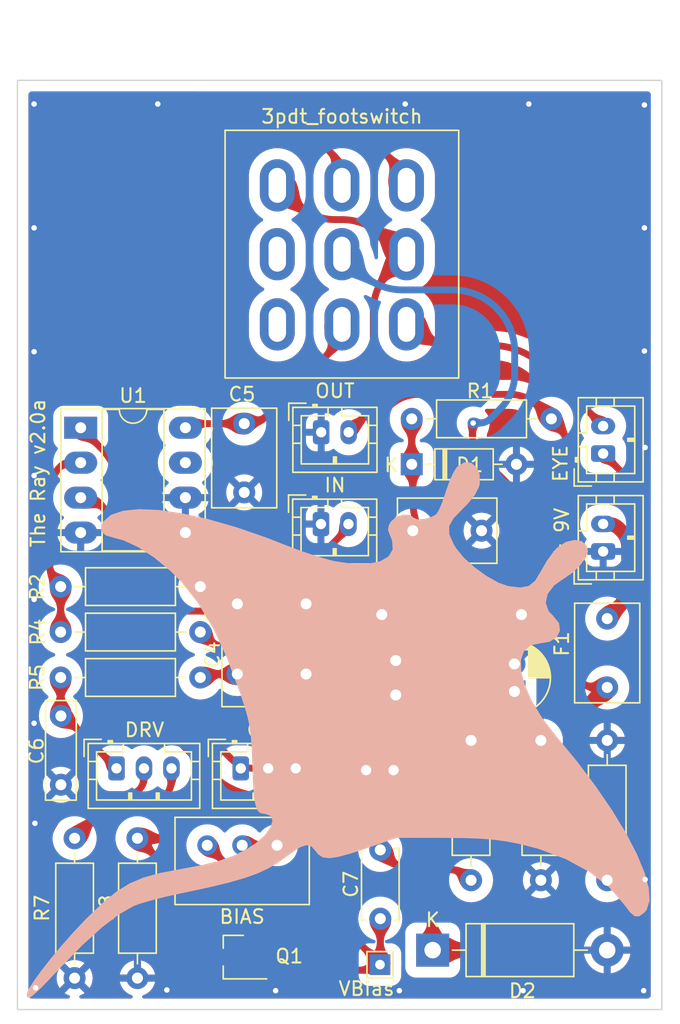
<source format=kicad_pcb>
(kicad_pcb (version 20211014) (generator pcbnew)
  (layers (0 "F.Cu" signal) (31 "B.Cu" signal) (34 "B.Paste" user) (35 "F.Paste" user) (36 "B.SilkS" user "B.Silkscreen") (37 "F.SilkS" user "F.Silkscreen") (38 "B.Mask" user) (39 "F.Mask" user) (44 "Edge.Cuts" user))
  (net 0 "")
  (net 1 "GND")
  (net 2 "Net-(C3-Pad1)")
  (net 3 "+9V")
  (net 4 "Net-(DRV1-Pad2)")
  (net 5 "Net-(C1-Pad2)")
  (net 6 "Net-(BIAS1-Pad3)")
  (net 7 "Net-(BOOST1-Pad2)")
  (net 8 "Net-(C6-Pad1)")
  (net 9 "Net-(C7-Pad2)")
  (net 10 "Net-(EYES1-Pad1)")
  (net 11 "Net-(EYES1-Pad2)")
  (net 12 "Net-(F1-Pad1)")
  (net 13 "Net-(C4-Pad1)")
  (net 14 "Net-(GAIN1-Pad3)")
  (net 15 "Net-(IN1-Pad2)")
  (net 16 "Net-(OUT1-Pad2)")
  (net 17 "FXIn")
  (net 18 "FXOut")
  (net 20 "Net-(C2-Pad2)")
  (net 21 "Net-(R2-Pad2)")
  (net 22 "Net-(C4-Pad2)")
  (net 23 "Net-(BOOST1-Pad1)")
  (net 24 "Net-(DRV1-Pad3)")
  (footprint "Capacitor_THT:C_Disc_D5.0mm_W2.5mm_P5.00mm" (layer "F.Cu") (at 124.192 95.199237 90)
    (fp_text reference "C7")
    (fp_text value "47n")
  )
  (footprint "Resistor_THT:R_Axial_DIN0207_L6.3mm_D2.5mm_P10.16mm_Horizontal" (layer "F.Cu") (at 134.46 73.101237 180)
    (fp_text reference "R3")
    (fp_text value "10k")
  )
  (footprint "Logos:Dohle_ray_45x39" (layer "F.Cu") (at 121.017 81.483237)
    (fp_text reference "G***" hide)
    (fp_text value "LOGO" hide)
  )
  (footprint "Resistor_THT:R_Axial_DIN0207_L6.3mm_D2.5mm_P10.16mm_Horizontal" (layer "F.Cu") (at 111.092 71.069237 180)
    (fp_text reference "R2")
    (fp_text value "10k")
  )
  (footprint "Resistor_THT:R_Axial_DIN0207_L6.3mm_D2.5mm_P10.16mm_Horizontal" (layer "F.Cu") (at 130.796 82.245237 -90)
    (fp_text reference "R9")
    (fp_text value "100k")
  )
  (footprint "Connector_JST:JST_PH_B2B-PH-K_1x02_P2.00mm_Vertical" (layer "F.Cu") (at 119.874 66.523237)
    (fp_text reference "IN1" hide)
    (fp_text value "In")
  )
  (footprint "Resistor_THT:R_Axial_DIN0207_L6.3mm_D2.5mm_P10.16mm_Horizontal" (layer "F.Cu") (at 100.932 74.371237)
    (fp_text reference "R4")
    (fp_text value "47k")
  )
  (footprint "Capacitor_THT:CP_Radial_D5.0mm_P2.50mm" (layer "F.Cu") (at 125.316 78.943237 90)
    (fp_text reference "C8")
    (fp_text value "22u")
  )
  (footprint "Resistor_THT:R_Axial_DIN0207_L6.3mm_D2.5mm_P10.16mm_Horizontal" (layer "F.Cu") (at 111.092 77.673237 180)
    (fp_text reference "R5")
    (fp_text value "24k")
  )
  (footprint "Capacitor_THT:C_Rect_L7.0mm_W4.5mm_P5.00mm" (layer "F.Cu") (at 118.79 77.423237 180)
    (fp_text reference "C4")
    (fp_text value "220n")
  )
  (footprint "Connector_JST:JST_PH_B3B-PH-K_1x03_P2.00mm_Vertical" (layer "F.Cu") (at 114.0384 84.277237)
    (fp_text reference "GAIN1" hide)
    (fp_text value "500k Log")
  )
  (footprint "Capacitor_THT:C_Rect_L7.0mm_W4.5mm_P5.00mm" (layer "F.Cu") (at 118.79 72.323237 180)
    (fp_text reference "C2")
    (fp_text value "220n")
  )
  (footprint "Resistor_THT:R_Axial_DIN0207_L6.3mm_D2.5mm_P10.16mm_Horizontal" (layer "F.Cu") (at 140.702 92.405237 90)
    (fp_text reference "R6")
    (fp_text value "470")
  )
  (footprint "Potentiometer_THT:Potentiometer_Bourns_3299W_Vertical" (layer "F.Cu") (at 116.68 89.865237)
    (fp_text reference "BIAS1" hide)
    (fp_text value "50k")
  )
  (footprint "Connector_JST:JST_PH_B2B-PH-K_1x02_P2.00mm_Vertical" (layer "F.Cu") (at 140.406 61.401237 90)
    (fp_text reference "EYES1" hide)
    (fp_text value "15mA")
  )
  (footprint "Capacitor_THT:C_Rect_L7.0mm_W4.5mm_P5.00mm" (layer "F.Cu") (at 114.29 64.223237 90)
    (fp_text reference "C5")
    (fp_text value "100n")
  )
  (footprint "Capacitor_THT:C_Rect_L7.0mm_W2.0mm_P5.00mm" (layer "F.Cu") (at 100.951 80.467237 -90)
    (fp_text reference "C6")
    (fp_text value "220p")
  )
  (footprint "Capacitor_THT:C_Rect_L7.0mm_W4.5mm_P5.00mm" (layer "F.Cu") (at 131.558 67.005237 180)
    (fp_text reference "C1")
    (fp_text value "100n")
  )
  (footprint "Capacitor_THT:CP_Radial_D5.0mm_P2.00mm" (layer "F.Cu") (at 133.952 78.689237 90)
    (fp_text reference "C3")
    (fp_text value "47u")
  )
  (footprint "Capacitor_THT:C_Rect_L7.0mm_W4.5mm_P5.00mm" (layer "F.Cu") (at 140.702 73.395237 -90)
    (fp_text reference "F1")
    (fp_text value "<200mA PTC")
  )
  (footprint "Package_DIP:DIP-8_W7.62mm_Socket_LongPads" (layer "F.Cu") (at 102.39 59.523237)
    (fp_text reference "U1")
    (fp_text value "TL082")
  )
  (footprint "Connector_JST:JST_PH_B3B-PH-K_1x03_P2.00mm_Vertical" (layer "F.Cu") (at 104.996 84.277237)
    (fp_text reference "DRV1" hide)
    (fp_text value "500kLog")
  )
  (footprint "Diode_THT:D_DO-15_P12.70mm_Horizontal" (layer "F.Cu") (at 128.002 97.485237)
    (fp_text reference "D2")
    (fp_text value "1n4001")
  )
  (footprint "Connector_JST:JST_PH_B2B-PH-K_1x02_P2.00mm_Vertical" (layer "F.Cu") (at 123.157 84.404237)
    (fp_text reference "BOOST1" hide)
    (fp_text value "BOOST")
  )
  (footprint "Package_TO_SOT_SMD:SOT-23_Handsoldering" (layer "F.Cu") (at 113.524 97.993237 180)
    (fp_text reference "Q1")
    (fp_text value "J201")
  )
  (footprint "Resistor_THT:R_Axial_DIN0207_L6.3mm_D2.5mm_P10.16mm_Horizontal" (layer "F.Cu") (at 106.52 89.357237 -90)
    (fp_text reference "R8")
    (fp_text value "1k")
  )
  (footprint "Connector_JST:JST_PH_B2B-PH-K_1x02_P2.00mm_Vertical" (layer "F.Cu") (at 140.406 68.513237 90)
    (fp_text reference "PWR1" hide)
    (fp_text value "9V")
  )
  (footprint "Resistor_THT:R_Axial_DIN0207_L6.3mm_D2.5mm_P10.16mm_Horizontal" (layer "F.Cu") (at 135.876 92.405237 90)
    (fp_text reference "R10")
    (fp_text value "10k")
  )
  (footprint "TestPoint:TestPoint_THTPad_1.5x1.5mm_Drill0.7mm" (layer "F.Cu") (at 124.170612 98.540204)
    (fp_text reference "TP1" hide)
    (fp_text value "VBias")
  )
  (footprint "Resistor_THT:R_Axial_DIN0207_L6.3mm_D2.5mm_P10.16mm_Horizontal" (layer "F.Cu") (at 101.948 99.517237 90)
    (fp_text reference "R7")
    (fp_text value "24k")
  )
  (footprint "Connector_JST:JST_PH_B2B-PH-K_1x02_P2.00mm_Vertical" (layer "F.Cu") (at 119.89 59.851237)
    (fp_text reference "OUT1" hide)
    (fp_text value "Out")
  )
  (footprint "Diode_THT:D_DO-35_SOD27_P7.62mm_Horizontal" (layer "F.Cu") (at 126.478 62.179237)
    (fp_text reference "D1")
    (fp_text value "BZX55C4V7")
  )
  (footprint "Resistor_THT:R_Axial_DIN0207_L6.3mm_D2.5mm_P10.16mm_Horizontal" (layer "F.Cu") (at 126.478 58.877237)
    (fp_text reference "R1")
    (fp_text value "1k")
  )
  (footprint "footprints:3pdt_footswitch" (layer "F.Cu") (at 122.0972 46.911817)
    (fp_text reference "SW1" hide)
    (fp_text value "3pdt_footswitch")
  )
  (gr_rect (start 97.79 34.281237) (end 144.6752 101.803237) (layer "Edge.Cuts") (width 0.1) (fill none))
  (gr_text "The Ray v2.0a\n" (at 99.29 62.823237 90) (layer "F.SilkS") (effects (font (size 1 1))))
  (via (at 108.6612 100.3808) (size 0.8) (drill 0.4) (layers "F.Cu" "B.Cu") (net 1))
  (via (at 99 81) (size 0.8) (drill 0.4) (layers "F.Cu" "B.Cu") (net 1))
  (via (at 143.4084 45) (size 0.8) (drill 0.4) (layers "F.Cu" "B.Cu") (net 1))
  (via (at 135 36) (size 0.8) (drill 0.4) (layers "F.Cu" "B.Cu") (net 1))
  (via (at 126 36) (size 0.8) (drill 0.4) (layers "F.Cu" "B.Cu") (net 1))
  (via (at 116.5776 100.4316) (size 0.8) (drill 0.4) (layers "F.Cu" "B.Cu") (net 1))
  (via (at 143.3576 100.4316) (size 0.8) (drill 0.4) (layers "F.Cu" "B.Cu") (net 1))
  (via (at 99 45) (size 0.8) (drill 0.4) (layers "F.Cu" "B.Cu") (net 1))
  (via (at 143.4592 92.3544) (size 0.8) (drill 0.4) (layers "F.Cu" "B.Cu") (net 1))
  (via (at 99 63) (size 0.8) (drill 0.4) (layers "F.Cu" "B.Cu") (net 1))
  (via (at 143.4084 53.9496) (size 0.8) (drill 0.4) (layers "F.Cu" "B.Cu") (net 1))
  (via (at 108 36) (size 0.8) (drill 0.4) (layers "F.Cu" "B.Cu") (net 1))
  (via (at 134.5776 100.4316) (size 0.8) (drill 0.4) (layers "F.Cu" "B.Cu") (net 1))
  (via (at 99 36) (size 0.8) (drill 0.4) (layers "F.Cu" "B.Cu") (net 1))
  (via (at 99 54) (size 0.8) (drill 0.4) (layers "F.Cu" "B.Cu") (net 1))
  (via (at 143.4592 60.96) (size 0.8) (drill 0.4) (layers "F.Cu" "B.Cu") (net 1))
  (via (at 99.06 88.265) (size 0.8) (drill 0.4) (layers "F.Cu" "B.Cu") (net 1))
  (via (at 125.5776 100.4316) (size 0.8) (drill 0.4) (layers "F.Cu" "B.Cu") (net 1))
  (via (at 143.4084 36.068) (size 0.8) (drill 0.4) (layers "F.Cu" "B.Cu") (net 1))
  (via (at 99 72) (size 0.8) (drill 0.4) (layers "F.Cu" "B.Cu") (net 1))
  (via (at 99.1108 100.2284) (size 0.8) (drill 0.4) (layers "F.Cu" "B.Cu") (net 1))
  (segment (start 125.56228 73.101237) (end 125.597436 73.101237) (width 0.5) (layer "F.Cu") (net 2))
  (segment (start 124.198935 73.101237) (end 124.18931 73.101237) (width 0.5) (layer "F.Cu") (net 2))
  (segment (start 125.060374 73.101237) (end 125.050749 73.101237) (width 0.5) (layer "F.Cu") (net 2))
  (segment (start 124.009744 73.101237) (end 124.006736 73.101237) (width 0.5) (layer "F.Cu") (net 2))
  (segment (start 124.556265 73.101237) (end 124.553859 73.101237) (width 0.5) (layer "F.Cu") (net 2))
  (segment (start 124.075014 73.101237) (end 124.062983 73.101237) (width 0.5) (layer "F.Cu") (net 2))
  (segment (start 125.459423 73.101237) (end 125.442869 73.101237) (width 0.5) (layer "F.Cu") (net 2))
  (segment (start 125.286751 73.101237) (end 125.260188 73.101237) (width 0.5) (layer "F.Cu") (net 2))
  (segment (start 126.178034 73.101237) (end 126.17078 73.101237) (width 0.5) (layer "F.Cu") (net 2))
  (segment (start 124.741546 73.101237) (end 124.73914 73.101237) (width 0.5) (layer "F.Cu") (net 2))
  (segment (start 123.992901 73.101237) (end 123.9923 73.101237) (width 0.5) (layer "F.Cu") (net 2))
  (segment (start 124.660935 73.101237) (end 124.65131 73.101237) (width 0.5) (layer "F.Cu") (net 2))
  (segment (start 124.330377 73.101237) (end 124.32406 73.101237) (width 0.5) (layer "F.Cu") (net 2))
  (segment (start 124.24706 73.101237) (end 124.237435 73.101237) (width 0.5) (layer "F.Cu") (net 2))
  (segment (start 124.370082 73.101237) (end 124.358652 73.101237) (width 0.5) (layer "F.Cu") (net 2))
  (segment (start 125.668436 73.101237) (end 125.597436 73.101237) (width 0.5) (layer "F.Cu") (net 2))
  (segment (start 124.731016 73.101237) (end 124.731919 73.101237) (width 0.5) (layer "F.Cu") (net 2))
  (segment (start 124.17758 73.101237) (end 124.176979 73.101237) (width 0.5) (layer "F.Cu") (net 2))
  (segment (start 125.957264 73.101237) (end 125.946858 73.101237) (width 0.5) (layer "F.Cu") (net 2))
  (segment (start 125.498689 73.101237) (end 125.560904 73.101237) (width 0.5) (layer "F.Cu") (net 2))
  (segment (start 124.178181 73.101237) (end 124.17758 73.101237) (width 0.5) (layer "F.Cu") (net 2))
  (segment (start 125.479056 73.101237) (end 125.459423 73.101237) (width 0.5) (layer "F.Cu") (net 2))
  (segment (start 125.110906 73.101237) (end 125.106094 73.101237) (width 0.5) (layer "F.Cu") (net 2))
  (segment (start 124.01606 73.101237) (end 124.012752 73.101237) (width 0.5) (layer "F.Cu") (net 2))
  (segment (start 124.268717 73.101237) (end 124.263904 73.101237) (width 0.5) (layer "F.Cu") (net 2))
  (segment (start 124.03501 73.101237) (end 124.032002 73.101237) (width 0.5) (layer "F.Cu") (net 2))
  (segment (start 125.127749 73.101237) (end 125.115718 73.101237) (width 0.5) (layer "F.Cu") (net 2))
  (segment (start 124.218185 73.101237) (end 124.20856 73.101237) (width 0.5) (layer "F.Cu") (net 2))
  (segment (start 124.159233 73.101237) (end 124.156827 73.101237) (width 0.5) (layer "F.Cu") (net 2))
  (segment (start 124.748765 73.101237) (end 124.746359 73.101237) (width 0.5) (layer "F.Cu") (net 2))
  (segment (start 124.632061 73.101237) (end 124.63928 73.101237) (width 0.5) (layer "F.Cu") (net 2))
  (segment (start 124.718685 73.101237) (end 124.70906 73.101237) (width 0.5) (layer "F.Cu") (net 2))
  (segment (start 126.020763 73.101237) (end 125.98381 73.101237) (width 0.5) (layer "F.Cu") (net 2))
  (segment (start 124.794183 73.101237) (end 124.78155 73.101237) (width 0.5) (layer "F.Cu") (net 2))
  (segment (start 124.553859 73.101237) (end 124.549347 73.101237) (width 0.5) (layer "F.Cu") (net 2))
  (segment (start 124.062983 73.101237) (end 124.058171 73.101237) (width 0.5) (layer "F.Cu") (net 2))
  (segment (start 124.680185 73.101237) (end 124.67056 73.101237) (width 0.5) (layer "F.Cu") (net 2))
  (segment (start 124.182994 73.101237) (end 124.179986 73.101237) (width 0.5) (layer "F.Cu") (net 2))
  (segment (start 125.97197 73.101237) (end 125.958697 73.101237) (width 0.5) (layer "F.Cu") (net 2))
  (segment (start 124.81975 73.101237) (end 124.806816 73.101237) (width 0.5) (layer "F.Cu") (net 2))
  (segment (start 102.8825 64.603237) (end 102.412517 64.603237) (width 0.5) (layer "F.Cu") (net 2))
  (segment (start 124.081331 73.101237) (end 124.080729 73.101237) (width 0.5) (layer "F.Cu") (net 2))
  (segment (start 124.043734 73.101237) (end 124.041326 73.101237) (width 0.5) (layer "F.Cu") (net 2))
  (segment (start 125.398987 73.101237) (end 125.401109 73.101237) (width 0.5) (layer "F.Cu") (net 2))
  (segment (start 124.397754 73.101237) (end 124.381511 73.101237) (width 0.5) (layer "F.Cu") (net 2))
  (segment (start 125.050749 73.101237) (end 125.041124 73.101237) (width 0.5) (layer "F.Cu") (net 2))
  (segment (start 124.12675 73.101237) (end 124.113516 73.101237) (width 0.5) (layer "F.Cu") (net 2))
  (segment (start 124.134268 73.101237) (end 124.133667 73.101237) (width 0.5) (layer "F.Cu") (net 2))
  (segment (start 124.549347 73.101237) (end 124.537917 73.101237) (width 0.5) (layer "F.Cu") (net 2))
  (segment (start 125.840564 73.101237) (end 125.811681 73.101237) (width 0.5) (layer "F.Cu") (net 2))
  (segment (start 124.053359 73.101237) (end 124.048546 73.101237) (width 0.5) (layer "F.Cu") (net 2))
  (segment (start 124.526487 73.101237) (end 124.510245 73.101237) (width 0.5) (layer "F.Cu") (net 2))
  (segment (start 125.156624 73.101237) (end 125.127749 73.101237) (width 0.5) (layer "F.Cu") (net 2))
  (segment (start 125.946858 73.101237) (end 125.936452 73.101237) (width 0.5) (layer "F.Cu") (net 2))
  (segment (start 125.936452 73.101237) (end 125.926046 73.101237) (width 0.5) (layer "F.Cu") (net 2))
  (segment (start 125.060374 73.101237) (end 125.06278 73.101237) (width 0.5) (layer "F.Cu") (net 2))
  (segment (start 125.869447 73.101237) (end 125.840564 73.101237) (width 0.5) (layer "F.Cu") (net 2))
  (segment (start 124.003729 73.101237) (end 124.002827 73.101237) (width 0.5) (layer "F.Cu") (net 2))
  (segment (start 126.191174 73.101237) (end 126.184604 73.101237) (width 0.5) (layer "F.Cu") (net 2))
  (segment (start 124.025685 73.101237) (end 124.01606 73.101237) (width 0.5) (layer "F.Cu") (net 2))
  (segment (start 124.558671 73.101237) (end 124.556265 73.101237) (width 0.5) (layer "F.Cu") (net 2))
  (segment (start 124.152014 73.101237) (end 124.139983 73.101237) (width 0.5) (layer "F.Cu") (net 2))
  (segment (start 125.01225 73.101237) (end 124.97375 73.101237) (width 0.5) (layer "F.Cu") (net 2))
  (segment (start 125.159609 73.101237) (end 125.156624 73.101237) (width 0.5) (layer "F.Cu") (net 2))
  (segment (start 124.186002 73.101237) (end 124.182994 73.101237) (width 0.5) (layer "F.Cu") (net 2))
  (segment (start 124.036814 73.101237) (end 124.03501 73.101237) (width 0.5) (layer "F.Cu") (net 2))
  (segment (start 124.381511 73.101237) (end 124.370082 73.101237) (width 0.5) (layer "F.Cu") (net 2))
  (segment (start 124.699435 73.101237) (end 124.68981 73.101237) (width 0.5) (layer "F.Cu") (net 2))
  (segment (start 105.846792 78.632029) (end 111.930207 84.715444) (width 0.5) (layer "F.Cu") (net 2))
  (segment (start 124.295186 73.101237) (end 124.301201 73.101237) (width 0.5) (layer "F.Cu") (net 2))
  (segment (start 124.413997 73.101237) (end 124.397754 73.101237) (width 0.5) (layer "F.Cu") (net 2))
  (segment (start 124.012752 73.101237) (end 124.009744 73.101237) (width 0.5) (layer "F.Cu") (net 2))
  (segment (start 125.729529 73.101237) (end 125.811681 73.101237) (width 0.5) (layer "F.Cu") (net 2))
  (segment (start 124.72801 73.101237) (end 124.725002 73.101237) (width 0.5) (layer "F.Cu") (net 2))
  (segment (start 124.20856 73.101237) (end 124.198935 73.101237) (width 0.5) (layer "F.Cu") (net 2))
  (segment (start 124.176979 73.101237) (end 124.176077 73.101237) (width 0.5) (layer "F.Cu") (net 2))
  (segment (start 124.295186 73.101237) (end 124.275936 73.101237) (width 0.5) (layer "F.Cu") (net 2))
  (segment (start 124.038919 73.101237) (end 124.038016 73.101237) (width 0.5) (layer "F.Cu") (net 2))
  (segment (start 124.351733 73.101237) (end 124.349326 73.101237) (width 0.5) (layer "F.Cu") (net 2))
  (segment (start 124.237435 73.101237) (end 124.22781 73.101237) (width 0.5) (layer "F.Cu") (net 2))
  (segment (start 126.140464 73.101237) (end 126.137862 73.101237) (width 0.5) (layer "F.Cu") (net 2))
  (segment (start 124.73914 73.101237) (end 124.736734 73.101237) (width 0.5) (layer "F.Cu") (net 2))
  (segment (start 126.149702 73.101237) (end 126.140464 73.101237) (width 0.5) (layer "F.Cu") (net 2))
  (segment (start 124.081933 73.101237) (end 124.081331 73.101237) (width 0.5) (layer "F.Cu") (net 2))
  (segment (start 124.101484 73.101237) (end 124.088249 73.101237) (width 0.5) (layer "F.Cu") (net 2))
  (segment (start 125.729529 73.101237) (end 125.712467 73.101237) (width 0.5) (layer "F.Cu") (net 2))
  (segment (start 126.17078 73.101237) (end 126.149702 73.101237) (width 0.5) (layer "F.Cu") (net 2))
  (segment (start 124.93525 73.101237) (end 124.89675 73.101237) (width 0.5) (layer "F.Cu") (net 2))
  (segment (start 133.608197 78.599434) (end 129.457038 74.448275) (width 0.5) (layer "F.Cu") (net 2))
  (segment (start 125.695405 73.101237) (end 125.668436 73.101237) (width 0.5) (layer "F.Cu") (net 2))
  (segment (start 124.038016 73.101237) (end 124.037415 73.101237) (width 0.5) (layer "F.Cu") (net 2))
  (segment (start 124.526487 73.101237) (end 124.537917 73.101237) (width 0.5) (layer "F.Cu") (net 2))
  (segment (start 124.139983 73.101237) (end 124.134268 73.101237) (width 0.5) (layer "F.Cu") (net 2))
  (segment (start 126.084682 73.101237) (end 126.083315 73.101237) (width 0.5) (layer "F.Cu") (net 2))
  (segment (start 124.002827 73.101237) (end 124.000421 73.101237) (width 0.5) (layer "F.Cu") (net 2))
  (segment (start 125.56228 73.101237) (end 125.561592 73.101237) (width 0.5) (layer "F.Cu") (net 2))
  (segment (start 125.358558 73.101237) (end 125.342004 73.101237) (width 0.5) (layer "F.Cu") (net 2))
  (segment (start 124.644092 73.101237) (end 124.63928 73.101237) (width 0.5) (layer "F.Cu") (net 2))
  (segment (start 125.106094 73.101237) (end 125.098875 73.101237) (width 0.5) (layer "F.Cu") (net 2))
  (segment (start 123.994105 73.101237) (end 123.993503 73.101237) (width 0.5) (layer "F.Cu") (net 2))
  (segment (start 125.498689 73.101237) (end 125.479056 73.101237) (width 0.5) (layer "F.Cu") (net 2))
  (segment (start 124.00433 73.101237) (end 124.003729 73.101237) (width 0.5) (layer "F.Cu") (net 2))
  (segment (start 124.344512 73.101237) (end 124.340603 73.101237) (width 0.5) (layer "F.Cu") (net 2))
  (segment (start 125.01225 73.101237) (end 125.024281 73.101237) (width 0.5) (layer "F.Cu") (net 2))
  (segment (start 125.97197 73.101237) (end 125.98381 73.101237) (width 0.5) (layer "F.Cu") (net 2))
  (segment (start 124.256685 73.101237) (end 124.259091 73.101237) (width 0.5) (layer "F.Cu") (net 2))
  (segment (start 124.04614 73.101237) (end 124.043734 73.101237) (width 0.5) (layer "F.Cu") (net 2))
  (segment (start 124.774331 73.101237) (end 124.773729 73.101237) (width 0.5) (layer "F.Cu") (net 2))
  (segment (start 125.425733 73.101237) (end 125.419577 73.101237) (width 0.5) (layer "F.Cu") (net 2))
  (segment (start 124.736734 73.101237) (end 124.734326 73.101237) (width 0.5) (layer "F.Cu") (net 2))
  (segment (start 125.194453 73.101237) (end 125.159609 73.101237) (width 0.5) (layer "F.Cu") (net 2))
  (segment (start 124.413997 73.101237) (end 124.429938 73.101237) (width 0.5) (layer "F.Cu") (net 2))
  (segment (start 123.994707 73.101237) (end 123.994105 73.101237) (width 0.5) (layer "F.Cu") (net 2))
  (segment (start 125.926046 73.101237) (end 125.91564 73.101237) (width 0.5) (layer "F.Cu") (net 2))
  (segment (start 125.419577 73.101237) (end 125.413421 73.101237) (width 0.5) (layer "F.Cu") (net 2))
  (segment (start 126.12342 73.101237) (end 126.097139 73.101237) (width 0.5) (layer "F.Cu") (net 2))
  (segment (start 126.097139 73.101237) (end 126.084682 73.101237) (width 0.5) (layer "F.Cu") (net 2))
  (segment (start 124.055765 73.101237) (end 124.053359 73.101237) (width 0.5) (layer "F.Cu") (net 2))
  (segment (start 124.168858 73.101237) (end 124.166451 73.101237) (width 0.5) (layer "F.Cu") (net 2))
  (segment (start 125.041124 73.101237) (end 125.038718 73.101237) (width 0.5) (layer "F.Cu") (net 2))
  (segment (start 124.583935 73.101237) (end 124.577619 73.101237) (width 0.5) (layer "F.Cu") (net 2))
  (segment (start 124.041326 73.101237) (end 124.038919 73.101237) (width 0.5) (layer "F.Cu") (net 2))
  (segment (start 104.253 74.784273) (end 104.253 66.102076) (width 0.5) (layer "F.Cu") (net 2))
  (segment (start 124.32406 73.101237) (end 124.301201 73.101237) (width 0.5) (layer "F.Cu") (net 2))
  (segment (start 124.166451 73.101237) (end 124.161639 73.101237) (width 0.5) (layer "F.Cu") (net 2))
  (segment (start 124.78155 73.101237) (end 124.774933 73.101237) (width 0.5) (layer "F.Cu") (net 2))
  (segment (start 124.171265 73.101237) (end 124.168858 73.101237) (width 0.5) (layer "F.Cu") (net 2))
  (segment (start 125.398987 73.101237) (end 125.388588 73.101237) (width 0.5) (layer "F.Cu") (net 2))
  (segment (start 125.289063 73.101237) (end 125.286751 73.101237) (width 0.5) (layer "F.Cu") (net 2))
  (segment (start 124.075014 73.101237) (end 124.080729 73.101237) (width 0.5) (layer "F.Cu") (net 2))
  (segment (start 124.632061 73.101237) (end 124.612811 73.101237) (width 0.5) (layer "F.Cu") (net 2))
  (segment (start 125.038718 73.101237) (end 125.024281 73.101237) (width 0.5) (layer "F.Cu") (net 2))
  (segment (start 124.35414 73.101237) (end 124.358652 73.101237) (width 0.5) (layer "F.Cu") (net 2))
  (segment (start 124.494003 73.101237) (end 124.478062 73.101237) (width 0.5) (layer "F.Cu") (net 2))
  (segment (start 126.083315 73.101237) (end 126.081948 73.101237) (width 0.5) (layer "F.Cu") (net 2))
  (segment (start 124.032002 73.101237) (end 124.028994 73.101237) (width 0.5) (layer "F.Cu") (net 2))
  (segment (start 124.349326 73.101237) (end 124.346919 73.101237) (width 0.5) (layer "F.Cu") (net 2))
  (segment (start 124.35414 73.101237) (end 124.351733 73.101237) (width 0.5) (layer "F.Cu") (net 2))
  (segment (start 124.152014 73.101237) (end 124.156827 73.101237) (width 0.5) (layer "F.Cu") (net 2))
  (segment (start 124.037415 73.101237) (end 124.036814 73.101237) (width 0.5) (layer "F.Cu") (net 2))
  (segment (start 126.202148 73.101237) (end 126.196444 73.101237) (width 0.5) (layer "F.Cu") (net 2))
  (segment (start 125.098875 73.101237) (end 125.079625 73.101237) (width 0.5) (layer "F.Cu") (net 2))
  (segment (start 124.178181 73.101237) (end 124.179986 73.101237) (width 0.5) (layer "F.Cu") (net 2))
  (segment (start 126.020763 73.101237) (end 126.039108 73.101237) (width 0.5) (layer "F.Cu") (net 2))
  (segment (start 124.68981 73.101237) (end 124.680185 73.101237) (width 0.5) (layer "F.Cu") (net 2))
  (segment (start 124.561077 73.101237) (end 124.558671 73.101237) (width 0.5) (layer "F.Cu") (net 2))
  (segment (start 125.869447 73.101237) (end 125.893127 73.101237) (width 0.5) (layer "F.Cu") (net 2))
  (segment (start 124.606794 73.101237) (end 124.583935 73.101237) (width 0.5) (layer "F.Cu") (net 2))
  (segment (start 125.911604 73.101237) (end 125.893127 73.101237) (width 0.5) (layer "F.Cu") (net 2))
  (segment (start 124.025685 73.101237) (end 124.028994 73.101237) (width 0.5) (layer "F.Cu") (net 2))
  (segment (start 124.12675 73.101237) (end 124.133066 73.101237) (width 0.5) (layer "F.Cu") (net 2))
  (segment (start 126.081948 73.101237) (end 126.068124 73.101237) (width 0.5) (layer "F.Cu") (net 2))
  (segment (start 124.133667 73.101237) (end 124.133066 73.101237) (width 0.5) (layer "F.Cu") (net 2))
  (segment (start 123.466211 73.319025) (end 123.303 73.482237) (width 0.5) (layer "F.Cu") (net 2))
  (segment (start 124.510245 73.101237) (end 124.494003 73.101237) (width 0.5) (layer "F.Cu") (net 2))
  (segment (start 124.563483 73.101237) (end 124.561077 73.101237) (width 0.5) (layer "F.Cu") (net 2))
  (segment (start 123.998015 73.101237) (end 123.995609 73.101237) (width 0.5) (layer "F.Cu") (net 2))
  (segment (start 124.746359 73.101237) (end 124.741546 73.101237) (width 0.5) (layer "F.Cu") (net 2))
  (segment (start 125.388588 73.101237) (end 125.375112 73.101237) (width 0.5) (layer "F.Cu") (net 2))
  (segment (start 124.173671 73.101237) (end 124.171265 73.101237) (width 0.5) (layer "F.Cu") (net 2))
  (segment (start 124.67056 73.101237) (end 124.660935 73.101237) (width 0.5) (layer "F.Cu") (net 2))
  (segment (start 124.725002 73.101237) (end 124.721994 73.101237) (width 0.5) (layer "F.Cu") (net 2))
  (segment (start 124.004931 73.101237) (end 124.00433 73.101237) (width 0.5) (layer "F.Cu") (net 2))
  (segment (start 124.774933 73.101237) (end 124.774331 73.101237) (width 0.5) (layer "F.Cu") (net 2))
  (segment (start 124.058171 73.101237) (end 124.055765 73.101237) (width 0.5) (layer "F.Cu") (net 2))
  (segment (start 117.929159 86.309237) (end 115.777963 86.309237) (width 0.5) (layer "F.Cu") (net 2))
  (segment (start 125.958697 73.101237) (end 125.957264 73.101237) (width 0.5) (layer "F.Cu") (net 2))
  (segment (start 121.398 82.840396) (end 121.398 81.925867) (width 0.5) (layer "F.Cu") (net 2))
  (segment (start 125.194453 73.101237) (end 125.20475 73.101237) (width 0.5) (layer "F.Cu") (net 2))
  (segment (start 125.91564 73.101237) (end 125.911604 73.101237) (width 0.5) (layer "F.Cu") (net 2))
  (segment (start 103.72325 64.951487) (end 103.814 65.042237) (width 0.5) (layer "F.Cu") (net 2))
  (segment (start 125.429393 73.101237) (end 125.425733 73.101237) (width 0.5) (layer "F.Cu") (net 2))
  (segment (start 125.072406 73.101237) (end 125.067593 73.101237) (width 0.5) (layer "F.Cu") (net 2))
  (segment (start 125.260188 73.101237) (end 125.20475 73.101237) (width 0.5) (layer "F.Cu") (net 2))
  (segment (start 124.648904 73.101237) (end 124.644092 73.101237) (width 0.5) (layer "F.Cu") (net 2))
  (segment (start 124.89675 73.101237) (end 124.85825 73.101237) (width 0.5) (layer "F.Cu") (net 2))
  (segment (start 124.806816 73.101237) (end 124.794183 73.101237) (width 0.5) (layer "F.Cu") (net 2))
  (segment (start 124.718685 73.101237) (end 124.721994 73.101237) (width 0.5) (layer "F.Cu") (net 2))
  (segment (start 124.006736 73.101237) (end 124.004931 73.101237) (width 0.5) (layer "F.Cu") (net 2))
  (segment (start 124.081933 73.101237) (end 124.088249 73.101237) (width 0.5) (layer "F.Cu") (net 2))
  (segment (start 123.992901 73.101237) (end 123.993503 73.101237) (width 0.5) (layer "F.Cu") (net 2))
  (segment (start 125.442869 73.101237) (end 125.429393 73.101237) (width 0.5) (layer "F.Cu") (net 2))
  (segment (start 125.072406 73.101237) (end 125.079625 73.101237) (width 0.5) (layer "F.Cu") (net 2))
  (segment (start 123.9923 73.101237) (end 123.992 73.101237) (width 0.5) (layer "F.Cu") (net 2))
  (segment (start 124.000421 73.101237) (end 123.998015 73.101237) (width 0.5) (layer "F.Cu") (net 2))
  (segment (start 124.612811 73.101237) (end 124.606794 73.101237) (width 0.5) (layer "F.Cu") (net 2))
  (segment (start 124.048546 73.101237) (end 124.04614 73.101237) (width 0.5) (layer "F.Cu") (net 2))
  (segment (start 124.256685 73.101237) (end 124.24706 73.101237) (width 0.5) (layer "F.Cu") (net 2))
  (segment (start 123.995609 73.101237) (end 123.994707 73.101237) (width 0.5) (layer "F.Cu") (net 2))
  (segment (start 124.734326 73.101237) (end 124.731919 73.101237) (width 0.5) (layer "F.Cu") (net 2))
  (segment (start 124.113516 73.101237) (end 124.101484 73.101237) (width 0.5) (layer "F.Cu") (net 2))
  (segment (start 125.712467 73.101237) (end 125.695405 73.101237) (width 0.5) (layer "F.Cu") (net 2))
  (segment (start 124.22781 73.101237) (end 124.218185 73.101237) (width 0.5) (layer "F.Cu") (net 2))
  (segment (start 124.70906 73.101237) (end 124.699435 73.101237) (width 0.5) (layer "F.Cu") (net 2))
  (segment (start 125.407265 73.101237) (end 125.401109 73.101237) (width 0.5) (layer "F.Cu") (net 2))
  (segment (start 124.263904 73.101237) (end 124.259091 73.101237) (width 0.5) (layer "F.Cu") (net 2))
  (segment (start 124.85825 73.101237) (end 124.81975 73.101237) (width 0.5) (layer "F.Cu") (net 2))
  (segment (start 122.922 78.246606) (end 122.922 74.402052) (width 0.5) (layer "F.Cu") (net 2))
  (segment (start 125.375112 73.101237) (end 125.358558 73.101237) (width 0.5) (layer "F.Cu") (net 2))
  (segment (start 125.115718 73.101237) (end 125.110906 73.101237) (width 0.5) (layer "F.Cu") (net 2))
  (segment (start 124.768014 73.101237) (end 124.755983 73.101237) (width 0.5) (layer "F.Cu") (net 2))
  (segment (start 124.176077 73.101237) (end 124.173671 73.101237) (width 0.5) (layer "F.Cu") (net 2))
  (segment (start 124.731016 73.101237) (end 124.730415 73.101237) (width 0.5) (layer "F.Cu") (net 2))
  (segment (start 124.577619 73.101237) (end 124.567393 73.101237) (width 0.5) (layer "F.Cu") (net 2))
  (segment (start 124.97375 73.101237) (end 124.93525 73.101237) (width 0.5) (layer "F.Cu") (net 2))
  (segment (start 126.202148 73.101237) (end 126.205 73.101237) (width 0.5) (layer "F.Cu") (net 2))
  (segment (start 125.291375 73.101237) (end 125.289063 73.101237) (width 0.5) (layer "F.Cu") (net 2))
  (segment (start 124.563483 73.101237) (end 124.567393 73.101237) (width 0.5) (layer "F.Cu") (net 2))
  (segment (start 125.413421 73.101237) (end 125.407265 73.101237) (width 0.5) (layer "F.Cu") (net 2))
  (segment (start 126.184604 73.101237) (end 126.178034 73.101237) (width 0.5) (layer "F.Cu") (net 2))
  (segment (start 124.755983 73.101237) (end 124.751171 73.101237) (width 0.5) (layer "F.Cu") (net 2))
  (segment (start 125.067593 73.101237) (end 125.06278 73.101237) (width 0.5) (layer "F.Cu") (net 2))
  (segment (start 126.068124 73.101237) (end 126.039108 73.101237) (width 0.5) (layer "F.Cu") (net 2))
  (segment (start 124.751171 73.101237) (end 124.748765 73.101237) (width 0.5) (layer "F.Cu") (net 2))
  (segment (start 126.137862 73.101237) (end 126.13526 73.101237) (width 0.5) (layer "F.Cu") (net 2))
  (segment (start 124.161639 73.101237) (end 124.159233 73.101237) (width 0.5) (layer "F.Cu") (net 2))
  (segment (start 124.730415 73.101237) (end 124.729814 73.101237) (width 0.5) (layer "F.Cu") (net 2))
  (segment (start 124.648904 73.101237) (end 124.65131 73.101237) (width 0.5) (layer "F.Cu") (net 2))
  (segment (start 124.186002 73.101237) (end 124.18931 73.101237) (width 0.5) (layer "F.Cu") (net 2))
  (segment (start 124.340603 73.101237) (end 124.330377 73.101237) (width 0.5) (layer "F.Cu") (net 2))
  (segment (start 124.773729 73.101237) (end 124.768014 73.101237) (width 0.5) (layer "F.Cu") (net 2))
  (segment (start 124.72801 73.101237) (end 124.729814 73.101237) (width 0.5) (layer "F.Cu") (net 2))
  (segment (start 133.825 78.689237) (end 133.952 78.689237) (width 0.5) (layer "F.Cu") (net 2))
  (segment (start 126.13526 73.101237) (end 126.12342 73.101237) (width 0.5) (layer "F.Cu") (net 2))
  (segment (start 124.275936 73.101237) (end 124.268717 73.101237) (width 0.5) (layer "F.Cu") (net 2))
  (segment (start 125.561592 73.101237) (end 125.560904 73.101237) (width 0.5) (layer "F.Cu") (net 2))
  (segment (start 124.478062 73.101237) (end 124.429938 73.101237) (width 0.5) (layer "F.Cu") (net 2))
  (segment (start 124.346919 73.101237) (end 124.344512 73.101237) (width 0.5) (layer "F.Cu") (net 2))
  (segment (start 125.342004 73.101237) (end 125.291375 73.101237) (width 0.5) (layer "F.Cu") (net 2))
  (segment (start 126.191174 73.101237) (end 126.196444 73.101237) (width 0.5) (layer "F.Cu") (net 2))
  (arc (start 122.922 78.246606) (mid 122.723962 79.242207) (end 122.16 80.086237) (width 0.5) (layer "F.Cu") (net 2))
  (arc (start 129.457038 74.448275) (mid 127.96499 73.45132) (end 126.205 73.101237) (width 0.5) (layer "F.Cu") (net 2))
  (arc (start 121.398 81.925867) (mid 121.596037 80.930266) (end 122.16 80.086237) (width 0.5) (layer "F.Cu") (net 2))
  (arc (start 133.608197 78.599434) (mid 133.707667 78.665897) (end 133.825 78.689237) (width 0.5) (layer "F.Cu") (net 2))
  (arc (start 103.814 65.042237) (mid 104.138907 65.528495) (end 104.253 66.102076) (width 0.5) (layer "F.Cu") (net 2))
  (arc (start 117.929159 86.309237) (mid 119.256626 86.045187) (end 120.382 85.293237) (width 0.5) (layer "F.Cu") (net 2))
  (arc (start 103.72325 64.951487) (mid 103.33751 64.693744) (end 102.8825 64.603237) (width 0.5) (layer "F.Cu") (net 2))
  (arc (start 105.846792 78.632029) (mid 104.667213 76.866663) (end 104.253 74.784273) (width 0.5) (layer "F.Cu") (net 2))
  (arc (start 123.466211 73.319025) (mid 123.707445 73.157838) (end 123.992 73.101237) (width 0.5) (layer "F.Cu") (net 2))
  (arc (start 121.398 82.840396) (mid 121.13395 84.167863) (end 120.382 85.293237) (width 0.5) (layer "F.Cu") (net 2))
  (arc (start 123.303 73.482237) (mid 123.021018 73.904251) (end 122.922 74.402052) (width 0.5) (layer "F.Cu") (net 2))
  (arc (start 111.930207 84.715444) (mid 113.695572 85.895023) (end 115.777963 86.309237) (width 0.5) (layer "F.Cu") (net 2))
  (segment (start 136.448453 58.68769) (end 136.449982 58.689219) (width 0.5) (layer "F.Cu") (net 3))
  (segment (start 127.631349 97.485237) (end 127.627803 97.485237) (width 1) (layer "F.Cu") (net 3))
  (segment (start 128.681225 97.485237) (end 128.674131 97.485237) (width 1) (layer "F.Cu") (net 3))
  (segment (start 136.667044 58.906281) (end 136.668572 58.907809) (width 0.5) (layer "F.Cu") (net 3))
  (segment (start 136.662552 58.901789) (end 136.665037 58.904274) (width 0.5) (layer "F.Cu") (net 3))
  (segment (start 114.665858 89.865237) (end 114.672059 89.865237) (width 0.5) (layer "F.Cu") (net 3))
  (segment (start 115.86591 89.865237) (end 115.862437 89.865237) (width 0.5) (layer "F.Cu") (net 3))
  (segment (start 128.495899 97.485237) (end 128.490578 97.485237) (width 1) (layer "F.Cu") (net 3))
  (segment (start 129.686761 97.485237) (end 129.683215 97.485237) (width 1) (layer "F.Cu") (net 3))
  (segment (start 115.712987 89.865237) (end 115.70877 89.865237) (width 0.5) (layer "F.Cu") (net 3))
  (segment (start 127.648197 97.485237) (end 127.646423 97.485237) (width 1) (layer "F.Cu") (net 3))
  (segment (start 135.75142 57.990657) (end 135.753655 57.992892) (width 0.5) (layer "F.Cu") (net 3))
  (segment (start 114.606324 89.865237) (end 114.586481 89.865237) (width 0.5) (layer "F.Cu") (net 3))
  (segment (start 131.479334 97.485237) (end 131.4704 97.485237) (width 1) (layer "F.Cu") (net 3))
  (segment (start 128.730438 97.485237) (end 128.723344 97.485237) (width 1) (layer "F.Cu") (net 3))
  (segment (start 116.104158 89.865237) (end 116.105894 89.865237) (width 0.5) (layer "F.Cu") (net 3))
  (segment (start 114.390523 89.865237) (end 114.39874 89.865237) (width 0.5) (layer "F.Cu") (net 3))
  (segment (start 136.512272 58.751509) (end 136.515712 58.754949) (width 0.5) (layer "F.Cu") (net 3))
  (segment (start 135.770048 58.009285) (end 135.774145 58.013382) (width 0.5) (layer "F.Cu") (net 3))
  (segment (start 127.568834 97.485237) (end 127.567948 97.485237) (width 1) (layer "F.Cu") (net 3))
  (segment (start 129.034141 97.485237) (end 129.033254 97.485237) (width 1) (layer "F.Cu") (net 3))
  (segment (start 115.5747 89.865237) (end 115.562793 89.865237) (width 0.5) (layer "F.Cu") (net 3))
  (segment (start 128.671471 97.485237) (end 128.669697 97.485237) (width 1) (layer "F.Cu") (net 3))
  (segment (start 128.723344 97.485237) (end 128.718911 97.485237) (width 1) (layer "F.Cu") (net 3))
  (segment (start 129.778981 97.485237) (end 129.7577 97.485237) (width 1) (layer "F.Cu") (net 3))
  (segment (start 137.020529 59.259766) (end 137.020911 59.260148) (width 0.5) (layer "F.Cu") (net 3))
  (segment (start 114.691903 89.865237) (end 114.690662 89.865237) (width 0.5) (layer "F.Cu") (net 3))
  (segment (start 115.707654 89.865237) (end 115.70567 89.865237) (width 0.5) (layer "F.Cu") (net 3))
  (segment (start 114.539973 89.865237) (end 114.542918 89.865237) (width 0.5) (layer "F.Cu") (net 3))
  (segment (start 115.712987 89.865237) (end 115.716088 89.865237) (width 0.5) (layer "F.Cu") (net 3))
  (segment (start 114.277661 89.865237) (end 114.276421 89.865237) (width 0.5) (layer "F.Cu") (net 3))
  (segment (start 129.051875 97.485237) (end 129.034141 97.485237) (width 1) (layer "F.Cu") (net 3))
  (segment (start 129.090889 97.485237) (end 129.087342 97.485237) (width 1) (layer "F.Cu") (net 3))
  (segment (start 136.501954 58.741191) (end 136.505012 58.744249) (width 0.5) (layer "F.Cu") (net 3))
  (segment (start 127.54811 97.485237) (end 127.548 97.485237) (width 1) (layer "F.Cu") (net 3))
  (segment (start 129.22301 97.485237) (end 129.215917 97.485237) (width 1) (layer "F.Cu") (net 3))
  (segment (start 135.921969 58.161206) (end 135.908081 58.147318) (width 0.5) (layer "F.Cu") (net 3))
  (segment (start 128.497673 97.485237) (end 128.495899 97.485237) (width 1) (layer "F.Cu") (net 3))
  (segment (start 135.75142 57.990657) (end 135.750768 57.990005) (width 0.5) (layer "F.Cu") (net 3))
  (segment (start 114.334868 89.865237) (end 114.328977 89.865237) (width 0.5) (layer "F.Cu") (net 3))
  (segment (start 116.077244 89.865237) (end 116.07464 89.865237) (width 0.5) (layer "F.Cu") (net 3))
  (segment (start 114.235653 89.865237) (end 114.235343 89.865237) (width 0.5) (layer "F.Cu") (net 3))
  (segment (start 136.966167 59.205404) (end 136.97018 59.209417) (width 0.5) (layer "F.Cu") (net 3))
  (segment (start 114.146665 89.865237) (end 114.146355 89.865237) (width 0.5) (layer "F.Cu") (net 3))
  (segment (start 136.323232 58.562469) (end 136.325631 58.564868) (width 0.5) (layer "F.Cu") (net 3))
  (segment (start 136.910851 59.150088) (end 136.91047 59.149707) (width 0.5) (layer "F.Cu") (net 3))
  (segment (start 114.162166 89.865237) (end 114.160615 89.865237) (width 0.5) (layer "F.Cu") (net 3))
  (segment (start 128.513635 97.485237) (end 128.511861 97.485237) (width 1) (layer "F.Cu") (net 3))
  (segment (start 136.105391 58.344628) (end 136.131731 58.370968) (width 0.5) (layer "F.Cu") (net 3))
  (segment (start 136.97276 59.211997) (end 136.973142 59.212379) (width 0.5) (layer "F.Cu") (net 3))
  (segment (start 114.1524 89.865237) (end 114.150695 89.865237) (width 0.5) (layer "F.Cu") (net 3))
  (segment (start 136.939129 59.178366) (end 136.939512 59.178749) (width 0.5) (layer "F.Cu") (net 3))
  (segment (start 135.870641 58.109878) (end 135.874738 58.113975) (width 0.5) (layer "F.Cu") (net 3))
  (segment (start 115.693144 89.865237) (end 115.690292 89.865237) (width 0.5) (layer "F.Cu") (net 3))
  (segment (start 131.786233 97.485237) (end 131.781781 97.485237) (width 1) (layer "F.Cu") (net 3))
  (segment (start 129.617157 97.485237) (end 129.612723 97.485237) (width 1) (layer "F.Cu") (net 3))
  (segment (start 115.843088 89.865237) (end 115.842095 89.865237) (width 0.5) (layer "F.Cu") (net 3))
  (segment (start 127.548997 97.485237) (end 127.548775 97.485237) (width 1) (layer "F.Cu") (net 3))
  (segment (start 128.659942 97.485237) (end 128.656396 97.485237) (width 1) (layer "F.Cu") (net 3))
  (segment (start 128.642211 97.485237) (end 128.640992 97.485237) (width 1) (layer "F.Cu") (net 3))
  (segment (start 114.858713 89.865237) (end 114.850652 89.865237) (width 0.5) (layer "F.Cu") (net 3))
  (segment (start 114.174104 89.865237) (end 114.172864 89.865237) (width 0.5) (layer "F.Cu") (net 3))
  (segment (start 114.433312 89.865237) (end 114.432072 89.865237) (width 0.5) (layer "F.Cu") (net 3))
  (segment (start 116.003325 89.865237) (end 115.991419 89.865237) (width 0.5) (layer "F.Cu") (net 3))
  (segment (start 114.150695 89.865237) (end 114.149145 89.865237) (width 0.5) (layer "F.Cu") (net 3))
  (segment (start 136.249086 58.488323) (end 136.25161 58.490847) (width 0.5) (layer "F.Cu") (net 3))
  (segment (start 130.174374 97.485237) (end 130.169141 97.485237) (width 1) (layer "F.Cu") (net 3))
  (segment (start 136.715479 58.954716) (end 136.725606 58.964843) (width 0.5) (layer "F.Cu") (net 3))
  (segment (start 114.261539 89.865237) (end 114.256578 89.865237) (width 0.5) (layer "F.Cu") (net 3))
  (segment (start 127.649971 97.485237) (end 127.652631 97.485237) (width 1) (layer "F.Cu") (net 3))
  (segment (start 136.159295 58.398532) (end 136.16052 58.399757) (width 0.5) (layer "F.Cu") (net 3))
  (segment (start 128.21481 97.485237) (end 128.186435 97.485237) (width 1) (layer "F.Cu") (net 3))
  (segment (start 129.130792 97.485237) (end 129.133452 97.485237) (width 1) (layer "F.Cu") (net 3))
  (segment (start 135.790632 58.029869) (end 135.78495 58.024187) (width 0.5) (layer "F.Cu") (net 3))
  (segment (start 127.564954 97.485237) (end 127.564733 97.485237) (width 1) (layer "F.Cu") (net 3))
  (segment (start 130.024604 97.485237) (end 130.022831 97.485237) (width 1) (layer "F.Cu") (net 3))
  (segment (start 137.022725 59.261962) (end 137.023202 59.262439) (width 0.5) (layer "F.Cu") (net 3))
  (segment (start 136.259151 58.498388) (end 136.25912 58.498357) (width 0.5) (layer "F.Cu") (net 3))
  (segment (start 128.614389 97.485237) (end 128.609734 97.485237) (width 1) (layer "F.Cu") (net 3))
  (segment (start 127.680563 97.485237) (end 127.679676 97.485237) (width 1) (layer "F.Cu") (net 3))
  (segment (start 114.246658 89.865237) (end 114.241698 89.865237) (width 0.5) (layer "F.Cu") (net 3))
  (segment (start 130.812799 97.485237) (end 130.839972 97.485237) (width 1) (layer "F.Cu") (net 3))
  (segment (start 130.933946 97.485237) (end 130.839972 97.485237) (width 1) (layer "F.Cu") (net 3))
  (segment (start 127.748399 97.485237) (end 127.74618 97.485237) (width 1) (layer "F.Cu") (net 3))
  (segment (start 114.694383 89.865237) (end 114.691903 89.865237) (width 0.5) (layer "F.Cu") (net 3))
  (segment (start 128.639883 97.485237) (end 128.638774 97.485237) (width 1) (layer "F.Cu") (net 3))
  (segment (start 115.965622 89.865237) (end 115.959669 89.865237) (width 0.5) (layer "F.Cu") (net 3))
  (segment (start 115.248769 89.865237) (end 115.224462 89.865237) (width 0.5) (layer "F.Cu") (net 3))
  (segment (start 136.671628 58.910865) (end 136.673156 58.912393) (width 0.5) (layer "F.Cu") (net 3))
  (segment (start 136.992633 59.23187) (end 136.994161 59.233398) (width 0.5) (layer "F.Cu") (net 3))
  (segment (start 128.118159 97.485237) (end 128.119932 97.485237) (width 1) (layer "F.Cu") (net 3))
  (segment (start 115.991419 89.865237) (end 115.98745 89.865237) (width 0.5) (layer "F.Cu") (net 3))
  (segment (start 136.535965 58.775202) (end 136.536729 58.775966) (width 0.5) (layer "F.Cu") (net 3))
  (segment (start 136.912 59.151237) (end 136.912095 59.151332) (width 0.5) (layer "F.Cu") (net 3))
  (segment (start 121.39876 52.586647) (end 121.39876 52.011817) (width 0.5) (layer "F.Cu") (net 3))
  (segment (start 130.558609 97.485237) (end 130.556896 97.485237) (width 1) (layer "F.Cu") (net 3))
  (segment (start 114.499664 89.865237) (end 114.494703 89.865237) (width 0.5) (layer "F.Cu") (net 3))
  (segment (start 114.251618 89.865237) (end 114.246658 89.865237) (width 0.5) (layer "F.Cu") (net 3))
  (segment (start 114.849412 89.865237) (end 114.83887 89.865237) (width 0.5) (layer "F.Cu") (net 3))
  (segment (start 114.226194 89.865237) (end 114.224954 89.865237) (width 0.5) (layer "F.Cu") (net 3))
  (segment (start 114.14558 89.865237) (end 114.14434 89.865237) (width 0.5) (layer "F.Cu") (net 3))
  (segment (start 137.006868 59.246105) (end 137.00897 59.248207) (width 0.5) (layer "F.Cu") (net 3))
  (segment (start 127.561629 97.485237) (end 127.560411 97.485237) (width 1) (layer "F.Cu") (net 3))
  (segment (start 115.076377 89.865237) (end 115.044131 89.865237) (width 0.5) (layer "F.Cu") (net 3))
  (segment (start 116.039043 89.865237) (end 116.011262 89.865237) (width 0.5) (layer "F.Cu") (net 3))
  (segment (start 129.532918 97.485237) (end 129.516071 97.485237) (width 1) (layer "F.Cu") (net 3))
  (segment (start 114.227434 89.865237) (end 114.229915 89.865237) (width 0.5) (layer "F.Cu") (net 3))
  (segment (start 127.641989 97.485237) (end 127.638442 97.485237) (width 1) (layer "F.Cu") (net 3))
  (segment (start 136.456095 58.695332) (end 136.456381 58.695618) (width 0.5) (layer "F.Cu") (net 3))
  (segment (start 114.415482 89.865237) (end 114.407111 89.865237) (width 0.5) (layer "F.Cu") (net 3))
  (segment (start 129.962534 97.485237) (end 129.913764 97.485237) (width 1) (layer "F.Cu") (net 3))
  (segment (start 127.678789 97.485237) (end 127.677902 97.485237) (width 1) (layer "F.Cu") (net 3))
  (segment (start 129.871202 97.485237) (end 129.857014 97.485237) (width 1) (layer "F.Cu") (net 3))
  (segment (start 128.377967 97.485237) (end 128.36378 97.485237) (width 1) (layer "F.Cu") (net 3))
  (segment (start 136.694939 58.934176) (end 136.705257 58.944494) (width 0.5) (layer "F.Cu") (net 3))
  (segment (start 136.662552 58.901789) (end 136.659304 58.898541) (width 0.5) (layer "F.Cu") (net 3))
  (segment (start 114.690662 89.865237) (end 114.685701 89.865237) (width 0.5) (layer "F.Cu") (net 3))
  (segment (start 131.454879 97.485237) (end 131.4704 97.485237) (width 1) (layer "F.Cu") (net 3))
  (segment (start 136.999224 59.238461) (end 136.999798 59.239035) (width 0.5) (layer "F.Cu") (net 3))
  (segment (start 115.216648 89.865237) (end 115.224462 89.865237) (width 0.5) (layer "F.Cu") (net 3))
  (segment (start 135.865241 58.104478) (end 135.865433 58.10467) (width 0.5) (layer "F.Cu") (net 3))
  (segment (start 114.866774 89.865237) (end 114.865069 89.865237) (width 0.5) (layer "F.Cu") (net 3))
  (segment (start 136.914674 59.153911) (end 136.916202 59.155439) (width 0.5) (layer "F.Cu") (net 3))
  (segment (start 136.498895 58.738132) (end 136.499278 58.738515) (width 0.5) (layer "F.Cu") (net 3))
  (segment (start 136.801557 59.040794) (end 136.803086 59.042323) (width 0.5) (layer "F.Cu") (net 3))
  (segment (start 114.209451 89.865237) (end 114.20263 89.865237) (width 0.5) (layer "F.Cu") (net 3))
  (segment (start 136.619655 58.858892) (end 136.62042 58.859657) (width 0.5) (layer "F.Cu") (net 3))
  (segment (start 136.800028 59.039265) (end 136.801557 59.040794) (width 0.5) (layer "F.Cu") (net 3))
  (segment (start 128.176681 97.485237) (end 128.186435 97.485237) (width 1) (layer "F.Cu") (net 3))
  (segment (start 131.838848 97.485237) (end 131.844036 97.485237) (width 1) (layer "F.Cu") (net 3))
  (segment (start 127.697411 97.485237) (end 127.692978 97.485237) (width 1) (layer "F.Cu") (net 3))
  (segment (start 136.065578 58.304815) (end 136.066184 58.305421) (width 0.5) (layer "F.Cu") (net 3))
  (segment (start 130.368226 97.485237) (end 130.375659 97.485237) (width 1) (layer "F.Cu") (net 3))
  (segment (start 116.07464 89.865237) (end 116.072903 89.865237) (width 0.5) (layer "F.Cu") (net 3))
  (segment (start 127.869433 97.485237) (end 127.866771 97.485237) (width 1) (layer "F.Cu") (net 3))
  (segment (start 136.398287 58.637524) (end 136.405375 58.644612) (width 0.5) (layer "F.Cu") (net 3))
  (segment (start 114.186041 89.865237) (end 114.18573 89.865237) (width 0.5) (layer "F.Cu") (net 3))
  (segment (start 136.609719 58.848956) (end 136.611248 58.850485) (width 0.5) (layer "F.Cu") (net 3))
  (segment (start 129.20439 97.485237) (end 129.197296 97.485237) (width 1) (layer "F.Cu") (net 3))
  (segment (start 135.880328 58.119565) (end 135.885918 58.125155) (width 0.5) (layer "F.Cu") (net 3))
  (segment (start 114.321692 89.865237) (end 114.319676 89.865237) (width 0.5) (layer "F.Cu") (net 3))
  (segment (start 129.985589 97.485237) (end 129.962534 97.485237) (width 1) (layer "F.Cu") (net 3))
  (segment (start 129.621591 97.485237) (end 129.617157 97.485237) (width 1) (layer "F.Cu") (net 3))
  (segment (start 115.696865 89.865237) (end 115.697734 89.865237) (width 0.5) (layer "F.Cu") (net 3))
  (segment (start 136.259151 58.498388) (end 136.261613 58.50085) (width 0.5) (layer "F.Cu") (net 3))
  (segment (start 127.808694 97.485237) (end 127.805148 97.485237) (width 1) (layer "F.Cu") (net 3))
  (segment (start 114.4761 89.865237) (end 114.47362 89.865237) (width 0.5) (layer "F.Cu") (net 3))
  (segment (start 114.530052 89.865237) (end 114.528812 89.865237) (width 0.5) (layer "F.Cu") (net 3))
  (segment (start 136.496888 58.736125) (end 136.497843 58.73708) (width 0.5) (layer "F.Cu") (net 3))
  (segment (start 114.519354 89.865237) (end 114.520284 89.865237) (width 0.5) (layer "F.Cu") (net 3))
  (segment (start 114.941189 89.865237) (end 114.936228 89.865237) (width 0.5) (layer "F.Cu") (net 3))
  (segment (start 127.68145 97.485237) (end 127.680563 97.485237) (width 1) (layer "F.Cu") (net 3))
  (segment (start 127.819334 97.485237) (end 127.815787 97.485237) (width 1) (layer "F.Cu") (net 3))
  (segment (start 136.520393 58.75963) (end 136.526316 58.765553) (width 0.5) (layer "F.Cu") (net 3))
  (segment (start 128.147421 97.485237) (end 128.140327 97.485237) (width 1) (layer "F.Cu") (net 3))
  (segment (start 130.581263 97.485237) (end 130.602204 97.485237) (width 1) (layer "F.Cu") (net 3))
  (segment (start 128.243185 97.485237) (end 128.252053 97.485237) (width 1) (layer "F.Cu") (net 3))
  (segment (start 114.936228 89.865237) (end 114.931267 89.865237) (width 0.5) (layer "F.Cu") (net 3))
  (segment (start 136.453039 58.692276) (end 136.454567 58.693804) (width 0.5) (layer "F.Cu") (net 3))
  (segment (start 135.780107 58.019344) (end 135.78495 58.024187) (width 0.5) (layer "F.Cu") (net 3))
  (segment (start 136.023947 58.263184) (end 136.014621 58.253858) (width 0.5) (layer "F.Cu") (net 3))
  (segment (start 127.727559 97.485237) (end 127.708938 97.485237) (width 1) (layer "F.Cu") (net 3))
  (segment (start 129.778981 97.485237) (end 129.796717 97.485237) (width 1) (layer "F.Cu") (net 3))
  (segment (start 135.799295 58.038532) (end 135.800411 58.039648) (width 0.5) (layer "F.Cu") (net 3))
  (segment (start 114.163714 89.865237) (end 114.16418 89.865237) (width 0.5) (layer "F.Cu") (net 3))
  (segment (start 114.239993 89.865237) (end 114.238443 89.865237) (width 0.5) (layer "F.Cu") (net 3))
  (segment (start 137.000276 59.239513) (end 137.000658 59.239895) (width 0.5) (layer "F.Cu") (net 3))
  (segment (start 128.45245 97.485237) (end 128.472844 97.485237) (width 1) (layer "F.Cu") (net 3))
  (segment (start 128.176681 97.485237) (end 128.167814 97.485237) (width 1) (layer "F.Cu") (net 3))
  (segment (start 127.822438 97.485237) (end 127.825098 97.485237) (width 1) (layer "F.Cu") (net 3))
  (segment (start 114.280142 89.865237) (end 114.277661 89.865237) (width 0.5) (layer "F.Cu") (net 3))
  (segment (start 129.727552 97.485237) (end 129.724006 97.485237) (width 1) (layer "F.Cu") (net 3))
  (segment (start 131.828472 97.485237) (end 131.821799 97.485237) (width 1) (layer "F.Cu") (net 3))
  (segment (start 136.479406 58.718643) (end 136.484756 58.723993) (width 0.5) (layer "F.Cu") (net 3))
  (segment (start 115.448693 89.865237) (end 115.468537 89.865237) (width 0.5) (layer "F.Cu") (net 3))
  (segment (start 127.548553 97.485237) (end 127.548331 97.485237) (width 1) (layer "F.Cu") (net 3))
  (segment (start 127.570606 97.485237) (end 127.568834 97.485237) (width 1) (layer "F.Cu") (net 3))
  (segment (start 136.576856 58.816093) (end 136.58297 58.822207) (width 0.5) (layer "F.Cu") (net 3))
  (segment (start 136.858118 59.097355) (end 136.858883 59.09812) (width 0.5) (layer "F.Cu") (net 3))
  (segment (start 129.094436 97.485237) (end 129.090889 97.485237) (width 1) (layer "F.Cu") (net 3))
  (segment (start 136.138622 58.377859) (end 136.151179 58.390416) (width 0.5) (layer "F.Cu") (net 3))
  (segment (start 136.864232 59.103469) (end 136.870346 59.109583) (width 0.5) (layer "F.Cu") (net 3))
  (segment (start 130.055639 97.485237) (end 130.034358 97.485237) (width 1) (layer "F.Cu") (net 3))
  (segment (start 128.118159 97.485237) (end 128.116386 97.485237) (width 1) (layer "F.Cu") (net 3))
  (segment (start 136.487049 58.726286) (end 136.487813 58.72705) (width 0.5) (layer "F.Cu") (net 3))
  (segment (start 135.85628 58.095517) (end 135.859267 58.098504) (width 0.5) (layer "F.Cu") (net 3))
  (segment (start 128.631125 97.485237) (end 128.630239 97.485237) (width 1) (layer "F.Cu") (net 3))
  (segment (start 129.678781 97.485237) (end 129.67346 97.485237) (width 1) (layer "F.Cu") (net 3))
  (segment (start 127.79096 97.485237) (end 127.783867 97.485237) (width 1) (layer "F.Cu") (net 3))
  (segment (start 135.938376 58.177613) (end 135.939689 58.178926) (width 0.5) (layer "F.Cu") (net 3))
  (segment (start 128.509201 97.485237) (end 128.502107 97.485237) (width 1) (layer "F.Cu") (net 3))
  (segment (start 115.798934 89.865237) (end 115.785043 89.865237) (width 0.5) (layer "F.Cu") (net 3))
  (segment (start 129.621591 97.485237) (end 129.623697 97.485237) (width 1) (layer "F.Cu") (net 3))
  (segment (start 136.536729 58.775966) (end 136.542461 58.781698) (width 0.5) (layer "F.Cu") (net 3))
  (segment (start 131.053478 97.485237) (end 131.03746 97.485237) (width 1) (layer "F.Cu") (net 3))
  (segment (start 114.14558 89.865237) (end 114.146045 89.865237) (width 0.5) (layer "F.Cu") (net 3))
  (segment (start 114.700583 89.865237) (end 114.696863 89.865237) (width 0.5) (layer "F.Cu") (net 3))
  (segment (start 114.665858 89.865237) (end 114.64601 89.865237) (width 0.5) (layer "F.Cu") (net 3))
  (segment (start 114.74027 89.865237) (end 114.752671 89.865237) (width 0.5) (layer "F.Cu") (net 3))
  (segment (start 129.126357 97.485237) (end 129.12281 97.485237) (width 1) (layer "F.Cu") (net 3))
  (segment (start 114.719186 89.865237) (end 114.725387 89.865237) (width 0.5) (layer "F.Cu") (net 3))
  (segment (start 136.894804 59.134041) (end 136.900918 59.140155) (width 0.5) (layer "F.Cu") (net 3))
  (segment (start 136.939895 59.179132) (end 136.94171 59.180947) (width 0.5) (layer "F.Cu") (net 3))
  (segment (start 136.215692 58.454929) (end 136.196614 58.435851) (width 0.5) (layer "F.Cu") (net 3))
  (segment (start 135.821645 58.060882) (end 135.828354 58.067591) (width 0.5) (layer "F.Cu") (net 3))
  (segment (start 136.560424 58.799661) (end 136.560806 58.800043) (width 0.5) (layer "F.Cu") (net 3))
  (segment (start 136.228987 58.468224) (end 136.241545 58.480782) (width 0.5) (layer "F.Cu") (net 3))
  (segment (start 127.562738 97.485237) (end 127.561629 97.485237) (width 1) (layer "F.Cu") (net 3))
  (segment (start 137.029032 59.268269) (end 137.029224 59.268461) (width 0.5) (layer "F.Cu") (net 3))
  (segment (start 136.830986 59.070223) (end 136.82038 59.059617) (width 0.5) (layer "F.Cu") (net 3))
  (segment (start 136.923843 59.16308) (end 136.925372 59.164609) (width 0.5) (layer "F.Cu") (net 3))
  (segment (start 136.431639 58.670876) (end 136.436225 58.675462) (width 0.5) (layer "F.Cu") (net 3))
  (segment (start 127.87032 97.485237) (end 127.869433 97.485237) (width 1) (layer "F.Cu") (net 3))
  (segment (start 129.839278 97.485237) (end 129.825091 97.485237) (width 1) (layer "F.Cu") (net 3))
  (segment (start 114.189608 89.865237) (end 114.186352 89.865237) (width 0.5) (layer "F.Cu") (net 3))
  (segment (start 129.543115 97.485237) (end 129.539568 97.485237) (width 1) (layer "F.Cu") (net 3))
  (segment (start 127.819334 97.485237) (end 127.820664 97.485237) (width 1) (layer "F.Cu") (net 3))
  (segment (start 130.23095 97.485237) (end 130.236531 97.485237) (width 1) (layer "F.Cu") (net 3))
  (segment (start 115.607444 89.865237) (end 115.614389 89.865237) (width 0.5) (layer "F.Cu") (net 3))
  (segment (start 136.505872 58.745109) (end 136.505012 58.744249) (width 0.5) (layer "F.Cu") (net 3))
  (segment (start 116.107631 89.865237) (end 116.105894 89.865237) (width 0.5) (layer "F.Cu") (net 3))
  (segment (start 129.437153 97.485237) (end 129.411437 97.485237) (width 1) (layer "F.Cu") (net 3))
  (segment (start 136.705352 58.944589) (end 136.705257 58.944494) (width 0.5) (layer "F.Cu") (net 3))
  (segment (start 136.46985 58.709087) (end 136.474437 58.713674) (width 0.5) (layer "F.Cu") (net 3))
  (segment (start 129.17956 97.485237) (end 129.168919 97.485237) (width 1) (layer "F.Cu") (net 3))
  (segment (start 114.149145 89.865237) (end 114.147595 89.865237) (width 0.5) (layer "F.Cu") (net 3))
  (segment (start 128.649303 97.485237) (end 128.645757 97.485237) (width 1) (layer "F.Cu") (net 3))
  (segment (start 136.488577 58.727814) (end 136.491634 58.730871) (width 0.5) (layer "F.Cu") (net 3))
  (segment (start 136.493162 58.732399) (end 136.493926 58.733163) (width 0.5) (layer "F.Cu") (net 3))
  (segment (start 136.499278 58.738515) (end 136.499756 58.738993) (width 0.5) (layer "F.Cu") (net 3))
  (segment (start 136.458291 58.697528) (end 136.460011 58.699248) (width 0.5) (layer "F.Cu") (net 3))
  (segment (start 136.982695 59.221932) (end 136.985752 59.224989) (width 0.5) (layer "F.Cu") (net 3))
  (segment (start 114.539973 89.865237) (end 114.533772 89.865237) (width 0.5) (layer "F.Cu") (net 3))
  (segment (start 114.319676 89.865237) (end 114.314404 89.865237) (width 0.5) (layer "F.Cu") (net 3))
  (segment (start 114.469899 89.865237) (end 114.47362 89.865237) (width 0.5) (layer "F.Cu") (net 3))
  (segment (start 136.920785 59.160022) (end 136.922314 59.161551) (width 0.5) (layer "F.Cu") (net 3))
  (segment (start 114.421374 89.865237) (end 114.415482 89.865237) (width 0.5) (layer "F.Cu") (net 3))
  (segment (start 137.027408 59.266645) (end 137.02779 59.267027) (width 0.5) (layer "F.Cu") (net 3))
  (segment (start 114.326652 89.865237) (end 114.325412 89.865237) (width 0.5) (layer "F.Cu") (net 3))
  (segment (start 127.57859 97.485237) (end 127.574155 97.485237) (width 1) (layer "F.Cu") (net 3))
  (segment (start 128.805921 97.485237) (end 128.824875 97.485237) (width 1) (layer "F.Cu") (net 3))
  (segment (start 115.701702 89.865237) (end 115.699718 89.865237) (width 0.5) (layer "F.Cu") (net 3))
  (segment (start 131.755093 97.485237) (end 131.752859 97.485237) (width 1) (layer "F.Cu") (net 3))
  (segment (start 136.613541 58.852778) (end 136.616598 58.855835) (width 0.5) (layer "F.Cu") (net 3))
  (segment (start 136.300642 58.539879) (end 136.310738 58.549975) (width 0.5) (layer "F.Cu") (net 3))
  (segment (start 136.560806 58.800043) (end 136.561188 58.800425) (width 0.5) (layer "F.Cu") (net 3))
  (segment (start 114.276421 89.865237) (end 114.27146 89.865237) (width 0.5) (layer "F.Cu") (net 3))
  (segment (start 117.480641 58.66739) (end 117.480641 60.261543) (width 0.5) (layer "F.Cu") (net 3))
  (segment (start 136.496219 58.735456) (end 136.496888 58.736125) (width 0.5) (layer "F.Cu") (net 3))
  (segment (start 135.974399 58.213636) (end 135.985948 58.225185) (width 0.5) (layer "F.Cu") (net 3))
  (segment (start 136.15807 58.397307) (end 136.159295 58.398532) (width 0.5) (layer "F.Cu") (net 3))
  (segment (start 129.686761 97.485237) (end 129.687647 97.485237) (width 1) (layer "F.Cu") (net 3))
  (segment (start 136.561188 58.800425) (end 136.562334 58.801571) (width 0.5) (layer "F.Cu") (net 3))
  (segment (start 114.586481 89.865237) (end 114.566638 89.865237) (width 0.5) (layer "F.Cu") (net 3))
  (segment (start 128.392154 97.485237) (end 128.377967 97.485237) (width 1) (layer "F.Cu") (net 3))
  (segment (start 136.999894 59.239131) (end 136.999798 59.239035) (width 0.5) (layer "F.Cu") (net 3))
  (segment (start 129.550209 97.485237) (end 129.573265 97.485237) (width 1) (layer "F.Cu") (net 3))
  (segment (start 114.140155 89.865237) (end 114.14 89.865237) (width 0.5) (layer "F.Cu") (net 3))
  (segment (start 115.297383 89.865237) (end 115.301973 89.865237) (width 0.5) (layer "F.Cu") (net 3))
  (segment (start 131.03746 97.485237) (end 131.021442 97.485237) (width 1) (layer "F.Cu") (net 3))
  (segment (start 129.185768 97.485237) (end 129.183994 97.485237) (width 1) (layer "F.Cu") (net 3))
  (segment (start 115.842095 89.865237) (end 115.841102 89.865237) (width 0.5) (layer "F.Cu") (net 3))
  (segment (start 114.765074 89.865237) (end 114.752671 89.865237) (width 0.5) (layer "F.Cu") (net 3))
  (segment (start 136.526412 58.765649) (end 136.526316 58.765553) (width 0.5) (layer "F.Cu") (net 3))
  (segment (start 115.81481 89.865237) (end 115.812825 89.865237) (width 0.5) (layer "F.Cu") (net 3))
  (segment (start 136.776719 59.015956) (end 136.778247 59.017484) (width 0.5) (layer "F.Cu") (net 3))
  (segment (start 131.752859 97.485237) (end 131.730638 97.485237) (width 1) (layer "F.Cu") (net 3))
  (segment (start 137.004861 59.244098) (end 137.006772 59.246009) (width 0.5) (layer "F.Cu") (net 3))
  (segment (start 114.213017 89.865237) (end 114.212707 89.865237) (width 0.5) (layer "F.Cu") (net 3))
  (segment (start 136.246562 58.485799) (end 136.249086 58.488323) (width 0.5) (layer "F.Cu") (net 3))
  (segment (start 128.604968 97.485237) (end 128.59078 97.485237) (width 1) (layer "F.Cu") (net 3))
  (segment (start 114.146355 89.865237) (end 114.146045 89.865237) (width 0.5) (layer "F.Cu") (net 3))
  (segment (start 114.146665 89.865237) (end 114.147595 89.865237) (width 0.5) (layer "F.Cu") (net 3))
  (segment (start 114.34913 89.865237) (end 114.340759 89.865237) (width 0.5) (layer "F.Cu") (net 3))
  (segment (start 114.233636 89.865237) (end 114.232395 89.865237) (width 0.5) (layer "F.Cu") (net 3))
  (segment (start 137.020911 59.260148) (end 137.021292 59.260529) (width 0.5) (layer "F.Cu") (net 3))
  (segment (start 114.239993 89.865237) (end 114.241698 89.865237) (width 0.5) (layer "F.Cu") (net 3))
  (segment (start 127.829531 97.485237) (end 127.825098 97.485237) (width 1) (layer "F.Cu") (net 3))
  (segment (start 115.586607 89.865237) (end 115.5747 89.865237) (width 0.5) (layer "F.Cu") (net 3))
  (segment (start 114.314404 89.865237) (end 114.311148 89.865237) (width 0.5) (layer "F.Cu") (net 3))
  (segment (start 129.069609 97.485237) (end 129.051875 97.485237) (width 1) (layer "F.Cu") (net 3))
  (segment (start 136.876459 59.115696) (end 136.882573 59.12181) (width 0.5) (layer "F.Cu") (net 3))
  (segment (start 135.852003 58.09124) (end 135.853859 58.093096) (width 0.5) (layer "F.Cu") (net 3))
  (segment (start 135.939689 58.178926) (end 135.941263 58.1805) (width 0.5) (layer "F.Cu") (net 3))
  (segment (start 114.489742 89.865237) (end 114.484781 89.865237) (width 0.5) (layer "F.Cu") (net 3))
  (segment (start 114.175448 59.223237) (end 110.522132 59.223237) (width 0.5) (layer "F.Cu") (net 3))
  (segment (start 137.006868 59.246105) (end 137.006772 59.246009) (width 0.5) (layer "F.Cu") (net 3))
  (segment (start 136.816367 59.055604) (end 136.82038 59.059617) (width 0.5) (layer "F.Cu") (net 3))
  (segment (start 114.47982 89.865237) (end 114.47858 89.865237) (width 0.5) (layer "F.Cu") (net 3))
  (segment (start 128.638774 97.485237) (end 128.63811 97.485237) (width 1) (layer "F.Cu") (net 3))
  (segment (start 114.509586 89.865237) (end 114.504625 89.865237) (width 0.5) (layer "F.Cu") (net 3))
  (segment (start 129.709818 97.485237) (end 129.72046 97.485237) (width 1) (layer "F.Cu") (net 3))
  (segment (start 129.810904 97.485237) (end 129.796717 97.485237) (width 1) (layer "F.Cu") (net 3))
  (segment (start 114.434552 89.865237) (end 114.433312 89.865237) (width 0.5) (layer "F.Cu") (net 3))
  (segment (start 114.469899 89.865237) (end 114.459977 89.865237) (width 0.5) (layer "F.Cu") (net 3))
  (segment (start 128.694194 97.485237) (end 128.691866 97.485237) (width 1) (layer "F.Cu") (net 3))
  (segment (start 127.580697 97.485237) (end 127.57859 97.485237) (width 1) (layer "F.Cu") (net 3))
  (segment (start 136.69341 58.932647) (end 136.694939 58.934176) (width 0.5) (layer "F.Cu") (net 3))
  (segment (start 115.979512 89.865237) (end 115.975543 89.865237) (width 0.5) (layer "F.Cu") (net 3))
  (segment (start 127.600427 97.485237) (end 127.600205 97.485237) (width 1) (layer "F.Cu") (net 3))
  (segment (start 128.621483 97.485237) (end 128.619044 97.485237) (width 1) (layer "F.Cu") (net 3))
  (segment (start 136.264075 58.503312) (end 136.266537 58.505774) (width 0.5) (layer "F.Cu") (net 3))
  (segment (start 129.576811 97.485237) (end 129.573265 97.485237) (width 1) (layer "F.Cu") (net 3))
  (segment (start 127.676462 97.485237) (end 127.672694 97.485237) (width 1) (layer "F.Cu") (net 3))
  (segment (start 128.271561 97.485237) (end 128.264465 97.485237) (width 1) (layer "F.Cu") (net 3))
  (segment (start 131.661727 97.485237) (end 131.708417 97.485237) (width 1) (layer "F.Cu") (net 3))
  (segment (start 136.665516 58.904753) (end 136.667044 58.906281) (width 0.5) (layer "F.Cu") (net 3))
  (segment (start 114.626167 89.865237) (end 114.606324 89.865237) (width 0.5) (layer "F.Cu") (net 3))
  (segment (start 129.118377 97.485237) (end 129.113057 97.485237) (width 1) (layer "F.Cu") (net 3))
  (segment (start 136.498512 58.737749) (end 136.498895 58.738132) (width 0.5) (layer "F.Cu") (net 3))
  (segment (start 136.425524 58.664761) (end 136.427053 58.66629) (width 0.5) (layer "F.Cu") (net 3))
  (segment (start 115.98745 89.865237) (end 115.983481 89.865237) (width 0.5) (layer "F.Cu") (net 3))
  (segment (start 128.758703 97.485237) (end 128.758481 97.485237) (width 1) (layer "F.Cu") (net 3))
  (segment (start 135.955662 58.194899) (end 135.958091 58.197328) (width 0.5) (layer "F.Cu") (net 3))
  (segment (start 137.02626 59.265497) (end 137.026738 59.265975) (width 0.5) (layer "F.Cu") (net 3))
  (segment (start 114.266499 89.865237) (end 114.261539 89.865237) (width 0.5) (layer "F.Cu") (net 3))
  (segment (start 135.945724 58.184961) (end 135.950185 58.189422) (width 0.5) (layer "F.Cu") (net 3))
  (segment (start 129.113057 97.485237) (end 129.10419 97.485237) (width 1) (layer "F.Cu") (net 3))
  (segment (start 137.022151 59.261388) (end 137.022725 59.261962) (width 0.5) (layer "F.Cu") (net 3))
  (segment (start 136.290546 58.529783) (end 136.300642 58.539879) (width 0.5) (layer "F.Cu") (net 3))
  (segment (start 129.892483 97.485237) (end 129.871202 97.485237) (width 1) (layer "F.Cu") (net 3))
  (segment (start 136.705352 58.944589) (end 136.715479 58.954716) (width 0.5) (layer "F.Cu") (net 3))
  (segment (start 130.093768 97.485237) (end 130.081353 97.485237) (width 1) (layer "F.Cu") (net 3))
  (segment (start 128.576588 97.485237) (end 128.562401 97.485237) (width 1) (layer "F.Cu") (net 3))
  (segment (start 127.599983 97.485237) (end 127.597655 97.485237) (width 1) (layer "F.Cu") (net 3))
  (segment (start 136.986516 59.225753) (end 136.988045 59.227282) (width 0.5) (layer "F.Cu") (net 3))
  (segment (start 135.753655 57.992892) (end 135.75589 57.995127) (width 0.5) (layer "F.Cu") (net 3))
  (segment (start 136.655292 58.894529) (end 136.659304 58.898541) (width 0.5) (layer "F.Cu") (net 3))
  (segment (start 115.75131 89.865237) (end 115.738908 89.865237) (width 0.5) (layer "F.Cu") (net 3))
  (segment (start 114.15736 89.865237) (end 114.159064 89.865237) (width 0.5) (layer "F.Cu") (net 3))
  (segment (start 136.346051 58.585288) (end 136.347006 58.586243) (width 0.5) (layer "F.Cu") (net 3))
  (segment (start 127.552765 97.485237) (end 127.55343 97.485237) (width 1) (layer "F.Cu") (net 3))
  (segment (start 129.724006 97.485237) (end 129.72046 97.485237) (width 1) (layer "F.Cu") (net 3))
  (segment (start 136.386197 58.625434) (end 136.391894 58.631131) (width 0.5) (layer "F.Cu") (net 3))
  (segment (start 114.74027 89.865237) (end 114.725387 89.865237) (width 0.5) (layer "F.Cu") (net 3))
  (segment (start 114.710504 89.865237) (end 114.714224 89.865237) (width 0.5) (layer "F.Cu") (net 3))
  (segment (start 136.994161 59.233398) (end 136.995689 59.234926) (width 0.5) (layer "F.Cu") (net 3))
  (segment (start 129.097983 97.485237) (end 129.094436 97.485237) (width 1) (layer "F.Cu") (net 3))
  (segment (start 128.434715 97.485237) (end 128.420528 97.485237) (width 1) (layer "F.Cu") (net 3))
  (segment (start 127.687658 97.485237) (end 127.683224 97.485237) (width 1) (layer "F.Cu") (net 3))
  (segment (start 127.565287 97.485237) (end 127.564954 97.485237) (width 1) (layer "F.Cu") (net 3))
  (segment (start 128.63556 97.485237) (end 128.634672 97.485237) (width 1) (layer "F.Cu") (net 3))
  (segment (start 128.519841 97.485237) (end 128.516295 97.485237) (width 1) (layer "F.Cu") (net 3))
  (segment (start 137.019383 59.25862) (end 137.020529 59.259766) (width 0.5) (layer "F.Cu") (net 3))
  (segment (start 129.129018 97.485237) (end 129.127244 97.485237) (width 1) (layer "F.Cu") (net 3))
  (segment (start 137.015083 59.25432) (end 137.015178 59.254415) (width 0.5) (layer "F.Cu") (net 3))
  (segment (start 131.838848 97.485237) (end 131.828472 97.485237) (width 1) (layer "F.Cu") (net 3))
  (segment (start 136.916202 59.155439) (end 136.91773 59.156967) (width 0.5) (layer "F.Cu") (net 3))
  (segment (start 136.491634 58.730871) (end 136.492398 58.731635) (width 0.5) (layer "F.Cu") (net 3))
  (segment (start 135.814936 58.054173) (end 135.821645 58.060882) (width 0.5) (layer "F.Cu") (net 3))
  (segment (start 136.442339 58.681576) (end 136.446925 58.686162) (width 0.5) (layer "F.Cu") (net 3))
  (segment (start 127.661942 97.485237) (end 127.659725 97.485237) (width 1) (layer "F.Cu") (net 3))
  (segment (start 135.865433 58.10467) (end 135.868037 58.107274) (width 0.5) (layer "F.Cu") (net 3))
  (segment (start 131.821799 97.485237) (end 131.804016 97.485237) (width 1) (layer "F.Cu") (net 3))
  (segment (start 130.169141 97.485237) (end 130.123031 97.485237) (width 1) (layer "F.Cu") (net 3))
  (segment (start 136.971996 59.211233) (end 136.972378 59.211615) (width 0.5) (layer "F.Cu") (net 3))
  (segment (start 135.862254 58.101491) (end 135.865241 58.104478) (width 0.5) (layer "F.Cu") (net 3))
  (segment (start 127.645536 97.485237) (end 127.641989 97.485237) (width 1) (layer "F.Cu") (net 3))
  (segment (start 136.616598 58.855835) (end 136.619655 58.858892) (width 0.5) (layer "F.Cu") (net 3))
  (segment (start 137.023202 59.262439) (end 137.024731 59.263968) (width 0.5) (layer "F.Cu") (net 3))
  (segment (start 129.406561 97.485237) (end 129.371093 97.485237) (width 1) (layer "F.Cu") (net 3))
  (segment (start 114.296266 89.865237) (end 114.299365 89.865237) (width 0.5) (layer "F.Cu") (net 3))
  (segment (start 114.222473 89.865237) (end 114.224954 89.865237) (width 0.5) (layer "F.Cu") (net 3))
  (segment (start 115.866901 89.865237) (end 115.86591 89.865237) (width 0.5) (layer "F.Cu") (net 3))
  (segment (start 128.524274 97.485237) (end 128.523387 97.485237) (width 1) (layer "F.Cu") (net 3))
  (segment (start 136.3805 58.619737) (end 136.371736 58.610973) (width 0.5) (layer "F.Cu") (net 3))
  (segment (start 127.560411 97.485237) (end 127.556865 97.485237) (width 1) (layer "F.Cu") (net 3))
  (segment (start 135.756077 57.995314) (end 135.75589 57.995127) (width 0.5) (layer "F.Cu") (net 3))
  (segment (start 127.883178 97.485237) (end 127.879631 97.485237) (width 1) (layer "F.Cu") (net 3))
  (segment (start 114.546952 89.865237) (end 114.54354 89.865237) (width 0.5) (layer "F.Cu") (net 3))
  (segment (start 129.083796 97.485237) (end 129.073156 97.485237) (width 1) (layer "F.Cu") (net 3))
  (segment (start 127.572382 97.485237) (end 127.574155 97.485237) (width 1) (layer "F.Cu") (net 3))
  (segment (start 114.141395 89.865237) (end 114.141085 89.865237) (width 0.5) (layer "F.Cu") (net 3))
  (segment (start 115.846561 89.865237) (end 115.843088 89.865237) (width 0.5) (layer "F.Cu") (net 3))
  (segment (start 114.710504 89.865237) (end 114.700583 89.865237) (width 0.5) (layer "F.Cu") (net 3))
  (segment (start 135.868037 58.107274) (end 135.870641 58.109878) (width 0.5) (layer "F.Cu") (net 3))
  (segment (start 136.913146 59.152383) (end 136.914674 59.153911) (width 0.5) (layer "F.Cu") (net 3))
  (segment (start 129.187542 97.485237) (end 129.190202 97.485237) (width 1) (layer "F.Cu") (net 3))
  (segment (start 127.617274 97.485237) (end 127.61661 97.485237) (width 1) (layer "F.Cu") (net 3))
  (segment (start 115.422896 89.865237) (end 115.397099 89.865237) (width 0.5) (layer "F.Cu") (net 3))
  (segment (start 135.973284 58.212521) (end 135.974399 58.213636) (width 0.5) (layer "F.Cu") (net 3))
  (segment (start 136.454567 58.693804) (end 136.456095 58.695332) (width 0.5) (layer "F.Cu") (net 3))
  (segment (start 136.678888 58.918125) (end 136.686149 58.925386) (width 0.5) (layer "F.Cu") (net 3))
  (segment (start 127.548331 97.485237) (end 127.54811 97.485237) (width 1) (layer "F.Cu") (net 3))
  (segment (start 114.83887 89.865237) (end 114.837629 89.865237) (width 0.5) (layer "F.Cu") (net 3))
  (segment (start 128.704724 97.485237) (end 128.70295 97.485237) (width 1) (layer "F.Cu") (net 3))
  (segment (start 135.775821 58.015058) (end 135.776567 58.015804) (width 0.5) (layer "F.Cu") (net 3))
  (segment (start 127.659725 97.485237) (end 127.652631 97.485237) (width 1) (layer "F.Cu") (net 3))
  (segment (start 135.937063 58.1763) (end 135.933519 58.172756) (width 0.5) (layer "F.Cu") (net 3))
  (segment (start 136.55899 58.798227) (end 136.558512 58.797749) (width 0.5) (layer "F.Cu") (net 3))
  (segment (start 115.507233 89.865237) (end 115.495327 89.865237) (width 0.5) (layer "F.Cu") (net 3))
  (segment (start 136.888687 59.127924) (end 136.894804 59.134041) (width 0.5) (layer "F.Cu") (net 3))
  (segment (start 136.54934 58.788577) (end 136.550869 58.790106) (width 0.5) (layer "F.Cu") (net 3))
  (segment (start 129.603411 97.485237) (end 129.606847 97.485237) (width 1) (layer "F.Cu") (net 3))
  (segment (start 130.492358 97.485237) (end 130.503685 97.485237) (width 1) (layer "F.Cu") (net 3))
  (segment (start 136.462495 58.701732) (end 136.464979 58.704216) (width 0.5) (layer "F.Cu") (net 3))
  (segment (start 136.318434 58.557671) (end 136.31771 58.556947) (width 0.5) (layer "F.Cu") (net 3))
  (segment (start 114.520593 89.865237) (end 114.520284 89.865237) (width 0.5) (layer "F.Cu") (net 3))
  (segment (start 115.448693 89.865237) (end 115.422896 89.865237) (width 0.5) (layer "F.Cu") (net 3))
  (segment (start 127.550215 97.485237) (end 127.549329 97.485237) (width 1) (layer "F.Cu") (net 3))
  (segment (start 136.794966 59.034203) (end 136.792769 59.032006) (width 0.5) (layer "F.Cu") (net 3))
  (segment (start 129.118377 97.485237) (end 129.119263 97.485237) (width 1) (layer "F.Cu") (net 3))
  (segment (start 128.691866 97.485237) (end 128.683442 97.485237) (width 1) (layer "F.Cu") (net 3))
  (segment (start 127.567062 97.485237) (end 127.566174 97.485237) (width 1) (layer "F.Cu") (net 3))
  (segment (start 129.669027 97.485237) (end 129.65484 97.485237) (width 1) (layer "F.Cu") (net 3))
  (segment (start 138.416 82.297683) (end 138.416 90.913273) (width 1) (layer "F.Cu") (net 3))
  (segment (start 128.805921 97.485237) (end 128.787078 97.485237) (width 1) (layer "F.Cu") (net 3))
  (segment (start 127.853028 97.485237) (end 127.838841 97.485237) (width 1) (layer "F.Cu") (net 3))
  (segment (start 110.16 59.373237) (end 110.01 59.523237) (width 0.5) (layer "F.Cu") (net 3))
  (segment (start 136.939512 59.178749) (end 136.939895 59.179132) (width 0.5) (layer "F.Cu") (net 3))
  (segment (start 135.900635 58.139872) (end 135.904358 58.143595) (width 0.5) (layer "F.Cu") (net 3))
  (segment (start 136.276972 58.516209) (end 136.28045 58.519687) (width 0.5) (layer "F.Cu") (net 3))
  (segment (start 136.912668 59.151905) (end 136.913146 59.152383) (width 0.5) (layer "F.Cu") (net 3))
  (segment (start 136.804615 59.043852) (end 136.806144 59.045381) (width 0.5) (layer "F.Cu") (net 3))
  (segment (start 135.798179 58.037416) (end 135.799295 58.038532) (width 0.5) (layer "F.Cu") (net 3))
  (segment (start 136.345096 58.584333) (end 136.346051 58.585288) (width 0.5) (layer "F.Cu") (net 3))
  (segment (start 136.492398 58.731635) (end 136.493162 58.732399) (width 0.5) (layer "F.Cu") (net 3))
  (segment (start 114.140465 89.865237) (end 114.140775 89.865237) (width 0.5) (layer "F.Cu") (net 3))
  (segment (start 127.676462 97.485237) (end 127.677902 97.485237) (width 1) (layer "F.Cu") (net 3))
  (segment (start 127.564733 97.485237) (end 127.564512 97.485237) (width 1) (layer "F.Cu") (net 3))
  (segment (start 116.065955 89.865237) (end 116.057274 89.865237) (width 0.5) (layer "F.Cu") (net 3))
  (segment (start 128.349593 97.485237) (end 128.335406 97.485237) (width 1) (layer "F.Cu") (net 3))
  (segment (start 135.777313 58.01655) (end 135.778059 58.017296) (width 0.5) (layer "F.Cu") (net 3))
  (segment (start 115.024287 89.865237) (end 115.044131 89.865237) (width 0.5) (layer "F.Cu") (net 3))
  (segment (start 135.770048 58.009285) (end 135.76474 58.003977) (width 0.5) (layer "F.Cu") (net 3))
  (segment (start 136.778247 59.017484) (end 136.785509 59.024746) (width 0.5) (layer "F.Cu") (net 3))
  (segment (start 137.012982 59.252219) (end 137.015083 59.25432) (width 0.5) (layer "F.Cu") (net 3))
  (segment (start 129.168919 97.485237) (end 129.161826 97.485237) (width 1) (layer "F.Cu") (net 3))
  (segment (start 128.123478 97.485237) (end 128.121705 97.485237) (width 1) (layer "F.Cu") (net 3))
  (segment (start 136.051499 58.290736) (end 136.064972 58.304209) (width 0.5) (layer "F.Cu") (net 3))
  (segment (start 136.830986 59.070223) (end 136.834806 59.074043) (width 0.5) (layer "F.Cu") (net 3))
  (segment (start 116.011262 89.865237) (end 116.003325 89.865237) (width 0.5) (layer "F.Cu") (net 3))
  (segment (start 114.520902 89.865237) (end 114.520593 89.865237) (width 0.5) (layer "F.Cu") (net 3))
  (segment (start 136.938746 59.177983) (end 136.939129 59.178366) (width 0.5) (layer "F.Cu") (net 3))
  (segment (start 136.972378 59.211615) (end 136.97276 59.211997) (width 0.5) (layer "F.Cu") (net 3))
  (segment (start 130.368226 97.485237) (end 130.30805 97.485237) (width 1) (layer "F.Cu") (net 3))
  (segment (start 136.261613 58.50085) (end 136.264075 58.503312) (width 0.5) (layer "F.Cu") (net 3))
  (segment (start 128.243185 97.485237) (end 128.21481 97.485237) (width 1) (layer "F.Cu") (net 3))
  (segment (start 114.523851 89.865237) (end 114.522609 89.865237) (width 0.5) (layer "F.Cu") (net 3))
  (segment (start 127.798054 97.485237) (end 127.794507 97.485237) (width 1) (layer "F.Cu") (net 3))
  (segment (start 114.165421 89.865237) (end 114.16418 89.865237) (width 0.5) (layer "F.Cu") (net 3))
  (segment (start 136.991103 59.23034) (end 136.992633 59.23187) (width 0.5) (layer "F.Cu") (net 3))
  (segment (start 136.798499 59.037736) (end 136.800028 59.039265) (width 0.5) (layer "F.Cu") (net 3))
  (segment (start 128.663489 97.485237) (end 128.659942 97.485237) (width 1) (layer "F.Cu") (net 3))
  (segment (start 114.47858 89.865237) (end 114.4761 89.865237) (width 0.5) (layer "F.Cu") (net 3))
  (segment (start 128.65285 97.485237) (end 128.649303 97.485237) (width 1) (layer "F.Cu") (net 3))
  (segment (start 128.434715 97.485237) (end 128.438262 97.485237) (width 1) (layer "F.Cu") (net 3))
  (segment (start 128.995125 97.485237) (end 129.013746 97.485237) (width 1) (layer "F.Cu") (net 3))
  (segment (start 136.905122 59.144359) (end 136.907032 59.146269) (width 0.5) (layer "F.Cu") (net 3))
  (segment (start 129.371093 97.485237) (end 129.335625 97.485237) (width 1) (layer "F.Cu") (net 3))
  (segment (start 129.161826 97.485237) (end 129.151186 97.485237) (width 1) (layer "F.Cu") (net 3))
  (segment (start 135.853859 58.093096) (end 135.855715 58.094952) (width 0.5) (layer "F.Cu") (net 3))
  (segment (start 116.107631 89.865237) (end 116.1085 89.865237) (width 0.5) (layer "F.Cu") (net 3))
  (segment (start 137.001422 59.240659) (end 137.002568 59.241805) (width 0.5) (layer "F.Cu") (net 3))
  (segment (start 115.68037 89.865237) (end 115.669952 89.865237) (width 0.5) (layer "F.Cu") (net 3))
  (segment (start 114.14434 89.865237) (end 114.1431 89.865237) (width 0.5) (layer "F.Cu") (net 3))
  (segment (start 115.519139 89.865237) (end 115.507233 89.865237) (width 0.5) (layer "F.Cu") (net 3))
  (segment (start 129.143206 97.485237) (end 129.140546 97.485237) (width 1) (layer "F.Cu") (net 3))
  (segment (start 115.60546 89.865237) (end 115.603476 89.865237) (width 0.5) (layer "F.Cu") (net 3))
  (segment (start 129.505874 97.485237) (end 129.516071 97.485237) (width 1) (layer "F.Cu") (net 3))
  (segment (start 114.484781 89.865237) (end 114.47982 89.865237) (width 0.5) (layer "F.Cu") (net 3))
  (segment (start 131.595021 97.485237) (end 131.577209 97.485237) (width 1) (layer "F.Cu") (net 3))
  (segment (start 115.921967 89.865237) (end 115.906091 89.865237) (width 0.5) (layer "F.Cu") (net 3))
  (segment (start 127.615836 97.485237) (end 127.614948 97.485237) (width 1) (layer "F.Cu") (net 3))
  (segment (start 115.872853 89.865237) (end 115.867892 89.865237) (width 0.5) (layer "F.Cu") (net 3))
  (segment (start 127.554538 97.485237) (end 127.55343 97.485237) (width 1) (layer "F.Cu") (net 3))
  (segment (start 136.493926 58.733163) (end 136.496219 58.735456) (width 0.5) (layer "F.Cu") (net 3))
  (segment (start 136.497843 58.73708) (end 136.498129 58.737366) (width 0.5) (layer "F.Cu") (net 3))
  (segment (start 135.749589 57.988826) (end 135.750768 57.990005) (width 0.5) (layer "F.Cu") (net 3))
  (segment (start 128.45245 97.485237) (end 128.445356 97.485237) (width 1) (layer "F.Cu") (net 3))
  (segment (start 129.842824 97.485237) (end 129.839278 97.485237) (width 1) (layer "F.Cu") (net 3))
  (segment (start 115.669456 89.865237) (end 115.669952 89.865237) (width 0.5) (layer "F.Cu") (net 3))
  (segment (start 130.711464 97.485237) (end 130.686555 97.485237) (width 1) (layer "F.Cu") (net 3))
  (segment (start 130.23095 97.485237) (end 130.174374 97.485237) (width 1) (layer "F.Cu") (net 3))
  (segment (start 129.300157 97.485237) (end 129.264687 97.485237) (width 1) (layer "F.Cu") (net 3))
  (segment (start 136.797831 59.037068) (end 136.798499 59.037736) (width 0.5) (layer "F.Cu") (net 3))
  (segment (start 122.378459 91.353696) (end 123.563382 92.538619) (width 0.5) (layer "F.Cu") (net 3))
  (segment (start 114.68074 89.865237) (end 114.6795 89.865237) (width 0.5) (layer "F.Cu") (net 3))
  (segment (start 129.12281 97.485237) (end 129.119263 97.485237) (width 1) (layer "F.Cu") (net 3))
  (segment (start 136.640675 58.879912) (end 136.65128 58.890517) (width 0.5) (layer "F.Cu") (net 3))
  (segment (start 129.857014 97.485237) (end 129.849919 97.485237) (width 1) (layer "F.Cu") (net 3))
  (segment (start 114.54354 89.865237) (end 114.543229 89.865237) (width 0.5) (layer "F.Cu") (net 3))
  (segment (start 114.837629 89.865237) (end 114.824606 89.865237) (width 0.5) (layer "F.Cu") (net 3))
  (segment (start 127.822438 97.485237) (end 127.821551 97.485237) (width 1) (layer "F.Cu") (net 3))
  (segment (start 127.563847 97.485237) (end 127.562738 97.485237) (width 1) (layer "F.Cu") (net 3))
  (segment (start 115.70567 89.865237) (end 115.703686 89.865237) (width 0.5) (layer "F.Cu") (net 3))
  (segment (start 115.70717 58.853066) (end 118.605628 55.954608) (width 0.5) (layer "F.Cu") (net 3))
  (segment (start 129.468632 97.485237) (end 129.462869 97.485237) (width 1) (layer "F.Cu") (net 3))
  (segment (start 136.320833 58.56007) (end 136.323232 58.562469) (width 0.5) (layer "F.Cu") (net 3))
  (segment (start 114.427266 89.865237) (end 114.421374 89.865237) (width 0.5) (layer "F.Cu") (net 3))
  (segment (start 127.61639 97.485237) (end 127.61617 97.485237) (width 1) (layer "F.Cu") (net 3))
  (segment (start 136.479024 58.718261) (end 136.479406 58.718643) (width 0.5) (layer "F.Cu") (net 3))
  (segment (start 115.531045 89.865237) (end 115.562793 89.865237) (width 0.5) (layer "F.Cu") (net 3))
  (segment (start 114.514547 89.865237) (end 114.509586 89.865237) (width 0.5) (layer "F.Cu") (net 3))
  (segment (start 114.432072 89.865237) (end 114.430832 89.865237) (width 0.5) (layer "F.Cu") (net 3))
  (segment (start 136.555455 58.794692) (end 136.556983 58.79622) (width 0.5) (layer "F.Cu") (net 3))
  (segment (start 115.824732 89.865237) (end 115.826716 89.865237) (width 0.5) (layer "F.Cu") (net 3))
  (segment (start 127.571494 97.485237) (end 127.570606 97.485237) (width 1) (layer "F.Cu") (net 3))
  (segment (start 135.852003 58.09124) (end 135.848653 58.08789) (width 0.5) (layer "F.Cu") (net 3))
  (segment (start 127.564512 97.485237) (end 127.563847 97.485237) (width 1) (layer "F.Cu") (net 3))
  (segment (start 114.231155 89.865237) (end 114.229915 89.865237) (width 0.5) (layer "F.Cu") (net 3))
  (segment (start 128.640992 97.485237) (end 128.639883 97.485237) (width 1) (layer "F.Cu") (net 3))
  (segment (start 114.876696 89.865237) (end 114.871735 89.865237) (width 0.5) (layer "F.Cu") (net 3))
  (segment (start 114.975916 89.865237) (end 114.951111 89.865237) (width 0.5) (layer "F.Cu") (net 3))
  (segment (start 115.696865 89.865237) (end 115.693144 89.865237) (width 0.5) (layer "F.Cu") (net 3))
  (segment (start 136.501094 58.740331) (end 136.501954 58.741191) (width 0.5) (layer "F.Cu") (net 3))
  (segment (start 129.679669 97.485237) (end 129.678781 97.485237) (width 1) (layer "F.Cu") (net 3))
  (segment (start 136.546282 58.785519) (end 136.545518 58.784755) (width 0.5) (layer "F.Cu") (net 3))
  (segment (start 114.522609 89.865237) (end 114.521368 89.865237) (width 0.5) (layer "F.Cu") (net 3))
  (segment (start 137.000658 59.239895) (end 137.00104 59.240277) (width 0.5) (layer "F.Cu") (net 3))
  (segment (start 136.215692 58.454929) (end 136.220369 58.459606) (width 0.5) (layer "F.Cu") (net 3))
  (segment (start 129.612723 97.485237) (end 129.611725 97.485237) (width 1) (layer "F.Cu") (net 3))
  (segment (start 136.519152 58.758389) (end 136.520393 58.75963) (width 0.5) (layer "F.Cu") (net 3))
  (segment (start 114.357501 89.865237) (end 114.34913 89.865237) (width 0.5) (layer "F.Cu") (net 3))
  (segment (start 136.46985 58.709087) (end 136.464979 58.704216) (width 0.5) (layer "F.Cu") (net 3))
  (segment (start 128.669697 97.485237) (end 128.667923 97.485237) (width 1) (layer "F.Cu") (net 3))
  (segment (start 128.604968 97.485237) (end 128.609734 97.485237) (width 1) (layer "F.Cu") (net 3))
  (segment (start 127.794507 97.485237) (end 127.79096 97.485237) (width 1) (layer "F.Cu") (net 3))
  (segment (start 116.065955 89.865237) (end 116.071166 89.865237) (width 0.5) (layer "F.Cu") (net 3))
  (segment (start 129.550209 97.485237) (end 129.546662 97.485237) (width 1) (layer "F.Cu") (net 3))
  (segment (start 114.430832 89.865237) (end 114.429592 89.865237) (width 0.5) (layer "F.Cu") (net 3))
  (segment (start 114.526331 89.865237) (end 114.525091 89.865237) (width 0.5) (layer "F.Cu") (net 3))
  (segment (start 136.451511 58.690748) (end 136.453039 58.692276) (width 0.5) (layer "F.Cu") (net 3))
  (segment (start 137.021292 59.260529) (end 137.021673 59.26091) (width 0.5) (layer "F.Cu") (net 3))
  (segment (start 114.441838 89.865237) (end 114.436567 89.865237) (width 0.5) (layer "F.Cu") (net 3))
  (segment (start 114.436567 89.865237) (end 114.434552 89.865237) (width 0.5) (layer "F.Cu") (net 3))
  (segment (start 114.6795 89.865237) (end 114.672059 89.865237) (width 0.5) (layer "F.Cu") (net 3))
  (segment (start 136.62042 58.859657) (end 136.625006 58.864243) (width 0.5) (layer "F.Cu") (net 3))
  (segment (start 115.727002 89.865237) (end 115.726506 89.865237) (width 0.5) (layer "F.Cu") (net 3))
  (segment (start 137.00295 59.242187) (end 137.002568 59.241805) (width 0.5) (layer "F.Cu") (net 3))
  (segment (start 127.608739 97.485237) (end 127.606965 97.485237) (width 1) (layer "F.Cu") (net 3))
  (segment (start 114.897781 89.865237) (end 114.89282 89.865237) (width 0.5) (layer "F.Cu") (net 3))
  (segment (start 131.804016 97.485237) (end 131.786233 97.485237) (width 1) (layer "F.Cu") (net 3))
  (segment (start 136.834806 59.074043) (end 136.838626 59.077863) (width 0.5) (layer "F.Cu") (net 3))
  (segment (start 127.567948 97.485237) (end 127.567062 97.485237) (width 1) (layer "F.Cu") (net 3))
  (segment (start 116.091134 89.865237) (end 116.084189 89.865237) (width 0.5) (layer "F.Cu") (net 3))
  (segment (start 136.905026 59.144263) (end 136.905122 59.144359) (width 0.5) (layer "F.Cu") (net 3))
  (segment (start 136.809106 59.048343) (end 136.812354 59.051591) (width 0.5) (layer "F.Cu") (net 3))
  (segment (start 115.838622 89.865237) (end 115.832669 89.865237) (width 0.5) (layer "F.Cu") (net 3))
  (segment (start 136.508831 58.748068) (end 136.509596 58.748833) (width 0.5) (layer "F.Cu") (net 3))
  (segment (start 129.215917 97.485237) (end 129.210597 97.485237) (width 1) (layer "F.Cu") (net 3))
  (segment (start 136.91773 59.156967) (end 136.919258 59.158495) (width 0.5) (layer "F.Cu") (net 3))
  (segment (start 128.709158 97.485237) (end 128.704724 97.485237) (width 1) (layer "F.Cu") (net 3))
  (segment (start 114.235963 89.865237) (end 114.235653 89.865237) (width 0.5) (layer "F.Cu") (net 3))
  (segment (start 115.854499 89.865237) (end 115.846561 89.865237) (width 0.5) (layer "F.Cu") (net 3))
  (segment (start 136.900918 59.140155) (end 136.902924 59.142161) (width 0.5) (layer "F.Cu") (net 3))
  (segment (start 135.941263 58.1805) (end 135.945724 58.184961) (width 0.5) (layer "F.Cu") (net 3))
  (segment (start 136.803086 59.042323) (end 136.804615 59.043852) (width 0.5) (layer "F.Cu") (net 3))
  (segment (start 130.581263 97.485237) (end 130.558609 97.485237) (width 1) (layer "F.Cu") (net 3))
  (segment (start 128.285753 97.485237) (end 128.291071 97.485237) (width 1) (layer "F.Cu") (net 3))
  (segment (start 137.021673 59.26091) (end 137.022054 59.261291) (width 0.5) (layer "F.Cu") (net 3))
  (segment (start 116.057274 89.865237) (end 116.048593 89.865237) (width 0.5) (layer "F.Cu") (net 3))
  (segment (start 115.726506 89.865237) (end 115.716088 89.865237) (width 0.5) (layer "F.Cu") (net 3))
  (segment (start 130.106183 97.485237) (end 130.123031 97.485237) (width 1) (layer "F.Cu") (net 3))
  (segment (start 115.937843 89.865237) (end 115.921967 89.865237) (width 0.5) (layer "F.Cu") (net 3))
  (segment (start 135.85628 58.095517) (end 135.855715 58.094952) (width 0.5) (layer "F.Cu") (net 3))
  (segment (start 114.296266 89.865237) (end 114.286344 89.865237) (width 0.5) (layer "F.Cu") (net 3))
  (segment (start 114.141085 89.865237) (end 114.140775 89.865237) (width 0.5) (layer "F.Cu") (net 3))
  (segment (start 137.02932 59.268557) (end 137.029224 59.268461) (width 0.5) (layer "F.Cu") (net 3))
  (segment (start 137.022151 59.261388) (end 137.022054 59.261291) (width 0.5) (layer "F.Cu") (net 3))
  (segment (start 128.499447 97.485237) (end 128.502107 97.485237) (width 1) (layer "F.Cu") (net 3))
  (segment (start 136.25161 58.490847) (end 136.256596 58.495833) (width 0.5) (layer "F.Cu") (net 3))
  (segment (start 128.70295 97.485237) (end 128.702063 97.485237) (width 1) (layer "F.Cu") (net 3))
  (segment (start 115.738412 89.865237) (end 115.727002 89.865237) (width 0.5) (layer "F.Cu") (net 3))
  (segment (start 127.649971 97.485237) (end 127.648197 97.485237) (width 1) (layer "F.Cu") (net 3))
  (segment (start 115.483421 89.865237) (end 115.482428 89.865237) (width 0.5) (layer "F.Cu") (net 3))
  (segment (start 129.144979 97.485237) (end 129.143206 97.485237) (width 1) (layer "F.Cu") (net 3))
  (segment (start 135.963965 58.203202) (end 135.973284 58.212521) (width 0.5) (layer "F.Cu") (net 3))
  (segment (start 128.264465 97.485237) (end 128.262693 97.485237) (width 1) (layer "F.Cu") (net 3))
  (segment (start 128.285753 97.485237) (end 128.278657 97.485237) (width 1) (layer "F.Cu") (net 3))
  (segment (start 114.525091 89.865237) (end 114.523851 89.865237) (width 0.5) (layer "F.Cu") (net 3))
  (segment (start 135.904358 58.143595) (end 135.908081 58.147318) (width 0.5) (layer "F.Cu") (net 3))
  (segment (start 115.699718 89.865237) (end 115.697734 89.865237) (width 0.5) (layer "F.Cu") (net 3))
  (segment (start 114.456876 89.865237) (end 114.459977 89.865237) (width 0.5) (layer "F.Cu") (net 3))
  (segment (start 136.064972 58.304209) (end 136.065578 58.304815) (width 0.5) (layer "F.Cu") (net 3))
  (segment (start 127.555646 97.485237) (end 127.556865 97.485237) (width 1) (layer "F.Cu") (net 3))
  (segment (start 114.719186 89.865237) (end 114.716705 89.865237) (width 0.5) (layer "F.Cu") (net 3))
  (segment (start 135.838965 58.078202) (end 135.843809 58.083046) (width 0.5) (layer "F.Cu") (net 3))
  (segment (start 137.00295 59.242187) (end 137.004861 59.244098) (width 0.5) (layer "F.Cu") (net 3))
  (segment (start 128.308804 97.485237) (end 128.291071 97.485237) (width 1) (layer "F.Cu") (net 3))
  (segment (start 127.613172 97.485237) (end 127.612285 97.485237) (width 1) (layer "F.Cu") (net 3))
  (segment (start 127.8885 97.485237) (end 127.888056 97.485237) (width 1) (layer "F.Cu") (net 3))
  (segment (start 114.227434 89.865237) (end 114.226194 89.865237) (width 0.5) (layer "F.Cu") (net 3))
  (segment (start 127.646423 97.485237) (end 127.645536 97.485237) (width 1) (layer "F.Cu") (net 3))
  (segment (start 127.551101 97.485237) (end 127.550215 97.485237) (width 1) (layer "F.Cu") (net 3))
  (segment (start 136.55966 58.798897) (end 136.560042 58.799279) (width 0.5) (layer "F.Cu") (net 3))
  (segment (start 128.548214 97.485237) (end 128.534027 97.485237) (width 1) (layer "F.Cu") (net 3))
  (segment (start 128.632011 97.485237) (end 128.633785 97.485237) (width 1) (layer "F.Cu") (net 3))
  (segment (start 127.552765 97.485237) (end 127.552543 97.485237) (width 1) (layer "F.Cu") (net 3))
  (segment (start 128.63811 97.485237) (end 128.63789 97.485237) (width 1) (layer "F.Cu") (net 3))
  (segment (start 127.619492 97.485237) (end 127.618383 97.485237) (width 1) (layer "F.Cu") (net 3))
  (segment (start 128.628465 97.485237) (end 128.630239 97.485237) (width 1) (layer "F.Cu") (net 3))
  (segment (start 129.736419 97.485237) (end 129.727552 97.485237) (width 1) (layer "F.Cu") (net 3))
  (segment (start 136.498129 58.737366) (end 136.498512 58.737749) (width 0.5) (layer "F.Cu") (net 3))
  (segment (start 127.627803 97.485237) (end 127.624257 97.485237) (width 1) (layer "F.Cu") (net 3))
  (segment (start 127.871207 97.485237) (end 127.872537 97.485237) (width 1) (layer "F.Cu") (net 3))
  (segment (start 128.63767 97.485237) (end 128.637336 97.485237) (width 1) (layer "F.Cu") (net 3))
  (segment (start 114.494703 89.865237) (end 114.489742 89.865237) (width 0.5) (layer "F.Cu") (net 3))
  (segment (start 127.552543 97.485237) (end 127.552321 97.485237) (width 1) (layer "F.Cu") (net 3))
  (segment (start 136.241545 58.480782) (end 136.246562 58.485799) (width 0.5) (layer "F.Cu") (net 3))
  (segment (start 128.697962 97.485237) (end 128.694194 97.485237) (width 1) (layer "F.Cu") (net 3))
  (segment (start 136.938746 59.177983) (end 136.937123 59.17636) (width 0.5) (layer "F.Cu") (net 3))
  (segment (start 129.624139 97.485237) (end 129.623918 97.485237) (width 1) (layer "F.Cu") (net 3))
  (segment (start 136.911617 59.150854) (end 136.912 59.151237) (width 0.5) (layer "F.Cu") (net 3))
  (segment (start 114.777477 89.865237) (end 114.765074 89.865237) (width 0.5) (layer "F.Cu") (net 3))
  (segment (start 129.689421 97.485237) (end 129.687647 97.485237) (width 1) (layer "F.Cu") (net 3))
  (segment (start 131.630645 97.485237) (end 131.612833 97.485237) (width 1) (layer "F.Cu") (net 3))
  (segment (start 136.267429 58.506666) (end 136.268106 58.507343) (width 0.5) (layer "F.Cu") (net 3))
  (segment (start 114.886618 89.865237) (end 114.881657 89.865237) (width 0.5) (layer "F.Cu") (net 3))
  (segment (start 114.140465 89.865237) (end 114.140155 89.865237) (width 0.5) (layer "F.Cu") (net 3))
  (segment (start 136.570742 58.809979) (end 136.576856 58.816093) (width 0.5) (layer "F.Cu") (net 3))
  (segment (start 128.420528 97.485237) (end 128.406341 97.485237) (width 1) (layer "F.Cu") (net 3))
  (segment (start 115.959669 89.865237) (end 115.939826 89.865237) (width 0.5) (layer "F.Cu") (net 3))
  (segment (start 128.637336 97.485237) (end 128.636448 97.485237) (width 1) (layer "F.Cu") (net 3))
  (segment (start 129.706271 97.485237) (end 129.702724 97.485237) (width 1) (layer "F.Cu") (net 3))
  (segment (start 136.526412 58.765649) (end 136.532526 58.771763) (width 0.5) (layer "F.Cu") (net 3))
  (segment (start 114.517803 89.865237) (end 114.516252 89.865237) (width 0.5) (layer "F.Cu") (net 3))
  (segment (start 135.843809 58.083046) (end 135.848653 58.08789) (width 0.5) (layer "F.Cu") (net 3))
  (segment (start 114.232395 89.865237) (end 114.231155 89.865237) (width 0.5) (layer "F.Cu") (net 3))
  (segment (start 136.673825 58.913062) (end 136.676691 58.915928) (width 0.5) (layer "F.Cu") (net 3))
  (segment (start 128.700289 97.485237) (end 128.699402 97.485237) (width 1) (layer "F.Cu") (net 3))
  (segment (start 128.499447 97.485237) (end 128.497673 97.485237) (width 1) (layer "F.Cu") (net 3))
  (segment (start 128.126139 97.485237) (end 128.123478 97.485237) (width 1) (layer "F.Cu") (net 3))
  (segment (start 127.876084 97.485237) (end 127.872537 97.485237) (width 1) (layer "F.Cu") (net 3))
  (segment (start 135.958091 58.197328) (end 135.96052 58.199757) (width 0.5) (layer "F.Cu") (net 3))
  (segment (start 128.523387 97.485237) (end 128.519841 97.485237) (width 1) (layer "F.Cu") (net 3))
  (segment (start 128.140327 97.485237) (end 128.133233 97.485237) (width 1) (layer "F.Cu") (net 3))
  (segment (start 127.61406 97.485237) (end 127.613172 97.485237) (width 1) (layer "F.Cu") (net 3))
  (segment (start 129.626577 97.485237) (end 129.624139 97.485237) (width 1) (layer "F.Cu") (net 3))
  (segment (start 114.324172 89.865237) (end 114.322932 89.865237) (width 0.5) (layer "F.Cu") (net 3))
  (segment (start 136.532526 58.771763) (end 136.535201 58.774438) (width 0.5) (layer "F.Cu") (net 3))
  (segment (start 114.27146 89.865237) (end 114.266499 89.865237) (width 0.5) (layer "F.Cu") (net 3))
  (segment (start 136.512272 58.751509) (end 136.511507 58.750744) (width 0.5) (layer "F.Cu") (net 3))
  (segment (start 114.182785 89.865237) (end 114.176584 89.865237) (width 0.5) (layer "F.Cu") (net 3))
  (segment (start 114.716705 89.865237) (end 114.714224 89.865237) (width 0.5) (layer "F.Cu") (net 3))
  (segment (start 129.17956 97.485237) (end 129.183994 97.485237) (width 1) (layer "F.Cu") (net 3))
  (segment (start 129.140546 97.485237) (end 129.133452 97.485237) (width 1) (layer "F.Cu") (net 3))
  (segment (start 114.811583 89.865237) (end 114.78988 89.865237) (width 0.5) (layer "F.Cu") (net 3))
  (segment (start 136.852002 59.091239) (end 136.85506 59.094297) (width 0.5) (layer "F.Cu") (net 3))
  (segment (start 114.824606 89.865237) (end 114.811583 89.865237) (width 0.5) (layer "F.Cu") (net 3))
  (segment (start 129.033254 97.485237) (end 129.013746 97.485237) (width 1) (layer "F.Cu") (net 3))
  (segment (start 136.997217 59.236454) (end 136.998746 59.237983) (width 0.5) (layer "F.Cu") (net 3))
  (segment (start 127.886282 97.485237) (end 127.885395 97.485237) (width 1) (layer "F.Cu") (net 3))
  (segment (start 135.790632 58.029869) (end 135.795291 58.034528) (width 0.5) (layer "F.Cu") (net 3))
  (segment (start 127.581139 97.485237) (end 127.580918 97.485237) (width 1) (layer "F.Cu") (net 3))
  (segment (start 136.633031 58.872268) (end 136.625006 58.864243) (width 0.5) (layer "F.Cu") (net 3))
  (segment (start 129.603411 97.485237) (end 129.5941 97.485237) (width 1) (layer "F.Cu") (net 3))
  (segment (start 127.838841 97.485237) (end 127.833964 97.485237) (width 1) (layer "F.Cu") (net 3))
  (segment (start 136.354931 58.594168) (end 136.371736 58.610973) (width 0.5) (layer "F.Cu") (net 3))
  (segment (start 136.562716 58.801953) (end 136.564627 58.803864) (width 0.5) (layer "F.Cu") (net 3))
  (segment (start 135.96052 58.199757) (end 135.963965 58.203202) (width 0.5) (layer "F.Cu") (net 3))
  (segment (start 136.864232 59.103469) (end 136.861939 59.101176) (width 0.5) (layer "F.Cu") (net 3))
  (segment (start 116.100686 89.865237) (end 116.098079 89.865237) (width 0.5) (layer "F.Cu") (net 3))
  (segment (start 127.600427 97.485237) (end 127.602532 97.485237) (width 1) (layer "F.Cu") (net 3))
  (segment (start 114.887858 89.865237) (end 114.886618 89.865237) (width 0.5) (layer "F.Cu") (net 3))
  (segment (start 136.933493 59.17273) (end 136.937123 59.17636) (width 0.5) (layer "F.Cu") (net 3))
  (segment (start 114.504625 89.865237) (end 114.499664 89.865237) (width 0.5) (layer "F.Cu") (net 3))
  (segment (start 128.278657 97.485237) (end 128.271561 97.485237) (width 1) (layer "F.Cu") (net 3))
  (segment (start 115.016845 89.865237) (end 115.009403 89.865237) (width 0.5) (layer "F.Cu") (net 3))
  (segment (start 129.631232 97.485237) (end 129.626577 97.485237) (width 1) (layer "F.Cu") (net 3))
  (segment (start 127.606965 97.485237) (end 127.602532 97.485237) (width 1) (layer "F.Cu") (net 3))
  (segment (start 127.783867 97.485237) (end 127.766133 97.485237) (width 1) (layer "F.Cu") (net 3))
  (segment (start 115.482428 89.865237) (end 115.468537 89.865237) (width 0.5) (layer "F.Cu") (net 3))
  (segment (start 115.680866 89.865237) (end 115.68037 89.865237) (width 0.5) (layer "F.Cu") (net 3))
  (segment (start 131.085514 97.485237) (end 131.212682 97.485237) (width 1) (layer "F.Cu") (net 3))
  (segment (start 114.390523 89.865237) (end 114.365718 89.865237) (width 0.5) (layer "F.Cu") (net 3))
  (segment (start 128.63789 97.485237) (end 128.63767 97.485237) (width 1) (layer "F.Cu") (net 3))
  (segment (start 114.881657 89.865237) (end 114.876696 89.865237) (width 0.5) (layer "F.Cu") (net 3))
  (segment (start 136.270692 58.509929) (end 136.273832 58.513069) (width 0.5) (layer "F.Cu") (net 3))
  (segment (start 115.598514 89.865237) (end 115.586607 89.865237) (width 0.5) (layer "F.Cu") (net 3))
  (segment (start 136.870346 59.109583) (end 136.876459 59.115696) (width 0.5) (layer "F.Cu") (net 3))
  (segment (start 136.673156 58.912393) (end 136.673825 58.913062) (width 0.5) (layer "F.Cu") (net 3))
  (segment (start 127.619492 97.485237) (end 127.620711 97.485237) (width 1) (layer "F.Cu") (net 3))
  (segment (start 114.167903 89.865237) (end 114.166663 89.865237) (width 0.5) (layer "F.Cu") (net 3))
  (segment (start 114.325412 89.865237) (end 114.324172 89.865237) (width 0.5) (layer "F.Cu") (net 3))
  (segment (start 135.749 57.988237) (end 135.749589 57.988826) (width 0.5) (layer "F.Cu") (net 3))
  (segment (start 118.616485 55.943751) (end 120.992293 53.567943) (width 0.5) (layer "F.Cu") (net 3))
  (segment (start 136.228987 58.468224) (end 136.225046 58.464283) (width 0.5) (layer "F.Cu") (net 3))
  (segment (start 129.146752 97.485237) (end 129.151186 97.485237) (width 1) (layer "F.Cu") (net 3))
  (segment (start 128.787078 97.485237) (end 128.768235 97.485237) (width 1) (layer "F.Cu") (net 3))
  (segment (start 128.529594 97.485237) (end 128.524274 97.485237) (width 1) (layer "F.Cu") (net 3))
  (segment (start 129.087342 97.485237) (end 129.083796 97.485237) (width 1) (layer "F.Cu") (net 3))
  (segment (start 115.024287 89.865237) (end 115.016845 89.865237) (width 0.5) (layer "F.Cu") (net 3))
  (segment (start 129.702724 97.485237) (end 129.70095 97.485237) (width 1) (layer "F.Cu") (net 3))
  (segment (start 136.686149 58.925386) (end 136.69341 58.932647) (width 0.5) (layer "F.Cu") (net 3))
  (segment (start 114.89282 89.865237) (end 114.890339 89.865237) (width 0.5) (layer "F.Cu") (net 3))
  (segment (start 131.085514 97.485237) (end 131.069496 97.485237) (width 1) (layer "F.Cu") (net 3))
  (segment (start 136.6701 58.909337) (end 136.671628 58.910865) (width 0.5) (layer "F.Cu") (net 3))
  (segment (start 139.558999 79.538236) (end 140.149042 78.948194) (width 1) (layer "F.Cu") (net 3))
  (segment (start 127.583467 97.485237) (end 127.581139 97.485237) (width 1) (layer "F.Cu") (net 3))
  (segment (start 129.635887 97.485237) (end 129.640653 97.485237) (width 1) (layer "F.Cu") (net 3))
  (segment (start 128.619044 97.485237) (end 128.614389 97.485237) (width 1) (layer "F.Cu") (net 3))
  (segment (start 136.449982 58.689219) (end 136.451511 58.690748) (width 0.5) (layer "F.Cu") (net 3))
  (segment (start 136.94171 59.180947) (end 136.945723 59.18496) (width 0.5) (layer "F.Cu") (net 3))
  (segment (start 128.628465 97.485237) (end 128.624032 97.485237) (width 1) (layer "F.Cu") (net 3))
  (segment (start 136.436225 58.675462) (end 136.440811 58.680048) (width 0.5) (layer "F.Cu") (net 3))
  (segment (start 136.920785 59.160022) (end 136.919258 59.158495) (width 0.5) (layer "F.Cu") (net 3))
  (segment (start 115.862437 89.865237) (end 115.854499 89.865237) (width 0.5) (layer "F.Cu") (net 3))
  (segment (start 115.763712 89.865237) (end 115.785043 89.865237) (width 0.5) (layer "F.Cu") (net 3))
  (segment (start 135.874738 58.113975) (end 135.880328 58.119565) (width 0.5) (layer "F.Cu") (net 3))
  (segment (start 136.507688 58.746925) (end 136.508069 58.747306) (width 0.5) (layer "F.Cu") (net 3))
  (segment (start 127.701844 97.485237) (end 127.697411 97.485237) (width 1) (layer "F.Cu") (net 3))
  (segment (start 135.828354 58.067591) (end 135.838965 58.078202) (width 0.5) (layer "F.Cu") (net 3))
  (segment (start 114.311148 89.865237) (end 114.299365 89.865237) (width 0.5) (layer "F.Cu") (net 3))
  (segment (start 128.133233 97.485237) (end 128.126139 97.485237) (width 1) (layer "F.Cu") (net 3))
  (segment (start 129.691195 97.485237) (end 129.693855 97.485237) (width 1) (layer "F.Cu") (net 3))
  (segment (start 136.806622 59.045859) (end 136.806144 59.045381) (width 0.5) (layer "F.Cu") (net 3))
  (segment (start 136.911234 59.150471) (end 136.911617 59.150854) (width 0.5) (layer "F.Cu") (net 3))
  (segment (start 136.345096 58.584333) (end 136.333804 58.573041) (width 0.5) (layer "F.Cu") (net 3))
  (segment (start 130.008644 97.485237) (end 130.021058 97.485237) (width 1) (layer "F.Cu") (net 3))
  (segment (start 136.785509 59.024746) (end 136.792769 59.032006) (width 0.5) (layer "F.Cu") (net 3))
  (segment (start 137.026738 59.265975) (end 137.027312 59.266549) (width 0.5) (layer "F.Cu") (net 3))
  (segment (start 136.995689 59.234926) (end 136.997217 59.236454) (width 0.5) (layer "F.Cu") (net 3))
  (segment (start 115.973559 89.865237) (end 115.965622 89.865237) (width 0.5) (layer "F.Cu") (net 3))
  (segment (start 131.488268 97.485237) (end 131.479334 97.485237) (width 1) (layer "F.Cu") (net 3))
  (segment (start 136.611248 58.850485) (end 136.612777 58.852014) (width 0.5) (layer "F.Cu") (net 3))
  (segment (start 129.580357 97.485237) (end 129.576811 97.485237) (width 1) (layer "F.Cu") (net 3))
  (segment (start 128.702063 97.485237) (end 128.701176 97.485237) (width 1) (layer "F.Cu") (net 3))
  (segment (start 127.692978 97.485237) (end 127.687658 97.485237) (width 1) (layer "F.Cu") (net 3))
  (segment (start 128.562401 97.485237) (end 128.548214 97.485237) (width 1) (layer "F.Cu") (net 3))
  (segment (start 115.881783 89.865237) (end 115.872853 89.865237) (width 0.5) (layer "F.Cu") (net 3))
  (segment (start 114.78988 89.865237) (end 114.777477 89.865237) (width 0.5) (layer "F.Cu") (net 3))
  (segment (start 136.220369 58.459606) (end 136.225046 58.464283) (width 0.5) (layer "F.Cu") (net 3))
  (segment (start 114.238443 89.865237) (end 114.236893 89.865237) (width 0.5) (layer "F.Cu") (net 3))
  (segment (start 127.670366 97.485237) (end 127.661942 97.485237) (width 1) (layer "F.Cu") (net 3))
  (segment (start 114.849412 89.865237) (end 114.850652 89.865237) (width 0.5) (layer "F.Cu") (net 3))
  (segment (start 114.141395 89.865237) (end 114.14186 89.865237) (width 0.5) (layer "F.Cu") (net 3))
  (segment (start 115.703686 89.865237) (end 115.701702 89.865237) (width 0.5) (layer "F.Cu") (net 3))
  (segment (start 136.446925 58.686162) (end 136.448453 58.68769) (width 0.5) (layer "F.Cu") (net 3))
  (segment (start 137.02779 59.267027) (end 137.028172 59.267409) (width 0.5) (layer "F.Cu") (net 3))
  (segment (start 128.490578 97.485237) (end 128.481711 97.485237) (width 1) (layer "F.Cu") (net 3))
  (segment (start 127.610511 97.485237) (end 127.609625 97.485237) (width 1) (layer "F.Cu") (net 3))
  (segment (start 114.559972 89.865237) (end 114.553462 89.865237) (width 0.5) (layer "F.Cu") (net 3))
  (segment (start 114.326652 89.865237) (end 114.328977 89.865237) (width 0.5) (layer "F.Cu") (net 3))
  (segment (start 135.987063 58.2263) (end 136.000842 58.240079) (width 0.5) (layer "F.Cu") (net 3))
  (segment (start 130.731278 97.485237) (end 130.716559 97.485237) (width 1) (layer "F.Cu") (net 3))
  (segment (start 115.658046 89.865237) (end 115.646636 89.865237) (width 0.5) (layer "F.Cu") (net 3))
  (segment (start 136.58297 58.822207) (end 136.589083 58.82832) (width 0.5) (layer "F.Cu") (net 3))
  (segment (start 114.163405 89.865237) (end 114.163096 89.865237) (width 0.5) (layer "F.Cu") (net 3))
  (segment (start 114.256578 89.865237) (end 114.251618 89.865237) (width 0.5) (layer "F.Cu") (net 3))
  (segment (start 127.555646 97.485237) (end 127.554538 97.485237) (width 1) (layer "F.Cu") (net 3))
  (segment (start 115.890713 89.865237) (end 115.881783 89.865237) (width 0.5) (layer "F.Cu") (net 3))
  (segment (start 116.084189 89.865237) (end 116.077244 89.865237) (width 0.5) (layer "F.Cu") (net 3))
  (segment (start 136.156845 58.396082) (end 136.15807 58.397307) (width 0.5) (layer "F.Cu") (net 3))
  (segment (start 131.39045 97.485237) (end 131.301566 97.485237) (width 1) (layer "F.Cu") (net 3))
  (segment (start 131.021442 97.485237) (end 130.933946 97.485237) (width 1) (layer "F.Cu") (net 3))
  (segment (start 128.262693 97.485237) (end 128.252053 97.485237) (width 1) (layer "F.Cu") (net 3))
  (segment (start 114.8135 59.223237) (end 114.29 59.223237) (width 0.5) (layer "F.Cu") (net 3))
  (segment (start 127.580918 97.485237) (end 127.580697 97.485237) (width 1) (layer "F.Cu") (net 3))
  (segment (start 115.108623 89.865237) (end 115.076377 89.865237) (width 0.5) (layer "F.Cu") (net 3))
  (segment (start 128.697962 97.485237) (end 128.699402 97.485237) (width 1) (layer "F.Cu") (net 3))
  (segment (start 128.621705 97.485237) (end 128.621483 97.485237) (width 1) (layer "F.Cu") (net 3))
  (segment (start 114.905222 89.865237) (end 114.897781 89.865237) (width 0.5) (layer "F.Cu") (net 3))
  (segment (start 128.701176 97.485237) (end 128.700289 97.485237) (width 1) (layer "F.Cu") (net 3))
  (segment (start 136.922314 59.161551) (end 136.923843 59.16308) (width 0.5) (layer "F.Cu") (net 3))
  (segment (start 114.160615 89.865237) (end 114.159064 89.865237) (width 0.5) (layer "F.Cu") (net 3))
  (segment (start 130.07692 97.485237) (end 130.055639 97.485237) (width 1) (layer "F.Cu") (net 3))
  (segment (start 129.254932 97.485237) (end 129.238971 97.485237) (width 1) (layer "F.Cu") (net 3))
  (segment (start 131.635068 97.485237) (end 131.630645 97.485237) (width 1) (layer "F.Cu") (net 3))
  (segment (start 128.636448 97.485237) (end 128.63556 97.485237) (width 1) (layer "F.Cu") (net 3))
  (segment (start 115.607444 89.865237) (end 115.60546 89.865237) (width 0.5) (layer "F.Cu") (net 3))
  (segment (start 136.589083 58.82832) (end 136.595197 58.834434) (width 0.5) (layer "F.Cu") (net 3))
  (segment (start 135.761295 58.000532) (end 135.761574 58.000811) (width 0.5) (layer "F.Cu") (net 3))
  (segment (start 136.266537 58.505774) (end 136.267429 58.506666) (width 0.5) (layer "F.Cu") (net 3))
  (segment (start 131.661727 97.485237) (end 131.635068 97.485237) (width 1) (layer "F.Cu") (net 3))
  (segment (start 127.588344 97.485237) (end 127.592778 97.485237) (width 1) (layer "F.Cu") (net 3))
  (segment (start 114.941189 89.865237) (end 114.951111 89.865237) (width 0.5) (layer "F.Cu") (net 3))
  (segment (start 128.481711 97.485237) (end 128.472844 97.485237) (width 1) (layer "F.Cu") (net 3))
  (segment (start 128.147421 97.485237) (end 128.150081 97.485237) (width 1) (layer "F.Cu") (net 3))
  (segment (start 114.519354 89.865237) (end 114.517803 89.865237) (width 0.5) (layer "F.Cu") (net 3))
  (segment (start 127.886282 97.485237) (end 127.887169 97.485237) (width 1) (layer "F.Cu") (net 3))
  (segment (start 136.974766 59.214003) (end 136.978396 59.217633) (width 0.5) (layer "F.Cu") (net 3))
  (segment (start 129.611725 97.485237) (end 129.609286 97.485237) (width 1) (layer "F.Cu") (net 3))
  (segment (start 136.609719 58.848956) (end 136.607426 58.846663) (width 0.5) (layer "F.Cu") (net 3))
  (segment (start 115.000721 89.865237) (end 115.009403 89.865237) (width 0.5) (layer "F.Cu") (net 3))
  (segment (start 130.510539 97.485237) (end 130.507112 97.485237) (width 1) (layer "F.Cu") (net 3))
  (segment (start 129.097983 97.485237) (end 129.09887 97.485237) (width 1) (layer "F.Cu") (net 3))
  (segment (start 114.553462 89.865237) (end 114.546952 89.865237) (width 0.5) (layer "F.Cu") (net 3))
  (segment (start 135.776567 58.015804) (end 135.777313 58.01655) (width 0.5) (layer "F.Cu") (net 3))
  (segment (start 131.497202 97.485237) (end 131.488268 97.485237) (width 1) (layer "F.Cu") (net 3))
  (segment (start 129.205277 97.485237) (end 129.20439 97.485237) (width 1) (layer "F.Cu") (net 3))
  (segment (start 114.566551 59.385237) (end 114.81032 59.385237) (width 0.5) (layer "F.Cu") (net 3))
  (segment (start 129.5941 97.485237) (end 129.583903 97.485237) (width 1) (layer "F.Cu") (net 3))
  (segment (start 129.683215 97.485237) (end 129.679669 97.485237) (width 1) (layer "F.Cu") (net 3))
  (segment (start 128.36378 97.485237) (end 128.349593 97.485237) (width 1) (layer "F.Cu") (net 3))
  (segment (start 136.999894 59.239131) (end 137.000276 59.239513) (width 0.5) (layer "F.Cu") (net 3))
  (segment (start 136.636853 58.87609) (end 136.640675 58.879912) (width 0.5) (layer "F.Cu") (net 3))
  (segment (start 136.612777 58.852014) (end 136.613541 58.852778) (width 0.5) (layer "F.Cu") (net 3))
  (segment (start 115.738908 89.865237) (end 115.738412 89.865237) (width 0.5) (layer "F.Cu") (net 3))
  (segment (start 135.950185 58.189422) (end 135.954646 58.193883) (width 0.5) (layer "F.Cu") (net 3))
  (segment (start 136.310738 58.549975) (end 136.313862 58.553099) (width 0.5) (layer "F.Cu") (net 3))
  (segment (start 135.814936 58.054173) (end 135.808514 58.047751) (width 0.5) (layer "F.Cu") (net 3))
  (segment (start 128.308804 97.485237) (end 128.335406 97.485237) (width 1) (layer "F.Cu") (net 3))
  (segment (start 128.59078 97.485237) (end 128.576588 97.485237) (width 1) (layer "F.Cu") (net 3))
  (segment (start 127.638442 97.485237) (end 127.634896 97.485237) (width 1) (layer "F.Cu") (net 3))
  (segment (start 136.806622 59.045859) (end 136.809106 59.048343) (width 0.5) (layer "F.Cu") (net 3))
  (segment (start 128.621927 97.485237) (end 128.621705 97.485237) (width 1) (layer "F.Cu") (net 3))
  (segment (start 114.182785 89.865237) (end 114.18573 89.865237) (width 0.5) (layer "F.Cu") (net 3))
  (segment (start 114.521368 89.865237) (end 114.520902 89.865237) (width 0.5) (layer "F.Cu") (net 3))
  (segment (start 115.812825 89.865237) (end 115.798934 89.865237) (width 0.5) (layer "F.Cu") (net 3))
  (segment (start 128.445356 97.485237) (end 128.438262 97.485237) (width 1) (layer "F.Cu") (net 3))
  (segment (start 136.560042 58.799279) (end 136.560424 58.799661) (width 0.5) (layer "F.Cu") (net 3))
  (segment (start 114.543229 89.865237) (end 114.542918 89.865237) (width 0.5) (layer "F.Cu") (net 3))
  (segment (start 128.749059 97.485237) (end 128.758259 97.485237) (width 1) (layer "F.Cu") (net 3))
  (segment (start 115.937843 89.865237) (end 115.939826 89.865237) (width 0.5) (layer "F.Cu") (net 3))
  (segment (start 128.151854 97.485237) (end 128.150081 97.485237) (width 1) (layer "F.Cu") (net 3))
  (segment (start 128.749059 97.485237) (end 128.730438 97.485237) (width 1) (layer "F.Cu") (net 3))
  (segment (start 129.505874 97.485237) (end 129.468632 97.485237) (width 1) (layer "F.Cu") (net 3))
  (segment (start 136.079051 58.318288) (end 136.105391 58.344628) (width 0.5) (layer "F.Cu") (net 3))
  (segment (start 114.19643 89.865237) (end 114.20263 89.865237) (width 0.5) (layer "F.Cu") (net 3))
  (segment (start 130.022831 97.485237) (end 130.021058 97.485237) (width 1) (layer "F.Cu") (net 3))
  (segment (start 127.708938 97.485237) (end 127.701844 97.485237) (width 1) (layer "F.Cu") (net 3))
  (segment (start 136.858883 59.09812) (end 136.860411 59.099648) (width 0.5) (layer "F.Cu") (net 3))
  (segment (start 127.866771 97.485237) (end 127.862338 97.485237) (width 1) (layer "F.Cu") (net 3))
  (segment (start 127.610511 97.485237) (end 127.612285 97.485237) (width 1) (layer "F.Cu") (net 3))
  (segment (start 130.666741 97.485237) (end 130.602204 97.485237) (width 1) (layer "F.Cu") (net 3))
  (segment (start 128.529594 97.485237) (end 128.534027 97.485237) (width 1) (layer "F.Cu") (net 3))
  (segment (start 136.176907 58.416144) (end 136.194636 58.433873) (width 0.5) (layer "F.Cu") (net 3))
  (segment (start 136.550869 58.790106) (end 136.552399 58.791636) (width 0.5) (layer "F.Cu") (net 3))
  (segment (start 114.172864 89.865237) (end 114.171624 89.865237) (width 0.5) (layer "F.Cu") (net 3))
  (segment (start 136.601311 58.840548) (end 136.607426 58.846663) (width 0.5) (layer "F.Cu") (net 3))
  (segment (start 136.929193 59.16843) (end 136.933493 59.17273) (width 0.5) (layer "F.Cu") (net 3))
  (segment (start 136.766401 59.005638) (end 136.776719 59.015956) (width 0.5) (layer "F.Cu") (net 3))
  (segment (start 128.634672 97.485237) (end 128.633785 97.485237) (width 1) (layer "F.Cu") (net 3))
  (segment (start 136.194636 58.433873) (end 136.195625 58.434862) (width 0.5) (layer "F.Cu") (net 3))
  (segment (start 128.709158 97.485237) (end 128.714478 97.485237) (width 1) (layer "F.Cu") (net 3))
  (segment (start 118.607877 55.946) (end 118.611057 55.946) (width 0.5) (layer "F.Cu") (net 3))
  (segment (start 136.256596 58.495833) (end 136.25912 58.498357) (width 0.5) (layer "F.Cu") (net 3))
  (segment (start 136.457336 58.696573) (end 136.458291 58.697528) (width 0.5) (layer "F.Cu") (net 3))
  (segment (start 115.838622 89.865237) (end 115.841102 89.865237) (width 0.5) (layer "F.Cu") (net 3))
  (segment (start 136.391894 58.631131) (end 136.397591 58.636828) (width 0.5) (layer "F.Cu") (net 3))
  (segment (start 129.849919 97.485237) (end 129.842824 97.485237) (width 1) (layer "F.Cu") (net 3))
  (segment (start 115.495327 89.865237) (end 115.483421 89.865237) (width 0.5) (layer "F.Cu") (net 3))
  (segment (start 130.745997 97.485237) (end 130.731278 97.485237) (width 1) (layer "F.Cu") (net 3))
  (segment (start 114.533772 89.865237) (end 114.531292 89.865237) (width 0.5) (layer "F.Cu") (net 3))
  (segment (start 137.029032 59.268269) (end 137.028936 59.268173) (width 0.5) (layer "F.Cu") (net 3))
  (segment (start 130.106183 97.485237) (end 130.093768 97.485237) (width 1) (layer "F.Cu") (net 3))
  (segment (start 131.577209 97.485237) (end 131.497202 97.485237) (width 1) (layer "F.Cu") (net 3))
  (segment (start 114.441838 89.865237) (end 114.445094 89.865237) (width 0.5) (layer "F.Cu") (net 3))
  (segment (start 135.795291 58.034528) (end 135.797063 58.0363) (width 0.5) (layer "F.Cu") (net 3))
  (segment (start 129.10419 97.485237) (end 129.09887 97.485237) (width 1) (layer "F.Cu") (net 3))
  (segment (start 136.456381 58.695618) (end 136.457336 58.696573) (width 0.5) (layer "F.Cu") (net 3))
  (segment (start 115.33546 89.865237) (end 115.397099 89.865237) (width 0.5) (layer "F.Cu") (net 3))
  (segment (start 128.406341 97.485237) (end 128.392154 97.485237) (width 1) (layer "F.Cu") (net 3))
  (segment (start 114.15736 89.865237) (end 114.1524 89.865237) (width 0.5) (layer "F.Cu") (net 3))
  (segment (start 116.039043 89.865237) (end 116.048593 89.865237) (width 0.5) (layer "F.Cu") (net 3))
  (segment (start 116.102422 89.865237) (end 116.100686 89.865237) (width 0.5) (layer "F.Cu") (net 3))
  (segment (start 115.975543 89.865237) (end 115.973559 89.865237) (width 0.5) (layer "F.Cu") (net 3))
  (segment (start 129.825091 97.485237) (end 129.810904 97.485237) (width 1) (layer "F.Cu") (net 3))
  (segment (start 126.973235 57.099237) (end 133.602764 57.099237) (width 0.5) (layer "F.Cu") (net 3))
  (segment (start 128.995125 97.485237) (end 128.938375 97.485237) (width 1) (layer "F.Cu") (net 3))
  (segment (start 137.024731 59.263968) (end 137.02626 59.265497) (width 0.5) (layer "F.Cu") (net 3))
  (segment (start 136.156845 58.396082) (end 136.151179 58.390416) (width 0.5) (layer "F.Cu") (net 3))
  (segment (start 129.669027 97.485237) (end 129.67346 97.485237) (width 1) (layer "F.Cu") (net 3))
  (segment (start 115.707654 89.865237) (end 115.70877 89.865237) (width 0.5) (layer "F.Cu") (net 3))
  (segment (start 114.163714 89.865237) (end 114.163405 89.865237) (width 0.5) (layer "F.Cu") (net 3))
  (segment (start 136.268106 58.507343) (end 136.268783 58.50802) (width 0.5) (layer "F.Cu") (net 3))
  (segment (start 127.572382 97.485237) (end 127.571494 97.485237) (width 1) (layer "F.Cu") (net 3))
  (segment (start 114.186352 89.865237) (end 114.186041 89.865237) (width 0.5) (layer "F.Cu") (net 3))
  (segment (start 129.635887 97.485237) (end 129.631232 97.485237) (width 1) (layer "F.Cu") (net 3))
  (segment (start 136.999224 59.238461) (end 136.998746 59.237983) (width 0.5) (layer "F.Cu") (net 3))
  (segment (start 136.50721 58.746447) (end 136.507688 58.746925) (width 0.5) (layer "F.Cu") (net 3))
  (segment (start 131.612833 97.485237) (end 131.595021 97.485237) (width 1) (layer "F.Cu") (net 3))
  (segment (start 130.420968 97.485237) (end 130.375659 97.485237) (width 1) (layer "F.Cu") (net 3))
  (segment (start 115.000721 89.865237) (end 114.975916 89.865237) (width 0.5) (layer "F.Cu") (net 3))
  (segment (start 131.301566 97.485237) (end 131.212682 97.485237) (width 1) (layer "F.Cu") (net 3))
  (segment (start 114.685701 89.865237) (end 114.68074 89.865237) (width 0.5) (layer "F.Cu") (net 3))
  (segment (start 130.686555 97.485237) (end 130.666741 97.485237) (width 1) (layer "F.Cu") (net 3))
  (segment (start 115.176712 89.865237) (end 115.108623 89.865237) (width 0.5) (layer "F.Cu") (net 3))
  (segment (start 136.325631 58.564868) (end 136.327556 58.566793) (width 0.5) (layer "F.Cu") (net 3))
  (segment (start 136.270692 58.509929) (end 136.268783 58.50802) (width 0.5) (layer "F.Cu") (net 3))
  (segment (start 127.588344 97.485237) (end 127.583467 97.485237) (width 1) (layer "F.Cu") (net 3))
  (segment (start 127.624257 97.485237) (end 127.620711 97.485237) (width 1) (layer "F.Cu") (net 3))
  (segment (start 128.515409 97.485237) (end 128.513635 97.485237) (width 1) (layer "F.Cu") (net 3))
  (segment (start 116.098079 89.865237) (end 116.091134 89.865237) (width 0.5) (layer "F.Cu") (net 3))
  (segment (start 129.130792 97.485237) (end 129.129018 97.485237) (width 1) (layer "F.Cu") (net 3))
  (segment (start 114.176584 89.865237) (end 114.174104 89.865237) (width 0.5) (layer "F.Cu") (net 3))
  (segment (start 136.948304 59.187541) (end 136.955946 59.195183) (width 0.5) (layer "F.Cu") (net 3))
  (segment (start 136.28045 58.519687) (end 136.290546 58.529783) (width 0.5) (layer "F.Cu") (net 3))
  (segment (start 136.756178 58.995415) (end 136.766305 59.005542) (width 0.5) (layer "F.Cu") (net 3))
  (segment (start 114.865069 89.865237) (end 114.863519 89.865237) (width 0.5) (layer "F.Cu") (net 3))
  (segment (start 127.634896 97.485237) (end 127.631349 97.485237) (width 1) (layer "F.Cu") (net 3))
  (segment (start 129.65484 97.485237) (end 129.640653 97.485237) (width 1) (layer "F.Cu") (net 3))
  (segment (start 135.756077 57.995314) (end 135.758686 57.997923) (width 0.5) (layer "F.Cu") (net 3))
  (segment (start 127.879631 97.485237) (end 127.876084 97.485237) (width 1) (layer "F.Cu") (net 3))
  (segment (start 136.16052 58.399757) (end 136.165574 58.404811) (width 0.5) (layer "F.Cu") (net 3))
  (segment (start 127.884508 97.485237) (end 127.883178 97.485237) (width 1) (layer "F.Cu") (net 3))
  (segment (start 136.988045 59.227282) (end 136.989574 59.228811) (width 0.5) (layer "F.Cu") (net 3))
  (segment (start 114.234877 89.865237) (end 114.235343 89.865237) (width 0.5) (layer "F.Cu") (net 3))
  (segment (start 136.55899 58.798227) (end 136.559564 58.798801) (width 0.5) (layer "F.Cu") (net 3))
  (segment (start 136.746051 58.985288) (end 136.756178 58.995415) (width 0.5) (layer "F.Cu") (net 3))
  (segment (start 115.690292 89.865237) (end 115.680866 89.865237) (width 0.5) (layer "F.Cu") (net 3))
  (segment (start 114.213327 89.865237) (end 114.213017 89.865237) (width 0.5) (layer "F.Cu") (net 3))
  (segment (start 128.632011 97.485237) (end 128.631125 97.485237) (width 1) (layer "F.Cu") (net 3))
  (segment (start 129.335625 97.485237) (end 129.300157 97.485237) (width 1) (layer "F.Cu") (net 3))
  (segment (start 136.978396 59.217633) (end 136.982695 59.221932) (width 0.5) (layer "F.Cu") (net 3))
  (segment (start 127.81224 97.485237) (end 127.808694 97.485237) (width 1) (layer "F.Cu") (net 3))
  (segment (start 129.126357 97.485237) (end 129.127244 97.485237) (width 1) (layer "F.Cu") (net 3))
  (segment (start 136.794966 59.034203) (end 136.797831 59.037068) (width 0.5) (layer "F.Cu") (net 3))
  (segment (start 130.773171 97.485237) (end 130.760716 97.485237) (width 1) (layer "F.Cu") (net 3))
  (segment (start 129.539568 97.485237) (end 129.532918 97.485237) (width 1) (layer "F.Cu") (net 3))
  (segment (start 137.017089 59.256326) (end 137.019 59.258237) (width 0.5) (layer "F.Cu") (net 3))
  (segment (start 136.986516 59.225753) (end 136.985752 59.224989) (width 0.5) (layer "F.Cu") (net 3))
  (segment (start 135.758686 57.997923) (end 135.761295 58.000532) (width 0.5) (layer "F.Cu") (net 3))
  (segment (start 124.827 57.988237) (end 124.703252 58.111984) (width 0.5) (layer "F.Cu") (net 3))
  (segment (start 136.487813 58.72705) (end 136.488577 58.727814) (width 0.5) (layer "F.Cu") (net 3))
  (segment (start 116.072903 89.865237) (end 116.071166 89.865237) (width 0.5) (layer "F.Cu") (net 3))
  (segment (start 136.766401 59.005638) (end 136.766305 59.005542) (width 0.5) (layer "F.Cu") (net 3))
  (segment (start 136.633031 58.872268) (end 136.636853 58.87609) (width 0.5) (layer "F.Cu") (net 3))
  (segment (start 136.559564 58.798801) (end 136.55966 58.798897) (width 0.5) (layer "F.Cu") (net 3))
  (segment (start 130.458044 97.485237) (end 130.44843 97.485237) (width 1) (layer "F.Cu") (net 3))
  (segment (start 129.623918 97.485237) (end 129.623697 97.485237) (width 1) (layer "F.Cu") (net 3))
  (segment (start 130.466277 97.485237) (end 130.458044 97.485237) (width 1) (layer "F.Cu") (net 3))
  (segment (start 135.954646 58.193883) (end 135.955662 58.194899) (width 0.5) (layer "F.Cu") (net 3))
  (segment (start 128.116386 97.485237) (end 128.1155 97.485237) (width 1) (layer "F.Cu") (net 3))
  (segment (start 136.851238 59.090475) (end 136.852002 59.091239) (width 0.5) (layer "F.Cu") (net 3))
  (segment (start 114.212707 89.865237) (end 114.209451 89.865237) (width 0.5) (layer "F.Cu") (net 3))
  (segment (start 114.222473 89.865237) (end 114.216272 89.865237) (width 0.5) (layer "F.Cu") (net 3))
  (segment (start 136.948304 59.187541) (end 136.945723 59.18496) (width 0.5) (layer "F.Cu") (net 3))
  (segment (start 130.760716 97.485237) (end 130.745997 97.485237) (width 1) (layer "F.Cu") (net 3))
  (segment (start 127.193776 94.391013) (end 126.598617 93.795854) (width 0.5) (layer "F.Cu") (net 3))
  (segment (start 128.667923 97.485237) (end 128.667036 97.485237) (width 1) (layer "F.Cu") (net 3))
  (segment (start 136.427053 58.66629) (end 136.431639 58.670876) (width 0.5) (layer "F.Cu") (net 3))
  (segment (start 136.313862 58.553099) (end 136.31771 58.556947) (width 0.5) (layer "F.Cu") (net 3))
  (segment (start 114.322932 89.865237) (end 114.321692 89.865237) (width 0.5) (layer "F.Cu") (net 3))
  (segment (start 136.079051 58.318288) (end 136.066184 58.305421) (width 0.5) (layer "F.Cu") (net 3))
  (segment (start 114.912663 89.865237) (end 114.905222 89.865237) (width 0.5) (layer "F.Cu") (net 3))
  (segment (start 114.282623 89.865237) (end 114.280142 89.865237) (width 0.5) (layer "F.Cu") (net 3))
  (segment (start 136.347006 58.586243) (end 136.354931 58.594168) (width 0.5) (layer "F.Cu") (net 3))
  (segment (start 136.595197 58.834434) (end 136.601311 58.840548) (width 0.5) (layer "F.Cu") (net 3))
  (segment (start 128.681225 97.485237) (end 128.683442 97.485237) (width 1) (layer "F.Cu") (net 3))
  (segment (start 130.30805 97.485237) (end 130.304269 97.485237) (width 1) (layer "F.Cu") (net 3))
  (segment (start 136.973142 59.212379) (end 136.974766 59.214003) (width 0.5) (layer "F.Cu") (net 3))
  (segment (start 128.656396 97.485237) (end 128.65285 97.485237) (width 1) (layer "F.Cu") (net 3))
  (segment (start 127.618383 97.485237) (end 127.617274 97.485237) (width 1) (layer "F.Cu") (net 3))
  (segment (start 137.027408 59.266645) (end 137.027312 59.266549) (width 0.5) (layer "F.Cu") (net 3))
  (segment (start 115.867892 89.865237) (end 115.866901 89.865237) (width 0.5) (layer "F.Cu") (net 3))
  (segment (start 129.187542 97.485237) (end 129.185768 97.485237) (width 1) (layer "F.Cu") (net 3))
  (segment (start 136.397591 58.636828) (end 136.398287 58.637524) (width 0.5) (layer "F.Cu") (net 3))
  (segment (start 128.167814 97.485237) (end 128.158947 97.485237) (width 1) (layer "F.Cu") (net 3))
  (segment (start 135.859267 58.098504) (end 135.862254 58.101491) (width 0.5) (layer "F.Cu") (net 3))
  (segment (start 130.507112 97.485237) (end 130.503685 97.485237) (width 1) (layer "F.Cu") (net 3))
  (segment (start 137.019 59.258237) (end 137.019383 59.25862) (width 0.5) (layer "F.Cu") (net 3))
  (segment (start 137.00897 59.248207) (end 137.012982 59.252219) (width 0.5) (layer "F.Cu") (net 3))
  (segment (start 136.989574 59.228811) (end 136.991103 59.23034) (width 0.5) (layer "F.Cu") (net 3))
  (segment (start 130.44843 97.485237) (end 130.438816 97.485237) (width 1) (layer "F.Cu") (net 3))
  (segment (start 136.65128 58.890517) (end 136.655292 58.894529) (width 0.5) (layer "F.Cu") (net 3))
  (segment (start 114.365718 89.865237) (end 114.357501 89.865237) (width 0.5) (layer "F.Cu") (net 3))
  (segment (start 136.564627 58.803864) (end 136.566538 58.805775) (width 0.5) (layer "F.Cu") (net 3))
  (segment (start 129.210597 97.485237) (end 129.205277 97.485237) (width 1) (layer "F.Cu") (net 3))
  (segment (start 129.411437 97.485237) (end 129.406561 97.485237) (width 1) (layer "F.Cu") (net 3))
  (segment (start 114.234877 89.865237) (end 114.233636 89.865237) (width 0.5) (layer "F.Cu") (net 3))
  (segment (start 136.925372 59.164609) (end 136.926136 59.165373) (width 0.5) (layer "F.Cu") (net 3))
  (segment (start 114.407111 89.865237) (end 114.39874 89.865237) (width 0.5) (layer "F.Cu") (net 3))
  (segment (start 135.778059 58.017296) (end 135.780107 58.019344) (width 0.5) (layer "F.Cu") (net 3))
  (segment (start 115.630264 89.865237) (end 115.646636 89.865237) (width 0.5) (layer "F.Cu") (net 3))
  (segment (start 128.121705 97.485237) (end 128.119932 97.485237) (width 1) (layer "F.Cu") (net 3))
  (segment (start 115.630264 89.865237) (end 115.614389 89.865237) (width 0.5) (layer "F.Cu") (net 3))
  (segment (start 114.236893 89.865237) (end 114.235963 89.865237) (width 0.5) (layer "F.Cu") (net 3))
  (segment (start 135.80274 58.041977) (end 135.800411 58.039648) (width 0.5) (layer "F.Cu") (net 3))
  (segment (start 130.07692 97.485237) (end 130.081353 97.485237) (width 1) (layer "F.Cu") (net 3))
  (segment (start 127.600205 97.485237) (end 127.599983 97.485237) (width 1) (layer "F.Cu") (net 3))
  (segment (start 136.556983 58.79622) (end 136.558512 58.797749) (width 0.5) (layer "F.Cu") (net 3))
  (segment (start 136.165574 58.404811) (end 136.176907 58.416144) (width 0.5) (layer "F.Cu") (net 3))
  (segment (start 119.398334 62.179237) (end 121.996101 62.179237) (width 0.5) (layer "F.Cu") (net 3))
  (segment (start 127.609625 97.485237) (end 127.608739 97.485237) (width 1) (layer "F.Cu") (net 3))
  (segment (start 136.535201 58.774438) (end 136.535965 58.775202) (width 0.5) (layer "F.Cu") (net 3))
  (segment (start 115.297383 89.865237) (end 115.273076 89.865237) (width 0.5) (layer "F.Cu") (net 3))
  (segment (start 136.553927 58.793164) (end 136.555455 58.794692) (width 0.5) (layer "F.Cu") (net 3))
  (segment (start 127.615836 97.485237) (end 127.61617 97.485237) (width 1) (layer "F.Cu") (net 3))
  (segment (start 136.746051 58.985288) (end 136.725606 58.964843) (width 0.5) (layer "F.Cu") (net 3))
  (segment (start 128.509201 97.485237) (end 128.511861 97.485237) (width 1) (layer "F.Cu") (net 3))
  (segment (start 136.566538 58.805775) (end 136.566634 58.805871) (width 0.5) (layer "F.Cu") (net 3))
  (segment (start 115.33546 89.865237) (end 115.301973 89.865237) (width 0.5) (layer "F.Cu") (net 3))
  (segment (start 127.805148 97.485237) (end 127.798054 97.485237) (width 1) (layer "F.Cu") (net 3))
  (segment (start 136.926136 59.165373) (end 136.929193 59.16843) (width 0.5) (layer "F.Cu") (net 3))
  (segment (start 115.983481 89.865237) (end 115.979512 89.865237) (width 0.5) (layer "F.Cu") (net 3))
  (segment (start 115.273076 89.865237) (end 115.248769 89.865237) (width 0.5) (layer "F.Cu") (net 3))
  (segment (start 127.815787 97.485237) (end 127.81224 97.485237) (width 1) (layer "F.Cu") (net 3))
  (segment (start 131.730638 97.485237) (end 131.708417 97.485237) (width 1) (layer "F.Cu") (net 3))
  (segment (start 137.00104 59.240277) (end 137.001422 59.240659) (width 0.5) (layer "F.Cu") (net 3))
  (segment (start 136.499756 58.738993) (end 136.501094 58.740331) (width 0.5) (layer "F.Cu") (net 3))
  (segment (start 114.514547 89.865237) (end 114.516252 89.865237) (width 0.5) (layer "F.Cu") (net 3))
  (segment (start 136.908942 59.148179) (end 136.909324 59.148561) (width 0.5) (layer "F.Cu") (net 3))
  (segment (start 129.691195 97.485237) (end 129.689421 97.485237) (width 1) (layer "F.Cu") (net 3))
  (segment (start 136.318434 58.557671) (end 136.320833 58.56007) (width 0.5) (layer "F.Cu") (net 3))
  (segment (start 136.542461 58.781698) (end 136.545518 58.784755) (width 0.5) (layer "F.Cu") (net 3))
  (segment (start 127.862338 97.485237) (end 127.857905 97.485237) (width 1) (layer "F.Cu") (net 3))
  (segment (start 116.104158 89.865237) (end 116.102422 89.865237) (width 0.5) (layer "F.Cu") (net 3))
  (segment (start 115.763712 89.865237) (end 115.75131 89.865237) (width 0.5) (layer "F.Cu") (net 3))
  (segment (start 130.024604 97.485237) (end 130.034358 97.485237) (width 1) (layer "F.Cu") (net 3))
  (segment (start 130.304269 97.485237) (end 130.236531 97.485237) (width 1) (layer "F.Cu") (net 3))
  (segment (start 130.537668 97.485237) (end 130.51844 97.485237) (width 1) (layer "F.Cu") (net 3))
  (segment (start 136.023947 58.263184) (end 136.051499 58.290736) (width 0.5) (layer "F.Cu") (net 3))
  (segment (start 127.766133 97.485237) (end 127.748399 97.485237) (width 1) (layer "F.Cu") (net 3))
  (segment (start 114.528812 89.865237) (end 114.526331 89.865237) (width 0.5) (layer "F.Cu") (net 3))
  (segment (start 123.938 60.237338) (end 123.938 59.959468) (width 0.5) (layer "F.Cu") (net 3))
  (segment (start 129.238971 97.485237) (end 129.22301 97.485237) (width 1) (layer "F.Cu") (net 3))
  (segment (start 136.327556 58.566793) (end 136.333804 58.573041) (width 0.5) (layer "F.Cu") (net 3))
  (segment (start 136.882573 59.12181) (end 136.888687 59.127924) (width 0.5) (layer "F.Cu") (net 3))
  (segment (start 127.551988 97.485237) (end 127.552321 97.485237) (width 1) (layer "F.Cu") (net 3))
  (segment (start 135.761574 58.000811) (end 135.76474 58.003977) (width 0.5) (layer "F.Cu") (net 3))
  (segment (start 136.515712 58.754949) (end 136.519152 58.758389) (width 0.5) (layer "F.Cu") (net 3))
  (segment (start 136.909324 59.148561) (end 136.91047 59.149707) (width 0.5) (layer "F.Cu") (net 3))
  (segment (start 127.885395 97.485237) (end 127.884508 97.485237) (width 1) (layer "F.Cu") (net 3))
  (segment (start 114.696863 89.865237) (end 114.694383 89.865237) (width 0.5) (layer "F.Cu") (net 3))
  (segment (start 136.000842 58.240079) (end 136.014621 58.253858) (width 0.5) (layer "F.Cu") (net 3))
  (segment (start 130.556896 97.485237) (end 130.537668 97.485237) (width 1) (layer "F.Cu") (net 3))
  (segment (start 136.912095 59.151332) (end 136.912668 59.151905) (width 0.5) (layer "F.Cu") (net 3))
  (segment (start 114.890339 89.865237) (end 114.887858 89.865237) (width 0.5) (layer "F.Cu") (net 3))
  (segment (start 130.420968 97.485237) (end 130.438816 97.485237) (width 1) (layer "F.Cu") (net 3))
  (segment (start 115.216648 89.865237) (end 115.176712 89.865237) (width 0.5) (layer "F.Cu") (net 3))
  (segment (start 115.824732 89.865237) (end 115.81481 89.865237) (width 0.5) (layer "F.Cu") (net 3))
  (segment (start 127.597655 97.485237) (end 127.592778 97.485237) (width 1) (layer "F.Cu") (net 3))
  (segment (start 114.863519 89.865237) (end 114.861969 89.865237) (width 0.5) (layer "F.Cu") (net 3))
  (segment (start 136.85506 59.094297) (end 136.858118 59.097355) (width 0.5) (layer "F.Cu") (net 3))
  (segment (start 129.709818 97.485237) (end 129.706271 97.485237) (width 1) (layer "F.Cu") (net 3))
  (segment (start 114.171624 89.865237) (end 114.169143 89.865237) (width 0.5) (layer "F.Cu") (net 3))
  (segment (start 135.987063 58.2263) (end 135.985948 58.225185) (width 0.5) (layer "F.Cu") (net 3))
  (segment (start 136.910851 59.150088) (end 136.911234 59.150471) (width 0.5) (layer "F.Cu") (net 3))
  (segment (start 135.927744 58.166981) (end 135.933519 58.172756) (width 0.5) (layer "F.Cu") (net 3))
  (segment (start 128.645757 97.485237) (end 128.642211 97.485237) (width 1) (layer "F.Cu") (net 3))
  (segment (start 135.937063 58.1763) (end 135.938376 58.177613) (width 0.5) (layer "F.Cu") (net 3))
  (segment (start 127.549329 97.485237) (end 127.548997 97.485237) (width 1) (layer "F.Cu") (net 3))
  (segment (start 129.609286 97.485237) (end 129.606847 97.485237) (width 1) (layer "F.Cu") (net 3))
  (segment (start 115.531045 89.865237) (end 115.519139 89.865237) (width 0.5) (layer "F.Cu") (net 3))
  (segment (start 114.216272 89.865237) (end 114.213327 89.865237) (width 0.5) (layer "F.Cu") (net 3))
  (segment (start 136.668572 58.907809) (end 136.6701 58.909337) (width 0.5) (layer "F.Cu") (net 3))
  (segment (start 127.614948 97.485237) (end 127.61406 97.485237) (width 1) (layer "F.Cu") (net 3))
  (segment (start 136.955946 59.195183) (end 136.963588 59.202825) (width 0.5) (layer "F.Cu") (net 3))
  (segment (start 129.546662 97.485237) (end 129.543115 97.485237) (width 1) (layer "F.Cu") (net 3))
  (segment (start 127.888056 97.485237) (end 127.887169 97.485237) (width 1) (layer "F.Cu") (net 3))
  (segment (start 136.860411 59.099648) (end 136.861939 59.101176) (width 0.5) (layer "F.Cu") (net 3))
  (segment (start 136.902924 59.142161) (end 136.905026 59.144263) (width 0.5) (layer "F.Cu") (net 3))
  (segment (start 128.758703 97.485237) (end 128.768235 97.485237) (width 1) (layer "F.Cu") (net 3))
  (segment (start 136.547811 58.787048) (end 136.54934 58.788577) (width 0.5) (layer "F.Cu") (net 3))
  (segment (start 130.716559 97.485237) (end 130.711464 97.485237) (width 1) (layer "F.Cu") (net 3))
  (segment (start 114.166663 89.865237) (end 114.165421 89.865237) (width 0.5) (layer "F.Cu") (net 3))
  (segment (start 136.566634 58.805871) (end 136.568736 58.807973) (width 0.5) (layer "F.Cu") (net 3))
  (segment (start 136.812354 59.051591) (end 136.816367 59.055604) (width 0.5) (layer "F.Cu") (net 3))
  (segment (start 128.718911 97.485237) (end 128.714478 97.485237) (width 1) (layer "F.Cu") (net 3))
  (segment (start 137.015178 59.254415) (end 137.017089 59.256326) (width 0.5) (layer "F.Cu") (net 3))
  (segment (start 114.531292 89.865237) (end 114.530052 89.865237) (width 0.5) (layer "F.Cu") (net 3))
  (segment (start 114.861969 89.865237) (end 114.858713 89.865237) (width 0.5) (layer "F.Cu") (net 3))
  (segment (start 136.195625 58.434862) (end 136.196614 58.435851) (width 0.5) (layer "F.Cu") (net 3))
  (segment (start 129.70095 97.485237) (end 129.693855 97.485237) (width 1) (layer "F.Cu") (net 3))
  (segment (start 136.138622 58.377859) (end 136.131731 58.370968) (width 0.5) (layer "F.Cu") (net 3))
  (segment (start 136.417881 58.657118) (end 136.405375 58.644612) (width 0.5) (layer "F.Cu") (net 3))
  (segment (start 136.273832 58.513069) (end 136.276972 58.516209) (width 0.5) (layer "F.Cu") (net 3))
  (segment (start 115.890713 89.865237) (end 115.906091 89.865237) (width 0.5) (layer "F.Cu") (net 3))
  (segment (start 135.774145 58.013382) (end 135.775821 58.015058) (width 0.5) (layer "F.Cu") (net 3))
  (segment (start 136.417881 58.657118) (end 136.425524 58.664761) (width 0.5) (layer "F.Cu") (net 3))
  (segment (start 136.570742 58.809979) (end 136.568736 58.807973) (width 0.5) (layer "F.Cu") (net 3))
  (segment (start 131.069496 97.485237) (end 131.053478 97.485237) (width 1) (layer "F.Cu") (net 3))
  (segment (start 136.838626 59.077863) (end 136.846652 59.085889) (width 0.5) (layer "F.Cu") (net 3))
  (segment (start 130.812799 97.485237) (end 130.773171 97.485237) (width 1) (layer "F.Cu") (net 3))
  (segment (start 115.669456 89.865237) (end 115.658046 89.865237) (width 0.5) (layer "F.Cu") (net 3))
  (segment (start 127.821551 97.485237) (end 127.820664 97.485237) (width 1) (layer "F.Cu") (net 3))
  (segment (start 127.551988 97.485237) (end 127.551101 97.485237) (width 1) (layer "F.Cu") (net 3))
  (segment (start 135.921969 58.161206) (end 135.927744 58.166981) (width 0.5) (layer "F.Cu") (net 3))
  (segment (start 128.153627 97.485237) (end 128.151854 97.485237) (width 1) (layer "F.Cu") (net 3))
  (segment (start 136.665516 58.904753) (end 136.665037 58.904274) (width 0.5) (layer "F.Cu") (net 3))
  (segment (start 127.566174 97.485237) (end 127.565287 97.485237) (width 1) (layer "F.Cu") (net 3))
  (segment (start 129.073156 97.485237) (end 129.069609 97.485237) (width 1) (layer "F.Cu") (net 3))
  (segment (start 129.583903 97.485237) (end 129.580357 97.485237) (width 1) (layer "F.Cu") (net 3))
  (segment (start 131.39045 97.485237) (end 131.414904 97.485237) (width 1) (layer "F.Cu") (net 3))
  (segment (start 129.146752 97.485237) (end 129.144979 97.485237) (width 1) (layer "F.Cu") (net 3))
  (segment (start 127.548775 97.485237) (end 127.548553 97.485237) (width 1) (layer "F.Cu") (net 3))
  (segment (start 136.562716 58.801953) (end 136.562334 58.801571) (width 0.5) (layer "F.Cu") (net 3))
  (segment (start 129.913764 97.485237) (end 129.892483 97.485237) (width 1) (layer "F.Cu") (net 3))
  (segment (start 114.1431 89.865237) (end 114.14186 89.865237) (width 0.5) (layer "F.Cu") (net 3))
  (segment (start 136.508069 58.747306) (end 136.50845 58.747687) (width 0.5) (layer "F.Cu") (net 3))
  (segment (start 128.624032 97.485237) (end 128.621927 97.485237) (width 1) (layer "F.Cu") (net 3))
  (segment (start 114.19643 89.865237) (end 114.189608 89.865237) (width 0.5) (layer "F.Cu") (net 3))
  (segment (start 127.68145 97.485237) (end 127.683224 97.485237) (width 1) (layer "F.Cu") (net 3))
  (segment (start 129.7577 97.485237) (end 129.736419 97.485237) (width 1) (layer "F.Cu") (net 3))
  (segment (start 135.80274 58.041977) (end 135.808514 58.047751) (width 0.5) (layer "F.Cu") (net 3))
  (segment (start 128.515409 97.485237) (end 128.516295 97.485237) (width 1) (layer "F.Cu") (net 3))
  (segment (start 128.881625 97.485237) (end 128.824875 97.485237) (width 1) (layer "F.Cu") (net 3))
  (segment (start 127.853028 97.485237) (end 127.857905 97.485237) (width 1) (layer "F.Cu") (net 3))
  (segment (start 128.758481 97.485237) (end 128.758259 97.485237) (width 1) (layer "F.Cu") (net 3))
  (segment (start 136.971996 59.211233) (end 136.97018 59.209417) (width 0.5) (layer "F.Cu") (net 3))
  (segment (start 136.474437 58.713674) (end 136.479024 58.718261) (width 0.5) (layer "F.Cu") (net 3))
  (segment (start 136.509596 58.748833) (end 136.511507 58.750744) (width 0.5) (layer "F.Cu") (net 3))
  (segment (start 129.197296 97.485237) (end 129.190202 97.485237) (width 1) (layer "F.Cu") (net 3))
  (segment (start 118.785 89.865237) (end 116.68 89.865237) (width 0.5) (layer "F.Cu") (net 3))
  (segment (start 136.678888 58.918125) (end 136.676691 58.915928) (width 0.5) (layer "F.Cu") (net 3))
  (segment (start 136.966167 59.205404) (end 136.963588 59.202825) (width 0.5) (layer "F.Cu") (net 3))
  (segment (start 114.64601 89.865237) (end 114.626167 89.865237) (width 0.5) (layer "F.Cu") (net 3))
  (segment (start 136.846652 59.085889) (end 136.851238 59.090475) (width 0.5) (layer "F.Cu") (net 3))
  (segment (start 127.871207 97.485237) (end 127.87032 97.485237) (width 1) (layer "F.Cu") (net 3))
  (segment (start 114.169143 89.865237) (end 114.167903 89.865237) (width 0.5) (layer "F.Cu") (net 3))
  (segment (start 136.546282 58.785519) (end 136.547811 58.787048) (width 0.5) (layer "F.Cu") (net 3))
  (segment (start 131.454879 97.485237) (end 131.414904 97.485237) (width 1) (layer "F.Cu") (net 3))
  (segment (start 137.028554 59.267791) (end 137.028936 59.268173) (width 0.5) (layer "F.Cu") (net 3))
  (segment (start 128.938375 97.485237) (end 128.881625 97.485237) (width 1) (layer "F.Cu") (net 3))
  (segment (start 136.460011 58.699248) (end 136.462495 58.701732) (width 0.5) (layer "F.Cu") (net 3))
  (segment (start 114.912663 89.865237) (end 114.931267 89.865237) (width 0.5) (layer "F.Cu") (net 3))
  (segment (start 129.264687 97.485237) (end 129.254932 97.485237) (width 1) (layer "F.Cu") (net 3))
  (segment (start 130.492358 97.485237) (end 130.466277 97.485237) (width 1) (layer "F.Cu") (net 3))
  (segment (start 127.61661 97.485237) (end 127.61639 97.485237) (width 1) (layer "F.Cu") (net 3))
  (segment (start 136.440811 58.680048) (end 136.442339 58.681576) (width 0.5) (layer "F.Cu") (net 3))
  (segment (start 130.008644 97.485237) (end 129.985589 97.485237) (width 1) (layer "F.Cu") (net 3))
  (segment (start 136.3805 58.619737) (end 136.386197 58.625434) (width 0.5) (layer "F.Cu") (net 3))
  (segment (start 114.456876 89.865237) (end 114.445094 89.865237) (width 0.5) (layer "F.Cu") (net 3))
  (segment (start 136.552399 58.791636) (end 136.553927 58.793164) (width 0.5) (layer "F.Cu") (net 3))
  (segment (start 129.462869 97.485237) (end 129.437153 97.485237) (width 1) (layer "F.Cu") (net 3))
  (segment (start 130.51844 97.485237) (end 130.510539 97.485237) (width 1) (layer "F.Cu") (net 3))
  (segment (start 118.607877 55.946) (end 118.607877 55.94918) (width 0.5) (layer "F.Cu") (net 3))
  (segment (start 115.832669 89.865237) (end 115.826716 89.865237) (width 0.5) (layer "F.Cu") (net 3))
  (segment (start 114.871735 89.865237) (end 114.866774 89.865237) (width 0.5) (layer "F.Cu") (net 3))
  (segment (start 135.691792 95.891443) (end 136.822207 94.761029) (width 1) (layer "F.Cu") (net 3))
  (segment (start 127.833964 97.485237) (end 127.829531 97.485237) (width 1) (layer "F.Cu") (net 3))
  (segment (start 135.885918 58.125155) (end 135.900635 58.139872) (width 0.5) (layer "F.Cu") (net 3))
  (segment (start 136.50845 58.747687) (end 136.508831 58.748068) (width 0.5) (layer "F.Cu") (net 3))
  (segment (start 128.671471 97.485237) (end 128.674131 97.485237) (width 1) (layer "F.Cu") (net 3))
  (segment (start 128.158947 97.485237) (end 128.153627 97.485237) (width 1) (layer "F.Cu") (net 3))
  (segment (start 128.1155 97.485237) (end 127.8885 97.485237) (width 1) (layer "F.Cu") (net 3))
  (segment (start 114.559972 89.865237) (end 114.566638 89.865237) (width 0.5) (layer "F.Cu") (net 3))
  (segment (start 115.603476 89.865237) (end 115.598514 89.865237) (width 0.5) (layer "F.Cu") (net 3))
  (segment (start 137.028172 59.267409) (end 137.028554 59.267791) (width 0.5) (layer "F.Cu") (net 3))
  (segment (start 114.286344 89.865237) (end 114.282623 89.865237) (width 0.5) (layer "F.Cu") (net 3))
  (segment (start 136.484756 58.723993) (end 136.487049 58.726286) (width 0.5) (layer "F.Cu") (net 3))
  (segment (start 127.670366 97.485237) (end 127.672694 97.485237) (width 1) (layer "F.Cu") (net 3))
  (segment (start 127.679676 97.485237) (end 127.678789 97.485237) (width 1) (layer "F.Cu") (net 3))
  (segment (start 128.002 96.342237) (end 128.002 97.371737) (width 0.5) (layer "F.Cu") (net 3))
  (segment (start 135.797063 58.0363) (end 135.798179 58.037416) (width 0.5) (layer "F.Cu") (net 3))
  (segment (start 114.162166 89.865237) (end 114.163096 89.865237) (width 0.5) (layer "F.Cu") (net 3))
  (segment (start 131.781781 97.485237) (end 131.755093 97.485237) (width 1) (layer "F.Cu") (net 3))
  (segment (start 114.340759 89.865237) (end 114.334868 89.865237) (width 0.5) (layer "F.Cu") (net 3))
  (segment (start 137.908 76.295495) (end 137.908 61.389878) (width 0.5) (layer "F.Cu") (net 3))
  (segment (start 114.427266 89.865237) (end 114.429592 89.865237) (width 0.5) (layer "F.Cu") (net 3))
  (segment (start 136.907032 59.146269) (end 136.908942 59.148179) (width 0.5) (layer "F.Cu") (net 3))
  (segment (start 136.505872 58.745109) (end 136.50721 58.746447) (width 0.5) (layer "F.Cu") (net 3))
  (segment (start 127.74618 97.485237) (end 127.727559 97.485237) (width 1) (layer "F.Cu") (net 3))
  (segment (start 128.667036 97.485237) (end 128.663489 97.485237) (width 1) (layer "F.Cu") (net 3))
  (arc (start 123.938 60.237338) (mid 123.790181 60.98047) (end 123.369231 61.610468) (width 0.5) (layer "F.Cu") (net 3))
  (arc (start 118.616485 55.943751) (mid 118.613994 55.945415) (end 118.611057 55.946) (width 0.5) (layer "F.Cu") (net 3))
  (arc (start 124.827 57.988237) (mid 125.811701 57.33028) (end 126.973235 57.099237) (width 0.5) (layer "F.Cu") (net 3))
  (arc (start 123.369231 61.610468) (mid 122.739233 62.031418) (end 121.996101 62.179237) (width 0.5) (layer "F.Cu") (net 3))
  (arc (start 127.193776 94.391013) (mid 127.791949 95.286242) (end 128.002 96.342237) (width 0.5) (layer "F.Cu") (net 3))
  (arc (start 137.02932 59.268557) (mid 137.679638 60.241827) (end 137.908 61.389878) (width 0.5) (layer "F.Cu") (net 3))
  (arc (start 114.371 59.304237) (mid 114.460719 59.364185) (end 114.566551 59.385237) (width 0.5) (layer "F.Cu") (net 3))
  (arc (start 126.598617 93.795854) (mid 125.902328 93.330609) (end 125.081 93.167237) (width 0.5) (layer "F.Cu") (net 3))
  (arc (start 138.585042 77.842279) (mid 139.197526 78.251527) (end 139.92 78.395237) (width 0.5) (layer "F.Cu") (net 3))
  (arc (start 110.16 59.373237) (mid 110.326147 59.26222) (end 110.522132 59.223237) (width 0.5) (layer "F.Cu") (net 3))
  (arc (start 125.081 93.167237) (mid 124.259671 93.003864) (end 123.563382 92.538619) (width 0.5) (layer "F.Cu") (net 3))
  (arc (start 127.8885 97.485237) (mid 127.968756 97.451993) (end 128.002 97.371737) (width 1) (layer "F.Cu") (net 3))
  (arc (start 137.908 76.295495) (mid 138.067833 77.099031) (end 138.523 77.780237) (width 0.5) (layer "F.Cu") (net 3))
  (arc (start 118.04232 61.617557) (mid 118.664464 62.033261) (end 119.398334 62.179237) (width 0.5) (layer "F.Cu") (net 3))
  (arc (start 138.416 90.913273) (mid 138.001786 92.995663) (end 136.822207 94.761029) (width 1) (layer "F.Cu") (net 3))
  (arc (start 124.703252 58.111984) (mid 124.136882 58.959616) (end 123.938 59.959468) (width 0.5) (layer "F.Cu") (net 3))
  (arc (start 128.1155 97.485237) (mid 128.035243 97.451993) (end 128.002 97.371737) (width 0.5) (layer "F.Cu") (net 3))
  (arc (start 133.602764 57.099237) (mid 134.764298 57.33028) (end 135.749 57.988237) (width 0.5) (layer "F.Cu") (net 3))
  (arc (start 118.607877 55.946) (mid 117.7736 57.194584) (end 117.480641 58.66739) (width 0.5) (layer "F.Cu") (net 3))
  (arc (start 135.691792 95.891443) (mid 133.926426 97.071023) (end 131.844036 97.485237) (width 1) (layer "F.Cu") (net 3))
  (arc (start 122.378459 91.353696) (mid 120.729766 90.252074) (end 118.785 89.865237) (width 0.5) (layer "F.Cu") (net 3))
  (arc (start 118.04232 61.617557) (mid 117.626616 60.995412) (end 117.480641 60.261543) (width 0.5) (layer "F.Cu") (net 3))
  (arc (start 114.175448 59.223237) (mid 114.28128 59.244288) (end 114.371 59.304237) (width 0.5) (layer "F.Cu") (net 3))
  (arc (start 118.607877 55.94918) (mid 118.607292 55.952117) (end 118.605628 55.954608) (width 0.5) (layer "F.Cu") (net 3))
  (arc (start 138.416 82.297683) (mid 138.713055 80.804281) (end 139.558999 79.538236) (width 1) (layer "F.Cu") (net 3))
  (arc (start 115.70717 58.853066) (mid 115.29715 59.127032) (end 114.8135 59.223237) (width 0.5) (layer "F.Cu") (net 3))
  (arc (start 121.39876 52.586647) (mid 121.293122 53.11772) (end 120.992293 53.567943) (width 0.5) (layer "F.Cu") (net 3))
  (segment (start 109.850025 97.993237) (end 112.024 97.993237) (width 0.5) (layer "F.Cu") (net 4))
  (segment (start 100.922828 92.504065) (end 104.243974 95.825211) (width 0.5) (layer "F.Cu") (net 4))
  (segment (start 101.205 87.452237) (end 100.922828 87.734408) (width 0.5) (layer "F.Cu") (net 4))
  (segment (start 106.996 84.968484) (end 106.996 84.277237) (width 0.5) (layer "F.Cu") (net 4))
  (segment (start 106.783974 96.723237) (end 106.412 96.723237) (width 0.5) (layer "F.Cu") (net 4))
  (segment (start 104.271051 86.182237) (end 105.782247 86.182237) (width 0.5) (layer "F.Cu") (net 4))
  (arc (start 106.783974 96.723237) (mid 107.613641 96.888268) (end 108.317 97.358237) (width 0.5) (layer "F.Cu") (net 4))
  (arc (start 109.850025 97.993237) (mid 109.020357 97.828205) (end 108.317 97.358237) (width 0.5) (layer "F.Cu") (net 4))
  (arc (start 106.996 84.968484) (mid 106.903608 85.432967) (end 106.6405 85.826737) (width 0.5) (layer "F.Cu") (net 4))
  (arc (start 105.782247 86.182237) (mid 106.24673 86.089845) (end 106.6405 85.826737) (width 0.5) (layer "F.Cu") (net 4))
  (arc (start 106.412 96.723237) (mid 105.238672 96.489847) (end 104.243974 95.825211) (width 0.5) (layer "F.Cu") (net 4))
  (arc (start 100.922828 87.734408) (mid 100.191728 88.828577) (end 99.935 90.119237) (width 0.5) (layer "F.Cu") (net 4))
  (arc (start 101.205 87.452237) (mid 102.611716 86.512299) (end 104.271051 86.182237) (width 0.5) (layer "F.Cu") (net 4))
  (arc (start 100.922828 92.504065) (mid 100.191728 91.409896) (end 99.935 90.119237) (width 0.5) (layer "F.Cu") (net 4))
  (segment (start 126.558 64.751273) (end 126.558 62.315805) (width 0.5) (layer "F.Cu") (net 5))
  (segment (start 126.478 62.122668) (end 126.478 58.877237) (width 0.5) (layer "F.Cu") (net 5))
  (segment (start 133.557 73.101237) (end 134.46 73.101237) (width 0.5) (layer "F.Cu") (net 5))
  (segment (start 128.151792 68.599029) (end 132.015482 72.462719) (width 0.5) (layer "F.Cu") (net 5))
  (arc (start 126.518 62.219237) (mid 126.488395 62.17493) (end 126.478 62.122668) (width 0.5) (layer "F.Cu") (net 5))
  (arc (start 133.557 73.101237) (mid 132.722736 72.935291) (end 132.015482 72.462719) (width 0.5) (layer "F.Cu") (net 5))
  (arc (start 126.558 62.315805) (mid 126.547604 62.263542) (end 126.518 62.219237) (width 0.5) (layer "F.Cu") (net 5))
  (arc (start 128.151792 68.599029) (mid 126.972213 66.833663) (end 126.558 64.751273) (width 0.5) (layer "F.Cu") (net 5))
  (segment (start 123.437458 98.943237) (end 115.024 98.943237) (width 0.5) (layer "F.Cu") (net 6))
  (segment (start 124.192 98.239041) (end 124.192 95.199237) (width 0.5) (layer "F.Cu") (net 6))
  (segment (start 120.637657 94.946894) (end 124.0066 98.315837) (width 0.5) (layer "F.Cu") (net 6))
  (segment (start 113.884342 92.149579) (end 111.6 89.865237) (width 0.5) (layer "F.Cu") (net 6))
  (arc (start 117.261 93.548237) (mid 119.088433 93.911736) (end 120.637657 94.946894) (width 0.5) (layer "F.Cu") (net 6))
  (arc (start 123.437458 98.943237) (mid 123.726209 98.8858) (end 123.971 98.722237) (width 0.5) (layer "F.Cu") (net 6))
  (arc (start 113.884342 92.149579) (mid 115.433566 93.184737) (end 117.261 93.548237) (width 0.5) (layer "F.Cu") (net 6))
  (segment (start 125.054 79.205237) (end 125.316 78.943237) (width 0.5) (layer "F.Cu") (net 7))
  (segment (start 124.9745 84.221737) (end 125.157 84.404237) (width 0.5) (layer "F.Cu") (net 7))
  (segment (start 124.792 79.83776) (end 124.792 83.781143) (width 0.5) (layer "F.Cu") (net 7))
  (arc (start 124.9745 84.221737) (mid 124.83943 84.01959) (end 124.792 83.781143) (width 0.5) (layer "F.Cu") (net 7))
  (arc (start 125.054 79.205237) (mid 124.860091 79.495441) (end 124.792 79.83776) (width 0.5) (layer "F.Cu") (net 7))
  (segment (start 101.278206 80.552443) (end 104.993525 84.267762) (width 0.5) (layer "F.Cu") (net 8))
  (segment (start 101.0725 80.467237) (end 100.966142 80.467237) (width 0.5) (layer "F.Cu") (net 8))
  (segment (start 100.932 80.433094) (end 100.932 77.673237) (width 0.5) (layer "F.Cu") (net 8))
  (segment (start 104.996 84.273737) (end 104.996 84.277237) (width 0.5) (layer "F.Cu") (net 8))
  (arc (start 100.932 80.433094) (mid 100.934598 80.44616) (end 100.942 80.457237) (width 0.5) (layer "F.Cu") (net 8))
  (arc (start 101.0725 80.467237) (mid 101.183827 80.489381) (end 101.278206 80.552443) (width 0.5) (layer "F.Cu") (net 8))
  (arc (start 104.996 84.273737) (mid 104.995356 84.270503) (end 104.993525 84.267762) (width 0.5) (layer "F.Cu") (net 8))
  (arc (start 100.942 80.457237) (mid 100.953076 80.464638) (end 100.966142 80.467237) (width 0.5) (layer "F.Cu") (net 8))
  (segment (start 129.495184 91.643237) (end 126.657062 91.643237) (width 0.5) (layer "F.Cu") (net 9))
  (segment (start 124.914 90.921237) (end 124.192 90.199237) (width 0.5) (layer "F.Cu") (net 9))
  (segment (start 130.415 92.024237) (end 130.796 92.405237) (width 0.5) (layer "F.Cu") (net 9))
  (arc (start 124.914 90.921237) (mid 125.713723 91.455595) (end 126.657062 91.643237) (width 0.5) (layer "F.Cu") (net 9))
  (arc (start 129.495184 91.643237) (mid 129.992984 91.742255) (end 130.415 92.024237) (width 0.5) (layer "F.Cu") (net 9))
  (segment (start 141.9764 62.971637) (end 140.406 61.401237) (width 0.5) (layer "F.Cu") (net 10))
  (segment (start 143.5468 87.548859) (end 143.5468 66.762917) (width 0.5) (layer "F.Cu") (net 10))
  (segment (start 142.1244 90.982837) (end 140.702 92.405237) (width 0.5) (layer "F.Cu") (net 10))
  (arc (start 141.9764 62.971637) (mid 143.138666 64.711091) (end 143.5468 66.762917) (width 0.5) (layer "F.Cu") (net 10))
  (arc (start 143.5468 87.548859) (mid 143.17713 89.407314) (end 142.1244 90.982837) (width 0.5) (layer "F.Cu") (net 10))
  (segment (start 126.946392 52.233629) (end 127.49029 52.777527) (width 0.5) (layer "F.Cu") (net 11))
  (segment (start 126.41089 52.011817) (end 126.0972 52.011817) (width 0.5) (layer "F.Cu") (net 11))
  (segment (start 129.338877 53.543237) (end 132.294036 53.543237) (width 0.5) (layer "F.Cu") (net 11))
  (segment (start 136.141792 55.137029) (end 140.406 59.401237) (width 0.5) (layer "F.Cu") (net 11))
  (arc (start 129.338877 53.543237) (mid 128.338429 53.344235) (end 127.49029 52.777527) (width 0.5) (layer "F.Cu") (net 11))
  (arc (start 136.141792 55.137029) (mid 134.376426 53.95745) (end 132.294036 53.543237) (width 0.5) (layer "F.Cu") (net 11))
  (arc (start 126.946392 52.233629) (mid 126.700701 52.069464) (end 126.41089 52.011817) (width 0.5) (layer "F.Cu") (net 11))
  (segment (start 141.464 72.633237) (end 140.702 73.395237) (width 1) (layer "F.Cu") (net 12))
  (segment (start 141.726 67.013237) (end 141.515913 66.80315) (width 1) (layer "F.Cu") (net 12))
  (segment (start 140.816 66.513237) (end 140.406 66.513237) (width 1) (layer "F.Cu") (net 12))
  (segment (start 142.226 68.220343) (end 142.226 70.793606) (width 1) (layer "F.Cu") (net 12))
  (arc (start 141.464 72.633237) (mid 142.027962 71.789207) (end 142.226 70.793606) (width 1) (layer "F.Cu") (net 12))
  (arc (start 142.226 68.220343) (mid 142.096054 67.567062) (end 141.726 67.013237) (width 1) (layer "F.Cu") (net 12))
  (arc (start 140.816 66.513237) (mid 141.19479 66.588582) (end 141.515913 66.80315) (width 1) (layer "F.Cu") (net 12))
  (segment (start 105.269 64.437997) (end 105.269 73.253873) (width 0.5) (layer "F.Cu") (net 13))
  (segment (start 116.0384 83.44685) (end 116.0384 82.616464) (width 0.5) (layer "F.Cu") (net 13))
  (segment (start 103.8295 60.962737) (end 102.39 59.523237) (width 0.5) (layer "F.Cu") (net 13))
  (segment (start 115.0384 84.277237) (end 115.208013 84.277237) (width 0.5) (layer "F.Cu") (net 13))
  (segment (start 106.862792 77.101629) (end 113.331293 83.57013) (width 0.5) (layer "F.Cu") (net 13))
  (segment (start 116.624186 81.202251) (end 118.204213 79.622224) (width 0.5) (layer "F.Cu") (net 13))
  (segment (start 118.79 78.20801) (end 118.79 77.423237) (width 0.5) (layer "F.Cu") (net 13))
  (arc (start 115.0384 84.277237) (mid 114.11452 84.093465) (end 113.331293 83.57013) (width 0.5) (layer "F.Cu") (net 13))
  (arc (start 116.0384 82.616464) (mid 116.190641 81.851097) (end 116.624186 81.202251) (width 0.5) (layer "F.Cu") (net 13))
  (arc (start 105.269 64.437997) (mid 104.894886 62.557199) (end 103.8295 60.962737) (width 0.5) (layer "F.Cu") (net 13))
  (arc (start 118.204213 79.622224) (mid 118.637759 78.973377) (end 118.79 78.20801) (width 0.5) (layer "F.Cu") (net 13))
  (arc (start 116.0384 83.44685) (mid 115.795185 84.034022) (end 115.208013 84.277237) (width 0.5) (layer "F.Cu") (net 13))
  (arc (start 106.862792 77.101629) (mid 105.683213 75.336263) (end 105.269 73.253873) (width 0.5) (layer "F.Cu") (net 13))
  (segment (start 118.0384 82.616464) (end 118.0384 84.277237) (width 0.5) (layer "F.Cu") (net 14))
  (segment (start 120.504214 76.037451) (end 120.475787 76.009024) (width 0.5) (layer "F.Cu") (net 14))
  (segment (start 121.09 77.90801) (end 121.09 77.451664) (width 0.5) (layer "F.Cu") (net 14))
  (segment (start 112.972427 75.423237) (end 119.061573 75.423237) (width 0.5) (layer "F.Cu") (net 14))
  (segment (start 111.300786 74.371237) (end 111.509573 74.371237) (width 0.5) (layer "F.Cu") (net 14))
  (segment (start 111.558213 74.83745) (end 111.239634 74.518871) (width 0.5) (layer "F.Cu") (net 14))
  (segment (start 118.624186 81.202251) (end 120.504213 79.322224) (width 0.5) (layer "F.Cu") (net 14))
  (arc (start 111.300786 74.371237) (mid 111.220887 74.424623) (end 111.239634 74.518871) (width 0.5) (layer "F.Cu") (net 14))
  (arc (start 121.09 77.90801) (mid 120.937759 78.673377) (end 120.504213 79.322224) (width 0.5) (layer "F.Cu") (net 14))
  (arc (start 119.061573 75.423237) (mid 119.82694 75.575478) (end 120.475787 76.009024) (width 0.5) (layer "F.Cu") (net 14))
  (arc (start 118.0384 82.616464) (mid 118.190641 81.851097) (end 118.624186 81.202251) (width 0.5) (layer "F.Cu") (net 14))
  (arc (start 120.504214 76.037451) (mid 120.937759 76.686297) (end 121.09 77.451664) (width 0.5) (layer "F.Cu") (net 14))
  (arc (start 112.972427 75.423237) (mid 112.20706 75.270996) (end 111.558213 74.83745) (width 0.5) (layer "F.Cu") (net 14))
  (segment (start 113.796763 37.033237) (end 115.946381 37.033237) (width 0.5) (layer "F.Cu") (net 15))
  (segment (start 119.616009 38.553246) (end 120.840594 39.777831) (width 0.5) (layer "F.Cu") (net 15))
  (segment (start 108.988978 69.189637) (end 117.791624 69.189637) (width 0.5) (layer "F.Cu") (net 15))
  (segment (start 121.776772 66.895464) (end 120.6783 67.993937) (width 0.5) (layer "F.Cu") (net 15))
  (segment (start 121.398 41.123527) (end 121.398 41.911817) (width 0.5) (layer "F.Cu") (net 15))
  (segment (start 107.428 43.402) (end 107.428 67.628658) (width 0.5) (layer "F.Cu") (net 15))
  (segment (start 121.874 66.660737) (end 121.874 66.523237) (width 0.5) (layer "F.Cu") (net 15))
  (segment (start 109.021792 39.554243) (end 109.949007 38.627029) (width 0.5) (layer "F.Cu") (net 15))
  (arc (start 120.6783 67.993937) (mid 119.353881 68.878884) (end 117.791624 69.189637) (width 0.5) (layer "F.Cu") (net 15))
  (arc (start 115.946381 37.033237) (mid 117.932369 37.428274) (end 119.616009 38.553246) (width 0.5) (layer "F.Cu") (net 15))
  (arc (start 121.398 41.123527) (mid 121.253134 40.395241) (end 120.840594 39.777831) (width 0.5) (layer "F.Cu") (net 15))
  (arc (start 121.776772 66.895464) (mid 121.848731 66.78777) (end 121.874 66.660737) (width 0.5) (layer "F.Cu") (net 15))
  (arc (start 107.428 43.402) (mid 107.842213 41.319609) (end 109.021792 39.554243) (width 0.5) (layer "F.Cu") (net 15))
  (arc (start 108.988978 69.189637) (mid 108.391617 69.070814) (end 107.8852 68.732437) (width 0.5) (layer "F.Cu") (net 15))
  (arc (start 113.796763 37.033237) (mid 111.714372 37.44745) (end 109.949007 38.627029) (width 0.5) (layer "F.Cu") (net 15))
  (arc (start 107.428 67.628658) (mid 107.546822 68.226019) (end 107.8852 68.732437) (width 0.5) (layer "F.Cu") (net 15))
  (segment (start 117.94015 43.155527) (end 116.69644 41.911817) (width 0.5) (layer "F.Cu") (net 16))
  (segment (start 124.43203 45.655267) (end 125.543675 46.766912) (width 0.5) (layer "F.Cu") (net 16))
  (segment (start 125.952055 47.055681) (end 124.890219 48.117516) (width 0.5) (layer "F.Cu") (net 16))
  (segment (start 120.942731 44.399237) (end 121.399705 44.399237) (width 0.5) (layer "F.Cu") (net 16))
  (segment (start 123.684 56.788687) (end 123.684 51.029589) (width 0.5) (layer "F.Cu") (net 16))
  (segment (start 122.787 58.954237) (end 121.89 59.851237) (width 0.5) (layer "F.Cu") (net 16))
  (arc (start 123.684 56.788687) (mid 123.450877 57.960674) (end 122.787 58.954237) (width 0.5) (layer "F.Cu") (net 16))
  (arc (start 125.952055 47.055681) (mid 125.970389 46.963508) (end 125.89225 46.911297) (width 0.5) (layer "F.Cu") (net 16))
  (arc (start 123.684 51.029589) (mid 123.997486 49.453586) (end 124.890219 48.117516) (width 0.5) (layer "F.Cu") (net 16))
  (arc (start 124.43203 45.655267) (mid 123.040787 44.725668) (end 121.399705 44.399237) (width 0.5) (layer "F.Cu") (net 16))
  (arc (start 117.94015 43.155527) (mid 119.317745 44.076007) (end 120.942731 44.399237) (width 0.5) (layer "F.Cu") (net 16))
  (arc (start 125.89225 46.911297) (mid 125.703602 46.873772) (end 125.543675 46.766912) (width 0.5) (layer "F.Cu") (net 16))
  (segment (start 116.377858 73.736237) (end 113.263617 73.736237) (width 0.5) (layer "F.Cu") (net 17))
  (segment (start 125.823858 40.868259) (end 122.439628 37.484029) (width 0.5) (layer "F.Cu") (net 17))
  (segment (start 118.591872 35.890237) (end 113.110963 35.890237) (width 0.5) (layer "F.Cu") (net 17))
  (segment (start 107.5296 71.678837) (end 107.620369 71.769606) (width 0.5) (layer "F.Cu") (net 17))
  (segment (start 126.09644 41.526329) (end 126.09644 41.911817) (width 0.5) (layer "F.Cu") (net 17))
  (segment (start 106.3612 42.64) (end 106.3612 68.858069) (width 0.5) (layer "F.Cu") (net 17))
  (segment (start 118.0835 73.029737) (end 118.79 72.323237) (width 0.5) (layer "F.Cu") (net 17))
  (segment (start 111.117382 72.847237) (end 110.222 72.847237) (width 0.5) (layer "F.Cu") (net 17))
  (segment (start 109.263206 37.484029) (end 107.954992 38.792244) (width 0.5) (layer "F.Cu") (net 17))
  (arc (start 118.591872 35.890237) (mid 120.674262 36.30445) (end 122.439628 37.484029) (width 0.5) (layer "F.Cu") (net 17))
  (arc (start 111.117382 72.847237) (mid 111.698149 72.962758) (end 112.1905 73.291737) (width 0.5) (layer "F.Cu") (net 17))
  (arc (start 106.3612 68.858069) (mid 106.664857 70.384657) (end 107.5296 71.678837) (width 0.5) (layer "F.Cu") (net 17))
  (arc (start 112.1905 73.291737) (mid 112.68285 73.620715) (end 113.263617 73.736237) (width 0.5) (layer "F.Cu") (net 17))
  (arc (start 110.222 72.847237) (mid 108.814007 72.567169) (end 107.620369 71.769606) (width 0.5) (layer "F.Cu") (net 17))
  (arc (start 116.377858 73.736237) (mid 117.300944 73.552623) (end 118.0835 73.029737) (width 0.5) (layer "F.Cu") (net 17))
  (arc (start 106.3612 42.64) (mid 106.775413 40.557609) (end 107.954992 38.792244) (width 0.5) (layer "F.Cu") (net 17))
  (arc (start 109.263206 37.484029) (mid 111.028572 36.30445) (end 113.110963 35.890237) (width 0.5) (layer "F.Cu") (net 17))
  (arc (start 125.823858 40.868259) (mid 126.025598 41.170184) (end 126.09644 41.526329) (width 0.5) (layer "F.Cu") (net 17))
  (segment (start 130.8976 59.270279) (end 130.8976 59.270162) (width 0.5) (layer "F.Cu") (net 18))
  (segment (start 130.8976 59.409861) (end 130.8976 59.408924) (width 0.5) (layer "F.Cu") (net 18))
  (segment (start 130.8976 60.000184) (end 130.8976 60.000577) (width 0.5) (layer "F.Cu") (net 18))
  (segment (start 130.8976 60.402498) (end 130.8976 60.401951) (width 0.5) (layer "F.Cu") (net 18))
  (segment (start 130.8976 60.472989) (end 130.8976 60.473171) (width 0.5) (layer "F.Cu") (net 18))
  (segment (start 130.8976 60.486373) (end 130.8976 60.486396) (width 0.5) (layer "F.Cu") (net 18))
  (segment (start 130.8976 60.376601) (end 130.8976 60.376395) (width 0.5) (layer "F.Cu") (net 18))
  (segment (start 130.8976 60.479623) (end 130.8976 60.479669) (width 0.5) (layer "F.Cu") (net 18))
  (segment (start 135.876 68.261119) (end 135.876 80.245238) (width 0.5) (layer "F.Cu") (net 18))
  (segment (start 130.8976 60.380226) (end 130.8976 60.380705) (width 0.5) (layer "F.Cu") (net 18))
  (segment (start 130.8976 60.429764) (end 130.8976 60.429946) (width 0.5) (layer "F.Cu") (net 18))
  (segment (start 130.8976 60.210632) (end 130.8976 60.21355) (width 0.5) (layer "F.Cu") (net 18))
  (segment (start 130.8976 59.980345) (end 130.8976 59.981077) (width 0.5) (layer "F.Cu") (net 18))
  (segment (start 130.8976 59.677878) (end 130.8976 59.676629) (width 0.5) (layer "F.Cu") (net 18))
  (segment (start 130.8976 59.447637) (end 130.8976 59.449668) (width 0.5) (layer "F.Cu") (net 18))
  (segment (start 130.8976 60.019492) (end 130.8976 60.016444) (width 0.5) (layer "F.Cu") (net 18))
  (segment (start 130.8976 60.184366) (end 130.8976 60.187286) (width 0.5) (layer "F.Cu") (net 18))
  (segment (start 130.8976 59.936029) (end 130.8976 59.943681) (width 0.5) (layer "F.Cu") (net 18))
  (segment (start 130.8976 60.143294) (end 130.8976 60.144194) (width 0.5) (layer "F.Cu") (net 18))
  (segment (start 130.8976 60.475656) (end 130.8976 60.475701) (width 0.5) (layer "F.Cu") (net 18))
  (segment (start 130.8976 59.648137) (end 130.8976 59.648255) (width 0.5) (layer "F.Cu") (net 18))
  (segment (start 130.8976 59.993431) (end 130.8976 59.993403) (width 0.5) (layer "F.Cu") (net 18))
  (segment (start 130.8976 60.480102) (end 130.8976 60.479669) (width 0.5) (layer "F.Cu") (net 18))
  (segment (start 130.8976 59.615535) (end 130.8976 59.615602) (width 0.5) (layer "F.Cu") (net 18))
  (segment (start 130.8976 59.474644) (end 130.8976 59.474956) (width 0.5) (layer "F.Cu") (net 18))
  (segment (start 130.8976 59.627503) (end 130.8976 59.628619) (width 0.5) (layer "F.Cu") (net 18))
  (segment (start 130.8976 60.253308) (end 130.8976 60.254767) (width 0.5) (layer "F.Cu") (net 18))
  (segment (start 130.8976 60.231057) (end 130.8976 60.231809) (width 0.5) (layer "F.Cu") (net 18))
  (segment (start 130.8976 59.682719) (end 130.8976 59.683694) (width 0.5) (layer "F.Cu") (net 18))
  (segment (start 130.8976 60.14684) (end 130.8976 60.145953) (width 0.5) (layer "F.Cu") (net 18))
  (segment (start 130.8976 60.163906) (end 130.8976 60.16713) (width 0.5) (layer "F.Cu") (net 18))
  (segment (start 130.8976 60.04232) (end 130.8976 60.044083) (width 0.5) (layer "F.Cu") (net 18))
  (segment (start 130.8976 60.000577) (end 130.8976 60.000943) (width 0.5) (layer "F.Cu") (net 18))
  (segment (start 130.8976 60.280667) (end 130.8976 60.283585) (width 0.5) (layer "F.Cu") (net 18))
  (segment (start 130.8976 59.618759) (end 130.8976 59.620252) (width 0.5) (layer "F.Cu") (net 18))
  (segment (start 130.8976 60.392651) (end 130.8976 60.394475) (width 0.5) (layer "F.Cu") (net 18))
  (segment (start 130.8976 59.645033) (end 130.8976 59.646984) (width 0.5) (layer "F.Cu") (net 18))
  (segment (start 130.8976 59.958181) (end 130.8976 59.963356) (width 0.5) (layer "F.Cu") (net 18))
  (segment (start 130.8976 59.493062) (end 130.8976 59.505429) (width 0.5) (layer "F.Cu") (net 18))
  (segment (start 130.8976 60.088804) (end 130.8976 60.091711) (width 0.5) (layer "F.Cu") (net 18))
  (segment (start 130.8976 59.299346) (end 130.8976 59.300593) (width 0.5) (layer "F.Cu") (net 18))
  (segment (start 130.8976 59.274335) (end 130.8976 59.274569) (width 0.5) (layer "F.Cu") (net 18))
  (segment (start 130.8976 59.917291) (end 130.8976 59.918077) (width 0.5) (layer "F.Cu") (net 18))
  (segment (start 130.8976 59.316325) (end 130.8976 59.317808) (width 0.5) (layer "F.Cu") (net 18))
  (segment (start 130.8976 60.48505) (end 130.8976 60.485278) (width 0.5) (layer "F.Cu") (net 18))
  (segment (start 130.8976 60.271913) (end 130.8976 60.274831) (width 0.5) (layer "F.Cu") (net 18))
  (segment (start 130.8976 59.615908) (end 130.8976 59.616587) (width 0.5) (layer "F.Cu") (net 18))
  (segment (start 130.8976 60.348789) (end 130.8976 60.343863) (width 0.5) (layer "F.Cu") (net 18))
  (segment (start 130.8976 60.439796) (end 130.8976 60.441529) (width 0.5) (layer "F.Cu") (net 18))
  (segment (start 130.8976 59.292324) (end 130.8976 59.292636) (width 0.5) (layer "F.Cu") (net 18))
  (segment (start 130.8976 59.658125) (end 130.8976 59.658376) (width 0.5) (layer "F.Cu") (net 18))
  (segment (start 130.8976 60.375757) (end 130.8976 60.376076) (width 0.5) (layer "F.Cu") (net 18))
  (segment (start 130.8976 60.237529) (end 130.8976 60.237712) (width 0.5) (layer "F.Cu") (net 18))
  (segment (start 130.8976 59.401108) (end 130.8976 59.402679) (width 0.5) (layer "F.Cu") (net 18))
  (segment (start 130.8976 59.661228) (end 130.8976 59.6613) (width 0.5) (layer "F.Cu") (net 18))
  (segment (start 130.8976 60.233769) (end 130.8976 60.234088) (width 0.5) (layer "F.Cu") (net 18))
  (segment (start 130.8976 60.443263) (end 130.8976 60.443445) (width 0.5) (layer "F.Cu") (net 18))
  (segment (start 130.8976 60.483134) (end 130.8976 60.483362) (width 0.5) (layer "F.Cu") (net 18))
  (segment (start 130.8976 59.663359) (end 130.8976 59.664453) (width 0.5) (layer "F.Cu") (net 18))
  (segment (start 130.8976 60.229962) (end 130.8976 60.230327) (width 0.5) (layer "F.Cu") (net 18))
  (segment (start 130.8976 59.277028) (end 130.8976 59.27734) (width 0.5) (layer "F.Cu") (net 18))
  (segment (start 130.8976 59.402679) (end 130.8976 59.404553) (width 0.5) (layer "F.Cu") (net 18))
  (segment (start 130.8976 60.121166) (end 130.8976 60.122465) (width 0.5) (layer "F.Cu") (net 18))
  (segment (start 130.8976 59.444672) (end 130.8976 59.447326) (width 0.5) (layer "F.Cu") (net 18))
  (segment (start 130.8976 60.379772) (end 130.8976 60.379999) (width 0.5) (layer "F.Cu") (net 18))
  (segment (start 130.8976 60.380705) (end 130.8976 60.38189) (width 0.5) (layer "F.Cu") (net 18))
  (segment (start 130.8976 60.262339) (end 130.8976 60.262521) (width 0.5) (layer "F.Cu") (net 18))
  (segment (start 130.8976 59.624831) (end 130.8976 59.625984) (width 0.5) (layer "F.Cu") (net 18))
  (segment (start 130.8976 59.955369) (end 130.8976 59.955818) (width 0.5) (layer "F.Cu") (net 18))
  (segment (start 130.8976 59.280345) (end 130.8976 59.280423) (width 0.5) (layer "F.Cu") (net 18))
  (segment (start 130.8976 59.365688) (end 130.8976 59.366002) (width 0.5) (layer "F.Cu") (net 18))
  (segment (start 130.8976 59.370333) (end 130.8976 59.371191) (width 0.5) (layer "F.Cu") (net 18))
  (segment (start 130.8976 59.890481) (end 130.8976 59.896144) (width 0.5) (layer "F.Cu") (net 18))
  (segment (start 130.8976 59.45088) (end 130.8976 59.451272) (width 0.5) (layer "F.Cu") (net 18))
  (segment (start 130.8976 60.285773) (end 130.8976 60.286502) (width 0.5) (layer "F.Cu") (net 18))
  (segment (start 130.8976 60.01354) (end 130.8976 60.016444) (width 0.5) (layer "F.Cu") (net 18))
  (segment (start 130.8976 59.990396) (end 130.8976 59.991155) (width 0.5) (layer "F.Cu") (net 18))
  (segment (start 130.8976 60.131756) (end 130.8976 60.125063) (width 0.5) (layer "F.Cu") (net 18))
  (segment (start 130.8976 60.220572) (end 130.8976 60.221118) (width 0.5) (layer "F.Cu") (net 18))
  (segment (start 130.8976 60.316575) (end 130.8976 60.316893) (width 0.5) (layer "F.Cu") (net 18))
  (segment (start 130.8976 60.484822) (end 130.8976 60.48505) (width 0.5) (layer "F.Cu") (net 18))
  (segment (start 130.8976 60.427576) (end 130.8976 60.428488) (width 0.5) (layer "F.Cu") (net 18))
  (segment (start 130.8976 59.364755) (end 130.8976 59.365066) (width 0.5) (layer "F.Cu") (net 18))
  (segment (start 130.8976 60.401587) (end 130.8976 60.401951) (width 0.5) (layer "F.Cu") (net 18))
  (segment (start 130.8976 59.341066) (end 130.8976 59.341652) (width 0.5) (layer "F.Cu") (net 18))
  (segment (start 130.8976 59.672728) (end 130.8976 59.676629) (width 0.5) (layer "F.Cu") (net 18))
  (segment (start 130.8976 60.204791) (end 130.8976 60.20771) (width 0.5) (layer "F.Cu") (net 18))
  (segment (start 130.8976 59.407678) (end 130.8976 59.408301) (width 0.5) (layer "F.Cu") (net 18))
  (segment (start 130.8976 59.610824) (end 130.8976 59.611145) (width 0.5) (layer "F.Cu") (net 18))
  (segment (start 130.8976 60.190204) (end 130.8976 60.193122) (width 0.5) (layer "F.Cu") (net 18))
  (segment (start 130.8976 60.479577) (end 130.8976 60.479623) (width 0.5) (layer "F.Cu") (net 18))
  (segment (start 130.8976 59.597094) (end 130.8976 59.59719) (width 0.5) (layer "F.Cu") (net 18))
  (segment (start 130.8976 60.411983) (end 130.8976 60.4149) (width 0.5) (layer "F.Cu") (net 18))
  (segment (start 130.8976 60.360846) (end 130.8976 60.360892) (width 0.5) (layer "F.Cu") (net 18))
  (segment (start 130.8976 59.284521) (end 130.8976 59.286237) (width 0.5) (layer "F.Cu") (net 18))
  (segment (start 130.8976 59.716496) (end 130.8976 59.717155) (width 0.5) (layer "F.Cu") (net 18))
  (segment (start 130.8976 59.770996) (end 130.8976 59.772554) (width 0.5) (layer "F.Cu") (net 18))
  (segment (start 130.8976 59.459307) (end 130.8976 59.461102) (width 0.5) (layer "F.Cu") (net 18))
  (segment (start 130.8976 59.303408) (end 130.8976 59.304031) (width 0.5) (layer "F.Cu") (net 18))
  (segment (start 130.8976 59.66788) (end 130.8976 59.668354) (width 0.5) (layer "F.Cu") (net 18))
  (segment (start 130.8976 59.366002) (end 130.8976 59.366626) (width 0.5) (layer "F.Cu") (net 18))
  (segment (start 130.8976 60.312424) (end 130.8976 60.312652) (width 0.5) (layer "F.Cu") (net 18))
  (segment (start 130.8976 60.232812) (end 130.8976 60.232949) (width 0.5) (layer "F.Cu") (net 18))
  (segment (start 130.8976 60.265507) (end 130.8976 60.265074) (width 0.5) (layer "F.Cu") (net 18))
  (segment (start 130.8976 59.679437) (end 130.8976 59.679282) (width 0.5) (layer "F.Cu") (net 18))
  (segment (start 130.8976 60.04232) (end 130.8976 60.042158) (width 0.5) (layer "F.Cu") (net 18))
  (segment (start 130.8976 59.271878) (end 130.8976 59.273126) (width 0.5) (layer "F.Cu") (net 18))
  (segment (start 130.8976 59.769717) (end 130.8976 59.77005) (width 0.5) (layer "F.Cu") (net 18))
  (segment (start 130.8976 60.290696) (end 130.8976 60.291061) (width 0.5) (layer "F.Cu") (net 18))
  (segment (start 130.8976 60.457737) (end 130.8976 60.458604) (width 0.5) (layer "F.Cu") (net 18))
  (segment (start 130.8976 59.61357) (end 130.8976 59.612128) (width 0.5) (layer "F.Cu") (net 18))
  (segment (start 130.8976 59.75464) (end 130.8976 59.75578) (width 0.5) (layer "F.Cu") (net 18))
  (segment (start 130.8976 59.325574) (end 130.8976 59.323505) (width 0.5) (layer "F.Cu") (net 18))
  (segment (start 130.8976 59.454196) (end 130.8976 59.455444) (width 0.5) (layer "F.Cu") (net 18))
  (segment (start 130.8976 59.275468) (end 130.8976 59.27578) (width 0.5) (layer "F.Cu") (net 18))
  (segment (start 130.8976 59.353357) (end 130.8976 59.353982) (width 0.5) (layer "F.Cu") (net 18))
  (segment (start 130.8976 60.379999) (end 130.8976 60.380226) (width 0.5) (layer "F.Cu") (net 18))
  (segment (start 130.8976 60.317576) (end 130.8976 60.318625) (width 0.5) (layer "F.Cu") (net 18))
  (segment (start 130.8976 59.818893) (end 130.8976 59.820693) (width 0.5) (layer "F.Cu") (net 18))
  (segment (start 130.8976 60.158138) (end 130.8976 60.157476) (width 0.5) (layer "F.Cu") (net 18))
  (segment (start 130.8976 59.997724) (end 130.8976 59.99788) (width 0.5) (layer "F.Cu") (net 18))
  (segment (start 130.8976 60.445017) (end 130.8976 60.445883) (width 0.5) (layer "F.Cu") (net 18))
  (segment (start 130.8976 60.374024) (end 130.8976 60.375073) (width 0.5) (layer "F.Cu") (net 18))
  (segment (start 130.8976 59.970007) (end 130.8976 59.972074) (width 0.5) (layer "F.Cu") (net 18))
  (segment (start 130.8976 59.76277) (end 130.8976 59.76505) (width 0.5) (layer "F.Cu") (net 18))
  (segment (start 130.8976 59.812383) (end 130.8976 59.816123) (width 0.5) (layer "F.Cu") (net 18))
  (segment (start 130.8976 59.826371) (end 130.8976 59.83205) (width 0.5) (layer "F.Cu") (net 18))
  (segment (start 130.8976 59.768772) (end 130.8976 59.769717) (width 0.5) (layer "F.Cu") (net 18))
  (segment (start 130.8976 59.287952) (end 130.8976 59.289513) (width 0.5) (layer "F.Cu") (net 18))
  (segment (start 130.8976 60.261814) (end 130.8976 60.262042) (width 0.5) (layer "F.Cu") (net 18))
  (segment (start 130.8976 59.569762) (end 130.8976 59.57019) (width 0.5) (layer "F.Cu") (net 18))
  (segment (start 130.8976 59.657594) (end 130.8976 59.657476) (width 0.5) (layer "F.Cu") (net 18))
  (segment (start 130.8976 59.75787) (end 130.8976 59.758173) (width 0.5) (layer "F.Cu") (net 18))
  (segment (start 130.8976 60.002827) (end 130.8976 60.003193) (width 0.5) (layer "F.Cu") (net 18))
  (segment (start 130.8976 60.001309) (end 130.8976 60.002827) (width 0.5) (layer "F.Cu") (net 18))
  (segment (start 130.8976 59.333886) (end 130.8976 59.331818) (width 0.5) (layer "F.Cu") (net 18))
  (segment (start 130.8976 60.233336) (end 130.8976 60.233518) (width 0.5) (layer "F.Cu") (net 18))
  (segment (start 130.8976 60.47618) (end 130.8976 60.475701) (width 0.5) (layer "F.Cu") (net 18))
  (segment (start 130.8976 59.364481) (end 130.8976 59.364247) (width 0.5) (layer "F.Cu") (net 18))
  (segment (start 130.8976 59.713707) (end 130.8976 59.715837) (width 0.5) (layer "F.Cu") (net 18))
  (segment (start 130.8976 59.29045) (end 130.8976 59.290762) (width 0.5) (layer "F.Cu") (net 18))
  (segment (start 130.8976 60.383805) (end 130.8976 60.38572) (width 0.5) (layer "F.Cu") (net 18))
  (segment (start 130.8976 59.276716) (end 130.8976 59.277028) (width 0.5) (layer "F.Cu") (net 18))
  (segment (start 130.8976 59.681625) (end 130.8976 59.682719) (width 0.5) (layer "F.Cu") (net 18))
  (segment (start 130.8976 59.396117) (end 130.8976 59.401108) (width 0.5) (layer "F.Cu") (net 18))
  (segment (start 130.8976 60.447114) (end 130.8976 60.448345) (width 0.5) (layer "F.Cu") (net 18))
  (segment (start 130.8976 60.232949) (end 130.8976 60.232972) (width 0.5) (layer "F.Cu") (net 18))
  (segment (start 130.8976 60.139509) (end 130.8976 60.141732) (width 0.5) (layer "F.Cu") (net 18))
  (segment (start 130.8976 59.514096) (end 130.8976 59.516985) (width 0.5) (layer "F.Cu") (net 18))
  (segment (start 130.8976 59.376147) (end 130.8976 59.381141) (width 0.5) (layer "F.Cu") (net 18))
  (segment (start 130.8976 59.292831) (end 130.8976 59.292909) (width 0.5) (layer "F.Cu") (net 18))
  (segment (start 130.8976 60.169911) (end 130.8976 60.172692) (width 0.5) (layer "F.Cu") (net 18))
  (segment (start 130.8976 60.486327) (end 130.8976 60.486281) (width 0.5) (layer "F.Cu") (net 18))
  (segment (start 130.8976 60.4149) (end 130.8976 60.417817) (width 0.5) (layer "F.Cu") (net 18))
  (segment (start 130.8976 59.467776) (end 130.8976 59.468088) (width 0.5) (layer "F.Cu") (net 18))
  (segment (start 130.8976 59.90818) (end 130.8976 59.909193) (width 0.5) (layer "F.Cu") (net 18))
  (segment (start 130.8976 59.365066) (end 130.8976 59.365377) (width 0.5) (layer "F.Cu") (net 18))
  (segment (start 130.8976 60.465418) (end 130.8976 60.465783) (width 0.5) (layer "F.Cu") (net 18))
  (segment (start 130.8976 60.368302) (end 130.8976 60.366935) (width 0.5) (layer "F.Cu") (net 18))
  (segment (start 130.8976 60.305013) (end 130.8976 60.30182) (width 0.5) (layer "F.Cu") (net 18))
  (segment (start 130.8976 59.409861) (end 130.8976 59.412358) (width 0.5) (layer "F.Cu") (net 18))
  (segment (start 130.8976 59.737578) (end 130.8976 59.741416) (width 0.5) (layer "F.Cu") (net 18))
  (segment (start 130.8976 59.365377) (end 130.8976 59.365688) (width 0.5) (layer "F.Cu") (net 18))
  (segment (start 130.8976 59.648019) (end 130.8976 59.648137) (width 0.5) (layer "F.Cu") (net 18))
  (segment (start 130.8976 59.756768) (end 130.8976 59.757604) (width 0.5) (layer "F.Cu") (net 18))
  (segment (start 130.8976 59.656708) (end 130.8976 59.657476) (width 0.5) (layer "F.Cu") (net 18))
  (segment (start 130.8976 59.353982) (end 130.8976 59.354294) (width 0.5) (layer "F.Cu") (net 18))
  (segment (start 130.8976 60.443081) (end 130.8976 60.442784) (width 0.5) (layer "F.Cu") (net 18))
  (segment (start 130.8976 60.20771) (end 130.8976 60.210632) (width 0.5) (layer "F.Cu") (net 18))
  (segment (start 130.8976 59.630577) (end 130.8976 59.632535) (width 0.5) (layer "F.Cu") (net 18))
  (segment (start 130.8976 60.407059) (end 130.8976 60.406877) (width 0.5) (layer "F.Cu") (net 18))
  (segment (start 130.8976 59.325574) (end 130.8976 59.331818) (width 0.5) (layer "F.Cu") (net 18))
  (segment (start 130.8976 60.049322) (end 130.8976 60.050047) (width 0.5) (layer "F.Cu") (net 18))
  (segment (start 130.8976 60.091711) (end 130.8976 60.096699) (width 0.5) (layer "F.Cu") (net 18))
  (segment (start 130.8976 59.659605) (end 130.8976 59.660079) (width 0.5) (layer "F.Cu") (net 18))
  (segment (start 130.8976 59.775641) (end 130.8976 59.777141) (width 0.5) (layer "F.Cu") (net 18))
  (segment (start 130.8976 60.428853) (end 130.8976 60.429035) (width 0.5) (layer "F.Cu") (net 18))
  (segment (start 130.8976 59.953573) (end 130.8976 59.954022) (width 0.5) (layer "F.Cu") (net 18))
  (segment (start 130.8976 59.983806) (end 130.8976 59.985291) (width 0.5) (layer "F.Cu") (net 18))
  (segment (start 130.8976 59.312656) (end 130.8976 59.313984) (width 0.5) (layer "F.Cu") (net 18))
  (segment (start 130.8976 59.83205) (end 130.8976 59.837729) (width 0.5) (layer "F.Cu") (net 18))
  (segment (start 130.8976 59.61357) (end 130.8976 59.614316) (width 0.5) (layer "F.Cu") (net 18))
  (segment (start 130.8976 60.257684) (end 130.8976 60.258415) (width 0.5) (layer "F.Cu") (net 18))
  (segment (start 130.8976 60.181448) (end 130.8976 60.184366) (width 0.5) (layer "F.Cu") (net 18))
  (segment (start 130.8976 60.122465) (end 130.8976 60.123764) (width 0.5) (layer "F.Cu") (net 18))
  (segment (start 130.8976 59.36725) (end 130.8976 59.367874) (width 0.5) (layer "F.Cu") (net 18))
  (segment (start 130.8976 60.439796) (end 130.8976 60.43934) (width 0.5) (layer "F.Cu") (net 18))
  (segment (start 130.8976 59.292636) (end 130.8976 59.292753) (width 0.5) (layer "F.Cu") (net 18))
  (segment (start 130.8976 60.437334) (end 130.8976 60.437881) (width 0.5) (layer "F.Cu") (net 18))
  (segment (start 130.8976 59.772554) (end 130.8976 59.774112) (width 0.5) (layer "F.Cu") (net 18))
  (segment (start 130.8976 60.227408) (end 130.8976 60.227773) (width 0.5) (layer "F.Cu") (net 18))
  (segment (start 130.8976 59.660079) (end 130.8976 59.660553) (width 0.5) (layer "F.Cu") (net 18))
  (segment (start 130.8976 59.599281) (end 130.8976 59.601468) (width 0.5) (layer "F.Cu") (net 18))
  (segment (start 130.8976 59.658657) (end 130.8976 59.658434) (width 0.5) (layer "F.Cu") (net 18))
  (segment (start 130.8976 59.280267) (end 130.8976 59.279525) (width 0.5) (layer "F.Cu") (net 18))
  (segment (start 130.8976 59.687713) (end 130.8976 59.686738) (width 0.5) (layer "F.Cu") (net 18))
  (segment (start 130.8976 60.316257) (end 130.8976 60.316575) (width 0.5) (layer "F.Cu") (net 18))
  (segment (start 130.8976 59.915098) (end 130.8976 59.916505) (width 0.5) (layer "F.Cu") (net 18))
  (segment (start 130.8976 59.822493) (end 130.8976 59.822562) (width 0.5) (layer "F.Cu") (net 18))
  (segment (start 130.8976 60.459311) (end 130.8976 60.459493) (width 0.5) (layer "F.Cu") (net 18))
  (segment (start 130.8976 59.314804) (end 130.8976 59.315116) (width 0.5) (layer "F.Cu") (net 18))
  (segment (start 130.8976 59.289513) (end 130.8976 59.290138) (width 0.5) (layer "F.Cu") (net 18))
  (segment (start 130.8976 60.401223) (end 130.8976 60.401587) (width 0.5) (layer "F.Cu") (net 18))
  (segment (start 130.8976 59.588434) (end 130.8976 59.592336) (width 0.5) (layer "F.Cu") (net 18))
  (segment (start 130.8976 59.303408) (end 130.8976 59.303095) (width 0.5) (layer "F.Cu") (net 18))
  (segment (start 130.8976 60.372975) (end 130.8976 60.374024) (width 0.5) (layer "F.Cu") (net 18))
  (segment (start 130.8976 60.331712) (end 130.8976 60.331758) (width 0.5) (layer "F.Cu") (net 18))
  (segment (start 130.8976 60.430129) (end 130.8976 60.430312) (width 0.5) (layer "F.Cu") (net 18))
  (segment (start 130.8976 60.375757) (end 130.8976 60.375073) (width 0.5) (layer "F.Cu") (net 18))
  (segment (start 130.8976 59.277964) (end 130.8976 59.279525) (width 0.5) (layer "F.Cu") (net 18))
  (segment (start 130.8976 59.270669) (end 130.8976 59.270435) (width 0.5) (layer "F.Cu") (net 18))
  (segment (start 130.8976 60.461225) (end 130.8976 60.462957) (width 0.5) (layer "F.Cu") (net 18))
  (segment (start 130.8976 60.482905) (end 130.8976 60.482951) (width 0.5) (layer "F.Cu") (net 18))
  (segment (start 130.8976 60.434962) (end 130.8976 60.435693) (width 0.5) (layer "F.Cu") (net 18))
  (segment (start 134.282207 64.413363) (end 131.281106 61.412262) (width 0.5) (layer "F.Cu") (net 18))
  (segment (start 130.8976 59.562366) (end 130.8976 59.56139) (width 0.5) (layer "F.Cu") (net 18))
  (segment (start 130.8976 60.405234) (end 130.8976 60.405417) (width 0.5) (layer "F.Cu") (net 18))
  (segment (start 130.8976 59.770996) (end 130.8976 59.770383) (width 0.5) (layer "F.Cu") (net 18))
  (segment (start 130.8976 60.288143) (end 130.8976 60.28869) (width 0.5) (layer "F.Cu") (net 18))
  (segment (start 130.8976 60.472807) (end 130.8976 60.472989) (width 0.5) (layer "F.Cu") (net 18))
  (segment (start 130.8976 59.276092) (end 130.8976 59.276716) (width 0.5) (layer "F.Cu") (net 18))
  (segment (start 130.8976 59.746033) (end 130.8976 59.748313) (width 0.5) (layer "F.Cu") (net 18))
  (segment (start 130.8976 60.255314) (end 130.8976 60.255679) (width 0.5) (layer "F.Cu") (net 18))
  (segment (start 130.8976 60.071277) (end 130.8976 60.072569) (width 0.5) (layer "F.Cu") (net 18))
  (segment (start 130.8976 60.258415) (end 130.8976 60.259145) (width 0.5) (layer "F.Cu") (net 18))
  (segment (start 130.8976 60.287413) (end 130.8976 60.287778) (width 0.5) (layer "F.Cu") (net 18))
  (segment (start 130.8976 60.310759) (end 130.8976 60.311945) (width 0.5) (layer "F.Cu") (net 18))
  (segment (start 130.8976 60.485939) (end 130.8976 60.486121) (width 0.5) (layer "F.Cu") (net 18))
  (segment (start 130.8976 60.481379) (end 130.8976 60.481014) (width 0.5) (layer "F.Cu") (net 18))
  (segment (start 130.8976 60.306928) (end 130.8976 60.308843) (width 0.5) (layer "F.Cu") (net 18))
  (segment (start 130.8976 59.953124) (end 130.8976 59.953573) (width 0.5) (layer "F.Cu") (net 18))
  (segment (start 130.8976 59.274648) (end 130.8976 59.274727) (width 0.5) (layer "F.Cu") (net 18))
  (segment (start 130.8976 60.096699) (end 130.8976 60.109582) (width 0.5) (layer "F.Cu") (net 18))
  (segment (start 130.8976 59.300593) (end 130.8976 59.301845) (width 0.5) (layer "F.Cu") (net 18))
  (segment (start 130.8976 59.636772) (end 130.8976 59.632535) (width 0.5) (layer "F.Cu") (net 18))
  (segment (start 130.8976 60.444151) (end 130.8976 60.445017) (width 0.5) (layer "F.Cu") (net 18))
  (segment (start 130.8976 59.572354) (end 130.8976 59.570618) (width 0.5) (layer "F.Cu") (net 18))
  (segment (start 130.8976 60.246353) (end 130.8976 60.246399) (width 0.5) (layer "F.Cu") (net 18))
  (segment (start 130.8976 60.325715) (end 130.8976 60.324347) (width 0.5) (layer "F.Cu") (net 18))
  (segment (start 130.8976 59.35679) (end 130.8976 59.358038) (width 0.5) (layer "F.Cu") (net 18))
  (segment (start 130.8976 59.359287) (end 130.8976 59.360536) (width 0.5) (layer "F.Cu") (net 18))
  (segment (start 130.8976 59.726183) (end 130.8976 59.729181) (width 0.5) (layer "F.Cu") (net 18))
  (segment (start 130.8976 60.263614) (end 130.8976 60.263797) (width 0.5) (layer "F.Cu") (net 18))
  (segment (start 130.8976 60.242089) (end 130.8976 60.242613) (width 0.5) (layer "F.Cu") (net 18))
  (segment (start 130.8976 59.623678) (end 130.8976 59.624831) (width 0.5) (layer "F.Cu") (net 18))
  (segment (start 130.8976 59.87672) (end 130.8976 59.890481) (width 0.5) (layer "F.Cu") (net 18))
  (segment (start 130.8976 59.928377) (end 130.8976 59.936029) (width 0.5) (layer "F.Cu") (net 18))
  (segment (start 130.8976 59.548474) (end 130.8976 59.55542) (width 0.5) (layer "F.Cu") (net 18))
  (segment (start 130.8976 59.541528) (end 130.8976 59.548474) (width 0.5) (layer "F.Cu") (net 18))
  (segment (start 130.8976 60.047797) (end 130.8976 60.048447) (width 0.5) (layer "F.Cu") (net 18))
  (segment (start 130.8976 60.33903) (end 130.8976 60.343863) (width 0.5) (layer "F.Cu") (net 18))
  (segment (start 130.8976 60.222667) (end 130.8976 60.221664) (width 0.5) (layer "F.Cu") (net 18))
  (segment (start 130.8976 59.958181) (end 130.8976 59.955818) (width 0.5) (layer "F.Cu") (net 18))
  (segment (start 130.8976 60.0458) (end 130.8976 60.045847) (width 0.5) (layer "F.Cu") (net 18))
  (segment (start 130.8976 60.262225) (end 130.8976 60.262271) (width 0.5) (layer "F.Cu") (net 18))
  (segment (start 130.8976 60.299997) (end 130.8976 60.30182) (width 0.5) (layer "F.Cu") (net 18))
  (segment (start 130.8976 60.216468) (end 130.8976 60.219386) (width 0.5) (layer "F.Cu") (net 18))
  (segment (start 130.8976 59.911499) (end 130.8976 59.915098) (width 0.5) (layer "F.Cu") (net 18))
  (segment (start 130.8976 59.655584) (end 130.8976 59.656589) (width 0.5) (layer "F.Cu") (net 18))
  (segment (start 130.8976 59.786231) (end 130.8976 59.783201) (width 0.5) (layer "F.Cu") (net 18))
  (segment (start 130.8976 60.287231) (end 130.8976 60.287413) (width 0.5) (layer "F.Cu") (net 18))
  (segment (start 130.8976 59.998207) (end 130.8976 59.998705) (width 0.5) (layer "F.Cu") (net 18))
  (segment (start 130.8976 59.364755) (end 130.8976 59.364639) (width 0.5) (layer "F.Cu") (net 18))
  (segment (start 130.8976 60.261586) (end 130.8976 60.261814) (width 0.5) (layer "F.Cu") (net 18))
  (segment (start 130.8976 60.47169) (end 130.8976 60.471918) (width 0.5) (layer "F.Cu") (net 18))
  (segment (start 130.8976 60.376076) (end 130.8976 60.376395) (width 0.5) (layer "F.Cu") (net 18))
  (segment (start 130.8976 60.472283) (end 130.8976 60.472329) (width 0.5) (layer "F.Cu") (net 18))
  (segment (start 130.8976 59.808673) (end 130.8976 59.812383) (width 0.5) (layer "F.Cu") (net 18))
  (segment (start 130.8976 59.273555) (end 130.8976 59.273126) (width 0.5) (layer "F.Cu") (net 18))
  (segment (start 130.8976 59.866774) (end 130.8976 59.86765) (width 0.5) (layer "F.Cu") (net 18))
  (segment (start 130.8976 60.417817) (end 130.8976 60.420734) (width 0.5) (layer "F.Cu") (net 18))
  (segment (start 130.8976 60.238169) (end 130.8976 60.238534) (width 0.5) (layer "F.Cu") (net 18))
  (segment (start 130.8976 60.055197) (end 130.8976 60.057447) (width 0.5) (layer "F.Cu") (net 18))
  (segment (start 130.8976 60.462957) (end 130.8976 60.463412) (width 0.5) (layer "F.Cu") (net 18))
  (segment (start 130.8976 60.405417) (end 130.8976 60.406147) (width 0.5) (layer "F.Cu") (net 18))
  (segment (start 130.8976 59.317808) (end 130.8976 59.319291) (width 0.5) (layer "F.Cu") (net 18))
  (segment (start 130.8976 59.761001) (end 130.8976 59.76142) (width 0.5) (layer "F.Cu") (net 18))
  (segment (start 130.8976 60.256226) (end 130.8976 60.256955) (width 0.5) (layer "F.Cu") (net 18))
  (segment (start 130.8976 59.601468) (end 130.8976 59.603655) (width 0.5) (layer "F.Cu") (net 18))
  (segment (start 130.8976 60.483134) (end 130.8976 60.482997) (width 0.5) (layer "F.Cu") (net 18))
  (segment (start 130.8976 60.378061) (end 130.8976 60.378791) (width 0.5) (layer "F.Cu") (net 18))
  (segment (start 130.8976 59.315116) (end 130.8976 59.315428) (width 0.5) (layer "F.Cu") (net 18))
  (segment (start 130.8976 60.486327) (end 130.8976 60.486373) (width 0.5) (layer "F.Cu") (net 18))
  (segment (start 130.8976 59.993852) (end 130.8976 59.994273) (width 0.5) (layer "F.Cu") (net 18))
  (segment (start 130.8976 60.285773) (end 130.8976 60.285591) (width 0.5) (layer "F.Cu") (net 18))
  (segment (start 130.8976 59.516985) (end 130.8976 59.517443) (width 0.5) (layer "F.Cu") (net 18))
  (segment (start 130.8976 60.004684) (end 130.8976 60.0073) (width 0.5) (layer "F.Cu") (net 18))
  (segment (start 130.8976 59.596237) (end 130.8976 59.597094) (width 0.5) (layer "F.Cu") (net 18))
  (segment (start 130.8976 60.473718) (end 130.8976 60.473901) (width 0.5) (layer "F.Cu") (net 18))
  (segment (start 130.8976 60.325715) (end 130.8976 60.326445) (width 0.5) (layer "F.Cu") (net 18))
  (segment (start 130.8976 59.976209) (end 130.8976 59.977545) (width 0.5) (layer "F.Cu") (net 18))
  (segment (start 130.8976 60.251119) (end 130.8976 60.251484) (width 0.5) (layer "F.Cu") (net 18))
  (segment (start 130.8976 60.378791) (end 130.8976 60.379521) (width 0.5) (layer "F.Cu") (net 18))
  (segment (start 130.8976 59.911499) (end 130.8976 59.910206) (width 0.5) (layer "F.Cu") (net 18))
  (segment (start 130.8976 60.277749) (end 130.8976 60.280667) (width 0.5) (layer "F.Cu") (net 18))
  (segment (start 130.8976 60.234498) (end 130.8976 60.234908) (width 0.5) (layer "F.Cu") (net 18))
  (segment (start 130.8976 60.060422) (end 130.8976 60.059697) (width 0.5) (layer "F.Cu") (net 18))
  (segment (start 130.8976 60.472329) (end 130.8976 60.472375) (width 0.5) (layer "F.Cu") (net 18))
  (segment (start 130.8976 60.045847) (end 130.8976 60.046497) (width 0.5) (layer "F.Cu") (net 18))
  (segment (start 130.8976 59.508318) (end 130.8976 59.511207) (width 0.5) (layer "F.Cu") (net 18))
  (segment (start 130.8976 59.59719) (end 130.8976 59.597855) (width 0.5) (layer "F.Cu") (net 18))
  (segment (start 130.8976 59.281242) (end 130.8976 59.282959) (width 0.5) (layer "F.Cu") (net 18))
  (segment (start 130.8976 59.274569) (end 130.8976 59.274648) (width 0.5) (layer "F.Cu") (net 18))
  (segment (start 130.8976 59.76142) (end 130.8976 59.761839) (width 0.5) (layer "F.Cu") (net 18))
  (segment (start 130.8976 59.954471) (end 130.8976 59.95492) (width 0.5) (layer "F.Cu") (net 18))
  (segment (start 130.8976 60.15454) (end 130.8976 60.154057) (width 0.5) (layer "F.Cu") (net 18))
  (segment (start 130.8976 59.269538) (end 130.8976 59.26985) (width 0.5) (layer "F.Cu") (net 18))
  (segment (start 130.8976 59.366626) (end 130.8976 59.366938) (width 0.5) (layer "F.Cu") (net 18))
  (segment (start 130.8976 59.604173) (end 130.8976 59.607158) (width 0.5) (layer "F.Cu") (net 18))
  (segment (start 130.8976 59.270279) (end 130.8976 59.270357) (width 0.5) (layer "F.Cu") (net 18))
  (segment (start 130.8976 59.651919) (end 130.8976 59.652038) (width 0.5) (layer "F.Cu") (net 18))
  (segment (start 130.8976 60.253308) (end 130.8976 60.251484) (width 0.5) (layer "F.Cu") (net 18))
  (segment (start 130.8976 59.316325) (end 130.8976 59.31574) (width 0.5) (layer "F.Cu") (net 18))
  (segment (start 130.8976 60.404869) (end 130.8976 60.405234) (width 0.5) (layer "F.Cu") (net 18))
  (segment (start 130.8976 59.669302) (end 130.8976 59.669921) (width 0.5) (layer "F.Cu") (net 18))
  (segment (start 130.8976 59.370177) (end 130.8976 59.370255) (width 0.5) (layer "F.Cu") (net 18))
  (segment (start 130.8976 59.774112) (end 130.8976 59.774141) (width 0.5) (layer "F.Cu") (net 18))
  (segment (start 130.8976 59.408301) (end 130.8976 59.408924) (width 0.5) (layer "F.Cu") (net 18))
  (segment (start 130.8976 60.459493) (end 130.8976 60.459675) (width 0.5) (layer "F.Cu") (net 18))
  (segment (start 130.8976 59.413919) (end 130.8976 59.414544) (width 0.5) (layer "F.Cu") (net 18))
  (segment (start 130.8976 60.474266) (end 130.8976 60.473901) (width 0.5) (layer "F.Cu") (net 18))
  (segment (start 130.8976 60.368302) (end 130.8976 60.371767) (width 0.5) (layer "F.Cu") (net 18))
  (segment (start 130.8976 59.998207) (end 130.8976 59.998036) (width 0.5) (layer "F.Cu") (net 18))
  (segment (start 130.8976 60.019492) (end 130.8976 60.028493) (width 0.5) (layer "F.Cu") (net 18))
  (segment (start 130.8976 59.367874) (end 130.8976 59.369435) (width 0.5) (layer "F.Cu") (net 18))
  (segment (start 130.8976 60.008464) (end 130.8976 60.008752) (width 0.5) (layer "F.Cu") (net 18))
  (segment (start 130.8976 60.048522) (end 130.8976 60.049322) (width 0.5) (layer "F.Cu") (net 18))
  (segment (start 130.8976 60.443445) (end 130.8976 60.443627) (width 0.5) (layer "F.Cu") (net 18))
  (segment (start 130.8976 60.468517) (end 130.8976 60.469249) (width 0.5) (layer "F.Cu") (net 18))
  (segment (start 130.8976 59.291386) (end 130.8976 59.2917) (width 0.5) (layer "F.Cu") (net 18))
  (segment (start 130.8976 60.366205) (end 130.8976 60.366935) (width 0.5) (layer "F.Cu") (net 18))
  (segment (start 130.8976 59.981502) (end 130.8976 59.98162) (width 0.5) (layer "F.Cu") (net 18))
  (segment (start 130.8976 60.230692) (end 130.8976 60.231057) (width 0.5) (layer "F.Cu") (net 18))
  (segment (start 130.8976 59.374469) (end 130.8976 59.376147) (width 0.5) (layer "F.Cu") (net 18))
  (segment (start 130.8976 60.142394) (end 130.8976 60.143294) (width 0.5) (layer "F.Cu") (net 18))
  (segment (start 130.8976 59.999032) (end 130.8976 60.000184) (width 0.5) (layer "F.Cu") (net 18))
  (segment (start 130.8976 59.269031) (end 130.8976 59.269109) (width 0.5) (layer "F.Cu") (net 18))
  (segment (start 130.8976 59.963356) (end 130.8976 59.966938) (width 0.5) (layer "F.Cu") (net 18))
  (segment (start 130.8976 59.991521) (end 130.8976 59.991887) (width 0.5) (layer "F.Cu") (net 18))
  (segment (start 130.8976 59.994273) (end 130.8976 59.994458) (width 0.5) (layer "F.Cu") (net 18))
  (segment (start 130.8976 59.599281) (end 130.8976 59.59852) (width 0.5) (layer "F.Cu") (net 18))
  (segment (start 130.8976 60.155016) (end 130.8976 60.155254) (width 0.5) (layer "F.Cu") (net 18))
  (segment (start 130.8976 59.308869) (end 130.8976 59.308088) (width 0.5) (layer "F.Cu") (net 18))
  (segment (start 130.8976 59.457589) (end 130.8976 59.458136) (width 0.5) (layer "F.Cu") (net 18))
  (segment (start 130.8976 60.046497) (end 130.8976 60.047147) (width 0.5) (layer "F.Cu") (net 18))
  (segment (start 130.8976 59.992673) (end 130.8976 59.993038) (width 0.5) (layer "F.Cu") (net 18))
  (segment (start 130.8976 59.793873) (end 130.8976 59.793792) (width 0.5) (layer "F.Cu") (net 18))
  (segment (start 130.8976 60.486189) (end 130.8976 60.486121) (width 0.5) (layer "F.Cu") (net 18))
  (segment (start 130.8976 59.474956) (end 130.8976 59.475268) (width 0.5) (layer "F.Cu") (net 18))
  (segment (start 130.8976 59.511207) (end 130.8976 59.514096) (width 0.5) (layer "F.Cu") (net 18))
  (segment (start 130.8976 59.766549) (end 130.8976 59.768772) (width 0.5) (layer "F.Cu") (net 18))
  (segment (start 130.8976 59.429216) (end 130.8976 59.432337) (width 0.5) (layer "F.Cu") (net 18))
  (segment (start 130.8976 60.144194) (end 130.8976 60.144207) (width 0.5) (layer "F.Cu") (net 18))
  (segment (start 130.8976 60.286502) (end 130.8976 60.287231) (width 0.5) (layer "F.Cu") (net 18))
  (segment (start 130.8976 59.572354) (end 130.8976 59.576255) (width 0.5) (layer "F.Cu") (net 18))
  (segment (start 130.8976 59.661645) (end 130.8976 59.662264) (width 0.5) (layer "F.Cu") (net 18))
  (segment (start 130.8976 59.4684) (end 130.8976 59.474644) (width 0.5) (layer "F.Cu") (net 18))
  (segment (start 130.8976 60.248656) (end 130.8976 60.249933) (width 0.5) (layer "F.Cu") (net 18))
  (segment (start 130.8976 59.386135) (end 130.8976 59.391126) (width 0.5) (layer "F.Cu") (net 18))
  (segment (start 130.8976 59.95492) (end 130.8976 59.955369) (width 0.5) (layer "F.Cu") (net 18))
  (segment (start 130.8976 60.260605) (end 130.8976 60.261335) (width 0.5) (layer "F.Cu") (net 18))
  (segment (start 130.8976 60.267057) (end 130.8976 60.268015) (width 0.5) (layer "F.Cu") (net 18))
  (segment (start 130.8976 59.99456) (end 130.8976 59.994821) (width 0.5) (layer "F.Cu") (net 18))
  (segment (start 130.8976 60.284497) (end 130.8976 60.285591) (width 0.5) (layer "F.Cu") (net 18))
  (segment (start 130.8976 60.360846) (end 130.8976 60.358453) (width 0.5) (layer "F.Cu") (net 18))
  (segment (start 130.8976 59.339583) (end 130.8976 59.3381) (width 0.5) (layer "F.Cu") (net 18))
  (segment (start 130.8976 60.400311) (end 130.8976 60.401223) (width 0.5) (layer "F.Cu") (net 18))
  (segment (start 130.8976 60.131756) (end 130.8976 60.135302) (width 0.5) (layer "F.Cu") (net 18))
  (segment (start 130.8976 59.280267) (end 130.8976 59.280345) (width 0.5) (layer "F.Cu") (net 18))
  (segment (start 130.8976 60.047147) (end 130.8976 60.047797) (width 0.5) (layer "F.Cu") (net 18))
  (segment (start 130.8976 59.966938) (end 130.8976 59.969673) (width 0.5) (layer "F.Cu") (net 18))
  (segment (start 130.8976 59.697703) (end 130.8976 59.703867) (width 0.5) (layer "F.Cu") (net 18))
  (segment (start 130.8976 60.472375) (end 130.8976 60.472443) (width 0.5) (layer "F.Cu") (net 18))
  (segment (start 130.8976 60.234088) (end 130.8976 60.234498) (width 0.5) (layer "F.Cu") (net 18))
  (segment (start 130.8976 59.997568) (end 130.8976 59.997724) (width 0.5) (layer "F.Cu") (net 18))
  (segment (start 130.8976 60.236367) (end 130.8976 60.236778) (width 0.5) (layer "F.Cu") (net 18))
  (segment (start 130.8976 60.467059) (end 130.8976 60.467788) (width 0.5) (layer "F.Cu") (net 18))
  (segment (start 130.8976 59.314492) (end 130.8976 59.314804) (width 0.5) (layer "F.Cu") (net 18))
  (segment (start 130.8976 59.437804) (end 130.8976 59.441082) (width 0.5) (layer "F.Cu") (net 18))
  (segment (start 130.8976 60.445883) (end 130.8976 60.447114) (width 0.5) (layer "F.Cu") (net 18))
  (segment (start 130.8976 60.044686) (end 130.8976 60.045243) (width 0.5) (layer "F.Cu") (net 18))
  (segment (start 130.8976 60.19604) (end 130.8976 60.198958) (width 0.5) (layer "F.Cu") (net 18))
  (segment (start 130.8976 60.475611) (end 130.8976 60.475178) (width 0.5) (layer "F.Cu") (net 18))
  (segment (start 130.8976 59.994458) (end 130.8976 59.994509) (width 0.5) (layer "F.Cu") (net 18))
  (segment (start 130.8976 60.429217) (end 130.8976 60.429582) (width 0.5) (layer "F.Cu") (net 18))
  (segment (start 130.8976 60.236778) (end 130.8976 60.237097) (width 0.5) (layer "F.Cu") (net 18))
  (segment (start 130.8976 60.429582) (end 130.8976 60.429764) (width 0.5) (layer "F.Cu") (net 18))
  (segment (start 130.8976 59.659131) (end 130.8976 59.659605) (width 0.5) (layer "F.Cu") (net 18))
  (segment (start 130.8976 60.334197) (end 130.8976 60.33903) (width 0.5) (layer "F.Cu") (net 18))
  (segment (start 130.8976 59.404553) (end 130.8976 59.404865) (width 0.5) (layer "F.Cu") (net 18))
  (segment (start 130.8976 59.909193) (end 130.8976 59.910206) (width 0.5) (layer "F.Cu") (net 18))
  (segment (start 130.8976 60.123764) (end 130.8976 60.125063) (width 0.5) (layer "F.Cu") (net 18))
  (segment (start 130.8976 59.293143) (end 130.8976 59.293533) (width 0.5) (layer "F.Cu") (net 18))
  (segment (start 130.8976 59.363857) (end 130.8976 59.364247) (width 0.5) (layer "F.Cu") (net 18))
  (segment (start 130.8976 60.318625) (end 130.8976 60.319674) (width 0.5) (layer "F.Cu") (net 18))
  (segment (start 130.8976 60.237097) (end 130.8976 60.237324) (width 0.5) (layer "F.Cu") (net 18))
  (segment (start 130.8976 59.656708) (end 130.8976 59.656589) (width 0.5) (layer "F.Cu") (net 18))
  (segment (start 130.8976 59.703867) (end 130.8976 59.708787) (width 0.5) (layer "F.Cu") (net 18))
  (segment (start 130.8976 59.658376) (end 130.8976 59.658405) (width 0.5) (layer "F.Cu") (net 18))
  (segment (start 130.8976 60.003193) (end 130.8976 60.003559) (width 0.5) (layer "F.Cu") (net 18))
  (segment (start 130.8976 59.981384) (end 130.8976 59.981077) (width 0.5) (layer "F.Cu") (net 18))
  (segment (start 130.8976 59.750536) (end 130.8976 59.751258) (width 0.5) (layer "F.Cu") (net 18))
  (segment (start 130.8976 59.592336) (end 130.8976 59.593526) (width 0.5) (layer "F.Cu") (net 18))
  (segment (start 130.8976 60.229597) (end 130.8976 60.229962) (width 0.5) (layer "F.Cu") (net 18))
  (segment (start 130.8976 59.413294) (end 130.8976 59.412358) (width 0.5) (layer "F.Cu") (net 18))
  (segment (start 130.8976 60.353621) (end 130.8976 60.358453) (width 0.5) (layer "F.Cu") (net 18))
  (segment (start 130.8976 60.379772) (end 130.8976 60.379521) (width 0.5) (layer "F.Cu") (net 18))
  (segment (start 130.8976 60.482107) (end 130.8976 60.48229) (width 0.5) (layer "F.Cu") (net 18))
  (segment (start 130.8976 60.403957) (end 130.8976 60.404504) (width 0.5) (layer "F.Cu") (net 18))
  (segment (start 130.8976 60.46633) (end 130.8976 60.467059) (width 0.5) (layer "F.Cu") (net 18))
  (segment (start 130.8976 60.233541) (end 130.8976 60.233518) (width 0.5) (layer "F.Cu") (net 18))
  (segment (start 130.8976 59.426095) (end 130.8976 59.429216) (width 0.5) (layer "F.Cu") (net 18))
  (segment (start 130.8976 59.658657) (end 130.8976 59.659131) (width 0.5) (layer "F.Cu") (net 18))
  (segment (start 130.8976 60.317576) (end 130.8976 60.316893) (width 0.5) (layer "F.Cu") (net 18))
  (segment (start 130.8976 59.610484) (end 130.8976 59.610824) (width 0.5) (layer "F.Cu") (net 18))
  (segment (start 130.8976 60.064122) (end 130.8976 60.071277) (width 0.5) (layer "F.Cu") (net 18))
  (segment (start 130.8976 59.761839) (end 130.8976 59.76277) (width 0.5) (layer "F.Cu") (net 18))
  (segment (start 130.8976 59.992673) (end 130.8976 59.991887) (width 0.5) (layer "F.Cu") (net 18))
  (segment (start 130.8976 60.427051) (end 130.8976 60.427097) (width 0.5) (layer "F.Cu") (net 18))
  (segment (start 130.8976 59.611145) (end 130.8976 59.612128) (width 0.5) (layer "F.Cu") (net 18))
  (segment (start 130.8976 59.868526) (end 130.8976 59.869402) (width 0.5) (layer "F.Cu") (net 18))
  (segment (start 130.8976 60.232972) (end 130.8976 60.233154) (width 0.5) (layer "F.Cu") (net 18))
  (segment (start 130.8976 60.113128) (end 130.8976 60.11892) (width 0.5) (layer "F.Cu") (net 18))
  (segment (start 130.8976 60.394475) (end 130.8976 60.396299) (width 0.5) (layer "F.Cu") (net 18))
  (segment (start 130.8976 59.692708) (end 130.8976 59.697703) (width 0.5) (layer "F.Cu") (net 18))
  (segment (start 130.8976 60.473535) (end 130.8976 60.473718) (width 0.5) (layer "F.Cu") (net 18))
  (segment (start 130.8976 60.436423) (end 130.8976 60.436606) (width 0.5) (layer "F.Cu") (net 18))
  (segment (start 130.8976 59.979613) (end 130.8976 59.980345) (width 0.5) (layer "F.Cu") (net 18))
  (segment (start 130.8976 59.609804) (end 130.8976 59.610144) (width 0.5) (layer "F.Cu") (net 18))
  (segment (start 130.8976 60.465418) (end 130.8976 60.464871) (width 0.5) (layer "F.Cu") (net 18))
  (segment (start 130.8976 59.293923) (end 130.8976 59.294352) (width 0.5) (layer "F.Cu") (net 18))
  (segment (start 130.8976 59.584532) (end 130.8976 59.584057) (width 0.5) (layer "F.Cu") (net 18))
  (segment (start 130.8976 59.953124) (end 130.8976 59.950428) (width 0.5) (layer "F.Cu") (net 18))
  (segment (start 130.8976 59.982955) (end 130.8976 59.983806) (width 0.5) (layer "F.Cu") (net 18))
  (segment (start 130.8976 60.475611) (end 130.8976 60.475656) (width 0.5) (layer "F.Cu") (net 18))
  (segment (start 130.8976 60.482837) (end 130.8976 60.482905) (width 0.5) (layer "F.Cu") (net 18))
  (segment (start 130.8976 60.463412) (end 130.8976 60.464871) (width 0.5) (layer "F.Cu") (net 18))
  (segment (start 130.8976 60.404504) (end 130.8976 60.404869) (width 0.5) (layer "F.Cu") (net 18))
  (segment (start 130.8976 60.262271) (end 130.8976 60.262339) (width 0.5) (layer "F.Cu") (net 18))
  (segment (start 130.8976 59.920724) (end 130.8976 59.922751) (width 0.5) (layer "F.Cu") (net 18))
  (segment (start 130.8976 60.467788) (end 130.8976 60.468517) (width 0.5) (layer "F.Cu") (net 18))
  (segment (start 130.8976 60.243206) (end 130.8976 60.243799) (width 0.5) (layer "F.Cu") (net 18))
  (segment (start 130.8976 60.320882) (end 130.8976 60.324347) (width 0.5) (layer "F.Cu") (net 18))
  (segment (start 130.8976 60.331758) (end 130.8976 60.331804) (width 0.5) (layer "F.Cu") (net 18))
  (segment (start 130.8976 60.305013) (end 130.8976 60.306928) (width 0.5) (layer "F.Cu") (net 18))
  (segment (start 130.8976 59.478702) (end 130.8976 59.475268) (width 0.5) (layer "F.Cu") (net 18))
  (segment (start 130.8976 60.315321) (end 130.8976 60.316051) (width 0.5) (layer "F.Cu") (net 18))
  (segment (start 130.8976 59.610144) (end 130.8976 59.610484) (width 0.5) (layer "F.Cu") (net 18))
  (segment (start 130.8976 59.996665) (end 130.8976 59.997319) (width 0.5) (layer "F.Cu") (net 18))
  (segment (start 130.8976 60.482655) (end 130.8976 60.482837) (width 0.5) (layer "F.Cu") (net 18))
  (segment (start 130.8976 60.263067) (end 130.8976 60.263431) (width 0.5) (layer "F.Cu") (net 18))
  (segment (start 130.8976 59.636772) (end 130.8976 59.63757) (width 0.5) (layer "F.Cu") (net 18))
  (segment (start 130.8976 59.63757) (end 130.8976 59.638368) (width 0.5) (layer "F.Cu") (net 18))
  (segment (start 130.8976 59.822562) (end 130.8976 59.824501) (width 0.5) (layer "F.Cu") (net 18))
  (segment (start 130.8976 60.483841) (end 130.8976 60.48359) (width 0.5) (layer "F.Cu") (net 18))
  (segment (start 130.8976 59.98162) (end 130.8976 59.982104) (width 0.5) (layer "F.Cu") (net 18))
  (segment (start 130.8976 59.455444) (end 130.8976 59.456692) (width 0.5) (layer "F.Cu") (net 18))
  (segment (start 130.8976 60.456871) (end 130.8976 60.457737) (width 0.5) (layer "F.Cu") (net 18))
  (segment (start 130.8976 60.237346) (end 130.8976 60.237529) (width 0.5) (layer "F.Cu") (net 18))
  (segment (start 130.8976 59.664453) (end 130.8976 59.665547) (width 0.5) (layer "F.Cu") (net 18))
  (segment (start 130.8976 59.556395) (end 130.8976 59.55542) (width 0.5) (layer "F.Cu") (net 18))
  (segment (start 130.8976 60.175473) (end 130.8976 60.17853) (width 0.5) (layer "F.Cu") (net 18))
  (segment (start 130.8976 59.671634) (end 130.8976 59.672728) (width 0.5) (layer "F.Cu") (net 18))
  (segment (start 130.8976 60.263431) (end 130.8976 60.263614) (width 0.5) (layer "F.Cu") (net 18))
  (segment (start 130.8976 60.152853) (end 130.8976 60.154057) (width 0.5) (layer "F.Cu") (net 18))
  (segment (start 130.8976 59.268953) (end 130.8976 59.269031) (width 0.5) (layer "F.Cu") (net 18))
  (segment (start 130.8976 59.268875) (end 130.8976 59.268953) (width 0.5) (layer "F.Cu") (net 18))
  (segment (start 130.8976 59.273555) (end 130.8976 59.273945) (width 0.5) (layer "F.Cu") (net 18))
  (segment (start 130.8976 60.04007) (end 130.8976 60.042158) (width 0.5) (layer "F.Cu") (net 18))
  (segment (start 130.8976 59.478702) (end 130.8976 59.485882) (width 0.5) (layer "F.Cu") (net 18))
  (segment (start 130.8976 60.242613) (end 130.8976 60.243206) (width 0.5) (layer "F.Cu") (net 18))
  (segment (start 130.8976 60.485575) (end 130.8976 60.485757) (width 0.5) (layer "F.Cu") (net 18))
  (segment (start 130.8976 59.774141) (end 130.8976 59.775641) (width 0.5) (layer "F.Cu") (net 18))
  (segment (start 130.8976 59.4517) (end 130.8976 59.452948) (width 0.5) (layer "F.Cu") (net 18))
  (segment (start 130.8976 59.638368) (end 130.8976 59.639979) (width 0.5) (layer "F.Cu") (net 18))
  (segment (start 130.8976 60.060422) (end 130.8976 60.064122) (width 0.5) (layer "F.Cu") (net 18))
  (segment (start 130.8976 60.461225) (end 130.8976 60.460746) (width 0.5) (layer "F.Cu") (net 18))
  (segment (start 130.8976 60.430608) (end 130.8976 60.430471) (width 0.5) (layer "F.Cu") (net 18))
  (segment (start 130.8976 60.472283) (end 130.8976 60.472146) (width 0.5) (layer "F.Cu") (net 18))
  (segment (start 130.8976 60.442008) (end 130.8976 60.442784) (width 0.5) (layer "F.Cu") (net 18))
  (segment (start 130.8976 60.259875) (end 130.8976 60.260605) (width 0.5) (layer "F.Cu") (net 18))
  (segment (start 130.8976 59.75787) (end 130.8976 59.757604) (width 0.5) (layer "F.Cu") (net 18))
  (segment (start 130.8976 60.458947) (end 130.8976 60.459129) (width 0.5) (layer "F.Cu") (net 18))
  (segment (start 130.8976 60.427097) (end 130.8976 60.427143) (width 0.5) (layer "F.Cu") (net 18))
  (segment (start 130.8976 60.152132) (end 130.8976 60.152853) (width 0.5) (layer "F.Cu") (net 18))
  (segment (start 130.8976 60.004684) (end 130.8976 60.003559) (width 0.5) (layer "F.Cu") (net 18))
  (segment (start 130.8976 59.679437) (end 130.8976 59.680531) (width 0.5) (layer "F.Cu") (net 18))
  (segment (start 130.8976 60.256226) (end 130.8976 60.256044) (width 0.5) (layer "F.Cu") (net 18))
  (segment (start 130.8976 60.481561) (end 130.8976 60.481743) (width 0.5) (layer "F.Cu") (net 18))
  (segment (start 130.8976 60.443081) (end 130.8976 60.443263) (width 0.5) (layer "F.Cu") (net 18))
  (segment (start 130.8976 59.607989) (end 130.8976 59.609312) (width 0.5) (layer "F.Cu") (net 18))
  (segment (start 130.8976 60.38572) (end 130.8976 60.387635) (width 0.5) (layer "F.Cu") (net 18))
  (segment (start 130.8976 60.219386) (end 130.8976 60.220572) (width 0.5) (layer "F.Cu") (net 18))
  (segment (start 130.8976 60.435693) (end 130.8976 60.436423) (width 0.5) (layer "F.Cu") (net 18))
  (segment (start 130.8976 59.457042) (end 130.8976 59.457589) (width 0.5) (layer "F.Cu") (net 18))
  (segment (start 130.8976 60.482473) (end 130.8976 60.482655) (width 0.5) (layer "F.Cu") (net 18))
  (segment (start 130.8976 59.66324) (end 130.8976 59.663359) (width 0.5) (layer "F.Cu") (net 18))
  (segment (start 130.8976 60.486189) (end 130.8976 60.486235) (width 0.5) (layer "F.Cu") (net 18))
  (segment (start 130.8976 60.48229) (end 130.8976 60.482473) (width 0.5) (layer "F.Cu") (net 18))
  (segment (start 130.8976 60.00904) (end 130.8976 60.010636) (width 0.5) (layer "F.Cu") (net 18))
  (segment (start 130.8976 59.622423) (end 130.8976 59.623025) (width 0.5) (layer "F.Cu") (net 18))
  (segment (start 130.8976 60.360892) (end 130.8976 60.360938) (width 0.5) (layer "F.Cu") (net 18))
  (segment (start 130.8976 59.978881) (end 130.8976 59.978666) (width 0.5) (layer "F.Cu") (net 18))
  (segment (start 130.8976 59.944586) (end 130.8976 59.950428) (width 0.5) (layer "F.Cu") (net 18))
  (segment (start 130.8976 60.320882) (end 130.8976 60.319674) (width 0.5) (layer "F.Cu") (net 18))
  (segment (start 130.8976 59.662264) (end 130.8976 59.662383) (width 0.5) (layer "F.Cu") (net 18))
  (segment (start 130.8976 60.052947) (end 130.8976 60.055197) (width 0.5) (layer "F.Cu") (net 18))
  (segment (start 130.8976 59.485882) (end 130.8976 59.493062) (width 0.5) (layer "F.Cu") (net 18))
  (segment (start 130.8976 59.760489) (end 130.8976 59.761001) (width 0.5) (layer "F.Cu") (net 18))
  (segment (start 130.8976 59.273945) (end 130.8976 59.274335) (width 0.5) (layer "F.Cu") (net 18))
  (segment (start 130.8976 59.658405) (end 130.8976 59.658434) (width 0.5) (layer "F.Cu") (net 18))
  (segment (start 130.8976 60.298174) (end 130.8976 60.299997) (width 0.5) (layer "F.Cu") (net 18))
  (segment (start 130.8976 59.749092) (end 130.8976 59.749814) (width 0.5) (layer "F.Cu") (net 18))
  (segment (start 130.8976 59.568454) (end 130.8976 59.569762) (width 0.5) (layer "F.Cu") (net 18))
  (segment (start 130.8976 59.617402) (end 130.8976 59.617809) (width 0.5) (layer "F.Cu") (net 18))
  (segment (start 130.8976 59.447326) (end 130.8976 59.447637) (width 0.5) (layer "F.Cu") (net 18))
  (segment (start 130.8976 60.262179) (end 130.8976 60.262225) (width 0.5) (layer "F.Cu") (net 18))
  (segment (start 130.8976 59.451272) (end 130.8976 59.4517) (width 0.5) (layer "F.Cu") (net 18))
  (segment (start 130.8976 59.315428) (end 130.8976 59.31574) (width 0.5) (layer "F.Cu") (net 18))
  (segment (start 130.8976 60.469979) (end 130.8976 60.470709) (width 0.5) (layer "F.Cu") (net 18))
  (segment (start 130.8976 60.469249) (end 130.8976 60.469979) (width 0.5) (layer "F.Cu") (net 18))
  (segment (start 130.8976 60.268015) (end 130.8976 60.268995) (width 0.5) (layer "F.Cu") (net 18))
  (segment (start 130.8976 59.505429) (end 130.8976 59.508318) (width 0.5) (layer "F.Cu") (net 18))
  (segment (start 130.8976 59.370255) (end 130.8976 59.370333) (width 0.5) (layer "F.Cu") (net 18))
  (segment (start 130.8976 60.008752) (end 130.8976 60.00904) (width 0.5) (layer "F.Cu") (net 18))
  (segment (start 130.8976 59.57019) (end 130.8976 59.570618) (width 0.5) (layer "F.Cu") (net 18))
  (segment (start 130.8976 59.749814) (end 130.8976 59.750536) (width 0.5) (layer "F.Cu") (net 18))
  (segment (start 130.8976 59.722254) (end 130.8976 59.717155) (width 0.5) (layer "F.Cu") (net 18))
  (segment (start 130.8976 59.27578) (end 130.8976 59.276092) (width 0.5) (layer "F.Cu") (net 18))
  (segment (start 130.8976 59.335993) (end 130.8976 59.3381) (width 0.5) (layer "F.Cu") (net 18))
  (segment (start 130.8976 59.976026) (end 130.8976 59.976209) (width 0.5) (layer "F.Cu") (net 18))
  (segment (start 130.8976 59.6613) (end 130.8976 59.661372) (width 0.5) (layer "F.Cu") (net 18))
  (segment (start 130.8976 60.484571) (end 130.8976 60.484822) (width 0.5) (layer "F.Cu") (net 18))
  (segment (start 130.8976 59.422974) (end 130.8976 59.419852) (width 0.5) (layer "F.Cu") (net 18))
  (segment (start 130.8976 60.309025) (end 130.8976 60.308843) (width 0.5) (layer "F.Cu") (net 18))
  (segment (start 130.8976 59.616587) (end 130.8976 59.617266) (width 0.5) (layer "F.Cu") (net 18))
  (segment (start 130.8976 59.982104) (end 130.8976 59.982955) (width 0.5) (layer "F.Cu") (net 18))
  (segment (start 130.8976 59.801273) (end 130.8976 59.808673) (width 0.5) (layer "F.Cu") (net 18))
  (segment (start 130.8976 59.817093) (end 130.8976 59.818893) (width 0.5) (layer "F.Cu") (net 18))
  (segment (start 130.8976 59.562366) (end 130.8976 59.56541) (width 0.5) (layer "F.Cu") (net 18))
  (segment (start 130.8976 59.282959) (end 130.8976 59.284521) (width 0.5) (layer "F.Cu") (net 18))
  (segment (start 130.8976 59.708787) (end 130.8976 59.713707) (width 0.5) (layer "F.Cu") (net 18))
  (segment (start 130.8976 60.072569) (end 130.8976 60.073861) (width 0.5) (layer "F.Cu") (net 18))
  (segment (start 130.8976 59.352732) (end 130.8976 59.351796) (width 0.5) (layer "F.Cu") (net 18))
  (segment (start 130.8976 60.471918) (end 130.8976 60.472146) (width 0.5) (layer "F.Cu") (net 18))
  (segment (start 130.8976 59.59538) (end 130.8976 59.596237) (width 0.5) (layer "F.Cu") (net 18))
  (segment (start 130.8976 59.923144) (end 130.8976 59.922751) (width 0.5) (layer "F.Cu") (net 18))
  (segment (start 130.8976 59.268797) (end 130.8976 59.268758) (width 0.5) (layer "F.Cu") (net 18))
  (segment (start 130.8976 60.430381) (end 130.8976 60.430426) (width 0.5) (layer "F.Cu") (net 18))
  (segment (start 130.8976 59.287056) (end 130.8976 59.287133) (width 0.5) (layer "F.Cu") (net 18))
  (segment (start 130.8976 59.668354) (end 130.8976 59.668828) (width 0.5) (layer "F.Cu") (net 18))
  (segment (start 130.8976 60.161022) (end 130.8976 60.163906) (width 0.5) (layer "F.Cu") (net 18))
  (segment (start 130.8976 59.626247) (end 130.8976 59.625984) (width 0.5) (layer "F.Cu") (net 18))
  (segment (start 130.8976 60.483841) (end 130.8976 60.484571) (width 0.5) (layer "F.Cu") (net 18))
  (segment (start 130.8976 59.3429) (end 130.8976 59.343407) (width 0.5) (layer "F.Cu") (net 18))
  (segment (start 130.8976 59.865898) (end 130.8976 59.843408) (width 0.5) (layer "F.Cu") (net 18))
  (segment (start 130.8976 59.296851) (end 130.8976 59.298099) (width 0.5) (layer "F.Cu") (net 18))
  (segment (start 130.8976 59.755932) (end 130.8976 59.756768) (width 0.5) (layer "F.Cu") (net 18))
  (segment (start 130.8976 60.233541) (end 130.8976 60.233769) (width 0.5) (layer "F.Cu") (net 18))
  (segment (start 130.8976 60.431064) (end 130.8976 60.431314) (width 0.5) (layer "F.Cu") (net 18))
  (segment (start 130.8976 59.293143) (end 130.8976 59.292909) (width 0.5) (layer "F.Cu") (net 18))
  (segment (start 130.8976 60.14508) (end 130.8976 60.145953) (width 0.5) (layer "F.Cu") (net 18))
  (segment (start 130.8976 59.319291) (end 130.8976 59.321398) (width 0.5) (layer "F.Cu") (net 18))
  (segment (start 130.8976 59.304031) (end 130.8976 59.304654) (width 0.5) (layer "F.Cu") (net 18))
  (segment (start 130.8976 59.978881) (end 130.8976 59.979613) (width 0.5) (layer "F.Cu") (net 18))
  (segment (start 130.8976 60.465783) (end 130.8976 60.466148) (width 0.5) (layer "F.Cu") (net 18))
  (segment (start 130.8976 59.36456) (end 130.8976 59.364639) (width 0.5) (layer "F.Cu") (net 18))
  (segment (start 130.8976 60.432772) (end 130.8976 60.433504) (width 0.5) (layer "F.Cu") (net 18))
  (segment (start 130.8976 60.083817) (end 130.8976 60.085897) (width 0.5) (layer "F.Cu") (net 18))
  (segment (start 130.8976 59.352732) (end 130.8976 59.353357) (width 0.5) (layer "F.Cu") (net 18))
  (segment (start 130.8976 60.292338) (end 130.8976 60.291426) (width 0.5) (layer "F.Cu") (net 18))
  (segment (start 130.8976 60.472625) (end 130.8976 60.472807) (width 0.5) (layer "F.Cu") (net 18))
  (segment (start 130.8976 60.371767) (end 130.8976 60.372975) (width 0.5) (layer "F.Cu") (net 18))
  (segment (start 130.8976 60.360938) (end 130.8976 60.365475) (width 0.5) (layer "F.Cu") (net 18))
  (segment (start 130.8976 59.269226) (end 130.8976 59.269109) (width 0.5) (layer "F.Cu") (net 18))
  (segment (start 130.8976 59.662383) (end 130.8976 59.66324) (width 0.5) (layer "F.Cu") (net 18))
  (segment (start 130.8976 59.766549) (end 130.8976 59.76505) (width 0.5) (layer "F.Cu") (net 18))
  (segment (start 130.8976 60.232675) (end 130.8976 60.232447) (width 0.5) (layer "F.Cu") (net 18))
  (segment (start 130.8976 60.264162) (end 130.8976 60.263797) (width 0.5) (layer "F.Cu") (net 18))
  (segment (start 130.8976 60.483362) (end 130.8976 60.48359) (width 0.5) (layer "F.Cu") (net 18))
  (segment (start 130.8976 60.144207) (end 130.8976 60.14508) (width 0.5) (layer "F.Cu") (net 18))
  (segment (start 130.8976 60.044686) (end 130.8976 60.044083) (width 0.5) (layer "F.Cu") (net 18))
  (segment (start 130.8976 60.235956) (end 130.8976 60.234908) (width 0.5) (layer "F.Cu") (net 18))
  (segment (start 130.8976 59.333886) (end 130.8976 59.335993) (width 0.5) (layer "F.Cu") (net 18))
  (segment (start 130.8976 59.354294) (end 130.8976 59.355542) (width 0.5) (layer "F.Cu") (net 18))
  (segment (start 130.8976 60.309025) (end 130.8976 60.310576) (width 0.5) (layer "F.Cu") (net 18))
  (segment (start 130.8976 59.865898) (end 130.8976 59.866774) (width 0.5) (layer "F.Cu") (net 18))
  (segment (start 130.8976 60.485575) (end 130.8976 60.485507) (width 0.5) (layer "F.Cu") (net 18))
  (segment (start 130.8976 59.90818) (end 130.8976 59.905368) (width 0.5) (layer "F.Cu") (net 18))
  (segment (start 130.8976 59.99788) (end 130.8976 59.998036) (width 0.5) (layer "F.Cu") (net 18))
  (segment (start 130.8976 60.249933) (end 130.8976 60.250389) (width 0.5) (layer "F.Cu") (net 18))
  (segment (start 130.8976 60.237712) (end 130.8976 60.237895) (width 0.5) (layer "F.Cu") (net 18))
  (segment (start 130.8976 60.240448) (end 130.8976 60.242089) (width 0.5) (layer "F.Cu") (net 18))
  (segment (start 130.8976 60.291061) (end 130.8976 60.291426) (width 0.5) (layer "F.Cu") (net 18))
  (segment (start 130.8976 60.233154) (end 130.8976 60.233336) (width 0.5) (layer "F.Cu") (net 18))
  (segment (start 130.8976 60.250754) (end 130.8976 60.251119) (width 0.5) (layer "F.Cu") (net 18))
  (segment (start 130.8976 60.255314) (end 130.8976 60.254767) (width 0.5) (layer "F.Cu") (net 18))
  (segment (start 130.8976 60.138848) (end 130.8976 60.139509) (width 0.5) (layer "F.Cu") (net 18))
  (segment (start 130.8976 59.275156) (end 130.8976 59.275468) (width 0.5) (layer "F.Cu") (net 18))
  (segment (start 130.8976 60.382073) (end 130.8976 60.383623) (width 0.5) (layer "F.Cu") (net 18))
  (segment (start 130.8976 59.918697) (end 130.8976 59.918077) (width 0.5) (layer "F.Cu") (net 18))
  (segment (start 130.8976 60.000943) (end 130.8976 60.001309) (width 0.5) (layer "F.Cu") (net 18))
  (segment (start 130.8976 60.449554) (end 130.8976 60.448345) (width 0.5) (layer "F.Cu") (net 18))
  (segment (start 130.8976 60.46633) (end 130.8976 60.466148) (width 0.5) (layer "F.Cu") (net 18))
  (segment (start 130.8976 60.436606) (end 130.8976 60.43697) (width 0.5) (layer "F.Cu") (net 18))
  (segment (start 130.8976 59.444672) (end 130.8976 59.44436) (width 0.5) (layer "F.Cu") (net 18))
  (segment (start 130.8976 59.954022) (end 130.8976 59.954471) (width 0.5) (layer "F.Cu") (net 18))
  (segment (start 130.8976 59.75464) (end 130.8976 59.752692) (width 0.5) (layer "F.Cu") (net 18))
  (segment (start 130.8976 59.452948) (end 130.8976 59.454196) (width 0.5) (layer "F.Cu") (net 18))
  (segment (start 130.8976 59.615468) (end 130.8976 59.615062) (width 0.5) (layer "F.Cu") (net 18))
  (segment (start 130.8976 59.87672) (end 130.8976 59.870278) (width 0.5) (layer "F.Cu") (net 18))
  (segment (start 130.8976 59.657594) (end 130.8976 59.658125) (width 0.5) (layer "F.Cu") (net 18))
  (segment (start 130.8976 60.459675) (end 130.8976 60.459971) (width 0.5) (layer "F.Cu") (net 18))
  (segment (start 130.8976 60.334197) (end 130.8976 60.331804) (width 0.5) (layer "F.Cu") (net 18))
  (segment (start 130.8976 60.135302) (end 130.8976 60.138848) (width 0.5) (layer "F.Cu") (net 18))
  (segment (start 130.8976 59.26985) (end 130.8976 59.270162) (width 0.5) (layer "F.Cu") (net 18))
  (segment (start 130.8976 59.314492) (end 130.8976 59.313984) (width 0.5) (layer "F.Cu") (net 18))
  (segment (start 133.876001 82.245237) (end 135.876 82.245237) (width 0.5) (layer "F.Cu") (net 18))
  (segment (start 130.8976 59.725494) (end 130.8976 59.726183) (width 0.5) (layer "F.Cu") (net 18))
  (segment (start 130.8976 60.390827) (end 130.8976 60.392651) (width 0.5) (layer "F.Cu") (net 18))
  (segment (start 130.8976 59.722254) (end 130.8976 59.723874) (width 0.5) (layer "F.Cu") (net 18))
  (segment (start 130.8976 59.648255) (end 130.8976 59.6518) (width 0.5) (layer "F.Cu") (net 18))
  (segment (start 130.8976 59.456692) (end 130.8976 59.457042) (width 0.5) (layer "F.Cu") (net 18))
  (segment (start 130.8976 60.472443) (end 130.8976 60.472625) (width 0.5) (layer "F.Cu") (net 18))
  (segment (start 130.8976 59.621168) (end 130.8976 59.622423) (width 0.5) (layer "F.Cu") (net 18))
  (segment (start 130.8976 60.262521) (end 130.8976 60.262703) (width 0.5) (layer "F.Cu") (net 18))
  (segment (start 130.8976 59.759046) (end 130.8976 59.760489) (width 0.5) (layer "F.Cu") (net 18))
  (segment (start 130.8976 59.661228) (end 130.8976 59.661027) (width 0.5) (layer "F.Cu") (net 18))
  (segment (start 130.8976 59.287133) (end 130.8976 59.28721) (width 0.5) (layer "F.Cu") (net 18))
  (segment (start 130.8976 60.21355) (end 130.8976 60.216468) (width 0.5) (layer "F.Cu") (net 18))
  (segment (start 130.8976 60.052297) (end 130.8976 60.052947) (width 0.5) (layer "F.Cu") (net 18))
  (segment (start 130.8976 59.660553) (end 130.8976 59.661027) (width 0.5) (layer "F.Cu") (net 18))
  (segment (start 130.8976 59.414544) (end 130.8976 59.416105) (width 0.5) (layer "F.Cu") (net 18))
  (segment (start 130.8976 59.680531) (end 130.8976 59.681625) (width 0.5) (layer "F.Cu") (net 18))
  (segment (start 130.8976 60.261335) (end 130.8976 60.261586) (width 0.5) (layer "F.Cu") (net 18))
  (segment (start 130.8976 60.187286) (end 130.8976 60.190204) (width 0.5) (layer "F.Cu") (net 18))
  (segment (start 130.8976 59.626875) (end 130.8976 59.627503) (width 0.5) (layer "F.Cu") (net 18))
  (segment (start 130.8976 59.370177) (end 130.8976 59.369435) (width 0.5) (layer "F.Cu") (net 18))
  (segment (start 130.8976 60.14684) (end 130.8976 60.149486) (width 0.5) (layer "F.Cu") (net 18))
  (segment (start 130.8976 60.437881) (end 130.8976 60.43934) (width 0.5) (layer "F.Cu") (net 18))
  (segment (start 130.8976 59.292012) (end 130.8976 59.292324) (width 0.5) (layer "F.Cu") (net 18))
  (segment (start 130.8976 59.669921) (end 130.8976 59.671634) (width 0.5) (layer "F.Cu") (net 18))
  (segment (start 130.8976 59.580156) (end 130.8976 59.584057) (width 0.5) (layer "F.Cu") (net 18))
  (segment (start 130.8976 60.231809) (end 130.8976 60.232128) (width 0.5) (layer "F.Cu") (net 18))
  (segment (start 130.8976 59.618216) (end 130.8976 59.618759) (width 0.5) (layer "F.Cu") (net 18))
  (segment (start 130.8976 59.270357) (end 130.8976 59.270435) (width 0.5) (layer "F.Cu") (net 18))
  (segment (start 130.8976 60.409065) (end 130.8976 60.411983) (width 0.5) (layer "F.Cu") (net 18))
  (segment (start 130.8976 60.142394) (end 130.8976 60.141732) (width 0.5) (layer "F.Cu") (net 18))
  (segment (start 130.8976 59.723874) (end 130.8976 59.725494) (width 0.5) (layer "F.Cu") (net 18))
  (segment (start 130.8976 59.342588) (end 130.8976 59.3429) (width 0.5) (layer "F.Cu") (net 18))
  (segment (start 130.8976 59.974324) (end 130.8976 59.976026) (width 0.5) (layer "F.Cu") (net 18))
  (segment (start 130.8976 60.221118) (end 130.8976 60.221664) (width 0.5) (layer "F.Cu") (net 18))
  (segment (start 130.8976 59.623678) (end 130.8976 59.623127) (width 0.5) (layer "F.Cu") (net 18))
  (segment (start 130.8976 59.786231) (end 130.8976 59.793792) (width 0.5) (layer "F.Cu") (net 18))
  (segment (start 130.8976 60.035081) (end 130.8976 60.037494) (width 0.5) (layer "F.Cu") (net 18))
  (segment (start 130.8976 59.661645) (end 130.8976 59.661372) (width 0.5) (layer "F.Cu") (net 18))
  (segment (start 130.8976 60.478095) (end 130.8976 60.479098) (width 0.5) (layer "F.Cu") (net 18))
  (segment (start 130.8976 59.321398) (end 130.8976 59.323505) (width 0.5) (layer "F.Cu") (net 18))
  (segment (start 130.8976 59.295601) (end 130.8976 59.296851) (width 0.5) (layer "F.Cu") (net 18))
  (segment (start 130.8976 60.454411) (end 130.8976 60.455641) (width 0.5) (layer "F.Cu") (net 18))
  (segment (start 130.8976 60.239082) (end 130.8976 60.239446) (width 0.5) (layer "F.Cu") (net 18))
  (segment (start 130.8976 60.0073) (end 130.8976 60.008464) (width 0.5) (layer "F.Cu") (net 18))
  (segment (start 130.8976 59.683694) (end 130.8976 59.686738) (width 0.5) (layer "F.Cu") (net 18))
  (segment (start 130.8976 60.028493) (end 130.8976 60.031347) (width 0.5) (layer "F.Cu") (net 18))
  (segment (start 130.8976 59.993038) (end 130.8976 59.993403) (width 0.5) (layer "F.Cu") (net 18))
  (segment (start 130.8976 59.270669) (end 130.8976 59.271059) (width 0.5) (layer "F.Cu") (net 18))
  (segment (start 130.8976 59.645033) (end 130.8976 59.643999) (width 0.5) (layer "F.Cu") (net 18))
  (segment (start 130.8976 59.363467) (end 130.8976 59.363857) (width 0.5) (layer "F.Cu") (net 18))
  (segment (start 130.8976 59.37283) (end 130.8976 59.374469) (width 0.5) (layer "F.Cu") (net 18))
  (segment (start 130.8976 60.238169) (end 130.8976 60.238078) (width 0.5) (layer "F.Cu") (net 18))
  (segment (start 130.8976 60.477183) (end 130.8976 60.478095) (width 0.5) (layer "F.Cu") (net 18))
  (segment (start 130.8976 59.900756) (end 130.8976 59.905368) (width 0.5) (layer "F.Cu") (net 18))
  (segment (start 130.8976 59.603655) (end 130.8976 59.604173) (width 0.5) (layer "F.Cu") (net 18))
  (segment (start 130.8976 60.313131) (end 130.8976 60.31288) (width 0.5) (layer "F.Cu") (net 18))
  (segment (start 130.8976 60.398123) (end 130.8976 60.400311) (width 0.5) (layer "F.Cu") (net 18))
  (segment (start 130.8976 59.741416) (end 130.8976 59.745254) (width 0.5) (layer "F.Cu") (net 18))
  (segment (start 130.8976 60.459129) (end 130.8976 60.459311) (width 0.5) (layer "F.Cu") (net 18))
  (segment (start 130.8976 60.265552) (end 130.8976 60.265597) (width 0.5) (layer "F.Cu") (net 18))
  (segment (start 130.8976 60.458604) (end 130.8976 60.458947) (width 0.5) (layer "F.Cu") (net 18))
  (segment (start 130.8976 60.427051) (end 130.8976 60.42655) (width 0.5) (layer "F.Cu") (net 18))
  (segment (start 130.8976 59.646984) (end 130.8976 59.647901) (width 0.5) (layer "F.Cu") (net 18))
  (segment (start 130.8976 60.387635) (end 130.8976 60.390827) (width 0.5) (layer "F.Cu") (net 18))
  (segment (start 130.8976 59.988512) (end 130.8976 59.988329) (width 0.5) (layer "F.Cu") (net 18))
  (segment (start 130.9484 59.182037) (end 130.923 59.207437) (width 0.5) (layer "F.Cu") (net 18))
  (segment (start 130.8976 59.817093) (end 130.8976 59.816123) (width 0.5) (layer "F.Cu") (net 18))
  (segment (start 130.8976 59.993431) (end 130.8976 59.993852) (width 0.5) (layer "F.Cu") (net 18))
  (segment (start 130.8976 59.780199) (end 130.8976 59.7817) (width 0.5) (layer "F.Cu") (net 18))
  (segment (start 130.8976 59.617809) (end 130.8976 59.618216) (width 0.5) (layer "F.Cu") (net 18))
  (segment (start 130.8976 59.780199) (end 130.8976 59.777141) (width 0.5) (layer "F.Cu") (net 18))
  (segment (start 130.8976 59.413294) (end 130.8976 59.413919) (width 0.5) (layer "F.Cu") (net 18))
  (segment (start 130.8976 59.437804) (end 130.8976 59.432337) (width 0.5) (layer "F.Cu") (net 18))
  (segment (start 130.8976 59.755932) (end 130.8976 59.75578) (width 0.5) (layer "F.Cu") (net 18))
  (segment (start 130.8976 59.820693) (end 130.8976 59.822493) (width 0.5) (layer "F.Cu") (net 18))
  (segment (start 130.8976 59.593526) (end 130.8976 59.595048) (width 0.5) (layer "F.Cu") (net 18))
  (segment (start 130.8976 60.427576) (end 130.8976 60.427143) (width 0.5) (layer "F.Cu") (net 18))
  (segment (start 130.8976 59.576255) (end 130.8976 59.580156) (width 0.5) (layer "F.Cu") (net 18))
  (segment (start 130.8976 59.928377) (end 130.8976 59.925957) (width 0.5) (layer "F.Cu") (net 18))
  (segment (start 130.8976 60.222667) (end 130.8976 60.22522) (width 0.5) (layer "F.Cu") (net 18))
  (segment (start 130.8976 60.310576) (end 130.8976 60.310759) (width 0.5) (layer "F.Cu") (net 18))
  (segment (start 130.8976 59.623076) (end 130.8976 59.623127) (width 0.5) (layer "F.Cu") (net 18))
  (segment (start 130.8976 59.995763) (end 130.8976 59.996665) (width 0.5) (layer "F.Cu") (net 18))
  (segment (start 130.8976 60.057447) (end 130.8976 60.059697) (width 0.5) (layer "F.Cu") (net 18))
  (segment (start 130.8976 59.271059) (end 130.8976 59.271449) (width 0.5) (layer "F.Cu") (net 18))
  (segment (start 130.8976 60.050047) (end 130.8976 60.052297) (width 0.5) (layer "F.Cu") (net 18))
  (segment (start 130.8976 60.232128) (end 130.8976 60.232447) (width 0.5) (layer "F.Cu") (net 18))
  (segment (start 130.8976 59.985291) (end 130.8976 59.98681) (width 0.5) (layer "F.Cu") (net 18))
  (segment (start 130.8976 59.345552) (end 130.8976 59.348517) (width 0.5) (layer "F.Cu") (net 18))
  (segment (start 130.8976 59.751258) (end 130.8976 59.751495) (width 0.5) (layer "F.Cu") (net 18))
  (segment (start 130.8976 60.158138) (end 130.8976 60.161022) (width 0.5) (layer "F.Cu") (net 18))
  (segment (start 130.8976 59.2917) (end 130.8976 59.292012) (width 0.5) (layer "F.Cu") (net 18))
  (segment (start 130.8976 60.432043) (end 130.8976 60.432772) (width 0.5) (layer "F.Cu") (net 18))
  (segment (start 130.8976 60.382073) (end 130.8976 60.38189) (width 0.5) (layer "F.Cu") (net 18))
  (segment (start 130.8976 59.995292) (end 130.8976 59.995763) (width 0.5) (layer "F.Cu") (net 18))
  (segment (start 130.8976 60.398123) (end 130.8976 60.396299) (width 0.5) (layer "F.Cu") (net 18))
  (segment (start 130.8976 60.28869) (end 130.8976 60.290149) (width 0.5) (layer "F.Cu") (net 18))
  (segment (start 130.8976 60.453202) (end 130.8976 60.454411) (width 0.5) (layer "F.Cu") (net 18))
  (segment (start 130.8976 60.243799) (end 130.8976 60.246307) (width 0.5) (layer "F.Cu") (net 18))
  (segment (start 130.8976 60.193122) (end 130.8976 60.19604) (width 0.5) (layer "F.Cu") (net 18))
  (segment (start 130.8976 59.301845) (end 130.8976 59.303095) (width 0.5) (layer "F.Cu") (net 18))
  (segment (start 130.8976 60.402498) (end 130.8976 60.403957) (width 0.5) (layer "F.Cu") (net 18))
  (segment (start 130.8976 59.748313) (end 130.8976 59.749092) (width 0.5) (layer "F.Cu") (net 18))
  (segment (start 130.8976 60.316257) (end 130.8976 60.316051) (width 0.5) (layer "F.Cu") (net 18))
  (segment (start 130.8976 60.155915) (end 130.8976 60.157476) (width 0.5) (layer "F.Cu") (net 18))
  (segment (start 130.8976 60.326445) (end 130.8976 60.327175) (width 0.5) (layer "F.Cu") (net 18))
  (segment (start 130.8976 59.826371) (end 130.8976 59.824501) (width 0.5) (layer "F.Cu") (net 18))
  (segment (start 130.8976 59.974324) (end 130.8976 59.974141) (width 0.5) (layer "F.Cu") (net 18))
  (segment (start 130.8976 60.474266) (end 130.8976 60.475178) (width 0.5) (layer "F.Cu") (net 18))
  (segment (start 130.8976 60.459971) (end 130.8976 60.460746) (width 0.5) (layer "F.Cu") (net 18))
  (segment (start 130.8976 60.227044) (end 130.8976 60.227408) (width 0.5) (layer "F.Cu") (net 18))
  (segment (start 130.8976 60.430608) (end 130.8976 60.430836) (width 0.5) (layer "F.Cu") (net 18))
  (segment (start 130.8976 59.381141) (end 130.8976 59.386135) (width 0.5) (layer "F.Cu") (net 18))
  (segment (start 130.8976 60.262885) (end 130.8976 60.263067) (width 0.5) (layer "F.Cu") (net 18))
  (segment (start 130.8976 59.360536) (end 130.8976 59.361785) (width 0.5) (layer "F.Cu") (net 18))
  (segment (start 130.8976 60.22595) (end 130.8976 60.22522) (width 0.5) (layer "F.Cu") (net 18))
  (segment (start 130.8976 59.615908) (end 130.8976 59.615602) (width 0.5) (layer "F.Cu") (net 18))
  (segment (start 130.8976 59.997568) (end 130.8976 59.997319) (width 0.5) (layer "F.Cu") (net 18))
  (segment (start 130.8976 59.994821) (end 130.8976 59.995292) (width 0.5) (layer "F.Cu") (net 18))
  (segment (start 130.8976 59.308869) (end 130.8976 59.311836) (width 0.5) (layer "F.Cu") (net 18))
  (segment (start 130.8976 59.293533) (end 130.8976 59.293923) (width 0.5) (layer "F.Cu") (net 18))
  (segment (start 130.8976 59.647901) (end 130.8976 59.648019) (width 0.5) (layer "F.Cu") (net 18))
  (segment (start 133.876001 82.245237) (end 130.796 82.245237) (width 0.5) (layer "F.Cu") (net 18))
  (segment (start 130.8976 59.290762) (end 130.8976 59.291386) (width 0.5) (layer "F.Cu") (net 18))
  (segment (start 130.8976 59.56541) (end 130.8976 59.568454) (width 0.5) (layer "F.Cu") (net 18))
  (segment (start 130.8976 60.442008) (end 130.8976 60.441529) (width 0.5) (layer "F.Cu") (net 18))
  (segment (start 130.8976 59.342276) (end 130.8976 59.342588) (width 0.5) (layer "F.Cu") (net 18))
  (segment (start 130.8976 59.345552) (end 130.8976 59.344733) (width 0.5) (layer "F.Cu") (net 18))
  (segment (start 130.8976 60.47169) (end 130.8976 60.471439) (width 0.5) (layer "F.Cu") (net 18))
  (segment (start 130.8976 59.348517) (end 130.8976 59.349298) (width 0.5) (layer "F.Cu") (net 18))
  (segment (start 130.8976 60.481743) (end 130.8976 60.482107) (width 0.5) (layer "F.Cu") (net 18))
  (segment (start 130.8976 59.918697) (end 130.8976 59.920724) (width 0.5) (layer "F.Cu") (net 18))
  (segment (start 130.8976 59.77005) (end 130.8976 59.770383) (width 0.5) (layer "F.Cu") (net 18))
  (segment (start 130.8976 59.274727) (end 130.8976 59.274844) (width 0.5) (layer "F.Cu") (net 18))
  (segment (start 130.8976 60.237895) (end 130.8976 60.238078) (width 0.5) (layer "F.Cu") (net 18))
  (segment (start 130.8976 59.556395) (end 130.8976 59.56139) (width 0.5) (layer "F.Cu") (net 18))
  (segment (start 130.8976 59.404865) (end 130.8976 59.406115) (width 0.5) (layer "F.Cu") (net 18))
  (segment (start 130.8976 59.793873) (end 130.8976 59.801273) (width 0.5) (layer "F.Cu") (net 18))
  (segment (start 130.8976 59.944586) (end 130.8976 59.943681) (width 0.5) (layer "F.Cu") (net 18))
  (segment (start 130.8976 59.274844) (end 130.8976 59.275156) (width 0.5) (layer "F.Cu") (net 18))
  (segment (start 130.8976 60.237346) (end 130.8976 60.237324) (width 0.5) (layer "F.Cu") (net 18))
  (segment (start 130.8976 60.17853) (end 130.8976 60.181448) (width 0.5) (layer "F.Cu") (net 18))
  (segment (start 130.8976 60.250389) (end 130.8976 60.250754) (width 0.5) (layer "F.Cu") (net 18))
  (segment (start 130.8976 60.383623) (end 130.8976 60.383805) (width 0.5) (layer "F.Cu") (net 18))
  (segment (start 130.8976 59.294352) (end 130.8976 59.295601) (width 0.5) (layer "F.Cu") (net 18))
  (segment (start 130.8976 59.459307) (end 130.8976 59.458136) (width 0.5) (layer "F.Cu") (net 18))
  (segment (start 130.8976 59.339583) (end 130.8976 59.341066) (width 0.5) (layer "F.Cu") (net 18))
  (segment (start 130.8976 59.978364) (end 130.8976 59.978666) (width 0.5) (layer "F.Cu") (net 18))
  (segment (start 130.8976 60.149486) (end 130.8976 60.152132) (width 0.5) (layer "F.Cu") (net 18))
  (segment (start 130.8976 59.391126) (end 130.8976 59.396117) (width 0.5) (layer "F.Cu") (net 18))
  (segment (start 130.8976 59.654579) (end 130.8976 59.655584) (width 0.5) (layer "F.Cu") (net 18))
  (segment (start 130.8976 59.524593) (end 130.8976 59.535089) (width 0.5) (layer "F.Cu") (net 18))
  (segment (start 130.8976 60.42463) (end 130.8976 60.42559) (width 0.5) (layer "F.Cu") (net 18))
  (segment (start 130.8976 59.626247) (end 130.8976 59.626875) (width 0.5) (layer "F.Cu") (net 18))
  (segment (start 130.8976 60.048522) (end 130.8976 60.048447) (width 0.5) (layer "F.Cu") (net 18))
  (segment (start 130.8976 60.255679) (end 130.8976 60.256044) (width 0.5) (layer "F.Cu") (net 18))
  (segment (start 130.8976 60.430312) (end 130.8976 60.430381) (width 0.5) (layer "F.Cu") (net 18))
  (segment (start 130.8976 60.15454) (end 130.8976 60.154778) (width 0.5) (layer "F.Cu") (net 18))
  (segment (start 130.8976 60.031347) (end 130.8976 60.034641) (width 0.5) (layer "F.Cu") (net 18))
  (segment (start 130.8976 60.485415) (end 130.8976 60.485461) (width 0.5) (layer "F.Cu") (net 18))
  (segment (start 130.8976 60.485757) (end 130.8976 60.485939) (width 0.5) (layer "F.Cu") (net 18))
  (segment (start 130.8976 59.541528) (end 130.8976 59.535089) (width 0.5) (layer "F.Cu") (net 18))
  (segment (start 130.8976 59.358038) (end 130.8976 59.359287) (width 0.5) (layer "F.Cu") (net 18))
  (segment (start 130.8976 59.290138) (end 130.8976 59.29045) (width 0.5) (layer "F.Cu") (net 18))
  (segment (start 130.8976 59.361785) (end 130.8976 59.363034) (width 0.5) (layer "F.Cu") (net 18))
  (segment (start 130.8976 60.486235) (end 130.8976 60.486281) (width 0.5) (layer "F.Cu") (net 18))
  (segment (start 130.8976 59.364481) (end 130.8976 59.36456) (width 0.5) (layer "F.Cu") (net 18))
  (segment (start 130.8976 60.034641) (end 130.8976 60.035081) (width 0.5) (layer "F.Cu") (net 18))
  (segment (start 130.8976 60.228503) (end 130.8976 60.229597) (width 0.5) (layer "F.Cu") (net 18))
  (segment (start 130.8976 60.434233) (end 130.8976 60.434962) (width 0.5) (layer "F.Cu") (net 18))
  (segment (start 130.8976 60.47618) (end 130.8976 60.477183) (width 0.5) (layer "F.Cu") (net 18))
  (segment (start 130.8976 60.481379) (end 130.8976 60.481561) (width 0.5) (layer "F.Cu") (net 18))
  (segment (start 130.8976 60.485461) (end 130.8976 60.485507) (width 0.5) (layer "F.Cu") (net 18))
  (segment (start 130.8976 60.230327) (end 130.8976 60.230692) (width 0.5) (layer "F.Cu") (net 18))
  (segment (start 130.8976 60.239082) (end 130.8976 60.238534) (width 0.5) (layer "F.Cu") (net 18))
  (segment (start 130.8976 60.239446) (end 130.8976 60.23981) (width 0.5) (layer "F.Cu") (net 18))
  (segment (start 130.8976 60.22595) (end 130.8976 60.227044) (width 0.5) (layer "F.Cu") (net 18))
  (segment (start 130.8976 59.652038) (end 130.8976 59.652157) (width 0.5) (layer "F.Cu") (net 18))
  (segment (start 130.8976 59.406115) (end 130.8976 59.407365) (width 0.5) (layer "F.Cu") (net 18))
  (segment (start 130.8976 60.16713) (end 130.8976 60.169911) (width 0.5) (layer "F.Cu") (net 18))
  (segment (start 130.8976 60.256955) (end 130.8976 60.257684) (width 0.5) (layer "F.Cu") (net 18))
  (segment (start 130.8976 60.266099) (end 130.8976 60.267057) (width 0.5) (layer "F.Cu") (net 18))
  (segment (start 130.8976 60.268995) (end 130.8976 60.271913) (width 0.5) (layer "F.Cu") (net 18))
  (segment (start 130.8976 59.28721) (end 130.8976 59.287952) (width 0.5) (layer "F.Cu") (net 18))
  (segment (start 130.8976 59.999032) (end 130.8976 59.998705) (width 0.5) (layer "F.Cu") (net 18))
  (segment (start 130.8976 59.751495) (end 130.8976 59.752692) (width 0.5) (layer "F.Cu") (net 18))
  (segment (start 130.8976 60.039907) (end 130.8976 60.04007) (width 0.5) (layer "F.Cu") (net 18))
  (segment (start 130.8976 59.869402) (end 130.8976 59.870278) (width 0.5) (layer "F.Cu") (net 18))
  (segment (start 130.8976 60.265597) (end 130.8976 60.266099) (width 0.5) (layer "F.Cu") (net 18))
  (segment (start 130.8976 59.916505) (end 130.8976 59.917291) (width 0.5) (layer "F.Cu") (net 18))
  (segment (start 130.8976 59.98681) (end 130.8976 59.988329) (width 0.5) (layer "F.Cu") (net 18))
  (segment (start 130.8976 59.623025) (end 130.8976 59.623076) (width 0.5) (layer "F.Cu") (net 18))
  (segment (start 130.8976 60.365475) (end 130.8976 60.366205) (width 0.5) (layer "F.Cu") (net 18))
  (segment (start 130.8976 60.455641) (end 130.8976 60.456871) (width 0.5) (layer "F.Cu") (net 18))
  (segment (start 130.8976 59.305591) (end 130.8976 59.308088) (width 0.5) (layer "F.Cu") (net 18))
  (segment (start 130.8976 59.422974) (end 130.8976 59.426095) (width 0.5) (layer "F.Cu") (net 18))
  (segment (start 130.8976 60.433504) (end 130.8976 60.434233) (width 0.5) (layer "F.Cu") (net 18))
  (segment (start 130.8976 60.283585) (end 130.8976 60.284497) (width 0.5) (layer "F.Cu") (net 18))
  (segment (start 130.8976 59.607158) (end 130.8976 59.607989) (width 0.5) (layer "F.Cu") (net 18))
  (segment (start 130.8976 59.621168) (end 130.8976 59.620252) (width 0.5) (layer "F.Cu") (net 18))
  (segment (start 130.8976 59.517443) (end 130.8976 59.521247) (width 0.5) (layer "F.Cu") (net 18))
  (segment (start 130.8976 59.363034) (end 130.8976 59.363467) (width 0.5) (layer "F.Cu") (net 18))
  (segment (start 130.8976 60.429946) (end 130.8976 60.430129) (width 0.5) (layer "F.Cu") (net 18))
  (segment (start 130.8976 60.240448) (end 130.8976 60.23981) (width 0.5) (layer "F.Cu") (net 18))
  (segment (start 130.8976 59.292753) (end 130.8976 59.292831) (width 0.5) (layer "F.Cu") (net 18))
  (segment (start 130.8976 59.371191) (end 130.8976 59.37283) (width 0.5) (layer "F.Cu") (net 18))
  (segment (start 130.8976 60.073861) (end 130.8976 60.076749) (width 0.5) (layer "F.Cu") (net 18))
  (segment (start 130.8976 59.746033) (end 130.8976 59.745254) (width 0.5) (layer "F.Cu") (net 18))
  (segment (start 130.8976 60.045243) (end 130.8976 60.0458) (width 0.5) (layer "F.Cu") (net 18))
  (segment (start 130.8976 60.431314) (end 130.8976 60.432043) (width 0.5) (layer "F.Cu") (net 18))
  (segment (start 130.8976 60.43697) (end 130.8976 60.437334) (width 0.5) (layer "F.Cu") (net 18))
  (segment (start 130.8976 60.290696) (end 130.8976 60.290149) (width 0.5) (layer "F.Cu") (net 18))
  (segment (start 130.8976 60.473171) (end 130.8976 60.473535) (width 0.5) (layer "F.Cu") (net 18))
  (segment (start 130.8976 59.639979) (end 130.8976 59.643999) (width 0.5) (layer "F.Cu") (net 18))
  (segment (start 130.8976 60.377331) (end 130.8976 60.378061) (width 0.5) (layer "F.Cu") (net 18))
  (segment (start 130.8976 59.970007) (end 130.8976 59.969673) (width 0.5) (layer "F.Cu") (net 18))
  (segment (start 130.8976 60.154778) (end 130.8976 60.155016) (width 0.5) (layer "F.Cu") (net 18))
  (segment (start 130.8976 60.274831) (end 130.8976 60.277749) (width 0.5) (layer "F.Cu") (net 18))
  (segment (start 130.8976 59.468088) (end 130.8976 59.4684) (width 0.5) (layer "F.Cu") (net 18))
  (segment (start 130.8976 60.228138) (end 130.8976 60.228503) (width 0.5) (layer "F.Cu") (net 18))
  (segment (start 130.8976 60.259145) (end 130.8976 60.259875) (width 0.5) (layer "F.Cu") (net 18))
  (segment (start 130.8976 59.737578) (end 130.8976 59.732179) (width 0.5) (layer "F.Cu") (net 18))
  (segment (start 130.8976 59.305591) (end 130.8976 59.304654) (width 0.5) (layer "F.Cu") (net 18))
  (segment (start 130.8976 60.376601) (end 130.8976 60.377331) (width 0.5) (layer "F.Cu") (net 18))
  (segment (start 130.8976 60.430426) (end 130.8976 60.430471) (width 0.5) (layer "F.Cu") (net 18))
  (segment (start 130.8976 59.449668) (end 130.8976 59.450488) (width 0.5) (layer "F.Cu") (net 18))
  (segment (start 130.8976 59.407365) (end 130.8976 59.407678) (width 0.5) (layer "F.Cu") (net 18))
  (segment (start 130.8976 59.994509) (end 130.8976 59.99456) (width 0.5) (layer "F.Cu") (net 18))
  (segment (start 130.8976 59.86765) (end 130.8976 59.868526) (width 0.5) (layer "F.Cu") (net 18))
  (segment (start 130.8976 60.296351) (end 130.8976 60.298174) (width 0.5) (layer "F.Cu") (net 18))
  (segment (start 130.8976 60.121166) (end 130.8976 60.11892) (width 0.5) (layer "F.Cu") (net 18))
  (segment (start 130.8976 59.991155) (end 130.8976 59.991521) (width 0.5) (layer "F.Cu") (net 18))
  (segment (start 130.8976 59.7817) (end 130.8976 59.783201) (width 0.5) (layer "F.Cu") (net 18))
  (segment (start 130.8976 60.423651) (end 130.8976 60.42463) (width 0.5) (layer "F.Cu") (net 18))
  (segment (start 130.8976 59.450488) (end 130.8976 59.45088) (width 0.5) (layer "F.Cu") (net 18))
  (segment (start 130.8976 59.597855) (end 130.8976 59.59852) (width 0.5) (layer "F.Cu") (net 18))
  (segment (start 130.8976 59.617266) (end 130.8976 59.617402) (width 0.5) (layer "F.Cu") (net 18))
  (segment (start 130.8976 59.609804) (end 130.8976 59.609312) (width 0.5) (layer "F.Cu") (net 18))
  (segment (start 130.8976 60.313131) (end 130.8976 60.313861) (width 0.5) (layer "F.Cu") (net 18))
  (segment (start 130.8976 60.428853) (end 130.8976 60.428488) (width 0.5) (layer "F.Cu") (net 18))
  (segment (start 130.8976 59.298099) (end 130.8976 59.299346) (width 0.5) (layer "F.Cu") (net 18))
  (segment (start 130.8976 59.341964) (end 130.8976 59.342276) (width 0.5) (layer "F.Cu") (net 18))
  (segment (start 130.8976 60.485415) (end 130.8976 60.485278) (width 0.5) (layer "F.Cu") (net 18))
  (segment (start 130.8976 60.201874) (end 130.8976 60.204791) (width 0.5) (layer "F.Cu") (net 18))
  (segment (start 130.8976 59.280423) (end 130.8976 59.281242) (width 0.5) (layer "F.Cu") (net 18))
  (segment (start 130.8976 60.235956) (end 130.8976 60.236367) (width 0.5) (layer "F.Cu") (net 18))
  (segment (start 130.8976 59.715837) (end 130.8976 59.716496) (width 0.5) (layer "F.Cu") (net 18))
  (segment (start 130.8976 60.406147) (end 130.8976 60.406877) (width 0.5) (layer "F.Cu") (net 18))
  (segment (start 130.8976 59.27734) (end 130.8976 59.277964) (width 0.5) (layer "F.Cu") (net 18))
  (segment (start 130.8976 59.366938) (end 130.8976 59.36725) (width 0.5) (layer "F.Cu") (net 18))
  (segment (start 130.8976 60.010636) (end 130.8976 60.01354) (width 0.5) (layer "F.Cu") (net 18))
  (segment (start 130.8976 59.461102) (end 130.8976 59.462897) (width 0.5) (layer "F.Cu") (net 18))
  (segment (start 130.8976 59.615468) (end 130.8976 59.615535) (width 0.5) (layer "F.Cu") (net 18))
  (segment (start 130.8976 59.341652) (end 130.8976 59.341964) (width 0.5) (layer "F.Cu") (net 18))
  (segment (start 130.8976 60.313861) (end 130.8976 60.314591) (width 0.5) (layer "F.Cu") (net 18))
  (segment (start 130.8976 60.429035) (end 130.8976 60.429217) (width 0.5) (layer "F.Cu") (net 18))
  (segment (start 130.8976 59.462897) (end 130.8976 59.467776) (width 0.5) (layer "F.Cu") (net 18))
  (segment (start 130.8976 60.172692) (end 130.8976 60.175473) (width 0.5) (layer "F.Cu") (net 18))
  (segment (start 130.8976 60.348789) (end 130.8976 60.353621) (width 0.5) (layer "F.Cu") (net 18))
  (segment (start 130.8976 60.198958) (end 130.8976 60.201874) (width 0.5) (layer "F.Cu") (net 18))
  (segment (start 130.8976 59.311836) (end 130.8976 59.312656) (width 0.5) (layer "F.Cu") (net 18))
  (segment (start 130.8976 59.896144) (end 130.8976 59.900756) (width 0.5) (layer "F.Cu") (net 18))
  (segment (start 130.8976 60.085897) (end 130.8976 60.088804) (width 0.5) (layer "F.Cu") (net 18))
  (segment (start 130.8976 59.349298) (end 130.8976 59.351796) (width 0.5) (layer "F.Cu") (net 18))
  (segment (start 130.8976 60.430836) (end 130.8976 60.431064) (width 0.5) (layer "F.Cu") (net 18))
  (segment (start 130.8976 59.729181) (end 130.8976 59.732179) (width 0.5) (layer "F.Cu") (net 18))
  (segment (start 130.8976 59.595048) (end 130.8976 59.59538) (width 0.5) (layer "F.Cu") (net 18))
  (segment (start 130.8976 60.314591) (end 130.8976 60.315321) (width 0.5) (layer "F.Cu") (net 18))
  (segment (start 130.8976 60.246307) (end 130.8976 60.246353) (width 0.5) (layer "F.Cu") (net 18))
  (segment (start 130.8976 59.287056) (end 130.8976 59.286237) (width 0.5) (layer "F.Cu") (net 18))
  (segment (start 130.8976 60.42559) (end 130.8976 60.42655) (width 0.5) (layer "F.Cu") (net 18))
  (segment (start 130.8976 60.287778) (end 130.8976 60.288143) (width 0.5) (layer "F.Cu") (net 18))
  (segment (start 130.8976 60.408153) (end 130.8976 60.409065) (width 0.5) (layer "F.Cu") (net 18))
  (segment (start 130.8976 59.355542) (end 130.8976 59.35679) (width 0.5) (layer "F.Cu") (net 18))
  (segment (start 130.8976 59.614316) (end 130.8976 59.615062) (width 0.5) (layer "F.Cu") (net 18))
  (segment (start 130.8976 59.584532) (end 130.8976 59.588434) (width 0.5) (layer "F.Cu") (net 18))
  (segment (start 130.8976 60.292338) (end 130.8976 60.294527) (width 0.5) (layer "F.Cu") (net 18))
  (segment (start 130.8976 59.269226) (end 130.8976 59.269538) (width 0.5) (layer "F.Cu") (net 18))
  (segment (start 130.8976 59.268797) (end 130.8976 59.268875) (width 0.5) (layer "F.Cu") (net 18))
  (segment (start 130.8976 59.416105) (end 130.8976 59.419852) (width 0.5) (layer "F.Cu") (net 18))
  (segment (start 130.8976 60.407059) (end 130.8976 60.408153) (width 0.5) (layer "F.Cu") (net 18))
  (segment (start 130.8976 60.312424) (end 130.8976 60.311945) (width 0.5) (layer "F.Cu") (net 18))
  (segment (start 130.8976 59.988512) (end 130.8976 59.990396) (width 0.5) (layer "F.Cu") (net 18))
  (segment (start 130.8976 60.155915) (end 130.8976 60.155254) (width 0.5) (layer "F.Cu") (net 18))
  (segment (start 130.8976 59.628619) (end 130.8976 59.630577) (width 0.5) (layer "F.Cu") (net 18))
  (segment (start 130.8976 60.076749) (end 130.8976 60.083817) (width 0.5) (layer "F.Cu") (net 18))
  (segment (start 130.8976 59.981384) (end 130.8976 59.981502) (width 0.5) (layer "F.Cu") (net 18))
  (segment (start 130.8976 59.687713) (end 130.8976 59.692708) (width 0.5) (layer "F.Cu") (net 18))
  (segment (start 130.8976 60.264162) (end 130.8976 60.265074) (width 0.5) (layer "F.Cu") (net 18))
  (segment (start 130.8976 60.331712) (end 130.8976 60.327175) (width 0.5) (layer "F.Cu") (net 18))
  (segment (start 130.8976 60.449554) (end 130.8976 60.453202) (width 0.5) (layer "F.Cu") (net 18))
  (segment (start 130.8976 60.232675) (end 130.8976 60.232812) (width 0.5) (layer "F.Cu") (net 18))
  (segment (start 130.8976 60.265507) (end 130.8976 60.265552) (width 0.5) (layer "F.Cu") (net 18))
  (segment (start 130.8976 60.248656) (end 130.8976 60.246399) (width 0.5) (layer "F.Cu") (net 18))
  (segment (start 130.8976 60.470709) (end 130.8976 60.471439) (width 0.5) (layer "F.Cu") (net 18))
  (segment (start 130.8976 60.109582) (end 130.8976 60.113128) (width 0.5) (layer "F.Cu") (net 18))
  (segment (start 130.8976 59.972074) (end 130.8976 59.974141) (width 0.5) (layer "F.Cu") (net 18))
  (segment (start 130.8976 60.037494) (end 130.8976 60.039907) (width 0.5) (layer "F.Cu") (net 18))
  (segment (start 130.8976 60.312652) (end 130.8976 60.31288) (width 0.5) (layer "F.Cu") (net 18))
  (segment (start 130.8976 60.482951) (end 130.8976 60.482997) (width 0.5) (layer "F.Cu") (net 18))
  (segment (start 130.8976 60.227773) (end 130.8976 60.228138) (width 0.5) (layer "F.Cu") (net 18))
  (segment (start 130.8976 59.923144) (end 130.8976 59.925957) (width 0.5) (layer "F.Cu") (net 18))
  (segment (start 130.8976 60.443809) (end 130.8976 60.444151) (width 0.5) (layer "F.Cu") (net 18))
  (segment (start 130.8976 60.420734) (end 130.8976 60.423651) (width 0.5) (layer "F.Cu") (net 18))
  (segment (start 130.8976 59.524593) (end 130.8976 59.521247) (width 0.5) (layer "F.Cu") (net 18))
  (segment (start 130.8976 59.668828) (end 130.8976 59.669302) (width 0.5) (layer "F.Cu") (net 18))
  (segment (start 130.8976 59.978062) (end 130.8976 59.978364) (width 0.5) (layer "F.Cu") (net 18))
  (segment (start 130.8976 59.758173) (end 130.8976 59.758476) (width 0.5) (layer "F.Cu") (net 18))
  (segment (start 130.8976 59.758476) (end 130.8976 59.759046) (width 0.5) (layer "F.Cu") (net 18))
  (segment (start 130.8976 60.294527) (end 130.8976 60.296351) (width 0.5) (layer "F.Cu") (net 18))
  (segment (start 130.8976 59.6518) (end 130.8976 59.651919) (width 0.5) (layer "F.Cu") (net 18))
  (segment (start 130.8976 59.66788) (end 130.8976 59.665547) (width 0.5) (layer "F.Cu") (net 18))
  (segment (start 130.8976 59.271449) (end 130.8976 59.271878) (width 0.5) (layer "F.Cu") (net 18))
  (segment (start 130.8976 59.441082) (end 130.8976 59.44436) (width 0.5) (layer "F.Cu") (net 18))
  (segment (start 130.8976 59.343407) (end 130.8976 59.344733) (width 0.5) (layer "F.Cu") (net 18))
  (segment (start 130.8976 60.479577) (end 130.8976 60.479098) (width 0.5) (layer "F.Cu") (net 18))
  (segment (start 130.8976 60.262703) (end 130.8976 60.262885) (width 0.5) (layer "F.Cu") (net 18))
  (segment (start 130.8976 59.977545) (end 130.8976 59.978062) (width 0.5) (layer "F.Cu") (net 18))
  (segment (start 130.8976 59.837729) (end 130.8976 59.843408) (width 0.5) (layer "F.Cu") (net 18))
  (segment (start 130.8976 60.443627) (end 130.8976 60.443809) (width 0.5) (layer "F.Cu") (net 18))
  (segment (start 130.8976 60.480102) (end 130.8976 60.481014) (width 0.5) (layer "F.Cu") (net 18))
  (segment (start 130.8976 59.652157) (end 130.8976 59.654579) (width 0.5) (layer "F.Cu") (net 18))
  (segment (start 130.8976 60.262179) (end 130.8976 60.262042) (width 0.5) (layer "F.Cu") (net 18))
  (segment (start 130.8976 59.677878) (end 130.8976 59.679282) (width 0.5) (layer "F.Cu") (net 18))
  (via (at 130.9484 59.182037) (size 0.8) (drill 0.4) (layers "F.Cu" "B.Cu") (net 18))
  (arc (start 131.281106 61.412262) (mid 130.997269 60.987471) (end 130.8976 60.486396) (width 0.5) (layer "F.Cu") (net 18))
  (arc (start 133.876001 82.245237) (mid 135.290213 81.65945) (end 135.876 80.245238) (width 0.5) (layer "F.Cu") (net 18))
  (arc (start 134.282207 64.413363) (mid 135.461786 66.178728) (end 135.876 68.261119) (width 0.5) (layer "F.Cu") (net 18))
  (arc (start 130.923 59.207437) (mid 130.904201 59.235571) (end 130.8976 59.268758) (width 0.5) (layer "F.Cu") (net 18))
  (segment (start 132.220469 58.849767) (end 132.929599 58.140636) (width 0.5) (layer "B.Cu") (net 18))
  (segment (start 130.9484 59.182037) (end 131.4183 59.182037) (width 0.5) (layer "B.Cu") (net 18))
  (segment (start 133.971 55.626474) (end 133.971 54.010279) (width 0.5) (layer "B.Cu") (net 18))
  (segment (start 122.697393 48.21069) (end 121.398 46.911297) (width 0.5) (layer "B.Cu") (net 18))
  (segment (start 125.834405 49.510083) (end 129.470803 49.510083) (width 0.5) (layer "B.Cu") (net 18))
  (arc (start 133.971 55.626474) (mid 133.700348 56.987129) (end 132.929599 58.140636) (width 0.5) (layer "B.Cu") (net 18))
  (arc (start 133.971 54.010279) (mid 133.628442 52.288128) (end 132.652923 50.82816) (width 0.5) (layer "B.Cu") (net 18))
  (arc (start 132.220469 58.849767) (mid 131.85243 59.095682) (end 131.4183 59.182037) (width 0.5) (layer "B.Cu") (net 18))
  (arc (start 132.652923 50.82816) (mid 131.192954 49.85264) (end 129.470803 49.510083) (width 0.5) (layer "B.Cu") (net 18))
  (arc (start 125.834405 49.510083) (mid 124.136666 49.172381) (end 122.697393 48.21069) (width 0.5) (layer "B.Cu") (net 18))
  (segment (start 111.707573 71.069237) (end 111.092 71.069237) (width 0.5) (layer "F.Cu") (net 20))
  (segment (start 113.121786 71.655023) (end 113.79 72.323237) (width 0.5) (layer "F.Cu") (net 20))
  (arc (start 111.707573 71.069237) (mid 112.47294 71.221478) (end 113.121786 71.655023) (width 0.5) (layer "F.Cu") (net 20))
  (segment (start 100.717787 70.855024) (end 100.824893 70.96213) (width 0.5) (layer "F.Cu") (net 21))
  (segment (start 100.932 71.220708) (end 100.932 74.371237) (width 0.5) (layer "F.Cu") (net 21))
  (segment (start 100.774208 62.486439) (end 100.985809 62.274838) (width 0.5) (layer "F.Cu") (net 21))
  (segment (start 101.496659 62.063237) (end 102.39 62.063237) (width 0.5) (layer "F.Cu") (net 21))
  (segment (start 100.132001 69.440811) (end 100.132001 64.348877) (width 0.5) (layer "F.Cu") (net 21))
  (arc (start 101.496659 62.063237) (mid 101.220188 62.11823) (end 100.985809 62.274838) (width 0.5) (layer "F.Cu") (net 21))
  (arc (start 100.774208 62.486439) (mid 100.298203 63.364491) (end 100.132001 64.348877) (width 0.5) (layer "F.Cu") (net 21))
  (arc (start 100.717787 70.855024) (mid 100.284242 70.206178) (end 100.132001 69.440811) (width 0.5) (layer "F.Cu") (net 21))
  (arc (start 100.932 71.220708) (mid 100.904163 71.080766) (end 100.824893 70.96213) (width 0.5) (layer "F.Cu") (net 21))
  (segment (start 111.518776 77.423237) (end 113.79 77.423237) (width 0.5) (layer "F.Cu") (net 22))
  (segment (start 111.217 77.548237) (end 111.092 77.673237) (width 0.5) (layer "F.Cu") (net 22))
  (arc (start 111.217 77.548237) (mid 111.355456 77.455723) (end 111.518776 77.423237) (width 0.5) (layer "F.Cu") (net 22))
  (segment (start 114.213 94.945237) (end 115.779184 94.945237) (width 0.5) (layer "F.Cu") (net 23))
  (segment (start 121.067792 86.493444) (end 123.157 84.404237) (width 0.5) (layer "F.Cu") (net 23))
  (segment (start 111.120025 88.087237) (end 117.220036 88.087237) (width 0.5) (layer "F.Cu") (net 23))
  (segment (start 108.053974 89.357237) (end 107.286987 89.357237) (width 0.5) (layer "F.Cu") (net 23))
  (segment (start 116.10012 97.043237) (end 115.024 97.043237) (width 0.5) (layer "F.Cu") (net 23))
  (segment (start 110.61954 93.456777) (end 107.062341 89.899578) (width 0.5) (layer "F.Cu") (net 23))
  (segment (start 116.792999 96.756236) (end 116.810592 96.738644) (width 0.5) (layer "F.Cu") (net 23))
  (segment (start 116.699 95.326237) (end 116.810592 95.437829) (width 0.5) (layer "F.Cu") (net 23))
  (arc (start 121.067792 86.493444) (mid 119.302426 87.673023) (end 117.220036 88.087237) (width 0.5) (layer "F.Cu") (net 23))
  (arc (start 116.699 95.326237) (mid 116.276984 95.044255) (end 115.779184 94.945237) (width 0.5) (layer "F.Cu") (net 23))
  (arc (start 109.587 88.722237) (mid 110.290357 88.252268) (end 111.120025 88.087237) (width 0.5) (layer "F.Cu") (net 23))
  (arc (start 114.213 94.945237) (mid 112.268233 94.558398) (end 110.61954 93.456777) (width 0.5) (layer "F.Cu") (net 23))
  (arc (start 109.587 88.722237) (mid 108.883641 89.192205) (end 108.053974 89.357237) (width 0.5) (layer "F.Cu") (net 23))
  (arc (start 117.08 96.088237) (mid 117.009983 96.440234) (end 116.810592 96.738644) (width 0.5) (layer "F.Cu") (net 23))
  (arc (start 107.286987 89.357237) (mid 106.993473 89.553356) (end 107.062341 89.899578) (width 0.5) (layer "F.Cu") (net 23))
  (arc (start 117.08 96.088237) (mid 117.009983 95.736238) (end 116.810592 95.437829) (width 0.5) (layer "F.Cu") (net 23))
  (arc (start 116.792999 96.756236) (mid 116.475103 96.968647) (end 116.10012 97.043237) (width 0.5) (layer "F.Cu") (net 23))
  (segment (start 102.964 88.341237) (end 101.948 89.357237) (width 0.5) (layer "F.Cu") (net 24))
  (segment (start 108.996 85.071237) (end 108.996 84.277237) (width 0.5) (layer "F.Cu") (net 24))
  (segment (start 108.265999 86.595236) (end 108.434557 86.426679) (width 0.5) (layer "F.Cu") (net 24))
  (segment (start 105.41684 87.325237) (end 106.503624 87.325237) (width 0.5) (layer "F.Cu") (net 24))
  (arc (start 105.41684 87.325237) (mid 104.089372 87.589286) (end 102.964 88.341237) (width 0.5) (layer "F.Cu") (net 24))
  (arc (start 108.265999 86.595236) (mid 107.457414 87.135515) (end 106.503624 87.325237) (width 0.5) (layer "F.Cu") (net 24))
  (arc (start 108.996 85.071237) (mid 108.850085 85.804797) (end 108.434557 86.426679) (width 0.5) (layer "F.Cu") (net 24))
  (zone (net 3) (net_name "+9V") (layer "F.Cu") (priority 16962) (connect_pads yes (clearance 0)) (min_thickness 0.0254) (fill yes (thermal_gap 0.508) (thermal_bridge_width 0.508))
    (polygon (pts (xy 137.923663 60.178156) (xy 137.84044 59.964122) (xy 137.776476 59.786164) (xy 137.726956 59.635265) (xy 137.687065 59.502403) (xy 137.651989 59.378561) (xy 137.616913 59.254719) (xy 137.577023 59.121858) (xy 137.527503 58.970959) (xy 137.463539 58.793001) (xy 137.380317 58.578968) (xy 136.367124 58.582915) (xy 136.049356 59.41899) (xy 136.220009 59.575998) (xy 136.386422 59.681588) (xy 136.547715 59.749837) (xy 136.703012 59.794823) (xy 136.851434 59.830624) (xy 136.992105 59.871317) (xy 137.124146 59.930981) (xy 137.24668 60.023693) (xy 137.358828 60.163531) (xy 137.459715 60.364574)))
  )
  (zone (net 3) (net_name "+9V") (layer "F.Cu") (priority 16962) (connect_pads yes (clearance 0)) (min_thickness 0.0254) (fill yes (thermal_gap 0.508) (thermal_bridge_width 0.508))
    (polygon (pts (xy 139.399085 80.550116) (xy 139.581068 80.273311) (xy 139.752064 80.063991) (xy 139.916599 79.906673) (xy 140.079199 79.785872) (xy 140.244392 79.686108) (xy 140.416705 79.591897) (xy 140.600664 79.487755) (xy 140.800795 79.358201) (xy 141.021626 79.18775) (xy 141.267684 78.960922) (xy 140.984842 78.112395) (xy 140.015586 77.984342) (xy 139.834126 78.275965) (xy 139.675339 78.509983) (xy 139.533555 78.700798) (xy 139.403107 78.862809) (xy 139.278328 79.010419) (xy 139.153548 79.15803) (xy 139.0231 79.320041) (xy 138.881316 79.510855) (xy 138.722528 79.744874) (xy 138.541069 80.036498)))
  )
  (zone (net 8) (net_name "Net-(C6-Pad1)") (layer "F.Cu") (priority 16962) (connect_pads yes (clearance 0)) (min_thickness 0.0254) (fill yes (thermal_gap 0.508) (thermal_bridge_width 0.508))
    (polygon (pts (xy 101.182 79.423237) (xy 101.1974 79.176122) (xy 101.2392 78.977084) (xy 101.300799 78.814103) (xy 101.3756 78.67516) (xy 101.457 78.548237) (xy 101.5384 78.421313) (xy 101.6132 78.28237) (xy 101.6748 78.119389) (xy 101.7166 77.920351) (xy 101.732 77.673237) (xy 100.932 77.273237) (xy 100.132 77.673237) (xy 100.1474 77.920351) (xy 100.1892 78.119389) (xy 100.250799 78.28237) (xy 100.3256 78.421313) (xy 100.407 78.548237) (xy 100.4884 78.67516) (xy 100.5632 78.814103) (xy 100.6248 78.977084) (xy 100.6666 79.176122) (xy 100.682 79.423237)))
  )
  (zone (net 24) (net_name "Net-(DRV1-Pad3)") (layer "F.Cu") (priority 16962) (connect_pads yes (clearance 0)) (min_thickness 0.0254) (fill yes (thermal_gap 0.508) (thermal_bridge_width 0.508))
    (polygon (pts (xy 103.605774 87.546029) (xy 103.328655 87.699731) (xy 103.09979 87.825131) (xy 102.907117 87.929304) (xy 102.73857 88.019326) (xy 102.582087 88.102272) (xy 102.425604 88.185217) (xy 102.257058 88.275239) (xy 102.064384 88.379412) (xy 101.83552 88.504812) (xy 101.558402 88.658515) (xy 101.665158 89.640079) (xy 102.513685 89.922922) (xy 102.725673 89.681717) (xy 102.873623 89.456416) (xy 102.975015 89.244986) (xy 103.047326 89.045396) (xy 103.108034 88.855615) (xy 103.174617 88.67361) (xy 103.264554 88.497351) (xy 103.395324 88.324805) (xy 103.584403 88.153941) (xy 103.849272 87.982729)))
  )
  (zone (net 7) (net_name "Net-(BOOST1-Pad2)") (layer "F.Cu") (priority 16962) (connect_pads yes (clearance 0)) (min_thickness 0.0254) (fill yes (thermal_gap 0.508) (thermal_bridge_width 0.508))
    (polygon (pts (xy 124.542 83.19052) (xy 124.54242 83.355595) (xy 124.54356 83.491535) (xy 124.54524 83.605623) (xy 124.54728 83.705142) (xy 124.5495 83.797378) (xy 124.55172 83.889614) (xy 124.55376 83.989134) (xy 124.55544 84.103222) (xy 124.55658 84.239161) (xy 124.557001 84.404237) (xy 125.301934 84.666903) (xy 125.682333 84.114368) (xy 125.598422 83.984097) (xy 125.511472 83.88328) (xy 125.424277 83.804029) (xy 125.339636 83.738455) (xy 125.260344 83.678672) (xy 125.189197 83.61679) (xy 125.128993 83.544922) (xy 125.082528 83.455179) (xy 125.052598 83.339675) (xy 125.042 83.19052)))
  )
  (zone (net 2) (net_name "Net-(C3-Pad1)") (layer "F.Cu") (priority 16962) (connect_pads yes (clearance 0)) (min_thickness 0.0254) (fill yes (thermal_gap 0.508) (thermal_bridge_width 0.508))
    (polygon (pts (xy 132.413187 77.757978) (xy 132.576784 77.936242) (xy 132.696192 78.09546) (xy 132.782457 78.240393) (xy 132.846628 78.375802) (xy 132.899751 78.50645) (xy 132.952874 78.637097) (xy 133.017044 78.772507) (xy 133.103309 78.917439) (xy 133.222717 79.076657) (xy 133.386315 79.254922) (xy 134.290707 78.902022) (xy 134.37757 78.011823) (xy 134.171784 77.89998) (xy 133.988587 77.831251) (xy 133.823234 77.793728) (xy 133.670978 77.775499) (xy 133.527074 77.764658) (xy 133.386777 77.749293) (xy 133.24534 77.717497) (xy 133.098019 77.657359) (xy 132.940068 77.556971) (xy 132.766741 77.404424)))
  )
  (zone (net 17) (net_name "FXIn") (layer "F.Cu") (priority 16962) (connect_pads yes (clearance 0)) (min_thickness 0.0254) (fill yes (thermal_gap 0.508) (thermal_bridge_width 0.508))
    (polygon (pts (xy 117.383596 73.788944) (xy 117.617039 73.692912) (xy 117.808763 73.612569) (xy 117.969197 73.543991) (xy 118.108771 73.483258) (xy 118.237915 73.426446) (xy 118.367059 73.369634) (xy 118.506633 73.308901) (xy 118.667066 73.240323) (xy 118.85879 73.15998) (xy 119.092234 73.063949) (xy 119.072842 72.040395) (xy 118.224315 71.757552) (xy 118.057746 71.95309) (xy 117.945897 72.141368) (xy 117.873547 72.321885) (xy 117.825479 72.494137) (xy 117.786473 72.657624) (xy 117.741309 72.811843) (xy 117.674769 72.956292) (xy 117.571633 73.090469) (xy 117.416683 73.213872) (xy 117.1947 73.326)))
  )
  (zone (net 1) (net_name "GND") (layers F&B.Cu) (connect_pads thru_hole_only (clearance 0.8)) (min_thickness 0.254) (fill yes (thermal_gap 0.508) (thermal_bridge_width 0.508) (smoothing fillet) (radius 3) (island_removal_mode 2) (island_area_min 5))
    (polygon (pts (xy 145.415 102.87) (xy 96.52 102.87) (xy 96.52 33.109037) (xy 145.274 33.109037)))
  )
  (zone (net 21) (net_name "Net-(R2-Pad2)") (layer "F.Cu") (priority 16962) (connect_pads yes (clearance 0)) (min_thickness 0.0254) (fill yes (thermal_gap 0.508) (thermal_bridge_width 0.508))
    (polygon (pts (xy 100.950987 62.663214) (xy 101.096485 62.543995) (xy 101.228152 62.486771) (xy 101.351043 62.479895) (xy 101.47021 62.511721) (xy 101.590706 62.570603) (xy 101.717586 62.644895) (xy 101.855901 62.72295) (xy 102.010707 62.793123) (xy 102.187055 62.843767) (xy 102.39 62.863237) (xy 102.79 62.063237) (xy 101.824315 61.497552) (xy 101.677601 61.632651) (xy 101.546905 61.731825) (xy 101.428221 61.804054) (xy 101.317545 61.85832) (xy 101.210874 61.903605) (xy 101.104202 61.94889) (xy 100.993526 62.003157) (xy 100.874842 62.075386) (xy 100.744146 62.17456) (xy 100.597433 62.30966)))
  )
  (zone (net 5) (net_name "Net-(C1-Pad2)") (layer "F.Cu") (priority 16962) (connect_pads yes (clearance 0)) (min_thickness 0.0254) (fill yes (thermal_gap 0.508) (thermal_bridge_width 0.508))
    (polygon (pts (xy 126.728 60.627237) (xy 126.7434 60.380122) (xy 126.7852 60.181084) (xy 126.846799 60.018103) (xy 126.9216 59.87916) (xy 127.003 59.752237) (xy 127.0844 59.625313) (xy 127.1592 59.48637) (xy 127.2208 59.323389) (xy 127.2626 59.124351) (xy 127.278 58.877237) (xy 126.478 58.477237) (xy 125.678 58.877237) (xy 125.6934 59.124351) (xy 125.7352 59.323389) (xy 125.796799 59.48637) (xy 125.8716 59.625313) (xy 125.953 59.752237) (xy 126.0344 59.87916) (xy 126.1092 60.018103) (xy 126.1708 60.181084) (xy 126.2126 60.380122) (xy 126.228 60.627237)))
  )
  (zone (net 2) (net_name "Net-(C3-Pad1)") (layer "F.Cu") (priority 16962) (connect_pads yes (clearance 0)) (min_thickness 0.0254) (fill yes (thermal_gap 0.508) (thermal_bridge_width 0.508))
    (polygon (pts (xy 104.48467 65.849551) (xy 104.418791 65.609992) (xy 104.309961 65.439351) (xy 104.168917 65.320397) (xy 104.006399 65.235901) (xy 103.833142 65.168635) (xy 103.659885 65.101368) (xy 103.497367 65.016873) (xy 103.356323 64.897919) (xy 103.247493 64.727277) (xy 103.181615 64.48772) (xy 101.993489 64.550523) (xy 102.284571 65.396259) (xy 102.543763 65.415707) (xy 102.789187 65.411305) (xy 103.018617 65.394754) (xy 103.229829 65.377757) (xy 103.420597 65.372016) (xy 103.588697 65.389235) (xy 103.731903 65.441114) (xy 103.847991 65.539358) (xy 103.934735 65.695669) (xy 103.989912 65.921749)))
  )
  (zone (net 6) (net_name "Net-(BIAS1-Pad3)") (layer "F.Cu") (priority 16962) (connect_pads yes (clearance 0)) (min_thickness 0.0254) (fill yes (thermal_gap 0.508) (thermal_bridge_width 0.508))
    (polygon (pts (xy 122.846946 97.509736) (xy 123.001583 97.684172) (xy 123.107444 97.843773) (xy 123.176722 97.992247) (xy 123.221612 98.133303) (xy 123.254308 98.270651) (xy 123.287003 98.407999) (xy 123.331893 98.549055) (xy 123.401171 98.697529) (xy 123.507032 98.85713) (xy 123.66167 99.031567) (xy 124.457165 98.766402) (xy 124.72233 97.970907) (xy 124.547893 97.816269) (xy 124.388292 97.710408) (xy 124.239818 97.64113) (xy 124.098762 97.59624) (xy 123.961414 97.563545) (xy 123.824066 97.530849) (xy 123.68301 97.485959) (xy 123.534536 97.416681) (xy 123.374935 97.31082) (xy 123.200499 97.156183)))
  )
  (zone (net 5) (net_name "Net-(C1-Pad2)") (layer "F.Cu") (priority 16962) (connect_pads yes (clearance 0)) (min_thickness 0.0254) (fill yes (thermal_gap 0.508) (thermal_bridge_width 0.508))
    (polygon (pts (xy 126.808 63.935805) (xy 126.82116 63.690238) (xy 126.85688 63.491278) (xy 126.909519 63.327273) (xy 126.97344 63.186571) (xy 127.043 63.057521) (xy 127.11256 62.92847) (xy 127.17648 62.787768) (xy 127.22912 62.623763) (xy 127.26484 62.424803) (xy 127.278 62.179237) (xy 126.438029 61.78124) (xy 125.682005 62.259179) (xy 125.721261 62.498321) (xy 125.781445 62.689541) (xy 125.856653 62.844853) (xy 125.940984 62.976272) (xy 126.028534 63.095812) (xy 126.113402 63.215485) (xy 126.189685 63.347307) (xy 126.25148 63.503292) (xy 126.292886 63.695453) (xy 126.308 63.935805)))
  )
  (zone (net 21) (net_name "Net-(R2-Pad2)") (layer "F.Cu") (priority 16962) (connect_pads yes (clearance 0)) (min_thickness 0.0254) (fill yes (thermal_gap 0.508) (thermal_bridge_width 0.508))
    (polygon (pts (xy 100.682 72.621237) (xy 100.6666 72.868351) (xy 100.6248 73.067389) (xy 100.563199 73.23037) (xy 100.4884 73.369313) (xy 100.407 73.496237) (xy 100.3256 73.62316) (xy 100.2508 73.762103) (xy 100.1892 73.925084) (xy 100.1474 74.124122) (xy 100.132 74.371237) (xy 100.932 74.771237) (xy 101.732 74.371237) (xy 101.7166 74.124122) (xy 101.6748 73.925084) (xy 101.613199 73.762103) (xy 101.5384 73.62316) (xy 101.457 73.496237) (xy 101.3756 73.369313) (xy 101.3008 73.23037) (xy 101.2392 73.067389) (xy 101.1974 72.868351) (xy 101.182 72.621237)))
  )
  (zone (net 16) (net_name "Net-(OUT1-Pad2)") (layer "F.Cu") (priority 16962) (connect_pads yes (clearance 0)) (min_thickness 0.0254) (fill yes (thermal_gap 0.508) (thermal_bridge_width 0.508))
    (polygon (pts (xy 123.083241 45.016893) (xy 123.523345 45.264772) (xy 123.83299 45.532858) (xy 124.043938 45.817684) (xy 124.187949 46.115788) (xy 124.296783 46.423704) (xy 124.402201 46.73797) (xy 124.535964 47.055122) (xy 124.729833 47.371694) (xy 125.015568 47.684223) (xy 125.424931 47.989246) (xy 126.635414 47.247051) (xy 126.625885 45.75692) (xy 126.184846 45.564012) (xy 125.815553 45.420076) (xy 125.500069 45.312869) (xy 125.220458 45.230147) (xy 124.958784 45.159667) (xy 124.697109 45.089188) (xy 124.417499 45.006466) (xy 124.102015 44.899258) (xy 123.732722 44.755322) (xy 123.291683 44.562415)))
  )
  (zone (net 16) (net_name "Net-(OUT1-Pad2)") (layer "F.Cu") (priority 16962) (connect_pads yes (clearance 0)) (min_thickness 0.0254) (fill yes (thermal_gap 0.508) (thermal_bridge_width 0.508))
    (polygon (pts (xy 123.018777 58.25949) (xy 122.87039 58.474846) (xy 122.728126 58.632931) (xy 122.589113 58.747004) (xy 122.450477 58.830323) (xy 122.309347 58.896149) (xy 122.162849 58.957742) (xy 122.008112 59.028361) (xy 121.842262 59.121266) (xy 121.662427 59.249717) (xy 121.465736 59.426973) (xy 121.677868 60.063369) (xy 122.40142 60.165002) (xy 122.540616 59.939712) (xy 122.656584 59.755012) (xy 122.75513 59.600756) (xy 122.842063 59.466795) (xy 122.923189 59.342981) (xy 123.004314 59.219167) (xy 123.091247 59.085206) (xy 123.189794 58.930949) (xy 123.305762 58.74625) (xy 123.444959 58.52096)))
  )
  (zone (net 15) (net_name "Net-(IN1-Pad2)") (layer "F.Cu") (priority 16962) (connect_pads yes (clearance 0)) (min_thickness 0.0254) (fill yes (thermal_gap 0.508) (thermal_bridge_width 0.508))
    (polygon (pts (xy 120.289541 39.580331) (xy 120.495719 39.831481) (xy 120.597748 40.060197) (xy 120.616242 40.274754) (xy 120.57182 40.483429) (xy 120.485098 40.694497) (xy 120.376693 40.916235) (xy 120.267222 41.156919) (xy 120.177301 41.424824) (xy 120.127548 41.728226) (xy 120.13858 42.075403) (xy 121.479793 42.541527) (xy 122.296025 41.013792) (xy 122.063844 40.777857) (xy 121.876256 40.580078) (xy 121.722111 40.410916) (xy 121.590261 40.260831) (xy 121.469559 40.120285) (xy 121.348857 39.979739) (xy 121.217008 39.829654) (xy 121.062862 39.660491) (xy 120.875274 39.462712) (xy 120.643094 39.226778)))
  )
  (zone (net 14) (net_name "Net-(GAIN1-Pad3)") (layer "F.Cu") (priority 16962) (connect_pads yes (clearance 0)) (min_thickness 0.0254) (fill yes (thermal_gap 0.508) (thermal_bridge_width 0.508))
    (polygon (pts (xy 117.7884 82.967237) (xy 117.7786 83.150359) (xy 117.752 83.298733) (xy 117.712799 83.421046) (xy 117.6652 83.525985) (xy 117.6134 83.622237) (xy 117.5616 83.718488) (xy 117.514 83.823427) (xy 117.4748 83.94574) (xy 117.4482 84.094114) (xy 117.4384 84.277237) (xy 118.0384 84.577237) (xy 118.6384 84.277237) (xy 118.6286 84.094114) (xy 118.602 83.94574) (xy 118.562799 83.823427) (xy 118.5152 83.718488) (xy 118.4634 83.622237) (xy 118.4116 83.525985) (xy 118.364 83.421046) (xy 118.3248 83.298733) (xy 118.2982 83.150359) (xy 118.2884 82.967237)))
  )
  (zone (net 13) (net_name "Net-(C4-Pad1)") (layer "F.Cu") (priority 16962) (connect_pads yes (clearance 0)) (min_thickness 0.0254) (fill yes (thermal_gap 0.508) (thermal_bridge_width 0.508))
    (polygon (pts (xy 103.804213 60.583896) (xy 103.640366 60.39827) (xy 103.529182 60.227972) (xy 103.457494 60.069169) (xy 103.412139 59.91803) (xy 103.379948 59.770723) (xy 103.347758 59.623416) (xy 103.302402 59.472278) (xy 103.230715 59.313475) (xy 103.119531 59.143177) (xy 102.955685 58.957552) (xy 102.107158 59.240395) (xy 101.824315 60.088922) (xy 102.00994 60.252768) (xy 102.180238 60.363952) (xy 102.339041 60.435639) (xy 102.490179 60.480995) (xy 102.637486 60.513185) (xy 102.784793 60.545376) (xy 102.935932 60.590731) (xy 103.094735 60.662419) (xy 103.265033 60.773603) (xy 103.450659 60.93745)))
  )
  (zone (net 3) (net_name "+9V") (layer "F.Cu") (priority 16962) (connect_pads yes (clearance 0)) (min_thickness 0.0254) (fill yes (thermal_gap 0.508) (thermal_bridge_width 0.508))
    (polygon (pts (xy 118.254 89.615237) (xy 118.032519 89.602077) (xy 117.853759 89.566357) (xy 117.707039 89.513716) (xy 117.581679 89.449797) (xy 117.467 89.380237) (xy 117.35232 89.310677) (xy 117.22696 89.246757) (xy 117.08024 89.194117) (xy 116.90148 89.158397) (xy 116.68 89.145237) (xy 116.32 89.865237) (xy 116.68 90.585237) (xy 116.90148 90.572077) (xy 117.08024 90.536357) (xy 117.22696 90.483716) (xy 117.35232 90.419797) (xy 117.467 90.350237) (xy 117.581679 90.280677) (xy 117.707039 90.216757) (xy 117.853759 90.164117) (xy 118.032519 90.128397) (xy 118.254 90.115237)))
  )
  (zone (net 3) (net_name "+9V") (layer "F.Cu") (priority 16962) (connect_pads yes (clearance 0)) (min_thickness 0.0254) (fill yes (thermal_gap 0.508) (thermal_bridge_width 0.508))
    (polygon (pts (xy 120.34596 54.56783) (xy 120.596099 54.325889) (xy 120.809534 54.13471) (xy 120.99544 53.981601) (xy 121.162994 53.853873) (xy 121.321372 53.738835) (xy 121.47975 53.623797) (xy 121.647304 53.496069) (xy 121.83321 53.342961) (xy 122.046645 53.151781) (xy 122.296785 52.909842) (xy 121.559839 51.397587) (xy 120.1703 51.689659) (xy 120.111475 52.033632) (xy 120.114435 52.336352) (xy 120.15943 52.605664) (xy 120.226711 52.84941) (xy 120.296527 53.075435) (xy 120.34913 53.291582) (xy 120.364768 53.505696) (xy 120.323694 53.725621) (xy 120.206156 53.959199) (xy 119.992406 54.214276)))
  )
  (zone (net 16) (net_name "Net-(OUT1-Pad2)") (layer "F.Cu") (priority 16962) (connect_pads yes (clearance 0)) (min_thickness 0.0254) (fill yes (thermal_gap 0.508) (thermal_bridge_width 0.508))
    (polygon (pts (xy 124.262887 49.468721) (xy 124.465552 49.097456) (xy 124.686101 48.843143) (xy 124.923703 48.679035) (xy 125.177525 48.578386) (xy 125.446734 48.514449) (xy 125.730498 48.460478) (xy 126.027986 48.389726) (xy 126.338364 48.275447) (xy 126.6608 48.090895) (xy 126.994464 47.809323) (xy 126.545453 46.462285) (xy 124.934418 46.398849) (xy 124.768482 46.783745) (xy 124.637902 47.103252) (xy 124.533839 47.373717) (xy 124.447454 47.611487) (xy 124.369908 47.832909) (xy 124.292362 48.054332) (xy 124.205977 48.292102) (xy 124.101914 48.562566) (xy 123.971334 48.882074) (xy 123.805399 49.266971)))
  )
  (zone (net 20) (net_name "Net-(C2-Pad2)") (layer "F.Cu") (priority 16962) (connect_pads yes (clearance 0)) (min_thickness 0.0254) (fill yes (thermal_gap 0.508) (thermal_bridge_width 0.508))
    (polygon (pts (xy 112.9312 71.181054) (xy 112.746167 71.064693) (xy 112.59088 70.973695) (xy 112.457903 70.901719) (xy 112.3398 70.842423) (xy 112.229133 70.789468) (xy 112.118466 70.736513) (xy 112.000362 70.677218) (xy 111.867386 70.605241) (xy 111.712099 70.514243) (xy 111.527067 70.397884) (xy 110.692443 71.050427) (xy 111.054379 71.868351) (xy 111.278354 71.858206) (xy 111.467801 71.812727) (xy 111.630378 71.743779) (xy 111.773743 71.663227) (xy 111.905552 71.582935) (xy 112.033464 71.514768) (xy 112.165135 71.470592) (xy 112.308224 71.46227) (xy 112.470387 71.501667) (xy 112.659284 71.60065)))
  )
  (zone (net 23) (net_name "Net-(BOOST1-Pad1)") (layer "F.Cu") (priority 16962) (connect_pads yes (clearance 0)) (min_thickness 0.0254) (fill yes (thermal_gap 0.508) (thermal_bridge_width 0.508))
    (polygon (pts (xy 107.946224 90.429907) (xy 107.780802 90.242707) (xy 107.668293 90.071083) (xy 107.595467 89.911141) (xy 107.549096 89.758988) (xy 107.515954 89.610729) (xy 107.482811 89.46247) (xy 107.436441 89.310316) (xy 107.363615 89.150375) (xy 107.251106 88.978751) (xy 107.085685 88.791552) (xy 106.237158 89.074395) (xy 105.954315 89.922922) (xy 106.141514 90.088343) (xy 106.313138 90.200852) (xy 106.473079 90.273678) (xy 106.625233 90.320048) (xy 106.773492 90.353191) (xy 106.921751 90.386333) (xy 107.073904 90.432704) (xy 107.233846 90.50553) (xy 107.40547 90.618039) (xy 107.59267 90.783461)))
  )
  (zone (net 21) (net_name "Net-(R2-Pad2)") (layer "F.Cu") (priority 16962) (connect_pads yes (clearance 0)) (min_thickness 0.0254) (fill yes (thermal_gap 0.508) (thermal_bridge_width 0.508))
    (polygon (pts (xy 99.884858 69.554157) (xy 99.900375 69.767597) (xy 99.922092 69.942436) (xy 99.948457 70.088324) (xy 99.977922 70.214911) (xy 100.008937 70.331847) (xy 100.039951 70.448784) (xy 100.069416 70.575371) (xy 100.095781 70.721258) (xy 100.117498 70.896097) (xy 100.133016 71.109538) (xy 101.177198 71.385271) (xy 101.564068 70.57884) (xy 101.414479 70.419129) (xy 101.259303 70.305787) (xy 101.103269 70.225984) (xy 100.951105 70.166894) (xy 100.80754 70.115689) (xy 100.677303 70.059541) (xy 100.565124 69.985622) (xy 100.475731 69.881106) (xy 100.413854 69.733164) (xy 100.384222 69.528969)))
  )
  (zone (net 18) (net_name "FXOut") (layer "F.Cu") (priority 16962) (connect_pads yes (clearance 0)) (min_thickness 0.0254) (fill yes (thermal_gap 0.508) (thermal_bridge_width 0.508))
    (polygon (pts (xy 134.126 82.495237) (xy 134.373114 82.510637) (xy 134.572152 82.552437) (xy 134.735133 82.614036) (xy 134.874076 82.688837) (xy 135.001 82.770237) (xy 135.127923 82.851637) (xy 135.266866 82.926437) (xy 135.429847 82.988037) (xy 135.628885 83.029837) (xy 135.876 83.045237) (xy 136.276 82.245237) (xy 135.876 81.445237) (xy 135.628885 81.460637) (xy 135.429847 81.502437) (xy 135.266866 81.564036) (xy 135.127923 81.638837) (xy 135.001 81.720237) (xy 134.874076 81.801637) (xy 134.735133 81.876437) (xy 134.572152 81.938037) (xy 134.373114 81.979837) (xy 134.126 81.995237)))
  )
  (zone (net 6) (net_name "Net-(BIAS1-Pad3)") (layer "F.Cu") (priority 16962) (connect_pads yes (clearance 0)) (min_thickness 0.0254) (fill yes (thermal_gap 0.508) (thermal_bridge_width 0.508))
    (polygon (pts (xy 123.942 96.849041) (xy 123.928 97.081731) (xy 123.89 97.269441) (xy 123.833999 97.423415) (xy 123.766 97.5549) (xy 123.692 97.675139) (xy 123.618 97.795377) (xy 123.55 97.926862) (xy 123.494 98.080836) (xy 123.456 98.268546) (xy 123.442 98.501237) (xy 124.192 98.876237) (xy 124.942 98.501237) (xy 124.928 98.268546) (xy 124.89 98.080836) (xy 124.833999 97.926862) (xy 124.766 97.795377) (xy 124.692 97.675139) (xy 124.618 97.5549) (xy 124.55 97.423415) (xy 124.494 97.269441) (xy 124.456 97.081731) (xy 124.442 96.849041)))
  )
  (zone (net 11) (net_name "Net-(EYES1-Pad2)") (layer "F.Cu") (priority 16962) (connect_pads yes (clearance 0)) (min_thickness 0.0254) (fill yes (thermal_gap 0.508) (thermal_bridge_width 0.508))
    (polygon (pts (xy 139.302914 58.651704) (xy 139.425471 58.78812) (xy 139.511578 58.911846) (xy 139.570348 59.026053) (xy 139.610893 59.133914) (xy 139.642325 59.238602) (xy 139.673757 59.34329) (xy 139.714301 59.451151) (xy 139.773071 59.565358) (xy 139.859178 59.689084) (xy 139.981736 59.825501) (xy 140.618132 59.613369) (xy 140.830264 58.976973) (xy 140.693847 58.854415) (xy 140.570121 58.768308) (xy 140.455914 58.709538) (xy 140.348053 58.668994) (xy 140.243365 58.637562) (xy 140.138677 58.60613) (xy 140.030816 58.565585) (xy 139.916609 58.506815) (xy 139.792883 58.420708) (xy 139.656467 58.298151)))
  )
  (zone (net 6) (net_name "Net-(BIAS1-Pad3)") (layer "F.Cu") (priority 16962) (connect_pads yes (clearance 0)) (min_thickness 0.0254) (fill yes (thermal_gap 0.508) (thermal_bridge_width 0.508))
    (polygon (pts (xy 122.660074 99.193237) (xy 122.868534 99.194861) (xy 123.040149 99.199269) (xy 123.18413 99.205764) (xy 123.309689 99.213653) (xy 123.426037 99.222237) (xy 123.542384 99.230821) (xy 123.667943 99.238709) (xy 123.811924 99.245205) (xy 123.983539 99.249613) (xy 124.192 99.251237) (xy 124.523597 98.326114) (xy 123.841753 97.838043) (xy 123.671642 97.944753) (xy 123.541224 98.057772) (xy 123.439944 98.172968) (xy 123.357244 98.286209) (xy 123.282568 98.393363) (xy 123.20536 98.4903) (xy 123.115063 98.572887) (xy 123.001121 98.636994) (xy 122.852976 98.678487) (xy 122.660074 98.693237)))
  )
  (zone (net 18) (net_name "FXOut") (layer "F.Cu") (priority 16962) (connect_pads yes (clearance 0)) (min_thickness 0.0254) (fill yes (thermal_gap 0.508) (thermal_bridge_width 0.508))
    (polygon (pts (xy 131.1476 60.066255) (xy 131.151691 59.950199) (xy 131.163026 59.855691) (xy 131.180194 59.777367) (xy 131.201786 59.709867) (xy 131.226392 59.647829) (xy 131.252601 59.585892) (xy 131.279004 59.518693) (xy 131.304191 59.440871) (xy 131.326752 59.347065) (xy 131.345278 59.231914) (xy 130.973338 58.983598) (xy 130.5484 59.182037) (xy 130.551177 59.302889) (xy 130.558716 59.402121) (xy 130.569827 59.485138) (xy 130.583318 59.557344) (xy 130.598 59.624146) (xy 130.612681 59.690947) (xy 130.626172 59.763153) (xy 130.637283 59.84617) (xy 130.644822 59.945402) (xy 130.6476 60.066255)))
  )
  (zone (net 3) (net_name "+9V") (layer "F.Cu") (priority 16962) (connect_pads yes (clearance 0)) (min_thickness 0.0254) (fill yes (thermal_gap 0.508) (thermal_bridge_width 0.508))
    (polygon (pts (xy 115.091622 90.115237) (xy 115.314993 90.128397) (xy 115.495342 90.164117) (xy 115.643425 90.216756) (xy 115.769995 90.280677) (xy 115.885811 90.350237) (xy 116.001626 90.419797) (xy 116.128196 90.483717) (xy 116.276279 90.536357) (xy 116.456628 90.572077) (xy 116.68 90.585237) (xy 117.04 89.865237) (xy 116.68 89.145237) (xy 116.456628 89.158397) (xy 116.276279 89.194117) (xy 116.128196 89.246756) (xy 116.001626 89.310677) (xy 115.885811 89.380237) (xy 115.769995 89.449797) (xy 115.643425 89.513717) (xy 115.495342 89.566357) (xy 115.314993 89.602077) (xy 115.091622 89.615237)))
  )
  (zone (net 24) (net_name "Net-(DRV1-Pad3)") (layer "F.Cu") (priority 16962) (connect_pads yes (clearance 0)) (min_thickness 0.0254) (fill yes (thermal_gap 0.508) (thermal_bridge_width 0.508))
    (polygon (pts (xy 109.094933 85.866135) (xy 109.164992 85.682751) (xy 109.218961 85.53037) (xy 109.260862 85.401241) (xy 109.294718 85.287614) (xy 109.324551 85.181737) (xy 109.354385 85.07586) (xy 109.388241 84.962233) (xy 109.430142 84.833104) (xy 109.48411 84.680723) (xy 109.55417 84.49734) (xy 108.996 83.977237) (xy 108.396 84.277237) (xy 108.409602 84.471808) (xy 108.445402 84.633344) (xy 108.495891 84.769731) (xy 108.553558 84.888854) (xy 108.610896 84.998601) (xy 108.660393 85.106858) (xy 108.69454 85.221511) (xy 108.705829 85.350448) (xy 108.686749 85.501554) (xy 108.629791 85.682717)))
  )
  (zone (net 8) (net_name "Net-(C6-Pad1)") (layer "F.Cu") (priority 16962) (connect_pads yes (clearance 0)) (min_thickness 0.0254) (fill yes (thermal_gap 0.508) (thermal_bridge_width 0.508))
    (polygon (pts (xy 100.682 78.703094) (xy 100.667132 78.951461) (xy 100.626776 79.151859) (xy 100.567303 79.316281) (xy 100.495088 79.456719) (xy 100.4165 79.585165) (xy 100.337912 79.713611) (xy 100.265696 79.854049) (xy 100.206224 80.018471) (xy 100.165868 80.218869) (xy 100.151 80.467237) (xy 100.960448 80.867125) (xy 101.750776 80.448341) (xy 101.729582 80.201292) (xy 101.683298 80.002608) (xy 101.61836 79.840196) (xy 101.541201 79.701962) (xy 101.458258 79.575813) (xy 101.375965 79.449657) (xy 101.300758 79.3114) (xy 101.239071 79.148949) (xy 101.19734 78.950211) (xy 101.182 78.703094)))
  )
  (zone (net 22) (net_name "Net-(C4-Pad2)") (layer "F.Cu") (priority 16962) (connect_pads yes (clearance 0)) (min_thickness 0.0254) (fill yes (thermal_gap 0.508) (thermal_bridge_width 0.508))
    (polygon (pts (xy 112.04 77.673237) (xy 112.287114 77.688637) (xy 112.486152 77.730437) (xy 112.649133 77.792036) (xy 112.788076 77.866837) (xy 112.915 77.948237) (xy 113.041923 78.029637) (xy 113.180866 78.104437) (xy 113.343847 78.166037) (xy 113.542885 78.207837) (xy 113.79 78.223237) (xy 114.19 77.423237) (xy 113.79 76.623237) (xy 113.542885 76.638637) (xy 113.343847 76.680437) (xy 113.180866 76.742036) (xy 113.041923 76.816837) (xy 112.915 76.898237) (xy 112.788076 76.979637) (xy 112.649133 77.054437) (xy 112.486152 77.116037) (xy 112.287114 77.157837) (xy 112.04 77.173237)))
  )
  (zone (net 8) (net_name "Net-(C6-Pad1)") (layer "F.Cu") (priority 16962) (connect_pads yes (clearance 0)) (min_thickness 0.0254) (fill yes (thermal_gap 0.508) (thermal_bridge_width 0.508))
    (polygon (pts (xy 103.890439 83.518229) (xy 104.01343 83.65506) (xy 104.099854 83.779082) (xy 104.158822 83.893528) (xy 104.199446 84.001629) (xy 104.230838 84.106617) (xy 104.262111 84.211724) (xy 104.302375 84.320181) (xy 104.360744 84.435221) (xy 104.446329 84.560076) (xy 104.568242 84.697977) (xy 105.20637 84.491116) (xy 105.420264 83.852973) (xy 105.28325 83.729622) (xy 105.159161 83.642619) (xy 105.044765 83.582876) (xy 104.936831 83.541307) (xy 104.832128 83.508824) (xy 104.727424 83.476341) (xy 104.61949 83.434772) (xy 104.505094 83.375029) (xy 104.381005 83.288026) (xy 104.243992 83.164676)))
  )
  (zone (net 3) (net_name "+9V") (layer "F.Cu") (priority 16962) (connect_pads yes (clearance 0)) (min_thickness 0.0254) (fill yes (thermal_gap 0.508) (thermal_bridge_width 0.508))
    (polygon (pts (xy 130.647296 96.985237) (xy 130.277702 96.965637) (xy 129.978151 96.912437) (xy 129.731132 96.834036) (xy 129.519134 96.738837) (xy 129.324648 96.635237) (xy 129.130161 96.531637) (xy 128.918163 96.436437) (xy 128.671144 96.358037) (xy 128.371593 96.304837) (xy 128.002 96.285237) (xy 127.402 97.485237) (xy 128.002 98.685237) (xy 128.371593 98.665637) (xy 128.671144 98.612437) (xy 128.918163 98.534036) (xy 129.130161 98.438837) (xy 129.324648 98.335237) (xy 129.519134 98.231637) (xy 129.731132 98.136437) (xy 129.978151 98.058037) (xy 130.277702 98.004837) (xy 130.647296 97.985237)))
  )
  (zone (net 10) (net_name "Net-(EYES1-Pad1)") (layer "F.Cu") (priority 16962) (connect_pads yes (clearance 0)) (min_thickness 0.0254) (fill yes (thermal_gap 0.508) (thermal_bridge_width 0.508))
    (polygon (pts (xy 141.509086 62.15077) (xy 141.386528 62.014353) (xy 141.300421 61.890627) (xy 141.241651 61.77642) (xy 141.201106 61.668559) (xy 141.169674 61.563871) (xy 141.138242 61.459183) (xy 141.097698 61.351322) (xy 141.038928 61.237115) (xy 140.952821 61.113389) (xy 140.830264 60.976973) (xy 140.193868 61.189105) (xy 139.981736 61.825501) (xy 140.118152 61.948058) (xy 140.241878 62.034165) (xy 140.356085 62.092935) (xy 140.463946 62.133479) (xy 140.568634 62.164911) (xy 140.673322 62.196343) (xy 140.781183 62.236888) (xy 140.89539 62.295658) (xy 141.019116 62.381765) (xy 141.155533 62.504323)))
  )
  (zone (net 8) (net_name "Net-(C6-Pad1)") (layer "F.Cu") (priority 16962) (connect_pads yes (clearance 0)) (min_thickness 0.0254) (fill yes (thermal_gap 0.508) (thermal_bridge_width 0.508))
    (polygon (pts (xy 102.480287 81.40097) (xy 102.317192 81.222872) (xy 102.198587 81.063545) (xy 102.113349 80.918296) (xy 102.050356 80.782432) (xy 101.998485 80.65126) (xy 101.946615 80.520089) (xy 101.883622 80.384225) (xy 101.798384 80.238976) (xy 101.679779 80.079649) (xy 101.516685 79.901552) (xy 100.614212 80.251429) (xy 100.519383 81.140814) (xy 100.723973 81.254357) (xy 100.906288 81.324469) (xy 101.071026 81.363088) (xy 101.222885 81.382154) (xy 101.366565 81.393606) (xy 101.506764 81.409382) (xy 101.648181 81.441423) (xy 101.795516 81.501668) (xy 101.953467 81.602055) (xy 102.126733 81.754524)))
  )
  (zone (net 12) (net_name "Net-(F1-Pad1)") (layer "F.Cu") (priority 16962) (connect_pads yes (clearance 0)) (min_thickness 0.0254) (fill yes (thermal_gap 0.508) (thermal_bridge_width 0.508))
    (polygon (pts (xy 141.546418 71.643652) (xy 141.433978 71.864002) (xy 141.319219 72.027978) (xy 141.20063 72.148241) (xy 141.0767 72.237451) (xy 140.945917 72.308267) (xy 140.80677 72.37335) (xy 140.657747 72.44536) (xy 140.497338 72.536956) (xy 140.324031 72.6608) (xy 140.136315 72.829552) (xy 140.419158 73.678079) (xy 141.433641 73.718812) (xy 141.548079 73.478314) (xy 141.654714 73.286768) (xy 141.755496 73.131937) (xy 141.852375 73.001582) (xy 141.947304 72.883466) (xy 142.042232 72.765349) (xy 142.139112 72.634994) (xy 142.239894 72.480163) (xy 142.346528 72.288617) (xy 142.460968 72.04812)))
  )
  (zone (net 3) (net_name "+9V") (layer "F.Cu") (priority 16962) (connect_pads yes (clearance 0)) (min_thickness 0.0254) (fill yes (thermal_gap 0.508) (thermal_bridge_width 0.508))
    (polygon (pts (xy 127.390285 95.044327) (xy 127.532017 95.341366) (xy 127.578385 95.593061) (xy 127.548437 95.812111) (xy 127.461221 96.011216) (xy 127.335788 96.203074) (xy 127.191185 96.400387) (xy 127.046463 96.615852) (xy 126.92067 96.86217) (xy 126.832856 97.15204) (xy 126.80207 97.498162) (xy 128.008462 98.085202) (xy 129.02903 96.864586) (xy 128.860743 96.584005) (xy 128.723927 96.351888) (xy 128.610713 96.156117) (xy 128.513233 95.984578) (xy 128.423621 95.825154) (xy 128.334009 95.665731) (xy 128.236529 95.494191) (xy 128.123315 95.298421) (xy 127.986499 95.066303) (xy 127.818213 94.785723)))
  )
  (zone (net 3) (net_name "+9V") (layer "F.Cu") (priority 16962) (connect_pads yes (clearance 0)) (min_thickness 0.0254) (fill yes (thermal_gap 0.508) (thermal_bridge_width 0.508))
    (polygon (pts (xy 115.732713 89.615237) (xy 115.50877 89.602077) (xy 115.327942 89.566357) (xy 115.179449 89.513716) (xy 115.052513 89.449797) (xy 114.936356 89.380237) (xy 114.820199 89.310677) (xy 114.693263 89.246757) (xy 114.54477 89.194117) (xy 114.363942 89.158397) (xy 114.14 89.145237) (xy 113.78 89.865237) (xy 114.14 90.585237) (xy 114.363942 90.572077) (xy 114.54477 90.536357) (xy 114.693263 90.483716) (xy 114.820199 90.419797) (xy 114.936356 90.350237) (xy 115.052513 90.280677) (xy 115.179449 90.216757) (xy 115.327942 90.164117) (xy 115.50877 90.128397) (xy 115.732713 90.115237)))
  )
  (zone (net 4) (net_name "Net-(DRV1-Pad2)") (layer "F.Cu") (priority 16962) (connect_pads yes (clearance 0)) (min_thickness 0.0254) (fill yes (thermal_gap 0.508) (thermal_bridge_width 0.508))
    (polygon (pts (xy 106.995924 85.786748) (xy 107.086843 85.639682) (xy 107.150321 85.512386) (xy 107.193217 85.399919) (xy 107.222393 85.297336) (xy 107.244708 85.199697) (xy 107.267023 85.102057) (xy 107.296199 84.999475) (xy 107.339095 84.887007) (xy 107.402573 84.759712) (xy 107.493493 84.612647) (xy 106.996 83.977237) (xy 106.396 84.277237) (xy 106.410577 84.448886) (xy 106.448653 84.594477) (xy 106.501746 84.71973) (xy 106.561373 84.830359) (xy 106.619053 84.932084) (xy 106.666302 85.030621) (xy 106.694638 85.131688) (xy 106.69558 85.241001) (xy 106.660644 85.364279) (xy 106.581348 85.50724)))
  )
  (zone (net 3) (net_name "+9V") (layer "F.Cu") (priority 16962) (connect_pads yes (clearance 0)) (min_thickness 0.0254) (fill yes (thermal_gap 0.508) (thermal_bridge_width 0.508))
    (polygon (pts (xy 138.859399 78.363608) (xy 139.051594 78.470625) (xy 139.212041 78.554714) (xy 139.348677 78.621607) (xy 139.469438 78.677034) (xy 139.582263 78.72673) (xy 139.695088 78.776426) (xy 139.81585 78.831854) (xy 139.952486 78.898746) (xy 140.112933 78.982835) (xy 140.305128 79.089853) (xy 141.101994 78.397335) (xy 140.706196 77.595249) (xy 140.482131 77.614505) (xy 140.294405 77.667256) (xy 140.13474 77.742123) (xy 139.994859 77.827724) (xy 139.866482 77.912681) (xy 139.741332 77.985611) (xy 139.611131 78.035136) (xy 139.467602 78.049875) (xy 139.302465 78.018448) (xy 139.107443 77.929474)))
  )
  (zone (net 23) (net_name "Net-(BOOST1-Pad1)") (layer "F.Cu") (priority 16962) (connect_pads yes (clearance 0)) (min_thickness 0.0254) (fill yes (thermal_gap 0.508) (thermal_bridge_width 0.508))
    (polygon (pts (xy 108.875791 88.922253) (xy 108.580301 89.036136) (xy 108.33165 89.080405) (xy 108.117264 89.068634) (xy 107.924572 89.014396) (xy 107.741004 88.931263) (xy 107.553986 88.832808) (xy 107.350949 88.732605) (xy 107.119319 88.644227) (xy 106.846527 88.581246) (xy 106.52 88.557237) (xy 106.12 89.357237) (xy 106.862776 90.080081) (xy 107.153141 89.952191) (xy 107.398413 89.862491) (xy 107.609865 89.801434) (xy 107.798769 89.759471) (xy 107.9764 89.727056) (xy 108.15403 89.69464) (xy 108.342935 89.652677) (xy 108.554386 89.59162) (xy 108.799658 89.50192) (xy 109.090025 89.374031)))
  )
  (zone (net 3) (net_name "+9V") (layer "F.Cu") (priority 16962) (connect_pads yes (clearance 0)) (min_thickness 0.0254) (fill yes (thermal_gap 0.508) (thermal_bridge_width 0.508))
    (polygon (pts (xy 134.861957 57.650126) (xy 135.109624 57.798494) (xy 135.284867 57.950921) (xy 135.404292 58.108461) (xy 135.484505 58.272168) (xy 135.542113 58.443095) (xy 135.593723 58.622296) (xy 135.655942 58.810826) (xy 135.745376 59.009737) (xy 135.878631 59.220084) (xy 136.072315 59.442922) (xy 136.920842 59.160079) (xy 136.999676 58.163662) (xy 136.740097 58.032357) (xy 136.526125 57.924621) (xy 136.34636 57.834561) (xy 136.189399 57.756285) (xy 136.043839 57.683902) (xy 135.89828 57.611518) (xy 135.741318 57.533242) (xy 135.561553 57.443182) (xy 135.347582 57.335446) (xy 135.088003 57.204142)))
  )
  (zone (net 6) (net_name "Net-(BIAS1-Pad3)") (layer "F.Cu") (priority 16962) (connect_pads yes (clearance 0)) (min_thickness 0.0254) (fill yes (thermal_gap 0.508) (thermal_bridge_width 0.508))
    (polygon (pts (xy 112.889761 90.801445) (xy 112.742456 90.635529) (xy 112.641311 90.483868) (xy 112.574786 90.3429) (xy 112.531342 90.209059) (xy 112.499438 90.078782) (xy 112.467533 89.948505) (xy 112.424089 89.814665) (xy 112.357565 89.673696) (xy 112.25642 89.522036) (xy 112.109116 89.356121) (xy 111.345442 89.610679) (xy 111.090884 90.374353) (xy 111.256799 90.521657) (xy 111.408459 90.622802) (xy 111.549428 90.689326) (xy 111.683268 90.73277) (xy 111.813545 90.764675) (xy 111.943822 90.796579) (xy 112.077663 90.840023) (xy 112.218631 90.906548) (xy 112.370292 91.007693) (xy 112.536208 91.154998)))
  )
  (zone (net 14) (net_name "Net-(GAIN1-Pad3)") (layer "F.Cu") (priority 16962) (connect_pads yes (clearance 0)) (min_thickness 0.0254) (fill yes (thermal_gap 0.508) (thermal_bridge_width 0.508))
    (polygon (pts (xy 112.572786 75.126994) (xy 112.369191 75.059049) (xy 112.227078 74.969134) (xy 112.132554 74.859965) (xy 112.071727 74.734263) (xy 112.030704 74.594744) (xy 111.995592 74.444127) (xy 111.952498 74.28513) (xy 111.887532 74.120472) (xy 111.786798 73.952871) (xy 111.636407 73.785046) (xy 110.798905 74.099034) (xy 110.909308 75.150097) (xy 111.12273 75.202965) (xy 111.297157 75.2515) (xy 111.442337 75.296785) (xy 111.568021 75.339903) (xy 111.683955 75.381938) (xy 111.79989 75.423973) (xy 111.925573 75.467091) (xy 112.070754 75.512376) (xy 112.245181 75.560911) (xy 112.458604 75.61378)))
  )
  (zone (net 9) (net_name "Net-(C7-Pad2)") (layer "F.Cu") (priority 16962) (connect_pads yes (clearance 0)) (min_thickness 0.0254) (fill yes (thermal_gap 0.508) (thermal_bridge_width 0.508))
    (polygon (pts (xy 129.286843 91.893237) (xy 129.483012 91.912049) (xy 129.625537 91.965157) (xy 129.726554 92.047571) (xy 129.798203 92.154298) (xy 129.852619 92.280348) (xy 129.90194 92.420728) (xy 129.958305 92.570447) (xy 130.033851 92.724515) (xy 130.140715 92.877939) (xy 130.291035 93.025728) (xy 131.106245 92.657719) (xy 130.796 91.605237) (xy 130.589154 91.599301) (xy 130.419595 91.583189) (xy 130.278001 91.559444) (xy 130.15505 91.530613) (xy 130.041421 91.499237) (xy 129.927792 91.467861) (xy 129.804841 91.439029) (xy 129.663247 91.415285) (xy 129.493688 91.399173) (xy 129.286843 91.393237)))
  )
  (zone (net 5) (net_name "Net-(C1-Pad2)") (layer "F.Cu") (priority 16962) (connect_pads yes (clearance 0)) (min_thickness 0.0254) (fill yes (thermal_gap 0.508) (thermal_bridge_width 0.508))
    (polygon (pts (xy 132.521161 73.119406) (xy 132.736542 73.21957) (xy 132.914857 73.299992) (xy 133.065374 73.365607) (xy 133.197357 73.421351) (xy 133.320074 73.47216) (xy 133.442791 73.522969) (xy 133.574775 73.578713) (xy 133.725291 73.644328) (xy 133.903606 73.72475) (xy 134.118988 73.824915) (xy 134.86 73.101237) (xy 134.46 72.301237) (xy 134.218889 72.321632) (xy 134.018422 72.375381) (xy 133.849071 72.451325) (xy 133.701303 72.538305) (xy 133.565591 72.625164) (xy 133.432402 72.700744) (xy 133.292208 72.753886) (xy 133.135479 72.773433) (xy 132.952684 72.748226) (xy 132.734293 72.667108)))
  )
  (zone (net 17) (net_name "FXIn") (layer "F.Cu") (priority 16962) (connect_pads yes (clearance 0)) (min_thickness 0.0254) (fill yes (thermal_gap 0.508) (thermal_bridge_width 0.508))
    (polygon (pts (xy 124.413888 39.811842) (xy 124.63692 40.070972) (xy 124.772328 40.3077) (xy 124.83844 40.529892) (xy 124.853582 40.745411) (xy 124.836081 40.962124) (xy 124.804266 41.187895) (xy 124.776462 41.430589) (xy 124.770997 41.698072) (xy 124.806198 41.998208) (xy 124.900393 42.338864) (xy 126.309963 42.50984) (xy 126.994465 41.013792) (xy 126.724658 40.762787) (xy 126.486254 40.575419) (xy 126.271402 40.435778) (xy 126.072252 40.327955) (xy 125.880953 40.23604) (xy 125.689653 40.144126) (xy 125.490503 40.036303) (xy 125.275652 39.896661) (xy 125.037248 39.709293) (xy 124.767441 39.458289)))
  )
  (zone (net 13) (net_name "Net-(C4-Pad1)") (layer "F.Cu") (priority 16962) (connect_pads yes (clearance 0)) (min_thickness 0.0254) (fill yes (thermal_gap 0.508) (thermal_bridge_width 0.508))
    (polygon (pts (xy 118.775248 79.266917) (xy 118.878507 79.070072) (xy 118.960969 78.906645) (xy 119.027831 78.768281) (xy 119.084294 78.646626) (xy 119.135557 78.533326) (xy 119.18682 78.420026) (xy 119.243283 78.298372) (xy 119.310145 78.160008) (xy 119.392606 77.996581) (xy 119.495866 77.799737) (xy 118.791975 77.023242) (xy 117.99001 77.419286) (xy 118.009129 77.645098) (xy 118.061472 77.833676) (xy 118.135855 77.9936) (xy 118.221092 78.133453) (xy 118.305997 78.261814) (xy 118.379387 78.387266) (xy 118.430075 78.51839) (xy 118.446877 78.663766) (xy 118.418608 78.831978) (xy 118.334082 79.031605)))
  )
  (zone (net 21) (net_name "Net-(R2-Pad2)") (layer "F.Cu") (priority 16962) (connect_pads yes (clearance 0)) (min_thickness 0.0254) (fill yes (thermal_gap 0.508) (thermal_bridge_width 0.508))
    (polygon (pts (xy 101.182 72.830708) (xy 101.1974 72.58209) (xy 101.2392 72.381786) (xy 101.300799 72.217717) (xy 101.3756 72.077805) (xy 101.457 71.949972) (xy 101.5384 71.822139) (xy 101.6132 71.682227) (xy 101.6748 71.518158) (xy 101.7166 71.317854) (xy 101.732 71.069237) (xy 100.932 70.669237) (xy 100.132 71.069237) (xy 100.1474 71.317854) (xy 100.1892 71.518158) (xy 100.250799 71.682227) (xy 100.3256 71.822139) (xy 100.407 71.949972) (xy 100.4884 72.077805) (xy 100.5632 72.217717) (xy 100.6248 72.381786) (xy 100.6666 72.58209) (xy 100.682 72.830708)))
  )
  (zone (net 5) (net_name "Net-(C1-Pad2)") (layer "F.Cu") (priority 16962) (connect_pads yes (clearance 0)) (min_thickness 0.0254) (fill yes (thermal_gap 0.508) (thermal_bridge_width 0.508))
    (polygon (pts (xy 126.228 60.412668) (xy 126.2126 60.661954) (xy 126.1708 60.86282) (xy 126.109199 61.027372) (xy 126.0344 61.167715) (xy 125.953 61.295952) (xy 125.8716 61.424189) (xy 125.7968 61.564532) (xy 125.7352 61.729084) (xy 125.6934 61.92995) (xy 125.678 62.179237) (xy 126.478 62.579237) (xy 127.278 62.179237) (xy 127.2626 61.92995) (xy 127.2208 61.729084) (xy 127.159199 61.564532) (xy 127.0844 61.424189) (xy 127.003 61.295952) (xy 126.9216 61.167715) (xy 126.8468 61.027372) (xy 126.7852 60.86282) (xy 126.7434 60.661954) (xy 126.728 60.412668)))
  )
  (zone (net 9) (net_name "Net-(C7-Pad2)") (layer "F.Cu") (priority 16962) (connect_pads yes (clearance 0)) (min_thickness 0.0254) (fill yes (thermal_gap 0.508) (thermal_bridge_width 0.508))
    (polygon (pts (xy 125.802734 91.221854) (xy 125.57849 91.106434) (xy 125.42178 90.980407) (xy 125.317255 90.844133) (xy 125.24957 90.697972) (xy 125.203378 90.542284) (xy 125.163332 90.377429) (xy 125.114087 90.203768) (xy 125.040294 90.021661) (xy 124.926609 89.831469) (xy 124.757685 89.633552) (xy 123.909158 89.916395) (xy 123.883448 90.937339) (xy 124.119183 91.036559) (xy 124.312858 91.119355) (xy 124.474987 91.189832) (xy 124.616085 91.252095) (xy 124.746668 91.310253) (xy 124.877251 91.36841) (xy 125.01835 91.430674) (xy 125.180478 91.501151) (xy 125.374153 91.583947) (xy 125.60989 91.683168)))
  )
  (zone (net 18) (net_name "FXOut") (layer "F.Cu") (priority 16962) (connect_pads yes (clearance 0)) (min_thickness 0.0254) (fill yes (thermal_gap 0.508) (thermal_bridge_width 0.508))
    (polygon (pts (xy 132.546 81.995237) (xy 132.298885 81.979837) (xy 132.099847 81.938037) (xy 131.936866 81.876436) (xy 131.797923 81.801637) (xy 131.671 81.720237) (xy 131.544076 81.638837) (xy 131.405133 81.564037) (xy 131.242152 81.502437) (xy 131.043114 81.460637) (xy 130.796 81.445237) (xy 130.396 82.245237) (xy 130.796 83.045237) (xy 131.043114 83.029837) (xy 131.242152 82.988037) (xy 131.405133 82.926436) (xy 131.544076 82.851637) (xy 131.671 82.770237) (xy 131.797923 82.688837) (xy 131.936866 82.614037) (xy 132.099847 82.552437) (xy 132.298885 82.510637) (xy 132.546 82.495237)))
  )
  (zone (net 23) (net_name "Net-(BOOST1-Pad1)") (layer "F.Cu") (priority 16962) (connect_pads yes (clearance 0)) (min_thickness 0.0254) (fill yes (thermal_gap 0.508) (thermal_bridge_width 0.508))
    (polygon (pts (xy 122.407467 85.507322) (xy 122.543883 85.384764) (xy 122.667608 85.298657) (xy 122.781815 85.239887) (xy 122.889676 85.199343) (xy 122.994365 85.167911) (xy 123.099053 85.136479) (xy 123.206914 85.095934) (xy 123.321121 85.037165) (xy 123.444846 84.951058) (xy 123.581263 84.828501) (xy 123.369132 84.192106) (xy 122.732736 83.979973) (xy 122.610178 84.116389) (xy 122.524071 84.240115) (xy 122.465301 84.354321) (xy 122.424757 84.462182) (xy 122.393325 84.56687) (xy 122.361892 84.671559) (xy 122.321348 84.77942) (xy 122.262578 84.893626) (xy 122.176471 85.017352) (xy 122.053914 85.153769)))
  )
  (zone (net 15) (net_name "Net-(IN1-Pad2)") (layer "F.Cu") (priority 16962) (connect_pads yes (clearance 0)) (min_thickness 0.0254) (fill yes (thermal_gap 0.508) (thermal_bridge_width 0.508))
    (polygon (pts (xy 121.274728 67.751062) (xy 121.402762 67.629186) (xy 121.513676 67.53499) (xy 121.61175 67.461554) (xy 121.701263 67.401957) (xy 121.786496 67.34928) (xy 121.871729 67.296604) (xy 121.961242 67.237007) (xy 122.059315 67.163571) (xy 122.170229 67.069375) (xy 122.298264 66.9475) (xy 122.006559 66.254113) (xy 121.335752 66.258119) (xy 121.270624 66.410601) (xy 121.230925 66.544298) (xy 121.20909 66.663042) (xy 121.197557 66.770665) (xy 121.188762 66.871002) (xy 121.175144 66.967883) (xy 121.149139 67.065141) (xy 121.103184 67.16661) (xy 121.029717 67.276122) (xy 120.921174 67.397509)))
  )
  (zone (net 22) (net_name "Net-(C4-Pad2)") (layer "F.Cu") (priority 16962) (connect_pads yes (clearance 0)) (min_thickness 0.0254) (fill yes (thermal_gap 0.508) (thermal_bridge_width 0.508))
    (polygon (pts (xy 112.818776 77.173237) (xy 112.58114 77.164837) (xy 112.38681 77.142037) (xy 112.224959 77.108437) (xy 112.08476 77.067637) (xy 111.955387 77.023237) (xy 111.826014 76.978837) (xy 111.685816 76.938037) (xy 111.523964 76.904437) (xy 111.329634 76.881637) (xy 111.092 76.873238) (xy 110.711703 77.797229) (xy 111.339984 78.433831) (xy 111.551034 78.349904) (xy 111.717512 78.255758) (xy 111.85087 78.15588) (xy 111.962556 78.054759) (xy 112.064021 77.956882) (xy 112.166715 77.866737) (xy 112.282087 77.788812) (xy 112.421588 77.727596) (xy 112.596667 77.687574) (xy 112.818776 77.673237)))
  )
  (zone (net 12) (net_name "Net-(F1-Pad1)") (layer "F.Cu") (priority 16962) (connect_pads yes (clearance 0)) (min_thickness 0.0254) (fill yes (thermal_gap 0.508) (thermal_bridge_width 0.508))
    (polygon (pts (xy 141.970294 66.550425) (xy 141.84445 66.443581) (xy 141.7265 66.377203) (xy 141.61447 66.341174) (xy 141.506388 66.325378) (xy 141.400278 66.319698) (xy 141.294169 66.314019) (xy 141.186087 66.298223) (xy 141.074057 66.262194) (xy 140.956107 66.195816) (xy 140.830264 66.088973) (xy 140.10747 66.483581) (xy 140.346688 67.110298) (xy 140.475719 67.116708) (xy 140.587849 67.111722) (xy 140.686301 67.100306) (xy 140.774298 67.087426) (xy 140.855062 67.078049) (xy 140.931816 67.077142) (xy 141.007783 67.089669) (xy 141.086186 67.120599) (xy 141.170246 67.174897) (xy 141.263188 67.257531)))
  )
  (zone (net 11) (net_name "Net-(EYES1-Pad2)") (layer "F.Cu") (priority 16962) (connect_pads yes (clearance 0)) (min_thickness 0.0254) (fill yes (thermal_gap 0.508) (thermal_bridge_width 0.508))
    (polygon (pts (xy 128.863488 53.24495) (xy 128.451692 53.116628) (xy 128.158393 52.935933) (xy 127.954837 52.713304) (xy 127.812268 52.459182) (xy 127.70193 52.184007) (xy 127.595069 51.898218) (xy 127.462928 51.612256) (xy 127.276752 51.336561) (xy 127.007786 51.081572) (xy 126.627276 50.85773) (xy 125.520157 51.746779) (xy 125.841842 53.255879) (xy 126.236794 53.333567) (xy 126.563186 53.391386) (xy 126.838157 53.434305) (xy 127.078847 53.46729) (xy 127.302397 53.495308) (xy 127.525947 53.523325) (xy 127.766638 53.55631) (xy 128.041609 53.599229) (xy 128.368 53.657049) (xy 128.762954 53.734738)))
  )
  (zone (net 7) (net_name "Net-(BOOST1-Pad2)") (layer "F.Cu") (priority 16962) (connect_pads yes (clearance 0)) (min_thickness 0.0254) (fill yes (thermal_gap 0.508) (thermal_bridge_width 0.508))
    (polygon (pts (xy 125.042 80.545203) (xy 125.058273 80.343713) (xy 125.104127 80.190637) (xy 125.175116 80.074689) (xy 125.266792 79.984579) (xy 125.374709 79.90902) (xy 125.494419 79.836724) (xy 125.621475 79.756402) (xy 125.75143 79.656767) (xy 125.879838 79.52653) (xy 126.002251 79.354404) (xy 125.521583 78.600112) (xy 124.516 78.943237) (xy 124.516728 79.161127) (xy 124.518704 79.340554) (xy 124.521615 79.491135) (xy 124.525152 79.622485) (xy 124.529 79.74422) (xy 124.532848 79.865954) (xy 124.536384 79.997304) (xy 124.539296 80.147885) (xy 124.541272 80.327312) (xy 124.542 80.545203)))
  )
  (zone (net 16) (net_name "Net-(OUT1-Pad2)") (layer "F.Cu") (priority 16962) (connect_pads yes (clearance 0)) (min_thickness 0.0254) (fill yes (thermal_gap 0.508) (thermal_bridge_width 0.508))
    (polygon (pts (xy 119.289528 43.791251) (xy 118.913199 43.580996) (xy 118.654905 43.35439) (xy 118.487619 43.111939) (xy 118.384311 42.854152) (xy 118.317955 42.581537) (xy 118.261522 42.2946) (xy 118.187984 41.993849) (xy 118.070314 41.679793) (xy 117.881483 41.352938) (xy 117.594465 41.013792) (xy 116.247428 41.462805) (xy 116.171062 43.068051) (xy 116.561432 43.241381) (xy 116.885664 43.377719) (xy 117.160292 43.486312) (xy 117.401851 43.576408) (xy 117.626874 43.657255) (xy 117.851898 43.738103) (xy 118.093457 43.828199) (xy 118.368085 43.936792) (xy 118.692317 44.073129) (xy 119.082688 44.246461)))
  )
  (zone (net 2) (net_name "Net-(C3-Pad1)") (layer "F.Cu") (priority 16962) (connect_pads yes (clearance 0)) (min_thickness 0.0254) (fill yes (thermal_gap 0.508) (thermal_bridge_width 0.508))
    (polygon (pts (xy 126.068875 72.851237) (xy 125.819286 72.835837) (xy 125.618165 72.794037) (xy 125.453394 72.732436) (xy 125.312857 72.657637) (xy 125.184437 72.576237) (xy 125.056017 72.494837) (xy 124.91548 72.420037) (xy 124.750709 72.358437) (xy 124.549588 72.316637) (xy 124.3 72.301237) (xy 123.9 73.101237) (xy 124.3 73.901237) (xy 124.549588 73.885837) (xy 124.750709 73.844037) (xy 124.91548 73.782436) (xy 125.056017 73.707637) (xy 125.184437 73.626237) (xy 125.312857 73.544837) (xy 125.453394 73.470037) (xy 125.618165 73.408437) (xy 125.819286 73.366637) (xy 126.068875 73.351237)))
  )
  (zone (net 3) (net_name "+9V") (layer "F.Cu") (priority 16962) (connect_pads yes (clearance 0)) (min_thickness 0.0254) (fill yes (thermal_gap 0.508) (thermal_bridge_width 0.508))
    (polygon (pts (xy 115.71239 58.494293) (xy 115.560313 58.620191) (xy 115.421822 58.68477) (xy 115.291893 58.699981) (xy 115.165503 58.67778) (xy 115.03763 58.630118) (xy 114.903251 58.568951) (xy 114.757342 58.506231) (xy 114.594881 58.453912) (xy 114.410844 58.423947) (xy 114.20021 58.428292) (xy 113.892528 59.268132) (xy 114.855685 59.788922) (xy 115.00665 59.645494) (xy 115.137655 59.534946) (xy 115.253691 59.449058) (xy 115.359747 59.379611) (xy 115.460813 59.318384) (xy 115.56188 59.257156) (xy 115.667936 59.187709) (xy 115.783972 59.101821) (xy 115.914977 58.991274) (xy 116.065943 58.847846)))
  )
  (zone (net 6) (net_name "Net-(BIAS1-Pad3)") (layer "F.Cu") (priority 16962) (connect_pads yes (clearance 0)) (min_thickness 0.0254) (fill yes (thermal_gap 0.508) (thermal_bridge_width 0.508))
    (polygon (pts (xy 124.442 96.949237) (xy 124.4574 96.702122) (xy 124.4992 96.503084) (xy 124.560799 96.340103) (xy 124.6356 96.20116) (xy 124.717 96.074237) (xy 124.7984 95.947313) (xy 124.8732 95.80837) (xy 124.9348 95.645389) (xy 124.9766 95.446351) (xy 124.992 95.199237) (xy 124.192 94.799237) (xy 123.392 95.199237) (xy 123.4074 95.446351) (xy 123.4492 95.645389) (xy 123.510799 95.80837) (xy 123.5856 95.947313) (xy 123.667 96.074237) (xy 123.7484 96.20116) (xy 123.8232 96.340103) (xy 123.8848 96.503084) (xy 123.9266 96.702122) (xy 123.942 96.949237)))
  )
  (zone (net 20) (net_name "Net-(C2-Pad2)") (layer "F.Cu") (priority 16962) (connect_pads yes (clearance 0)) (min_thickness 0.0254) (fill yes (thermal_gap 0.508) (thermal_bridge_width 0.508))
    (polygon (pts (xy 112.23375 71.400213) (xy 112.451623 71.490151) (xy 112.603514 71.597575) (xy 112.704267 71.720838) (xy 112.768721 71.858295) (xy 112.811719 72.008299) (xy 112.848101 72.169204) (xy 112.892711 72.339365) (xy 112.960388 72.517136) (xy 113.065976 72.70087) (xy 113.224315 72.888922) (xy 114.072842 72.606079) (xy 114.030538 71.560256) (xy 113.802602 71.485097) (xy 113.61686 71.417583) (xy 113.462763 71.355804) (xy 113.329763 71.297848) (xy 113.207312 71.241803) (xy 113.08486 71.185758) (xy 112.951861 71.127802) (xy 112.797764 71.066023) (xy 112.612022 70.998509) (xy 112.384086 70.923351)))
  )
  (zone (net 3) (net_name "+9V") (layer "F.Cu") (priority 16962) (connect_pads yes (clearance 0)) (min_thickness 0.0254) (fill yes (thermal_gap 0.508) (thermal_bridge_width 0.508))
    (polygon (pts (xy 112.525448 59.473237) (xy 112.774469 59.488637) (xy 112.975113 59.530437) (xy 113.139474 59.592036) (xy 113.279646 59.666837) (xy 113.407724 59.748237) (xy 113.535801 59.829637) (xy 113.675973 59.904437) (xy 113.840334 59.966037) (xy 114.040978 60.007837) (xy 114.29 60.023237) (xy 114.69 59.223237) (xy 114.29 58.423237) (xy 114.040978 58.438637) (xy 113.840334 58.480437) (xy 113.675973 58.542036) (xy 113.535801 58.616837) (xy 113.407724 58.698237) (xy 113.279646 58.779637) (xy 113.139474 58.854437) (xy 112.975113 58.916037) (xy 112.774469 58.957837) (xy 112.525448 58.973237)))
  )
  (zone (net 3) (net_name "+9V") (layer "F.Cu") (priority 16962) (connect_pads yes (clearance 0)) (min_thickness 0.0254) (fill yes (thermal_gap 0.508) (thermal_bridge_width 0.508))
    (polygon (pts (xy 111.712132 58.973237) (xy 111.478669 58.966237) (xy 111.287373 58.947237) (xy 111.127701 58.919236) (xy 110.989113 58.885237) (xy 110.861066 58.848237) (xy 110.733018 58.811237) (xy 110.59443 58.777237) (xy 110.434758 58.749237) (xy 110.243462 58.730237) (xy 110.01 58.723237) (xy 109.639155 59.673148) (xy 110.309822 60.264928) (xy 110.508744 60.169432) (xy 110.665017 60.066715) (xy 110.789745 59.960845) (xy 110.894028 59.855891) (xy 110.988969 59.755921) (xy 111.085671 59.665004) (xy 111.195236 59.587209) (xy 111.328766 59.526603) (xy 111.497364 59.487256) (xy 111.712132 59.473237)))
  )
  (zone (net 2) (net_name "Net-(C3-Pad1)") (layer "F.Cu") (priority 16962) (connect_pads yes (clearance 0)) (min_thickness 0.0254) (fill yes (thermal_gap 0.508) (thermal_bridge_width 0.508))
    (polygon (pts (xy 123.173179 74.35226) (xy 123.201874 74.165497) (xy 123.264579 74.040583) (xy 123.35776 73.965749) (xy 123.477881 73.929227) (xy 123.621406 73.919248) (xy 123.7848 73.924043) (xy 123.964527 73.931843) (xy 124.157053 73.930881) (xy 124.358842 73.909387) (xy 124.566358 73.855593) (xy 124.677178 72.968058) (xy 123.500899 73.063334) (xy 123.470003 73.261832) (xy 123.404561 73.412348) (xy 123.313208 73.526876) (xy 123.204582 73.617412) (xy 123.08732 73.695952) (xy 122.970057 73.774493) (xy 122.861431 73.865029) (xy 122.770078 73.979557) (xy 122.704636 74.130072) (xy 122.673741 74.328572)))
  )
  (zone (net 10) (net_name "Net-(EYES1-Pad1)") (layer "F.Cu") (priority 16962) (connect_pads yes (clearance 0)) (min_thickness 0.0254) (fill yes (thermal_gap 0.508) (thermal_bridge_width 0.508))
    (polygon (pts (xy 141.762659 90.991024) (xy 141.577033 91.15487) (xy 141.406735 91.266054) (xy 141.247932 91.337742) (xy 141.096793 91.383097) (xy 140.949486 91.415288) (xy 140.802179 91.447478) (xy 140.651041 91.492834) (xy 140.492238 91.564521) (xy 140.32194 91.675705) (xy 140.136315 91.839552) (xy 140.419158 92.688079) (xy 141.267685 92.970922) (xy 141.431531 92.785296) (xy 141.542715 92.614998) (xy 141.614402 92.456195) (xy 141.659758 92.305057) (xy 141.691948 92.15775) (xy 141.724139 92.010443) (xy 141.769494 91.859304) (xy 141.841182 91.700501) (xy 141.952366 91.530203) (xy 142.116213 91.344578)))
  )
  (zone (net 18) (net_name "FXOut") (layer "B.Cu") (priority 16962) (connect_pads yes (clearance 0)) (min_thickness 0.0254) (fill yes (thermal_gap 0.508) (thermal_bridge_width 0.508))
    (polygon (pts (xy 124.044144 48.857981) (xy 123.660357 48.636719) (xy 123.39617 48.401312) (xy 123.224146 48.151796) (xy 123.116852 47.888208) (xy 123.046851 47.610587) (xy 122.986708 47.318968) (xy 122.90899 47.01339) (xy 122.78626 46.69389) (xy 122.591083 46.360504) (xy 122.296025 46.013272) (xy 120.948988 46.462285) (xy 120.854902 48.059314) (xy 121.253311 48.243396) (xy 121.584476 48.388133) (xy 121.865207 48.503361) (xy 122.112316 48.598915) (xy 122.342613 48.684634) (xy 122.572911 48.770352) (xy 122.82002 48.865907) (xy 123.100751 48.981135) (xy 123.431916 49.125872) (xy 123.830326 49.309955)))
  )
  (zone (net 18) (net_name "FXOut") (layer "B.Cu") (priority 16962) (connect_pads yes (clearance 0)) (min_thickness 0.0254) (fill yes (thermal_gap 0.508) (thermal_bridge_width 0.508))
    (polygon (pts (xy 131.781454 58.85404) (xy 131.676782 58.893738) (xy 131.588567 58.912471) (xy 131.512417 58.914191) (xy 131.443942 58.902854) (xy 131.378752 58.882413) (xy 131.312456 58.856821) (xy 131.240664 58.830034) (xy 131.158984 58.806005) (xy 131.063026 58.788688) (xy 130.9484 58.782037) (xy 130.7484 59.182037) (xy 131.112642 59.546762) (xy 131.226299 59.49997) (xy 131.322459 59.468586) (xy 131.405496 59.448756) (xy 131.479784 59.436629) (xy 131.549698 59.428354) (xy 131.619612 59.420078) (xy 131.693901 59.407951) (xy 131.776938 59.388121) (xy 131.873098 59.356737) (xy 131.986756 59.309946)))
  )
)
</source>
